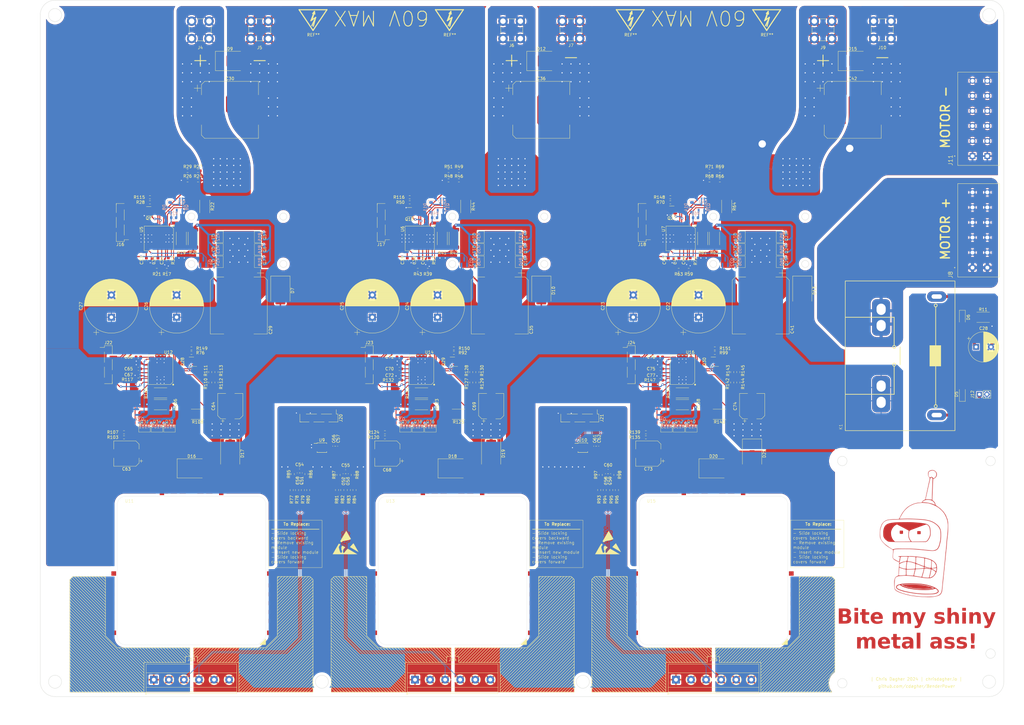
<source format=kicad_pcb>
(kicad_pcb (version 20221018) (generator pcbnew)
  (title_block (comment 4 "AISLER Project ID: RNUDVMQZ"))
  (layers (0 "F.Cu" mixed) (31 "B.Cu" mixed) (34 "B.Paste" user) (35 "F.Paste" user) (36 "B.SilkS" user "B.Silkscreen") (37 "F.SilkS" user "F.Silkscreen") (38 "B.Mask" user) (39 "F.Mask" user) (44 "Edge.Cuts" user))
  (net 0 "")
  (net 1 "GND")
  (net 2 "Net-(Q2-G)")
  (net 3 "V_SYS")
  (net 4 "Net-(D6-K)")
  (net 5 "GND2")
  (net 6 "VIN_B1")
  (net 7 "Net-(C31-+)")
  (net 8 "Net-(C33-+)")
  (net 9 "Net-(C34-+)")
  (net 10 "VIN_B2")
  (net 11 "VIN_B3")
  (net 12 "/Battery Switching/Battery 1/UVLO{slash}EN")
  (net 13 "/Battery Switching/Battery 1/VD")
  (net 14 "/Battery Switching/Battery 1/VDD")
  (net 15 "/Battery Switching/Battery 1/GATE_OUT")
  (net 16 "+5.5V")
  (net 17 "Net-(U9-AIN3)")
  (net 18 "Net-(U9-AIN2)")
  (net 19 "Net-(U9-AIN1)")
  (net 20 "Net-(U9-AIN0)")
  (net 21 "Net-(U10-AIN3)")
  (net 22 "Net-(U10-AIN2)")
  (net 23 "/Aux Outputs/Aux 1/REG_VIN")
  (net 24 "/Aux Outputs/Aux 1/VDD")
  (net 25 "Net-(C66-+)")
  (net 26 "Net-(C67-+)")
  (net 27 "Net-(C71-+)")
  (net 28 "Net-(C72-+)")
  (net 29 "Net-(C76-+)")
  (net 30 "Net-(C77-+)")
  (net 31 "RELAY_EN")
  (net 32 "Net-(D5-A+)")
  (net 33 "/Battery Switching/Battery 1/DIODE")
  (net 34 "/Battery Switching/Battery 1/GATE")
  (net 35 "/Battery Switching/Battery 1/ADDR0")
  (net 36 "V_MOT")
  (net 37 "/Aux Outputs/Aux 2/REG_VIN")
  (net 38 "/Aux Outputs/Aux 2/VDD")
  (net 39 "Net-(Q1-G)")
  (net 40 "/Battery Switching/Battery 1/ADDR1")
  (net 41 "Net-(Q3-G)")
  (net 42 "Net-(Q6-G)")
  (net 43 "/Battery Switching/Battery 1/ADDR2")
  (net 44 "Net-(Q5-G)")
  (net 45 "Net-(Q7-G)")
  (net 46 "Net-(C37-+)")
  (net 47 "Net-(Q8-B)")
  (net 48 "/Battery Switching/Battery 2/VDD")
  (net 49 "Net-(Q9-G)")
  (net 50 "Net-(C39-+)")
  (net 51 "Net-(C40-+)")
  (net 52 "Net-(C43-+)")
  (net 53 "/Battery Switching/Battery 3/VDD")
  (net 54 "Net-(C45-+)")
  (net 55 "Net-(C46-+)")
  (net 56 "/Battery Switching/Battery 2/GATE_OUT")
  (net 57 "/Battery Switching/Battery 3/GATE_OUT")
  (net 58 "Net-(Q10-G)")
  (net 59 "/Battery Switching/Battery 2/VD")
  (net 60 "Net-(Q11-G)")
  (net 61 "Net-(Q12-G)")
  (net 62 "/Battery Switching/Battery 2/DIODE")
  (net 63 "Net-(Q14-G)")
  (net 64 "Net-(Q15-G)")
  (net 65 "Net-(Q16-G)")
  (net 66 "Net-(Q17-B)")
  (net 67 "/Battery Switching/Battery 2/UVLO{slash}EN")
  (net 68 "Net-(Q31-G)")
  (net 69 "Net-(Q18-G)")
  (net 70 "Net-(Q19-G)")
  (net 71 "/Battery Switching/Battery 3/VD")
  (net 72 "/Aux Outputs/Aux 3/REG_VIN")
  (net 73 "Net-(Q28-G)")
  (net 74 "Net-(Q29-G)")
  (net 75 "Net-(Q30-G)")
  (net 76 "/Aux Outputs/Aux 3/VDD")
  (net 77 "/Aux Outputs/VOUT_AUX1_-")
  (net 78 "Net-(Q34-G)")
  (net 79 "Net-(Q36-G)")
  (net 80 "Net-(Q39-G)")
  (net 81 "Net-(Q20-G)")
  (net 82 "Net-(U5-FB)")
  (net 83 "PGD_B1")
  (net 84 "Net-(U5-OVLO)")
  (net 85 "EN_B1")
  (net 86 "ALRT_B1")
  (net 87 "Net-(U5-PWR)")
  (net 88 "Net-(Q21-G)")
  (net 89 "/Battery Switching/Battery 3/DIODE")
  (net 90 "PGD_B2")
  (net 91 "Net-(Q23-G)")
  (net 92 "EN_B2")
  (net 93 "Net-(Q24-G)")
  (net 94 "Net-(Q25-G)")
  (net 95 "Net-(Q26-B)")
  (net 96 "/Battery Switching/Battery 3/UVLO{slash}EN")
  (net 97 "Net-(Q27-G)")
  (net 98 "/Battery Switching/Battery 2/GATE")
  (net 99 "EN_B3")
  (net 100 "Net-(U6-FB)")
  (net 101 "Net-(U6-OVLO)")
  (net 102 "EN_AUX_1")
  (net 103 "Net-(R77-Pad2)")
  (net 104 "Net-(R79-Pad2)")
  (net 105 "Net-(R81-Pad2)")
  (net 106 "Net-(R83-Pad2)")
  (net 107 "EN_AUX_2")
  (net 108 "I2C1_SDA")
  (net 109 "I2C1_SCL")
  (net 110 "EN_AUX_3")
  (net 111 "ADC1_RDY")
  (net 112 "ADC2_RDY")
  (net 113 "/Aux Outputs/VOUT_AUX1_+")
  (net 114 "Net-(U12-FB)")
  (net 115 "PGD_AUX1")
  (net 116 "Net-(U12-OVLO)")
  (net 117 "ALRT_AUX1")
  (net 118 "Net-(U12-PWR)")
  (net 119 "Net-(U14-FB)")
  (net 120 "PGD_AUX3")
  (net 121 "Net-(U14-OVLO)")
  (net 122 "ALRT_AUX2")
  (net 123 "Net-(U14-PWR)")
  (net 124 "Net-(U16-FB)")
  (net 125 "Net-(U16-OVLO)")
  (net 126 "ALRT_AUX3")
  (net 127 "Net-(U16-PWR)")
  (net 128 "PGD_AUX2")
  (net 131 "ALRT_B2")
  (net 132 "Net-(U6-PWR)")
  (net 133 "/Battery Switching/Battery 3/GATE")
  (net 134 "Net-(U7-FB)")
  (net 136 "Net-(U7-OVLO)")
  (net 137 "Net-(U7-PWR)")
  (net 140 "/Battery Switching/Battery 2/ADDR2")
  (net 141 "/Battery Switching/Battery 2/ADDR1")
  (net 145 "/Battery Switching/Battery 3/ADDR2")
  (net 146 "/Battery Switching/Battery 3/ADDR1")
  (net 152 "/Aux Outputs/VOUT_AUX2_-")
  (net 153 "/Aux Outputs/VOUT_AUX2_+")
  (net 154 "/Aux Outputs/VOUT_AUX3_-")
  (net 162 "PGD_B3")
  (net 163 "ALRT_B3")
  (net 164 "/Aux Outputs/VOUT_AUX3_+")
  (net 165 "/Aux Outputs/Aux 1/UVLO{slash}EN")
  (net 166 "/Aux Outputs/Aux 2/UVLO{slash}EN")
  (net 167 "/Aux Outputs/Aux 3/UVLO{slash}EN")
  (net 168 "/Aux Outputs/Aux 1/VD")
  (net 169 "/Aux Outputs/Aux 1/DIODE")
  (net 170 "/Aux Outputs/Aux 2/VD")
  (net 171 "/Aux Outputs/Aux 2/DIODE")
  (net 172 "/Aux Outputs/Aux 3/VD")
  (net 173 "/Aux Outputs/Aux 3/DIODE")
  (net 174 "/Aux Outputs/Aux 2/GATE")
  (net 175 "/Aux Outputs/Aux 1/GATE")
  (net 176 "/Aux Outputs/Aux 3/GATE")
  (net 177 "/Aux Outputs/Aux 1/ADDR2")
  (net 178 "/Aux Outputs/Aux 1/ADDR0")
  (net 179 "/Aux Outputs/Aux 2/ADDR2")
  (net 180 "/Aux Outputs/Aux 3/ADDR2")
  (net 181 "/Aux Outputs/Aux 1/GATE_OUT")
  (net 182 "/Aux Outputs/Aux 2/GATE_OUT")
  (net 183 "/Aux Outputs/Aux 3/GATE_OUT")
  (net 184 "Net-(Q40-G)")
  (net 185 "Net-(Q42-G)")
  (net 186 "Net-(Q32-G)")
  (net 187 "Net-(Q35-G)")
  (net 188 "Net-(Q38-G)")
  (net 189 "Net-(R93-Pad2)")
  (net 190 "Net-(R95-Pad2)")
  (net 191 "/Battery Switching/Battery 1/I2C_SDA")
  (net 192 "/Battery Switching/Battery 1/I2C_SCL")
  (net 193 "/Battery Switching/Battery 2/I2C_SDA")
  (net 194 "/Battery Switching/Battery 2/I2C_SCL")
  (net 195 "/Battery Switching/Battery 3/I2C_SDA")
  (net 196 "/Battery Switching/Battery 3/I2C_SCL")
  (net 197 "/Aux Outputs/Aux 1/I2C_SDA")
  (net 198 "/Aux Outputs/Aux 1/I2C_SCL")
  (net 199 "/Aux Outputs/Aux 2/I2C_SDA")
  (net 200 "/Aux Outputs/Aux 2/I2C_SCL")
  (net 201 "/Aux Outputs/Aux 3/I2C_SCL")
  (net 202 "/Aux Outputs/Aux 3/I2C_SDA")
  (footprint "Capacitor_SMD:C_0402_1005Metric" (layer "F.Cu") (at 242.5 254.8 90)
    (fp_text reference "C52")
    (fp_text value "50n")
  )
  (footprint "Resistor_SMD:R_2512_6332Metric" (layer "F.Cu") (at 367.4 175.4 -90)
    (fp_text reference "R62")
    (fp_text value "30")
  )
  (footprint "Resistor_SMD:R_0603_1608Metric" (layer "F.Cu") (at 277.7 152.6)
    (fp_text reference "R51")
    (fp_text value "3.9k")
  )
  (footprint "Capacitor_SMD:C_0402_1005Metric" (layer "F.Cu") (at 243.5 254.8 90)
    (fp_text reference "C53")
    (fp_text value "50n")
  )
  (footprint "Resistor_SMD:R_0603_1608Metric" (layer "F.Cu") (at 168.25 240.8 180)
    (fp_text reference "R107")
    (fp_text value "21.3k")
  )
  (footprint "Resistor_SMD:R_2512_6332Metric" (layer "F.Cu") (at 268.575001 227.5 180)
    (fp_text reference "R122")
    (fp_text value "56")
  )
  (footprint "TerminalBlock_Wuerth:Wuerth_REDCUBE-THR_WP-THRSH_74651174_THR" (layer "F.Cu") (at 299 105 180)
    (fp_text reference "J6")
    (fp_text value "Screw_Terminal_01x01")
  )
  (footprint "Resistor_SMD:R_0603_1608Metric" (layer "F.Cu") (at 344.250001 240.8 180)
    (fp_text reference "R139")
    (fp_text value "21.3k")
  )
  (footprint "Resistor_SMD:R_0603_1608Metric" (layer "F.Cu") (at 352.5 163.2)
    (fp_text reference "R70")
    (fp_text value "1k")
  )
  (footprint "Resistor_SMD:R_0603_1608Metric" (layer "F.Cu") (at 197.35 224 90)
    (fp_text reference "R110")
    (fp_text value "100k")
  )
  (footprint "Capacitor_SMD:CP_Elec_8x10" (layer "F.Cu") (at 204.1 232 90)
    (fp_text reference "C64")
    (fp_text value "22u")
  )
  (footprint "Nexperia:WLCSP-8" (layer "F.Cu") (at 175.175 239.5 90)
    (fp_text reference "Q31")
    (fp_text value "~")
  )
  (footprint "Resistor_SMD:R_0603_1608Metric" (layer "F.Cu") (at 225.2 254.92 -90)
    (fp_text reference "R85")
    (fp_text value "10k")
  )
  (footprint "Symbol:Symbol_HighVoltage_Type2_CopperTop_VerySmall" (layer "F.Cu") (at 232 101 180)
    (fp_text reference "REF**")
    (fp_text value "Symbol_HighVoltage_Type2_CopperTop_VerySmall")
  )
  (footprint "Resistor_SMD:R_0603_1608Metric" (layer "F.Cu") (at 240.1 260.3 90)
    (fp_text reference "R81")
    (fp_text value "100k")
  )
  (footprint "Resistor_SMD:R_0603_1608Metric" (layer "F.Cu") (at 244.1 260.3 -90)
    (fp_text reference "R83")
    (fp_text value "10k")
  )
  (footprint "Resistor_SMD:R_2512_6332Metric" (layer "F.Cu") (at 268.575001 231.5 180)
    (fp_text reference "R123")
    (fp_text value "30")
  )
  (footprint "Connector_PinHeader_2.54mm:PinHeader_1x05_P2.54mm_Vertical_SMD_Pin1Left" (layer "F.Cu") (at 343 170 180)
    (fp_text reference "J18")
    (fp_text value "Conn_01x05_Pin")
  )
  (footprint "Nexperia:WLCSP-8" (layer "F.Cu") (at 267.375001 239.512 90)
    (fp_text reference "Q38")
    (fp_text value "~")
  )
  (footprint "Capacitor_SMD:CP_Elec_8x10" (layer "F.Cu") (at 169.075 248 180)
    (fp_text reference "C63")
    (fp_text value "22u")
  )
  (footprint "Resistor_SMD:R_0603_1608Metric" (layer "F.Cu") (at 199.45 224 -90)
    (fp_text reference "R112")
    (fp_text value "95k")
  )
  (footprint "Resistor_SMD:R_2512_6332Metric" (layer "F.Cu") (at 193.075 234.725 180)
    (fp_text reference "R108")
    (fp_text value "1.5m")
  )
  (footprint "CUI:CUI_TBL007A-508-06GY" (layer "F.Cu") (at 454.4125 185.24 90)
    (fp_text reference "J8")
    (fp_text value "TBL007A-508-06GY")
  )
  (footprint "Resistor_SMD:R_0603_1608Metric" (layer "F.Cu") (at 328.5 260.3 90)
    (fp_text reference "R93")
    (fp_text value "100k")
  )
  (footprint "Diode_SMD:D_SMC" (layer "F.Cu") (at 221 193 -90)
    (fp_text reference "D7")
    (fp_text value "80V")
  )
  (footprint "Capacitor_SMD:C_0402_1005Metric" (layer "F.Cu") (at 327 245.5 90)
    (fp_text reference "C61")
    (fp_text value "0.1u")
  )
  (footprint "TI:HTSSOP-28" (layer "F.Cu") (at 268 175.4 -90)
    (fp_text reference "U6")
    (fp_text value "LM5066")
  )
  (footprint "Capacitor_SMD:C_0402_1005Metric" (layer "F.Cu") (at 240 245.5 90)
    (fp_text reference "C57")
    (fp_text value "1.0u")
  )
  (footprint "Resistor_SMD:R_0603_1608Metric" (layer "F.Cu") (at 179.325 186 180)
    (fp_text reference "R21")
    (fp_text value "21.3k")
  )
  (footprint "Resistor_SMD:R_0603_1608Metric" (layer "F.Cu") (at 352.5 161.5 180)
    (fp_text reference "R148")
    (fp_text value "10k")
  )
  (footprint "Capacitor_SMD:C_0603_1608Metric" (layer "F.Cu") (at 261.1 219.400001 180)
    (fp_text reference "C70")
    (fp_text value "1u")
  )
  (footprint "Capacitor_SMD:C_0603_1608Metric" (layer "F.Cu") (at 349.1 215.400001 180)
    (fp_text reference "C76")
    (fp_text value "1u")
  )
  (footprint "Capacitor_THT:CP_Radial_D18.0mm_P7.50mm" (layer "F.Cu") (at 252 201.97778 90)
    (fp_text reference "C25")
    (fp_text value "330u")
  )
  (footprint "Resistor_SMD:R_0603_1608Metric" (layer "F.Cu") (at 191 214)
    (fp_text reference "R76")
    (fp_text value "1k")
  )
  (footprint "TI:HTSSOP-28" (layer "F.Cu") (at 356 175.4 -90)
    (fp_text reference "U7")
    (fp_text value "LM5066")
  )
  (footprint "Resistor_SMD:R_0603_1608Metric" (layer "F.Cu") (at 228.6 260.32 -90)
    (fp_text reference "R79")
    (fp_text value "10k")
  )
  (footprint "Omron:Relay_SPST_Omron_G9KB" (layer "F.Cu") (at 430 215 90)
    (fp_text reference "K1")
    (fp_text value "G9KB-1A-E DC12")
  )
  (footprint "Nexperia:WLCSP-8" (layer "F.Cu") (at 200.5 183.3 180)
    (fp_text reference "Q3")
    (fp_text value "~")
  )
  (footprint "Nexperia:WLCSP-8" (layer "F.Cu") (at 355.375001 239.512 90)
    (fp_text reference "Q42")
    (fp_text value "~")
  )
  (footprint "Resistor_SMD:R_0603_1608Metric" (layer "F.Cu") (at 373.35 220.499999 -90)
    (fp_text reference "R143")
    (fp_text value "33k")
  )
  (footprint "Nexperia:WLCSP-8" (layer "F.Cu") (at 351.175001 239.5 90)
    (fp_text reference "Q39")
    (fp_text value "~")
  )
  (footprint "Resistor_SMD:R_0603_1608Metric" (layer "F.Cu") (at 358.7 186 180)
    (fp_text reference "R59")
    (fp_text value "100k")
  )
  (footprint "Resistor_SMD:R_0603_1608Metric" (layer "F.Cu") (at 367.5 212.5 180)
    (fp_text reference "R151")
    (fp_text value "10k")
  )
  (footprint "Capacitor_SMD:C_0603_1608Metric" (layer "F.Cu") (at 261.1 215.400001 180)
    (fp_text reference "C71")
    (fp_text value "1u")
  )
  (footprint "Capacitor_SMD:CP_Elec_8x10" (layer "F.Cu") (at 292.1 231.999999 90)
    (fp_text reference "C69")
    (fp_text value "22u")
  )
  (footprint "Resistor_SMD:R_2512_6332Metric" (layer "F.Cu") (at 180.575 227.5 180)
    (fp_text reference "R105")
    (fp_text value "56")
  )
  (footprint "Diode_SMD:D_SOD-123" (layer "F.Cu") (at 451 228 90)
    (fp_text reference "D5")
    (fp_text value "120V")
  )
  (footprint "Resistor_SMD:R_2512_6332Metric" (layer "F.Cu") (at 191.6 175.4 -90)
    (fp_text reference "R20")
    (fp_text value "30")
  )
  (footprint "Nexperia:WLCSP-8" (layer "F.Cu") (at 271.575 239.512 90)
    (fp_text reference "Q36")
    (fp_text value "~")
  )
  (footprint "Resistor_SMD:R_0603_1608Metric" (layer "F.Cu") (at 256.250001 240.8 180)
    (fp_text reference "R124")
    (fp_text value "21.3k")
  )
  (footprint "Resistor_SMD:R_0603_1608Metric" (layer "F.Cu") (at 173.1 223)
    (fp_text reference "R117")
    (fp_text value "28.2k")
  )
  (footprint "Connector_PinHeader_2.54mm:PinHeader_1x02_P2.54mm_Vertical" (layer "F.Cu") (at 456.725 228 90)
    (fp_text reference "J12")
    (fp_text value "Conn_01x02")
  )
  (footprint "Capacitor_SMD:CP_Elec_18x17.5" (layer "F.Cu") (at 383 198 -90)
    (fp_text reference "C41")
    (fp_text value "220u")
  )
  (footprint "Resistor_SMD:R_0603_1608Metric" (layer "F.Cu") (at 261.1 223.225)
    (fp_text reference "R132")
    (fp_text value "28.2k")
  )
  (footprint "Capacitor_SMD:C_0603_1608Metric" (layer "F.Cu") (at 179.7 182.8 -90)
    (fp_text reference "C32")
    (fp_text value "1u")
  )
  (footprint "Diode_SMD:D_SMC" (layer "F.Cu") (at 292.075 247.999999 -90)
    (fp_text reference "D19")
    (fp_text value "60V")
  )
  (footprint "Resistor_SMD:R_0603_1608Metric" (layer "F.Cu") (at 240.6 255.2 -90)
    (fp_text reference "R87")
    (fp_text value "10k")
  )
  (footprint "Resistor_SMD:R_0603_1608Metric" (layer "F.Cu") (at 193.2 155.8 180)
    (fp_text reference "R24")
    (fp_text value "100k")
  )
  (footprint "Package_SO:TSSOP-10_3x3mm_P0.5mm" (layer "F.Cu") (at 323 246)
    (fp_text reference "U10")
    (fp_text value "ADS1015IDGS")
  )
  (footprint "Capacitor_SMD:CP_Elec_18x17.5" (layer "F.Cu") (at 414 132)
    (fp_text reference "C42")
    (fp_text value "220u")
  )
  (footprint "Resistor_SMD:R_0603_1608Metric" (layer "F.Cu") (at 279.5 214)
    (fp_text reference "R92")
    (fp_text value "1k")
  )
  (footprint "Diode_SMD:D_SMC" (layer "F.Cu") (at 309 193 -90)
    (fp_text reference "D10")
    (fp_text value "80V")
  )
  (footprint "Capacitor_SMD:CP_Elec_18x17.5" (layer "F.Cu") (at 309 132)
    (fp_text reference "C36")
    (fp_text value "220u")
  )
  (footprint "Resistor_SMD:R_0603_1608Metric" (layer "F.Cu") (at 285.35 220.499999 -90)
    (fp_text reference "R128")
    (fp_text value "33k")
  )
  (footprint "Resistor_SMD:R_0603_1608Metric" (layer "F.Cu") (at 369.2 155.8 180)
    (fp_text reference "R66")
    (fp_text value "100k")
  )
  (footprint "TI:HTSSOP-28" (layer "F.Cu") (at 180.6 219.725 180)
    (fp_text reference "U12")
    (fp_text value "LM5066")
  )
  (footprint "Package_TO_SOT_SMD:SOT-23-3" (layer "F.Cu") (at 264.5 166.5 180)
    (fp_text reference "Q18")
    (fp_text value "NMOS")
  )
  (footprint "Graphics:Bender_Head_44x26" (layer "F.Cu") (at 435.5 275 -90)
    (fp_text reference "G***" hide)
    (fp_text value "LOGO" hide)
  )
  (footprint "Resistor_SMD:R_0603_1608Metric" (layer "F.Cu") (at 349.1 223.225)
    (fp_text reference "R147")
    (fp_text value "28.2k")
  )
  (footprint "TerminalBlock_Wuerth:Wuerth_REDCUBE-THR_WP-THRSH_74651174_THR" (layer "F.Cu") (at 214 105 180)
    (fp_text reference "J5")
    (fp_text value "Screw_Terminal_01x01")
  )
  (footprint "Resistor_SMD:R_0603_1608Metric" (layer "F.Cu") (at 230.4 260.32 -90)
    (fp_text reference "R80")
    (fp_text value "100k")
  )
  (footprint "Diode_SMD:D_SMC" (layer "F.Cu") (at 204 115.5)
    (fp_text reference "D9")
    (fp_text value "60V")
  )
  (footprint "Resistor_SMD:R_0603_1608Metric" (layer "F.Cu") (at 177 163.2)
    (fp_text reference "R28")
    (fp_text value "1k")
  )
  (footprint "Resistor_SMD:R_0603_1608Metric" (layer "F.Cu") (at 365.7 155.8)
    (fp_text reference "R68")
    (fp_text value "33k")
  )
  (footprint "Capacitor_SMD:C_0402_1005Metric" (layer "F.Cu") (at 261.6 221.725 180)
    (fp_text reference "C72")
    (fp_text value "75n")
  )
  (footprint "Capacitor_THT:CP_Radial_D18.0mm_P7.50mm" (layer "F.Cu") (at 164 201.97778 90)
    (fp_text reference "C27")
    (fp_text value "330u")
  )
  (footprint "Package_TO_SOT_SMD:SOT-23-3" (layer "F.Cu") (at 191 217 180)
    (fp_text reference "Q28")
    (fp_text value "NMOS")
  )
  (footprint "Resistor_SMD:R_0603_1608Metric" (layer "F.Cu") (at 355.325 186 180)
    (fp_text reference "R63")
    (fp_text value "21.3k")
  )
  (footprint "Capacitor_SMD:C_0402_1005Metric" (layer "F.Cu") (at 227.47 252.85)
    (fp_text reference "C54")
    (fp_text value "5p")
  )
  (footprint "Resistor_SMD:R_0603_1608Metric" (layer "F.Cu") (at 365.7 152.6)
    (fp_text reference "R71")
    (fp_text value "3.9k")
  )
  (footprint "Resistor_SMD:R_2512_6332Metric" (layer "F.Cu") (at 195.5 164.6 -90)
    (fp_text reference "R22")
    (fp_text value "500u")
  )
  (footprint "Resistor_SMD:R_0603_1608Metric" (layer "F.Cu") (at 287.45 220.499999 -90)
    (fp_text reference "R130")
    (fp_text value "3.9k")
  )
  (footprint "Capacitor_SMD:CP_Elec_18x17.5" (layer "F.Cu") (at 295 198 -90)
    (fp_text reference "C35")
    (fp_text value "220u")
  )
  (footprint "Capacitor_SMD:C_0402_1005Metric" (layer "F.Cu") (at 243 253.1)
    (fp_text reference "C55")
    (fp_text value "5p")
  )
  (footprint "Capacitor_SMD:C_0402_1005Metric" (layer "F.Cu") (at 328 245.5 90)
    (fp_text reference "C62")
    (fp_text value "1.0u")
  )
  (footprint "Resistor_SMD:R_0603_1608Metric" (layer "F.Cu") (at 332.6 260.3 -90)
    (fp_text reference "R95")
    (fp_text value "10k")
  )
  (footprint "Capacitor_SMD:CP_Elec_8x10" (layer "F.Cu") (at 345.075001 248 180)
    (fp_text reference "C73")
    (fp_text value "22u")
  )
  (footprint "Capacitor_SMD:CP_Elec_18x17.5" (layer "F.Cu") (at 204 132)
    (fp_text reference "C30")
    (fp_text value "220u")
  )
  (footprint "Connector_PinHeader_2.54mm:PinHeader_1x05_P2.54mm_Vertical_SMD_Pin1Left" (layer "F.Cu") (at 322 236 -90)
    (fp_text reference "J21")
    (fp_text value "Conn_01x05_Pin")
  )
  (footprint "Connector_PinHeader_2.54mm:PinHeader_1x05_P2.54mm_Vertical_SMD_Pin1Left" (layer "F.Cu") (at 251 218)
    (fp_text reference "J23")
    (fp_text value "Conn_01x05_Pin")
  )
  (footprint "Resistor_SMD:R_0603_1608Metric" (layer "F.Cu") (at 264.6 161.5 180)
    (fp_text reference "R116")
    (fp_text value "10k")
  )
  (footprint "Capacitor_SMD:C_0603_1608Metric" (layer "F.Cu") (at 349.1 219.400001 180)
    (fp_text reference "C75")
    (fp_text value "1u")
  )
  (footprint "Capacitor_SMD:C_0402_1005Metric" (layer "F.Cu") (at 182 182.8 -90)
    (fp_text reference "C34")
    (fp_text value "10n")
  )
  (footprint "Resistor_SMD:R_2512_6332Metric" (layer "F.Cu") (at 283.5 164.6 -90)
    (fp_text reference "R44")
    (fp_text value "500u")
  )
  (footprint "Nexperia:WLCSP-8" (layer "F.Cu") (at 389.5 174.9)
    (fp_text reference "Q23")
    (fp_text value "~")
  )
  (footprint "TerminalBlock_Phoenix:TerminalBlock_Phoenix_MKDS-1,5-6-5.08_1x06_P5.08mm_Horizontal" (layer "F.Cu") (at 354.4 324.305)
    (fp_text reference "J15")
    (fp_text value "Screw_Terminal_01x06")
  )
  (footprint "Capacitor_SMD:CP_Elec_8x10" (layer "F.Cu") (at 257.075001 248 180)
    (fp_text reference "C68")
    (fp_text value "22u")
  )
  (footprint "Diode_SMD:D_SMC" (layer "F.Cu") (at 309 115.5)
    (fp_text reference "D12")
    (fp_text value "60V")
  )
  (footprint "Resistor_SMD:R_0603_1608Metric" (layer "F.Cu") (at 334.5 260.3 -90)
    (fp_text reference "R96")
    (fp_text value "100k")
  )
  (footprint "Resistor_SMD:R_0603_1608Metric" (layer "F.Cu") (at 245.4 255.2 -90)
    (fp_text reference "R88")
    (fp_text value "10k")
  )
  (footprint "Package_TO_SOT_SMD:SOT-23-3" (layer "F.Cu") (at 176.6 166.2 180)
    (fp_text reference "Q9")
    (fp_text value "NMOS")
  )
  (footprint "Nexperia:WLCSP-8" (layer "F.Cu") (at 288.5 179.1 180)
    (fp_text reference "Q11")
    (fp_text value "~")
  )
  (footprint "Capacitor_SMD:C_0402_1005Metric" (layer "F.Cu") (at 331 254.8 90)
    (fp_text reference "C58")
    (fp_text value "50n")
  )
  (footprint "Connector_PinHeader_2.54mm:PinHeader_1x05_P2.54mm_Vertical_SMD_Pin1Left" (layer "F.Cu") (at 255 170 180)
    (fp_text reference "J17")
    (fp_text value "Conn_01x05_Pin")
  )
  (footprint "Resistor_SMD:R_2512_6332Metric" (layer "F.Cu") (at 356.575001 227.5 180)
    (fp_text reference "R137")
    (fp_text value "56")
  )
  (footprint "Diode_SMD:D_SMC" (layer "F.Cu") (at 367.075 253)
    (fp_text reference "D20")
    (fp_text value "80V")
  )
  (footprint "Capacitor_SMD:C_0603_1608Metric" (layer "F.Cu") (at 173.1 219.4 180)
    (fp_text reference "C65")
    (fp_text value "1u")
  )
  (footprint "Diode_SMD:D_SMC" (layer "F.Cu") (at 191.075 253)
    (fp_text reference "D16")
    (fp_text value "80V")
  )
  (footprint "Nexperia:WLCSP-8" (layer "F.Cu") (at 389.5 183.3)
    (fp_text reference "Q25")
    (fp_text value "~")
  )
  (footprint "Resistor_SMD:R_0603_1608Metric" (layer "F.Cu") (at 189.7 155.8)
    (fp_text reference "R26")
    (fp_text value "33k")
  )
  (footprint "Capacitor_SMD:C_0402_1005Metric" (layer "F.Cu") (at 239 245.5 90)
    (fp_text reference "C56")
    (fp_text value "0.1u")
  )
  (footprint "Capacitor_SMD:C_0402_1005Metric" (layer "F.Cu") (at 332 254.8 90)
    (fp_text reference "C59")
    (fp_text value "50n")
  )
  (footprint "Diode_SMD:D_SMC" (layer "F.Cu") (at 380.075 247.999999 -90)
    (fp_text reference "D21")
    (fp_text value "60V")
  )
  (footprint "Nexperia:WLCSP-8" (layer "F.Cu") (at 359.575 239.512 90)
    (fp_text reference "Q40")
    (fp_text value "~")
  )
  (footprint "Resistor_SMD:R_0603_1608Metric" (layer "F.Cu") (at 285.35 223.999999 90)
    (fp_text reference "R127")
    (fp_text value "100k")
  )
  (footprint "Connector_PinHeader_2.54mm:PinHeader_1x05_P2.54mm_Vertical_SMD_Pin1Left" (layer "F.Cu") (at 167 170 180)
    (fp_text reference "J16")
    (fp_text value "Conn_01x05_Pin")
  )
  (footprint "Capacitor_THT:CP_Radial_D18.0mm_P7.50mm" (layer "F.Cu") (at 340 201.97778 90)
    (fp_text reference "C23")
    (fp_text value "330u")
  )
  (footprint "Resistor_SMD:R_2512_6332Metric" (layer "F.Cu") (at 275.6 175.4 -90)
    (fp_text reference "R41")
    (fp_text value "56")
  )
  (footprint "Capacitor_SMD:C_0402_1005Metric" (layer "F.Cu") (at 227 254.52 90)
    (fp_text reference "C50")
    (fp_text value "50n")
  )
  (footprint "Nexperia:WLCSP-8" (layer "F.Cu") (at 301.5 183.3)
    (fp_text reference "Q16")
    (fp_text value "~")
  )
  (footprint "Nexperia:WLCSP-8" (layer "F.Cu") (at 183.575 239.512 90)
    (fp_text reference "Q32")
    (fp_text value "~")
  )
  (footprint "Resistor_SMD:R_0603_1608Metric" (layer "F.Cu") (at 224.8 260.32 90)
    (fp_text reference "R77")
    (fp_text value "100k")
  )
  (footprint "Capacitor_SMD:C_0603_1608Metric" (layer "F.Cu") (at 351.8 182.8 -90)
    (fp_text reference "C45")
    (fp_text value "1u")
  )
  (footprint "Symbol:ESD-Logo_8.9x8mm_SilkScreen" (layer "F.Cu") (at 243 278)
    (fp_text reference "REF**" hide)
    (fp_text value "ESD-Logo_8.9x8mm_SilkScreen" hide)
  )
  (footprint "Capacitor_SMD:C_0402_1005Metric" (layer "F.Cu") (at 331.52 253)
    (fp_text reference "C60")
    (fp_text value "5p")
  )
  (footprint "Resistor_SMD:R_0603_1608Metric" (layer "F.Cu") (at 197.35 220.5 -90)
    (fp_text reference "R111")
    (fp_text value "33k")
  )
  (footprint "Resistor_SMD:R_0603_1608Metric" (layer "F.Cu") (at 271.2 182.8 90)
    (fp_text reference "R53")
    (fp_text value "45.3k")
  )
  (footprint "Resistor_SMD:R_0603_1608Metric" (layer "F.Cu") (at 199.45 220.5 -90)
    (fp_text reference "R113")
    (fp_text value "3.9k")
  )
  (footprint "Nexperia:WLCSP-8" (layer "F.Cu") (at 263.175001 239.5 90)
    (fp_text reference "Q35")
    (fp_text value "~")
  )
  (footprint "Diode_SMD:D_SMC" (layer "F.Cu") (at 279.075 253)
    (fp_text reference "D18")
    (fp_text value "80V")
  )
  (footprint "Symbol:Symbol_HighVoltage_Type2_CopperTop_VerySmall" (layer "F.Cu") (at 278 101 180)
    (fp_text reference "REF**")
    (fp_text value "Symbol_HighVoltage_Type2_CopperTop_VerySmall")
  )
  (footprint "Capacitor_SMD:CP_Elec_18x17.5" (layer "F.Cu") (at 207 198 -90)
    (fp_text reference "C29")
    (fp_text value "220u")
  )
  (footprint "TI:HTSSOP-28" (layer "F.Cu") (at 356.6 219.725 180)
    (fp_text reference "U16")
    (fp_text value "LM5066")
  )
  (footprint "Nexperia:WLCSP-8" (layer "F.Cu") (at 200.5 179.1 180)
    (fp_text reference "Q2")
    (fp_text value "~")
  )
  (footprint "Resistor_SMD:R_0603_1608Metric" (layer "F.Cu") (at 375.45 220.499999 -90)
    (fp_text reference "R145")
    (fp_text value "3.9k")
  )
  (footprint "Resistor_SMD:R_0603_1608Metric" (layer "F.Cu") (at 191 212.5 180)
    (fp_text reference "R149")
    (fp_text value "10k")
  )
  (footprint "Resistor_SMD:R_0603_1608Metric" (layer "F.Cu") (at 168.25 242.5)
    (fp_text reference "R103")
    (fp_text value "100k")
  )
  (footprint "Resistor_SMD:R_2512_6332Metric" (layer "F.Cu") (at 187.6 175.4 -90)
    (fp_text reference "R19")
    (fp_text value "56")
  )
  (footprint "Nexperia:WLCSP-8" (layer "F.Cu") (at 213.5 183.3)
    (fp_text reference "Q7")
    (fp_text value "~")
  )
  (footprint "Symbol:ESD-Logo_8.9x8mm_SilkScreen" (layer "F.Cu") (at 331.5 278)
    (fp_text reference "REF**" hide)
    (fp_text value "ESD-Logo_8.9x8mm_SilkScreen" hide)
  )
  (footprint "Resistor_SMD:R_0603_1608Metric" (layer "F.Cu") (at 334 255.2 -90)
    (fp_text reference "R98")
    (fp_text value "10k")
  )
  (footprint "Package_SO:TSSOP-10_3x3mm_P0.5mm" (layer "F.Cu") (at 235 246)
    (fp_text reference "U9")
    (fp_text value "ADS1015IDGS")
  )
  (footprint "Resistor_SMD:R_0603_1608Metric" (layer "F.Cu") (at 329 255.2 -90)
    (fp_text reference "R97")
    (fp_text value "10k")
  )
  (footprint "Resistor_SMD:R_0603_1608Metric" (layer "F.Cu") (at 241.9 260.3 90)
    (fp_text reference "R82")
    (fp_text value "10k")
  )
  (footprint "Resistor_SMD:R_0603_1608Metric" (layer "F.Cu") (at 373.35 223.999999 90)
    (fp_text reference "R142")
    (fp_text value "100k")
  )
  (footprint "Regulator_Slot:50x50_slot" (layer "F.Cu") (at 342.050001 262.475)
    (fp_text reference "U15")
    (fp_text value "~")
    (fp_line (start 0 47.5) (end 0 2.5) (stroke (width 0.05)) (layer "Edge.Cuts"))
    (fp_line (start 2.5 0) (end 47.5 0) (stroke (width 0.05)) (layer "Edge.Cuts"))
    (fp_line (start 47.085786 50) (end 2.5 50) (stroke (width 0.05)) (layer "Edge.Cuts"))
    (fp_line (start 49.707107 47.792893) (end 47.792893 49.707107) (stroke (width 0.05)) (layer "Edge.Cuts"))
    (fp_line (start 50 2.5) (end 50 47.085786) (stroke (width 0.05)) (layer "Edge.Cuts"))
    (fp_arc (start 0 2.5) (mid 0.732233 0.732233) (end 2.5 0) (stroke (width 0.05)) (layer "Edge.Cuts"))
    (fp_arc (start 2.5 50) (mid 0.732233 49.267767) (end 0 47.5) (stroke (width 0.05)) (layer "Edge.Cuts"))
    (fp_arc (start 47.5 0) (mid 49.267796 0.732204) (end 50 2.5) (stroke (width 0.05)) (layer "Edge.Cuts"))
    (fp_arc (start 47.792893 49.707107) (mid 47.468459 49.923855) (end 47.085786 50) (stroke (width 0.05)) (layer "Edge.Cuts"))
    (fp_arc (start 50 47.085786) (mid 49.923877 47.468469) (end 49.707107 47.792893) (stroke (width 0.05)) (layer "Edge.Cuts"))
  )
  (footprint "Nexperia:WLCSP-8" (layer "F.Cu") (at 213.5 179.1)
    (fp_text reference "Q6")
    (fp_text value "~")
  )
  (footprint "Nexperia:WLCSP-8" (layer "F.Cu") (at 288.5 174.9 180)
    (fp_text reference "Q10")
    (fp_text value "~")
  )
  (footprint "Resistor_SMD:R_2512_6332Metric" (layer "F.Cu") (at 363.4 175.4 -90)
    (fp_text reference "R61")
    (fp_text value "56")
  )
  (footprint "Package_TO_SOT_SMD:SOT-23-3" (layer "F.Cu") (at 353 166 180)
    (fp_text reference "Q27")
    (fp_text value "NMOS")
  )
  (footprint "Nexperia:WLCSP-8" (layer "F.Cu") (at 179.375 239.512 90)
    (fp_text reference "Q34")
    (fp_text value "~")
  )
  (footprint "Diode_SMD:D_SMC" (layer "F.Cu") (at 397 193 -90)
    (fp_text reference "D13")
    (fp_text value "80V")
  )
  (footprint "Nexperia:WLCSP-8" (layer "F.Cu") (at 213.5 174.9)
    (fp_text reference "Q5")
    (fp_text value "~")
  )
  (footprint "TerminalBlock_Phoenix:TerminalBlock_Phoenix_MKDS-1,5-6-5.08_1x06_P5.08mm_Horizontal" (layer "F.Cu") (at 178.3 324.305)
    (fp_text reference "J13")
    (fp_text value "Screw_Terminal_01x06")
  )
  (footprint "Resistor_SMD:R_0603_1608Metric" (layer "F.Cu") (at 246 260.3 -90)
    (fp_text reference "R84")
    (fp_text value "100k")
  )
  (footprint "Nexperia:WLCSP-8" (layer "F.Cu") (at 301.5 179.1)
    (fp_text reference "Q15")
    (fp_text value "~")
  )
  (footprint "Connector_PinHeader_2.54mm:PinHeader_1x05_P2.54mm_Vertical_SMD_Pin1Left" (layer "F.Cu") (at 234 236 -90)
    (fp_text reference "J20")
    (fp_text value "Conn_01x05_Pin")
  )
  (footprint "Capacitor_SMD:C_0603_1608Metric" (layer "F.Cu") (at 175.8 182.8 -90)
    (fp_text reference "C33")
    (fp_text value "1u")
  )
  (footprint "Resistor_SMD:R_0603_1608Metric" (layer "F.Cu") (at 270.7 186 180)
    (fp_text reference "R39")
    (fp_text value "100k")
  )
  (footprint "Capacitor_THT:CP_Radial_D10.0mm_P5.00mm" (layer "F.Cu") (at 455.632323 212)
    (fp_text reference "C28")
    (fp_text value "22u")
  )
  (footprint "Capacitor_SMD:C_0402_1005Metric" (layer "F.Cu") (at 173.6 221.725 180)
    (fp_text reference "C67")
    (fp_text value "75n")
  )
  (footprint "Resistor_SMD:R_0603_1608Metric" (layer "F.Cu") (at 281.2 155.8 180)
    (fp_text reference "R46")
    (fp_text value "100k")
  )
  (footprint "Connector_PinHeader_2.54mm:PinHeader_1x05_P2.54mm_Vertical_SMD_Pin1Left" (layer "F.Cu") (at 163 218)
    (fp_text reference "J22")
    (fp_text value "Conn_01x05_Pin")
  )
  (footprint "Nexperia:WLCSP-8" (layer "F.Cu") (at 376.5 179.1 180)
    (fp_text reference "Q20")
    (fp_text value "~")
  )
  (footprint "Nexperia:WLCSP-8" (layer "F.Cu") (at 376.5 183.3 180)
    (fp_text reference "Q21")
    (fp_text value "~")
  )
  (footprint "Diode_SMD:D_SMC" (layer "F.Cu") (at 414 115.5)
    (fp_text reference "D15")
    (fp_text value "60V")
  )
  (footprint "Resistor_SMD:R_0603_1608Metric" (layer "F.Cu") (at 183.2 182.8 90)
    (fp_text reference "R33")
    (fp_text value "45.3k")
  )
  (footprint "Nexperia:WLCSP-8" (layer "F.Cu") (at 288.5 183.3 180)
    (fp_text reference "Q12")
    (fp_text value "~")
  )
  (footprint "Nexperia:WLCSP-8" (layer "F.Cu") (at 200.5 174.9 180)
    (fp_text reference "Q1")
    (fp_text value "~")
  )
  (footprint "Resistor_SMD:R_0603_1608Metric" (layer "F.Cu") (at 189.7 152.6)
    (fp_text reference "R29")
    (fp_text value "3.9k")
  )
  (footprint "Capacitor_SMD:C_0402_1005Metric" (layer "F.Cu") (at 358 182.8 -90)
    (fp_text reference "C46")
    (fp_text value "10n")
  )
  (footprint "Resistor_SMD:R_0603_1608Metric" (layer "F.Cu") (at 193.2 152.6)
    (fp_text reference "R27")
    (fp_text value "95k")
  )
  (footprint "Capacitor_SMD:C_0603_1608Metric" (layer "F.Cu") (at 355.4 182.8 -90)
    (fp_text reference "C44")
    (fp_text value "1u")
  )
  (footprint "Capacitor_SMD:C_0603_1608Metric" (layer "F.Cu") (at 267.7 182.8 -90)
    (fp_text reference "C38")
    (fp_text value "1u")
  )
  (footprint "Regulator_Slot:50x50_slot" (layer "F.Cu") (at 254.050001 262.475)
    (fp_text reference "U13")
    (fp_text value "~")
    (fp_line (start 0 47.5) (end 0 2.5) (stroke (width 0.05)) (layer "Edge.Cuts"))
    (fp_line (start 2.5 0) (end 47.5 0) (stroke (width 0.05)) (layer "Edge.Cuts"))
    (fp_line (start 47.085786 50) (end 2.5 50) (stroke (width 0.05)) (layer "Edge.Cuts"))
    (fp_line (start 49.707107 47.792893) (end 47.792893 49.707107) (stroke (width 0.05)) (layer "Edge.Cuts"))
    (fp_line (start 50 2.5) (end 50 47.085786) (stroke (width 0.05)) (layer "Edge.Cuts"))
    (fp_arc (start 0 2.5) (mid 0.732233 0.732233) (end 2.5 0) (stroke (width 0.05)) (layer "Edge.Cuts"))
    (fp_arc (start 2.5 50) (mid 0.732233 49.267767) (end 0 47.5) (stroke (width 0.05)) (layer "Edge.Cuts"))
    (fp_arc (start 47.5 0) (mid 49.267796 0.732204) (end 50 2.5) (stroke (width 0.05)) (layer "Edge.Cuts"))
    (fp_arc (start 47.792893 49.707107) (mid 47.468459 49.923855) (end 47.085786 50) (stroke (width 0.05)) (layer "Edge.Cuts"))
    (fp_arc (start 50 47.085786) (mid 49.923877 47.468469) (end 49.707107 47.792893) (stroke (width 0.05)) (layer "Edge.Cuts"))
  )
  (footprint "Capacitor_SMD:C_0402_1005Metric" (layer "F.Cu") (at 349.6 221.725 180)
    (fp_text reference "C77")
    (fp_text value "75n")
  )
  (footprint "Capacitor_SMD:C_0402_1005Metric" (layer "F.Cu") (at 270 182.8 -90)
    (fp_text reference "C40")
    (fp_text value "10n")
  )
  (footprint "Resistor_SMD:R_0603_1608Metric" (layer "F.Cu") (at 279.5 212.5 180)
    (fp_text reference "R150")
    (fp_text value "10k")
  )
  (footprint "Nexperia:WLCSP-8" (layer "F.Cu") (at 301.5 174.9)
    (fp_text reference "Q14")
    (fp_text value "~")
  )
  (footprint "Nexperia:WLCSP-8" (layer "F.Cu") (at 389.5 179.1)
    (fp_text reference "Q24")
    (fp_text value "~")
  )
  (footprint "Capacitor_THT:CP_Radial_D18.0mm_P7.50mm" (layer "F.Cu") (at 186 201.97778 90)
    (fp_text reference "C26")
    (fp_text value "330u")
  )
  (footprint "Regulator_Slot:50x50_slot" (layer "F.Cu") (at 166.05 262.475)
    (fp_text reference "U11")
    (fp_text value "~")
    (fp_line (start 0 47.5) (end 0 2.5) (stroke (width 0.05)) (layer "Edge.Cuts"))
    (fp_line (start 2.5 0) (end 47.5 0) (stroke (width 0.05)) (layer "Edge.Cuts"))
    (fp_line (start 47.085786 50) (end 2.5 50) (stroke (width 0.05)) (layer "Edge.Cuts"))
    (fp_line (start 49.707107 47.792893) (end 47.792893 49.707107) (stroke (width 0.05)) (layer "Edge.Cuts"))
    (fp_line (start 50 2.5) (end 50 47.085786) (stroke (width 0.05)) (layer "Edge.Cuts"))
    (fp_arc (start 0 2.5) (mid 0.732233 0.732233) (end 2.5 0) (stroke (width 0.05)) (layer "Edge.Cuts"))
    (fp_arc (start 2.5 50) (mid 0.732233 49.267767) (end 0 47.5) (stroke (width 0.05)) (layer "Edge.Cuts"))
    (fp_arc (start 47.5 0) (mid 49.267796 0.732204) (end 50 2.5) (stroke (width 0.05)) (layer "Edge.Cuts"))
    (fp_arc (start 47.792893 49.707107) (mid 47.468459 49.923855) (end 47.085786 50) (stroke (width 0.05)) (layer "Edge.Cuts"))
    (fp_arc (start 50 47.085786) (mid 49.923877 47.468469) (end 49.707107 47.792893) (stroke (width 0.05)) (layer "Edge.Cuts"))
  )
  (footprint "Resistor_SMD:R_2512_6332Metric" (layer "F.Cu") (at 180.575 231.5 180)
    (fp_text reference "R106")
    (fp_text value "30")
  )
  (footprint "Capacitor_THT:CP_Radial_D18.0mm_P7.50mm" (layer "F.Cu") (at 274 201.97778 90)
    (fp_text reference "C24")
    (fp_text value "330u")
  )
  (footprint "TerminalBlock_Wuerth:Wuerth_REDCUBE-THR_WP-THRSH_74651174_THR" (layer "F.Cu") (at 424 105 180)
    (fp_text reference "J10")
    (fp_text value "Screw_Terminal_01x01")
  )
  (footprint "Nexperia:WLCSP-8" (layer "F.Cu") (at 376.5 174.9 180)
    (fp_text reference "Q19")
    (fp_text value "~")
  )
  (footprint "Resistor_SMD:R_2512_6332Metric" (layer "F.Cu") (at 369.075 234.724999 180)
    (fp_text reference "R140")
    (fp_text value "1.5m")
  )
  (footprint "TerminalBlock_Wuerth:Wuerth_REDCUBE-THR_WP-THRSH_74651174_THR" (layer "F.Cu") (at 194 105 180)
    (fp_text reference "J4")
    (fp_text value "Screw_Terminal_01x01")
  )
  (footprint "Capacitor_SMD:C_0603_1608Metric" (layer "F.Cu") (at 263.8 182.8 -90)
    (fp_text reference "C39")
    (fp_text value "1u")
  )
  (footprint "Diode_SMD:D_SMC" (layer "F.Cu") (at 204.075 248 -90)
    (fp_text reference "D17")
    (fp_text value "60V")
  )
  (footprint "TerminalBlock_Wuerth:Wuerth_REDCUBE-THR_WP-THRSH_74651174_THR" (layer "F.Cu") (at 404 105 180)
    (fp_text reference "J9")
    (fp_text value "Screw_Terminal_01x01")
  )
  (footprint "Package_TO_SOT_SMD:SOT-23-3" (layer "F.Cu") (at 367 217 180)
    (fp_text reference "Q30")
    (fp_text value "NMOS")
  )
  (footprint "Symbol:Symbol_HighVoltage_Type2_CopperTop_VerySmall" (layer "F.Cu") (at 385 101 180)
    (fp_text reference "REF**")
    (fp_text value "Symbol_HighVoltage_Type2_CopperTop_VerySmall")
  )
  (footprint "Resistor_SMD:R_0603_1608Metric" (layer "F.Cu") (at 369.2 152.6)
    (fp_text reference "R69")
    (fp_text value "95k")
  )
  (footprint "Resistor_SMD:R_2512_6332Metric" (layer "F.Cu") (at 371.5 164.6 -90)
    (fp_text reference "R64")
    (fp_text value "500u")
  )
  (footprint "Resistor_SMD:R_2512_6332Metric" (layer "F.Cu") (at 279.6 175.4 -90)
    (fp_text reference "R42")
    (fp_text value "30")
  )
  (footprint "Resistor_SMD:R_0603_1608Metric" (layer "F.Cu") (at 182.7 186 180)
    (fp_text reference "R17")
    (fp_text value "100k")
  )
  (footprint "CUI:CUI_TBL007A-508-06GY" (layer "F.Cu") (at 454.4125 147.59 90)
    (fp_text reference "J11")
    (fp_text value "TBL007A-508-06GY")
  )
  (footprint "Resistor_SMD:R_0603_1608Metric" (layer "F.Cu") (at 256.250001 242.5)
    (fp_text reference "R120")
    (fp_text value "100k")
  )
  (footprint "Resistor_SMD:R_0603_1608Metric" (layer "F.Cu") (at 229.8 254.92 -90)
    (fp_text reference "R86")
    (fp_text value "10k")
  )
  (footprint "Resistor_SMD:R_0603_1608Metric" (layer "F.Cu") (at 281.2 152.6)
    (fp_text reference "R49")
    (fp_text value "95k")
  )
  (footprint "TerminalBlock_Phoenix:TerminalBlock_Phoenix_MKDS-1,5-6-5.08_1x06_P5.08mm_Horizontal" (layer "F.Cu") (at 266.4 324.305)
    (fp_text reference "J14")
    (fp_text value "Screw_Terminal_01x06")
  )
  (footprint "TI:HTSSOP-28" (layer "F.Cu") (at 268.6 219.725 180)
    (fp_text reference "U14")
    (fp_text value "LM5066")
  )
  (footprint "Resistor_SMD:R_0603_1608Metric" (layer "F.Cu") (at 287.45 223.999999 -90)
    (fp_text reference "R129")
    (fp_text value "95k")
  )
  (footprint "Resistor_SMD:R_2512_6332Metric" (layer "F.Cu") (at 458 202)
    (fp_text reference "R11")
    (fp_text value "68")
  )
  (footprint "Resistor_SMD:R_0603_1608Metric" (layer "F.Cu") (at 330.4 260.3 90)
    (fp_text reference "R94")
    (fp_text value "10k")
  )
  (footprint "Resistor_SMD:R_0603_1608Metric" (layer "F.Cu") (at 359.2 182.8 90)
    (fp_text reference "R73")
    (fp_text value "45.3k")
  )
  (footprint "Resistor_SMD:R_2512_6332Metric" (layer "F.Cu") (at 281.075 234.724999 180)
    (fp_text reference "R125")
    (fp_text value "1.5m")
  )
  (footprint "Resistor_SMD:R_2512_6332Metric" (layer "F.Cu") (at 356.575001 231.5 180)
    (fp_text reference "R138")
    (fp_text value "30")
  )
  (footprint "TerminalBlock_Wuerth:Wuerth_REDCUBE-THR_WP-THRSH_74651174_THR" (layer "F.Cu") (at 319 105 180)
    (fp_text reference "J7")
    (fp_text value "Screw_Terminal_01x01")
  )
  (footprint "Resistor_SMD:R_0603_1608Metric" (layer "F.Cu") (at 267.325 186 180)
    (fp_text reference "R43")
    (fp_text value "21.3k")
  )
  (footprint "Resistor_SMD:R_0603_1608Metric" (layer "F.Cu") (at 226.6 260.32 90)
    (fp_text reference "R78")
    (fp_text value "10k")
  )
  (footprint "Capacitor_SMD:CP_Elec_8x10" (layer "F.Cu") (at 380.1 231.999999 90)
    (fp_text reference "C74")
    (fp_text value "22u")
  )
  (footprint "Symbol:Symbol_HighVoltage_Type2_CopperTop_VerySmall" (layer "F.Cu") (at 339 101 180)
    (fp_text reference "REF**")
    (fp_text value "Symbol_HighVoltage_Type2_CopperTop_VerySmall")
  )
  (footprint "Capacitor_THT:CP_Radial_D18.0mm_P7.50mm" (layer "F.Cu") (at 362 201.97778 90)
    (fp_text reference "C22")
    (fp_text value "330u")
  )
  (footprint "Connector_PinHeader_2.54mm:PinHeader_1x05_P2.54mm_Vertical_SMD_Pin1Left" (layer "F.Cu") (at 339.345 218)
    (fp_text reference "J24")
    (fp_text value "Conn_01x05_Pin")
  )
  (footprint "TI:HTSSOP-28" (layer "F.Cu") (at 180 175.4 -90)
    (fp_text reference "U5")
    (fp_text value "LM5066")
  )
  (footprint "Resistor_SMD:R_0603_1608Metric" (layer "F.Cu") (at 264.6 163.2)
    (fp_text reference "R50")
    (fp_text value "1k")
  )
  (footprint "Resistor_SMD:R_0603_1608Metric" (layer "F.Cu") (at 277.7 155.8)
    (fp_text reference "R48")
    (fp_text value "33k")
  )
  (footprint "Capacitor_SMD:C_0603_1608Metric" (layer "F.Cu") (at 173.1 215.4 180)
    (fp_text reference "C66")
    (fp_text value "1u")
  )
  (footprint "Package_TO_SOT_SMD:SOT-23-3" (layer "F.Cu") (at 279 217 180)
    (fp_text reference "Q29")
    (fp_text value "NMOS")
  )
  (footprint "Diode_SMD:D_SOD-123" (layer "F.Cu") (at 451 202 -90)
    (fp_text reference "D6")
    (fp_text value "36V")
  )
  (footprint "Resistor_SMD:R_0603_1608Metric" (layer "F.Cu") (at 375.45 223.999999 -90)
    (fp_text reference "R144")
    (fp_text value "95k")
  )
  (footprint "Resistor_SMD:R_0603_1608Metric" (layer "F.Cu") (at 367.5 214)
    (fp_text reference "R99")
    (fp_text value "1k")
  )
  (footprint "Capacitor_SMD:C_0402_1005Metric" (layer "F.Cu") (at 228 254.52 90)
    (fp_text reference "C51")
    (fp_text value "50n")
  )
  (footprint "Resistor_SMD:R_0603_1608Metric" (layer "F.Cu") (at 344.250001 242.5)
    (fp_text reference "R135")
    (fp_text value "100k")
  )
  (footprint "Resistor_SMD:R_0603_1608Metric" (layer "F.Cu") (at 177 161.5 180)
    (fp_text reference "R115")
    (fp_text value "10k")
  )
  (footprint "Resistor_SMD:R_0603_1608Metric" (layer "B.Cu") (at 185 168.4 180)
    (fp_text reference "R23")
    (fp_text value "1k")
  )
  (footprint "Resistor_SMD:R_0603_1608Metric" (layer "B.Cu") (at 271.575 237.5)
    (fp_text reference "R119")
    (fp_text value "82.5")
  )
  (footprint "Resistor_SMD:R_0603_1608Metric" (layer "B.Cu") (at 391.5 179.1 -90)
    (fp_text reference "R58")
    (fp_text value "180")
  )
  (footprint "Resistor_SMD:R_0603_1608Metric" (layer "B.Cu") (at 374.5 183.3 90)
    (fp_text reference "R56")
    (fp_text value "180")
  )
  (footprint "Package_TO_SOT_SMD:SOT-23-3" (layer "B.Cu") (at 363 164.9 90)
    (fp_text reference "Q26")
    (fp_text value "PNP")
  )
  (footprint "Resistor_SMD:R_0603_1608Metric" (layer "B.Cu") (at 303.5 179.1 -90)
    (fp_text reference "R38")
    (fp_text value "180")
  )
  (footprint "Resistor_SMD:R_0603_1608Metric" (layer "B.Cu") (at 215.5 183.3 -90)
    (fp_text reference "R18")
    (fp_text value "180")
  )
  (footprint "Package_TO_SOT_SMD:SOT-23" (layer "B.Cu") (at 173.575 234)
    (fp_text reference "Q33")
    (fp_text value "~")
  )
  (footprint "Package_TO_SOT_SMD:SOT-23" (layer "B.Cu") (at 349.575001 234)
    (fp_text reference "Q41")
    (fp_text value "~")
  )
  (footprint "Resistor_SMD:R_0603_1608Metric" (layer "B.Cu") (at 175.175 237.5)
    (fp_text reference "R101")
    (fp_text value "82.5")
  )
  (footprint "Resistor_SMD:R_0603_1608Metric" (layer "B.Cu") (at 361 168.4 180)
    (fp_text reference "R65")
    (fp_text value "1k")
  )
  (footprint "Resistor_SMD:R_0603_1608Metric" (layer "B.Cu") (at 303.5 183.3 -90)
    (fp_text reference "R40")
    (fp_text value "180")
  )
  (footprint "Resistor_SMD:R_0603_1608Metric" (layer "B.Cu") (at 273 168.4 180)
    (fp_text reference "R45")
    (fp_text value "1k")
  )
  (footprint "Capacitor_SMD:C_0402_1005Metric" (layer "B.Cu") (at 187.52 161.9)
    (fp_text reference "C31")
    (fp_text value "30n")
  )
  (footprint "Resistor_SMD:R_0603_1608Metric" (layer "B.Cu") (at 351.175001 237.5)
    (fp_text reference "R133")
    (fp_text value "82.5")
  )
  (footprint "Package_TO_SOT_SMD:SOT-23" (layer "B.Cu") (at 371 183.4 90)
    (fp_text reference "Q22")
    (fp_text value "~")
  )
  (footprint "Resistor_SMD:R_0603_1608Metric" (layer "B.Cu") (at 286.5 174.9 90)
    (fp_text reference "R34")
    (fp_text value "180")
  )
  (footprint "Resistor_SMD:R_0603_1608Metric" (layer "B.Cu") (at 179.375 237.5)
    (fp_text reference "R104")
    (fp_text value "82.5")
  )
  (footprint "Capacitor_SMD:C_0402_1005Metric" (layer "B.Cu") (at 363.52 161.9)
    (fp_text reference "C43")
    (fp_text value "30n")
  )
  (footprint "Resistor_SMD:R_0603_1608Metric" (layer "B.Cu") (at 286.5 179.1 90)
    (fp_text reference "R35")
    (fp_text value "180")
  )
  (footprint "Resistor_SMD:R_0603_1608Metric" (layer "B.Cu") (at 198.5 179.1 90)
    (fp_text reference "R13")
    (fp_text value "180")
  )
  (footprint "Resistor_SMD:R_0603_1608Metric" (layer "B.Cu") (at 391.5 183.3 -90)
    (fp_text reference "R60")
    (fp_text value "180")
  )
  (footprint "Diode_SMD:D_SOD-123" (layer "B.Cu") (at 183.8 164.9 -90)
    (fp_text reference "D8")
    (fp_text value "100V")
  )
  (footprint "Resistor_SMD:R_0603_1608Metric" (layer "B.Cu") (at 215.5 179.1 -90)
    (fp_text reference "R16")
    (fp_text value "180")
  )
  (footprint "Package_TO_SOT_SMD:SOT-23" (layer "B.Cu") (at 195 183.4 90)
    (fp_text reference "Q4")
    (fp_text value "~")
  )
  (footprint "Package_TO_SOT_SMD:SOT-23" (layer "B.Cu") (at 283 183.4 90)
    (fp_text reference "Q13")
    (fp_text value "~")
  )
  (footprint "Resistor_SMD:R_0603_1608Metric" (layer "B.Cu") (at 374.5 179.1 90)
    (fp_text reference "R55")
    (fp_text value "180")
  )
  (footprint "Resistor_SMD:R_0603_1608Metric" (layer "B.Cu") (at 267.375001 237.5)
    (fp_text reference "R121")
    (fp_text value "82.5")
  )
  (footprint "Resistor_SMD:R_0603_1608Metric" (layer "B.Cu") (at 183.575 237.5)
    (fp_text reference "R102")
    (fp_text value "82.5")
  )
  (footprint "Resistor_SMD:R_0603_1608Metric" (layer "B.Cu") (at 303.5 174.9 -90)
    (fp_text reference "R37")
    (fp_text value "180")
  )
  (footprint "Resistor_SMD:R_0603_1608Metric" (layer "B.Cu") (at 286.5 183.3 90)
    (fp_text reference "R36")
    (fp_text value "180")
  )
  (footprint "Capacitor_SMD:C_0402_1005Metric" (layer "B.Cu") (at 275.52 161.9)
    (fp_text reference "C37")
    (fp_text value "30n")
  )
  (footprint "Diode_SMD:D_SOD-123" (layer "B.Cu") (at 271.8 164.9 -90)
    (fp_text reference "D11")
    (fp_text value "100V")
  )
  (footprint "Resistor_SMD:R_0603_1608Metric" (layer "B.Cu") (at 374.5 174.9 90)
    (fp_text reference "R54")
    (fp_text value "180")
  )
  (footprint "Resistor_SMD:R_0603_1608Metric" (layer "B.Cu") (at 359.575 237.5)
    (fp_text reference "R134")
    (fp_text value "82.5")
  )
  (footprint "Resistor_SMD:R_0603_1608Metric" (layer "B.Cu") (at 355.375001 237.5)
    (fp_text reference "R136")
    (fp_text value "82.5")
  )
  (footprint "Resistor_SMD:R_0603_1608Metric" (layer "B.Cu") (at 198.5 174.9 90)
    (fp_text reference "R12")
    (fp_text value "180")
  )
  (footprint "Diode_SMD:D_SOD-123" (layer "B.Cu") (at 359.8 164.9 -90)
    (fp_text reference "D14")
    (fp_text value "100V")
  )
  (footprint "Package_TO_SOT_SMD:SOT-23-3" (layer "B.Cu") (at 275 164.9 90)
    (fp_text reference "Q17")
    (fp_text value "PNP")
  )
  (footprint "Resistor_SMD:R_0603_1608Metric" (layer "B.Cu") (at 215.5 174.9 -90)
    (fp_text reference "R15")
    (fp_text value "180")
  )
  (footprint "Resistor_SMD:R_0603_1608Metric" (layer "B.Cu") (at 391.5 174.9 -90)
    (fp_text reference "R57")
    (fp_text value "180")
  )
  (footprint "Resistor_SMD:R_0603_1608Metric" (layer "B.Cu") (at 198.5 183.3 90)
    (fp_text reference "R14")
    (fp_text value "180")
  )
  (footprint "Package_TO_SOT_SMD:SOT-23-3" (layer "B.Cu") (at 187 164.9 90)
    (fp_text reference "Q8")
    (fp_text value "PNP")
  )
  (footprint "Resistor_SMD:R_0603_1608Metric" (layer "B.Cu") (at 263.175001 237.5)
    (fp_text reference "R118")
    (fp_text value "82.5")
  )
  (footprint "Package_TO_SOT_SMD:SOT-23" (layer "B.Cu") (at 261.575001 234)
    (fp_text reference "Q37")
    (fp_text value "~")
  )
  (gr_line (start 396 296) (end 402.5 289.5) (stroke (width 0.15)) (layer "F.SilkS"))
  (gr_line (start 217.5 328.5) (end 232 314) (stroke (width 0.15)) (layer "F.SilkS"))
  (gr_line (start 232 297) (end 220 309) (stroke (width 0.15)) (layer "F.SilkS"))
  (gr_line (start 306.6 328.5) (end 320.1 315) (stroke (width 0.15)) (layer "F.SilkS"))
  (gr_line (start 396.5 328.5) (end 408 317) (stroke (width 0.15)) (layer "F.SilkS"))
  (gr_line (start 263.1 324) (end 238.1 299) (stroke (width 0.15)) (layer "F.SilkS"))
  (gr_line (start 220 298) (end 228.5 289.5) (stroke (width 0.15)) (layer "F.SilkS"))
  (gr_line (start 369 317) (end 372.5 313.5) (stroke (width 0.15)) (layer "F.SilkS"))
  (gr_line (start 309.6 289.5) (end 308.1 291) (stroke (width 0.15)) (layer "F.SilkS"))
  (gr_line (start 264.6 318.5) (end 259.6 313.5) (stroke (width 0.15)) (layer "F.SilkS"))
  (gr_line (start 362.5 318.5) (end 357.5 313.5) (stroke (width 0.15)) (layer "F.SilkS"))
  (gr_line (start 178.5 318.5) (end 173.5 313.5) (stroke (width 0.15)) (layer "F.SilkS"))
  (gr_line (start 201.5 318.5) (end 206.5 313.5) (stroke (width 0.15)) (layer "F.SilkS"))
  (gr_line (start 250.1 292) (end 247.6 289.5) (stroke (width 0.15)) (layer "F.SilkS"))
  (gr_line (start 175 323) (end 150 298) (stroke (width 0.15)) (layer "F.SilkS"))
  (gr_line (start 335.5 328.5) (end 326 319) (stroke (width 0.15)) (layer "F.SilkS"))
  (gr_line (start 162 298) (end 153.5 289.5) (stroke (width 0.15)) (layer "F.SilkS"))
  (gr_line (start 207.5 313.5) (end 202.5 318.5) (stroke (width 0.15)) (layer "F.SilkS"))
  (gr_line (start 262.6 313.5) (end 267.6 318.5) (stroke (width 0.15)) (layer "F.SilkS"))
  (gr_line (start 367.702385 316.297615) (end 370.5 313.5) (stroke (width 0.15)) (layer "F.SilkS"))
  (gr_line (start 216.5 328.5) (end 232 313) (stroke (width 0.15)) (layer "F.SilkS"))
  (gr_line (start 358.5 318.5) (end 353.5 313.5) (stroke (width 0.15)) (layer "F.SilkS"))
  (gr_arc (start 406.97 328.5) (mid 405.930889 324.81801) (end 408 321.6) (stroke (width 0.15)) (layer "F.SilkS"))
  (gr_line (start 188.5 313.5) (end 190.5 315.5) (stroke (width 0.15)) (layer "F.SilkS"))
  (gr_line (start 385.5 328.5) (end 408 306) (stroke (width 0.15)) (layer "F.SilkS"))
  (gr_line (start 308.1 300) (end 318.6 289.5) (stroke (width 0.15)) (layer "F.SilkS"))
  (gr_line (start 150 291) (end 162 303) (stroke (width 0.15)) (layer "F.SilkS"))
  (gr_line (start 383 323) (end 408 298) (stroke (width 0.15)) (layer "F.SilkS"))
  (gr_line (start 191.70346 316.29654) (end 194.5 313.5) (stroke (width 0.15)) (layer "F.SilkS"))
  (gr_line (start 168.5 328.5) (end 150 310) (stroke (width 0.15)) (layer "F.SilkS"))
  (gr_line (start 268.6 318.5) (end 263.6 313.5) (stroke (width 0.15)) (layer "F.SilkS"))
  (gr_line (start 197.5 313.5) (end 193 318) (stroke (width 0.15)) (layer "F.SilkS"))
  (gr_line (start 191.701989 314.298011) (end 192.5 313.5) (stroke (width 0.15)) (layer "F.SilkS"))
  (gr_line (start 246.6 289.5) (end 250.1 293) (stroke (width 0.15)) (layer "F.SilkS"))
  (gr_line (start 212.5 328.5) (end 232 309) (stroke (width 0.15)) (layer "F.SilkS"))
  (gr_line (start 262.6 328.5) (end 238.1 304) (stroke (width 0.15)) (layer "F.SilkS"))
  (gr_line (start 308.1 304) (end 320.1 292) (stroke (width 0.15)) (layer "F.SilkS"))
  (gr_line (start 174.5 328.5) (end 150 304) (stroke (width 0.15)) (layer "F.SilkS"))
  (gr_line (start 315.6 289.5) (end 308.1 297) (stroke (width 0.15)) (layer "F.SilkS"))
  (gr_line (start 332.5 289.5) (end 338 295) (stroke (width 0.15)) (layer "F.SilkS"))
  (gr_line (start 341.5 328.5) (end 326 313) (stroke (width 0.15)) (layer "F.SilkS"))
  (gr_line (start 295.1 321) (end 302.6 313.5) (stroke (width 0.15)) (layer "F.SilkS"))
  (gr_line (start 400.5 328.5) (end 408 321) (stroke (width 0.15)) (layer "F.SilkS"))
  (gr_line (start 342.5 313.5) (end 351 322) (stroke (width 0.15)) (layer "F.SilkS"))
  (gr_line (start 347.5 328.5) (end 326 307) (stroke (width 0.15)) (layer "F.SilkS"))
  (gr_line (start 186.5 318.5) (end 181.5 313.5) (stroke (width 0.15)) (layer "F.SilkS"))
  (gr_line (start 263.1 326) (end 238.1 301) (stroke (width 0.15)) (layer "F.SilkS"))
  (gr_line (start 307.6 328.5) (end 320.1 316) (stroke (width 0.15)) (layer "F.SilkS"))
  (gr_line (start 397.5 289.5) (end 396 291) (stroke (width 0.15)) (layer "F.SilkS"))
  (gr_poly (pts (xy 278.6 313.5) (xy 278.6 316.5) (xy 277.1 316.5) (xy 277.1 318.5) (xy 263.1 318.5) (xy 263.1 328.5) (xy 238.1 328.5) (xy 238.1 290.5) (xy 239.1 289.5) (xy 250.1 289.5) (xy 250.1 309.5) (xy 254.1 313.5)) (stroke (width 0.15)) (fill none) (layer "F.SilkS"))
  (gr_line (start 253.6 328.5) (end 238.1 313) (stroke (width 0.15)) (layer "F.SilkS"))
  (gr_poly (pts (xy 190.5 313.5) (xy 190.5 316.5) (xy 189 316.5) (xy 189 318.5) (xy 175 318.5) (xy 175 328.5) (xy 150 328.5) (xy 150 290.5) (xy 151 289.5) (xy 162 289.5) (xy 162 309.5) (xy 166 313.5)) (stroke (width 0.15)) (fill none) (layer "F.SilkS"))
  (gr_line (start 207 321) (end 214.5 313.5) (stroke (width 0.15)) (layer "F.SilkS"))
  (gr_line (start 250.1 290) (end 249.6 289.5) (stroke (width 0.15)) (layer "F.SilkS"))
  (gr_line (start 150 320) (end 158.5 328.5) (stroke (width 0.15)) (layer "F.SilkS"))
  (gr_line (start 220.5 328.5) (end 232 317) (stroke (width 0.15)) (layer "F.SilkS"))
  (gr_line (start 320.1 324) (end 315.6 328.5) (stroke (width 0.15)) (layer "F.SilkS"))
  (gr_poly (pts (xy 191.7 313.5) (xy 191.7 316.5) (xy 193 316.5) (xy 193 318.5) (xy 207 318.5) (xy 207 328.5) (xy 232 328.5) (xy 232 290.5) (xy 231 289.5) (xy 220 289.5) (xy 220 309.5) (xy 216 313.5)) (stroke (width 0.15)) (fill none) (layer "F.SilkS"))
  (gr_line (start 405.5 289.5) (end 396 299) (stroke (width 0.15)) (layer "F.SilkS"))
  (gr_line (start 152.5 328.5) (end 150 326) (stroke (width 0.15)) (layer "F.SilkS"))
  (gr_line (start 287.6 313.5) (end 282.6 318.5) (stroke (width 0.15)) (layer "F.SilkS"))
  (gr_line (start 209.5 313.5) (end 204.5 318.5) (stroke (width 0.15)) (layer "F.SilkS"))
  (gr_line (start 340.5 328.5) (end 326 314) (stroke (width 0.15)) (layer "F.SilkS"))
  (gr_line (start 232 327) (end 230.5 328.5) (stroke (width 0.15)) (layer "F.SilkS"))
  (gr_line (start 268.6 313.5) (end 273.6 318.5) (stroke (width 0.15)) (layer "F.SilkS"))
  (gr_line (start 389.5 313.5) (end 383 320) (stroke (width 0.15)) (layer "F.SilkS"))
  (gr_line (start 263.1 323) (end 238.1 298) (stroke (width 0.15)) (layer "F.SilkS"))
  (gr_line (start 304.6 328.5) (end 320.1 313) (stroke (width 0.15)) (layer "F.SilkS"))
  (gr_poly (pts (xy 279.8 313.5) (xy 279.8 316.5) (xy 281.1 316.5) (xy 281.1 318.5) (xy 295.1 318.5) (xy 295.1 328.5) (xy 320.1 328.5) (xy 320.1 290.5) (xy 319.1 289.5) (xy 308.1 289.5) (xy 308.1 309.5) (xy 304.1 313.5)) (stroke (width 0.15)) (fill none) (layer "F.SilkS"))
  (gr_line (start 207 325) (end 232 300) (stroke (width 0.15)) (layer "F.SilkS"))
  (gr_line (start 255.6 328.5) (end 238.1 311) (stroke (width 0.15)) (layer "F.SilkS"))
  (gr_line (start 336.5 328.5) (end 326 318) (stroke (width 0.15)) (layer "F.SilkS"))
  (gr_line (start 344.5 328.5) (end 326 310) (stroke (width 0.15)) (layer "F.SilkS"))
  (gr_line (start 366.5 316.5) (end 363.5 313.5) (stroke (width 0.15)) (layer "F.SilkS"))
  (gr_line (start 408 320) (end 399.5 328.5) (stroke (width 0.15)) (layer "F.SilkS"))
  (gr_line (start 220 301) (end 231.249535 289.750465) (stroke (width 0.15)) (layer "F.SilkS"))
  (gr_line (start 320.1 320) (end 311.6 328.5) (stroke (width 0.15)) (layer "F.SilkS"))
  (gr_line (start 252.6 328.5) (end 238.1 314) (stroke (width 0.15)) (layer "F.SilkS"))
  (gr_line (start 195.5 318.5) (end 200.5 313.5) (stroke (width 0.15)) (layer "F.SilkS"))
  (gr_line (start 154.5 289.5) (end 162 297) (stroke (width 0.15)) (layer "F.SilkS"))
  (gr_line (start 349.5 328.5) (end 326 305) (stroke (width 0.15)) (layer "F.SilkS"))
  (gr_line (start 250.1 301) (end 238.850465 289.750465) (stroke (width 0.15)) (layer "F.SilkS"))
  (gr_line (start 338 308) (end 326 296) (stroke (width 0.15)) (layer "F.SilkS"))
  (gr_line (start 162 304) (end 150 292) (stroke (width 0.15)) (layer "F.SilkS"))
  (gr_line (start 182.5 318.5) (end 177.5 313.5) (stroke (width 0.15)) (layer "F.SilkS"))
  (gr_line (start 401.5 289.5) (end 396 295) (stroke (width 0.15)) (layer "F.SilkS"))
  (gr_line (start 333.5 328.5) (end 326 321) (stroke (width 0.15)) (layer "F.SilkS"))
  (gr_line (start 367.701309 314.298691) (end 368.5 313.5) (stroke (width 0.15)) (layer "F.SilkS"))
  (gr_line (start 180.5 313.5) (end 185.5 318.5) (stroke (width 0.15)) (layer "F.SilkS"))
  (gr_line (start 383 319) (end 388.5 313.5) (stroke (width 0.15)) (layer "F.SilkS"))
  (gr_line (start 394.5 328.5) (end 408 315) (stroke (width 0.15)) (layer "F.SilkS"))
  (gr_line (start 250.1 300) (end 239.6 289.5) (stroke (width 0.15)) (layer "F.SilkS"))
  (gr_line (start 209.5 328.5) (end 232 306) (stroke (width 0.15)) (layer "F.SilkS"))
  (gr_line (start 365 317) (end 361.5 313.5) (stroke (width 0.15)) (layer "F.SilkS"))
  (gr_line (start 250.1 308) (end 238.1 296) (stroke (width 0.15)) (layer "F.SilkS"))
  (gr_line (start 264.6 313.5) (end 269.6 318.5) (stroke (width 0.15)) (layer "F.SilkS"))
  (gr_line (start 303.6 328.5) (end 320.1 312) (stroke (width 0.15)) (layer "F.SilkS"))
  (gr_line (start 150 322) (end 156.5 328.5) (stroke (width 0.15)) (layer "F.SilkS"))
  (gr_line (start 309.6 328.5) (end 320.1 318) (stroke (width 0.15)) (layer "F.SilkS"))
  (gr_line (start 352.5 313.5) (end 357.5 318.5) (stroke (width 0.15)) (layer "F.SilkS"))
  (gr_line (start 175 321) (end 167.5 313.5) (stroke (width 0.15)) (layer "F.SilkS"))
  (gr_line (start 375.5 318.5) (end 380.5 313.5) (stroke (width 0.15)) (layer "F.SilkS"))
  (gr_line (start 396 309.5) (end 396 289.5) (stroke (width 0.15)) (layer "F.SilkS"))
  (gr_line (start 396 298) (end 404.5 289.5) (stroke (width 0.15)) (layer "F.SilkS"))
  (gr_line (start 295.1 328) (end 320.1 303) (stroke (width 0.15)) (layer "F.SilkS"))
  (gr_line (start 367.7 316.5) (end 367.7 313.5) (stroke (width 0.15)) (layer "F.SilkS"))
  (gr_line (start 308.1 298) (end 316.6 289.5) (stroke (width 0.15)) (layer "F.SilkS"))
  (gr_line (start 219.5 328.5) (end 232 316) (stroke (width 0.15)) (layer "F.SilkS"))
  (gr_line (start 396 290) (end 396.5 289.5) (stroke (width 0.15)) (layer "F.SilkS"))
  (gr_line (start 337.5 328.5) (end 326 317) (stroke (width 0.15)) (layer "F.SilkS"))
  (gr_line (start 256.6 328.5) (end 238.1 310) (stroke (width 0.15)) (layer "F.SilkS"))
  (gr_line (start 326 327) (end 327.5 328.5) (stroke (width 0.15)) (layer "F.SilkS"))
  (gr_line (start 369.5 313.5) (end 367.70182 315.29818) (stroke (width 0.15)) (layer "F.SilkS"))
  (gr_line (start 150 327) (end 151.5 328.5) (stroke (width 0.15)) (layer "F.SilkS"))
  (gr_line (start 287.6 318.5) (end 292.6 313.5) (stroke (width 0.15)) (layer "F.SilkS"))
  (gr_line (start 153.5 328.5) (end 150 325) (stroke (width 0.15)) (layer "F.SilkS"))
  (gr_line (start 295.1 326) (end 320.1 301) (stroke (width 0.15)) (layer "F.SilkS"))
  (gr_line (start 172.5 328.5) (end 150 306) (stroke (width 0.15)) (layer "F.SilkS"))
  (gr_line (start 221.5 289.5) (end 220 291) (stroke (width 0.15)) (layer "F.SilkS"))
  (gr_line (start 195.5 313.5) (end 192.5 316.5) (stroke (width 0.15)) (layer "F.SilkS"))
  (gr_line (start 393.5 328.5) (end 408 314) (stroke (width 0.15)) (layer "F.SilkS"))
  (gr_line (start 331.5 328.5) (end 326 323) (stroke (width 0.15)) (layer "F.SilkS"))
  (gr_line (start 220 308) (end 232 296) (stroke (width 0.15)) (layer "F.SilkS"))
  (gr_line (start 249.6 328.5) (end 238.1 317) (stroke (width 0.15)) (layer "F.SilkS"))
  (gr_line (start 167.5 328.5) (end 150 311) (stroke (width 0.15)) (layer "F.SilkS"))
  (gr_line (start 220 292) (end 222.5 289.5) (stroke (width 0.15)) (layer "F.SilkS"))
  (gr_line (start 388.5 328.5) (end 408 309) (stroke (width 0.15)) (layer "F.SilkS"))
  (gr_line (start 305.6 328.5) (end 320.1 314) (stroke (width 0.15)) (layer "F.SilkS"))
  (gr_line (start 189 317) (end 185.5 313.5) (stroke (width 0.15)) (layer "F.SilkS"))
  (gr_line (start 228.5 328.5) (end 232 325) (stroke (width 0.15)) (layer "F.SilkS"))
  (gr_line (start 396 292) (end 398.5 289.5) (stroke (width 0.15)) (layer "F.SilkS"))
  (gr_line (start 232 293) (end 220 305) (stroke (width 0.15)) (layer "F.SilkS"))
  (gr_line (start 173.5 328.5) (end 150 305) (stroke (width 0.15)) (layer "F.SilkS"))
  (gr_line (start 351 319) (end 345.5 313.5) (stroke (width 0.15)) (layer "F.SilkS"))
  (gr_line (start 281.6 313.5) (end 279.802761 315.297239) (stroke (width 0.15)) (layer "F.SilkS"))
  (gr_line (start 207 319) (end 212.5 313.5) (stroke (width 0.15)) (layer "F.SilkS"))
  (gr_line (start 175 328) (end 150 303) (stroke (width 0.15)) (layer "F.SilkS"))
  (gr_line (start 358.5 313.5) (end 363.5 318.5) (stroke (width 0.15)) (layer "F.SilkS"))
  (gr_line (start 211.5 328.5) (end 232 308) (stroke (width 0.15)) (layer "F.SilkS"))
  (gr_line (start 238.1 322) (end 244.6 328.5) (stroke (width 0.15)) (layer "F.SilkS"))
  (gr_line (start 266.6 313.5) (end 271.6 318.5) (stroke (width 0.15)) (layer "F.SilkS"))
  (gr_line (start 244.6 289.5) (end 250.1 295) (stroke (width 0.15)) (layer "F.SilkS"))
  (gr_line (start 407 289.5) (end 408 290.5) (stroke (width 0.15)) (layer "F.SilkS"))
  (gr_line (start 227.5 289.5) (end 220 297) (stroke (width 0.15)) (layer "F.SilkS"))
  (gr_line (start 172.5 313.5) (end 177.5 318.5) (stroke (width 0.15)) (layer "F.SilkS"))
  (gr_line (start 397.5 328.5) (end 408 318) (stroke (width 0.15)) (layer "F.SilkS"))
  (gr_line (start 384.5 328.5) (end 408 305) (stroke (width 0.15)) (layer "F.SilkS"))
  (gr_line (start 383 321) (end 390.5 313.5) (stroke (width 0.15)) (layer "F.SilkS"))
  (gr_line (start 162 302) (end 150.250778 290.250778) (stroke (width 0.15)) (layer "F.SilkS"))
  (gr_line (start 406.76333 328.23667) (end 406.5 328.5) (stroke (width 0.15)) (layer "F.SilkS"))
  (gr_line (start 383.5 328.5) (end 408 304) (stroke (width 0.15)) (layer "F.SilkS"))
  (gr_line (start 398.5 328.5) (end 408 319) (stroke (width 0.15)) (layer "F.SilkS"))
  (gr_line (start 379.5 318.5) (end 384.5 313.5) (stroke (width 0.15)) (layer "F.SilkS"))
  (gr_line (start 404.5 328.5) (end 406.090191 326.909809) (stroke (width 0.15)) (layer "F.SilkS"))
  (gr_line (start 182.5 313.5) (end 187.5 318.5) (stroke (width 0.15)) (layer "F.SilkS"))
  (gr_line (start 289.6 318.5) (end 294.6 313.5) (stroke (width 0.15)) (layer "F.SilkS"))
  (gr_line (start 377.5 313.5) (end 372.5 318.5) (stroke (width 0.15)) (layer "F.SilkS"))
  (gr_line (start 270.6 313.5) (end 275.6 318.5) (stroke (width 0.15)) (layer "F.SilkS"))
  (gr_line (start 385.5 313.5) (end 380.5 318.5) (stroke (width 0.15)) (layer "F.SilkS"))
  (gr_line (start 348.5 313.5) (end 353.5 318.5) (stroke (width 0.15)) (layer "F.SilkS"))
  (gr_line (start 295.1 323) (end 320.1 298) (stroke (width 0.15)) (layer "F.SilkS"))
  (gr_line (start 317.6 289.5) (end 308.1 299) (stroke (width 0.15)) (layer "F.SilkS"))
  (gr_line (start 205.5 318.5) (end 210.5 313.5) (stroke (width 0.15)) (layer "F.SilkS"))
  (gr_line (start 301.6 328.5) (end 320.1 310) (stroke (width 0.15)) (layer "F.SilkS"))
  (gr_line (start 176.5 313.5) (end 181.5 318.5) (stroke (width 0.15)) (layer "F.SilkS"))
  (gr_line (start 320.1 291) (end 308.1 303) (stroke (width 0.15)) (layer "F.SilkS"))
  (gr_line (start 369 318.5) (end 383 318.5) (stroke (width 0.15)) (layer "F.SilkS"))
  (gr_line (start 351 325) (end 326 300) (stroke (width 0.15)) (layer "F.SilkS"))
  (gr_line (start 263.1 325) (end 238.1 300) (stroke (width 0.15)) (layer "F.SilkS"))
  (gr_line (start 199.5 313.5) (end 194.5 318.5) (stroke (width 0.15)) (layer "F.SilkS"))
  (gr_line (start 190.5 314.5) (end 189.5 313.5) (stroke (width 0.15)) (layer "F.SilkS"))
  (gr_line (start 162 300) (end 151.5 289.5) (stroke (width 0.15)) (layer "F.SilkS"))
  (gr_line (start 308.6 328.5) (end 320.1 317) (stroke (width 0.15)) (layer "F.SilkS"))
  (gr_line (start 222.5 328.5) (end 232 319) (stroke (width 0.15)) (layer "F.SilkS"))
  (gr_line (start 213.5 328.5) (end 232 310) (stroke (width 0.15)) (layer "F.SilkS"))
  (gr_line (start 312.6 328.5) (end 320.1 321) (stroke (width 0.15)) (layer "F.SilkS"))
  (gr_line (start 330.5 289.5) (end 338 297) (stroke (width 0.15)) (layer "F.SilkS"))
  (gr_line (start 391.5 328.5) (end 408 312) (stroke (width 0.15)) (layer "F.SilkS"))
  (gr_line (start 350.5 313.5) (end 355.5 318.5) (stroke (width 0.15)) (layer "F.SilkS"))
  (gr_line (start 351 328) (end 326 303) (stroke (width 0.15)) (layer "F.SilkS"))
  (gr_line (start 316.6 328.5) (end 320.1 325) (stroke (width 0.15)) (layer "F.SilkS"))
  (gr_line (start 302.6 328.5) (end 320.1 311) (stroke (width 0.15)) (layer "F.SilkS"))
  (gr_line (start 250.1 306) (end 238.1 294) (stroke (width 0.15)) (layer "F.SilkS"))
  (gr_line (start 150 295) (end 162 307) (stroke (width 0.15)) (layer "F.SilkS"))
  (gr_line (start 308.1 290) (end 308.6 289.5) (stroke (width 0.15)) (layer "F.SilkS"))
  (gr_line (start 338.5 328.5) (end 326 316) (stroke (width 0.15)) (layer "F.SilkS"))
  (gr_line (start 186.5 313.5) (end 189.5 316.5) (stroke (width 0.15)) (layer "F.SilkS"))
  (gr_line (start 207 324) (end 232 299) (stroke (width 0.15)) (layer "F.SilkS"))
  (gr_line (start 170.5 328.5) (end 150 308) (stroke (width 0.15)) (layer "F.SilkS"))
  (gr_line (start 285.6 318.5) (end 290.6 313.5) (stroke (width 0.15)) (layer "F.SilkS"))
  (gr_line (start 190.5 316.5) (end 187.5 313.5) (stroke (width 0.15)) (layer "F.SilkS"))
  (gr_line (start 208.5 328.5) (end 232 305) (stroke (width 0.15)) (layer "F.SilkS"))
  (gr_line (start 386.5 328.5) (end 408 307) (stroke (width 0.15)) (layer "F.SilkS"))
  (gr_line (start 166.5 313.5) (end 175 322) (stroke (width 0.15)) (layer "F.SilkS"))
  (gr_line (start 232 291) (end 220 303) (stroke (width 0.15)) (layer "F.SilkS"))
  (gr_line (start 263.1 328) (end 238.1 303) (stroke (width 0.15)) (layer "F.SilkS"))
  (gr_line (start 158.5 289.5) (end 162 293) (stroke (width 0.15)) (layer "F.SilkS"))
  (gr_line (start 295.1 319) (end 300.6 313.5) (stroke (width 0.15)) (layer "F.SilkS"))
  (gr_line (start 295.6 313.5) (end 290.6 318.5) (stroke (width 0.15)) (layer "F.SilkS"))
  (gr_line (start 326 291) (end 338 303) (stroke (width 0.15)) (layer "F.SilkS"))
  (gr_line (start 238.1 291) (end 250.1 303) (stroke (width 0.15)) (layer "F.SilkS"))
  (gr_line (start 299.6 328.5) (end 320.1 308) (stroke (width 0.15)) (layer "F.SilkS"))
  (gr_line (start 254.6 313.5) (end 263.1 322) (stroke (width 0.15)) (layer "F.SilkS"))
  (gr_line (start 175 327) (end 150 302) (stroke (width 0.15)) (layer "F.SilkS"))
  (gr_line (start 162 290) (end 161.5 289.5) (stroke (width 0.15)) (layer "F.SilkS"))
  (gr_line (start 232 324) (end 227.5 328.5) (stroke (width 0.15)) (layer "F.SilkS"))
  (gr_line (start 377.5 318.5) (end 382.5 313.5) (stroke (width 0.15)) (layer "F.SilkS"))
  (gr_line (start 201.5 313.5) (end 196.5 318.5) (stroke (width 0.15)) (layer "F.SilkS"))
  (gr_line (start 283.6 313.5) (end 280.6 316.5) (stroke (width 0.15)) (layer "F.SilkS"))
  (gr_line (start 308.1 308) (end 320.1 296) (stroke (width 0.15)) (layer "F.SilkS"))
  (gr_line (start 351 321) (end 343.5 313.5) (stroke (width 0.15)) (layer "F.SilkS"))
  (gr_line (start 150 297) (end 162 309) (stroke (width 0.15)) (layer "F.SilkS"))
  (gr_line (start 224.5 328.5) (end 232 321) (stroke (width 0.15)) (layer "F.SilkS"))
  (gr_line (start 257.6 328.5) (end 238.1 309) (stroke (width 0.15)) (layer "F.SilkS"))
  (gr_line (start 193.5 313.5) (end 191.702685 315.297315) (stroke (width 0.15)) (layer "F.SilkS"))
  (gr_line (start 338 300) (end 327.5 289.5) (stroke (width 0.15)) (layer "F.SilkS"))
  (gr_line (start 229.5 328.5) (end 232 326) (stroke (width 0.15)) (layer "F.SilkS"))
  (gr_line (start 184.5 313.5) (end 189 318) (stroke (width 0.15)) (layer "F.SilkS"))
  (gr_line (start 408 297) (end 396 309) (stroke (width 0.15)) (layer "F.SilkS"))
  (gr_line (start 207.5 328.5) (end 232 304) (stroke (width 0.15)) (layer "F.SilkS"))
  (gr_line (start 162 296) (end 155.5 289.5) (stroke (width 0.15)) (layer "F.SilkS"))
  (gr_line (start 320.1 295) (end 308.1 307) (stroke (width 0.15)) (layer "F.SilkS"))
  (gr_line (start 371.5 318.5) (end 376.5 313.5) (stroke (width 0.15)) (layer "F.SilkS"))
  (gr_line (start 402.5 328.5) (end 405.882986 325.117014) (stroke (width 0.15)) (layer "F.SilkS"))
  (gr_line (start 232 320) (end 223.5 328.5) (stroke (width 0.15)) (layer "F.SilkS"))
  (gr_line (start 396 304) (end 408 292) (stroke (width 0.15)) (layer "F.SilkS"))
  (gr_line (start 175 325) (end 150 300) (stroke (width 0.15)) (layer "F.SilkS"))
  (gr_line (start 367.7 313.5) (end 392 313.5) (stroke (width 0.15)) (layer "F.SilkS"))
  (gr_line (start 308.1 302) (end 319.849222 290.250778) (stroke (width 0.15)) (layer "F.SilkS"))
  (gr_line (start 203.5 313.5) (end 198.5 318.5) (stroke (width 0.15)) (layer "F.SilkS"))
  (gr_line (start 396 294) (end 400.5 289.5) (stroke (width 0.15)) (layer "F.SilkS"))
  (gr_line (start 226.5 328.5) (end 232 323) (stroke (width 0.15)) (layer "F.SilkS"))
  (gr_line (start 277.1 317) (end 273.6 313.5) (stroke (width 0.15)) (layer "F.SilkS"))
  (gr_line (start 362.5 313.5) (end 365.5 316.5) (stroke (width 0.15)) (layer "F.SilkS"))
  (gr_line (start 221.5 328.5) (end 232 318) (stroke (width 0.15)) (layer "F.SilkS"))
  (gr_line (start 396 289.5) (end 407 289.5) (stroke (width 0.15)) (layer "F.SilkS"))
  (gr_line (start 383 324) (end 408 299) (stroke (width 0.15)) (layer "F.SilkS"))
  (gr_line (start 364.5 313.5) (end 366.5 315.5) (stroke (width 0.15)) (layer "F.SilkS"))
  (gr_line (start 405.907867 326.092133) (end 403.5 328.5) (stroke (width 0.15)) (layer "F.SilkS"))
  (gr_line (start 389.5 328.5) (end 408 310) (stroke (width 0.15)) (layer "F.SilkS"))
  (gr_line (start 164.5 328.5) (end 150 314) (stroke (width 0.15)) (layer "F.SilkS"))
  (gr_line (start 351 327) (end 326 302) (stroke (width 0.15)) (layer "F.SilkS"))
  (gr_line (start 297.6 328.5) (end 320.1 306) (stroke (width 0.15)) (layer "F.SilkS"))
  (gr_line (start 405.5 328.5) (end 406.38137 327.61863) (stroke (width 0.15)) (layer "F.SilkS"))
  (gr_line (start 293.6 313.5) (end 288.6 318.5) (stroke (width 0.15)) (layer "F.SilkS"))
  (gr_line (start 399.5 289.5) (end 396 293) (stroke (width 0.15)) (layer "F.SilkS"))
  (gr_line (start 326 320) (end 334.5 328.5) (stroke (width 0.15)) (layer "F.SilkS"))
  (gr_line (start 238.1 327) (end 239.6 328.5) (stroke (width 0.15)) (layer "F.SilkS"))
  (gr_line (start 193.5 318.5) (end 198.5 313.5) (stroke (width 0.15)) (layer "F.SilkS"))
  (gr_line (start 373.5 318.5) (end 378.5 313.5) (stroke (width 0.15)) (layer "F.SilkS"))
  (gr_line (start 391.5 313.5) (end 383 322) (stroke (width 0.15)) (layer "F.SilkS"))
  (gr_line (start 250.6 328.5) (end 238.1 316) (stroke (width 0.15)) (layer "F.SilkS"))
  (gr_line (start 354.5 318.5) (end 349.5 313.5) (stroke (width 0.15)) (layer "F.SilkS"))
  (gr_line (start 207 328) (end 232 303) (stroke (width 0.15)) (layer "F.SilkS"))
  (gr_line (start 346.5 328.5) (end 326 308) (stroke (width 0.15)) (layer "F.SilkS"))
  (gr_line (start 295.1 325) (end 320.1 300) (stroke (width 0.15)) (layer "F.SilkS"))
  (gr_line (start 178.5 313.5) (end 183.5 318.5) (stroke (width 0.15)) (layer "F.SilkS"))
  (gr_line (start 263.1 321) (end 255.6 313.5) (stroke (width 0.15)) (layer "F.SilkS"))
  (gr_line (start 406.97 328.5) (end 383 328.5) (stroke (width 0.15)) (layer "F.SilkS"))
  (gr_line (start 260.6 328.5) (end 238.1 306) (stroke (width 0.15)) (layer "F.SilkS"))
  (gr_line (start 160.5 328.5) (end 150 318) (stroke (width 0.15)) (layer "F.SilkS"))
  (gr_line (start 278.6 314.5) (end 277.6 313.5) (stroke (width 0.15)) (layer "F.SilkS"))
  (gr_line (start 383 328) (end 408 303) (stroke (width 0.15)) (layer "F.SilkS"))
  (gr_line (start 406.188671 323.811329) (end 401.5 328.5) (stroke (width 0.15)) (layer "F.SilkS"))
  (gr_line (start 310.6 328.5) (end 320.1 319) (stroke (width 0.15)) (layer "F.SilkS"))
  (gr_line (start 387.5 313.5) (end 382.5 318.5) (stroke (width 0.15)) (layer "F.SilkS"))
  (gr_line (start 396 302) (end 407.749222 290.250778) (stroke (width 0.15)) (layer "F.SilkS"))
  (gr_line (start 161.5 328.5) (end 150 317) (stroke (width 0.15)) (layer "F.SilkS"))
  (gr_line (start 383 325) (end 408 300) (stroke (width 0.15)) (layer "F.SilkS"))
  (gr_line (start 251.6 328.5) (end 238.1 315) (stroke (width 0.15)) (layer "F.SilkS"))
  (gr_line (start 218.5 328.5) (end 232 315) (stroke (width 0.15)) (layer "F.SilkS"))
  (gr_line (start 396 306) (end 408 294) (stroke (width 0.15)) (layer "F.SilkS"))
  (gr_line (start 193 317) (end 196.5 313.5) (stroke (width 0.15)) (layer "F.SilkS"))
  (gr_line (start 240.6 289.5) (end 250.1 299) (stroke (width 0.15)) (layer "F.SilkS"))
  (gr_line (start 150 324) (end 154.5 328.5) (stroke (width 0.15)) (layer "F.SilkS"))
  (gr_line (start 175 319) (end 169.5 313.5) (stroke (width 0.15)) (layer "F.SilkS"))
  (gr_line (start 220 304) (end 232 292) (stroke (width 0.15)) (layer "F.SilkS"))
  (gr_line (start 392 313.5) (end 396 309.5) (stroke (width 0.15)) (layer "F.SilkS"))
  (gr_line (start 283.6 318.5) (end 288.6 313.5) (stroke (width 0.15)) (layer "F.SilkS"))
  (gr_line (start 160.5 289.5) (end 162 291) (stroke (width 0.15)) (layer "F.SilkS"))
  (gr_line (start 360.5 313.5) (end 365 318) (stroke (width 0.15)) (layer "F.SilkS"))
  (gr_line (start 329.5 328.5) (end 326 325) (stroke (width 0.15)) (layer "F.SilkS"))
  (gr_line (start 317.6 328.5) (end 320.1 326) (stroke (width 0.15)) (layer "F.SilkS"))
  (gr_line (start 369.5 318.5) (end 374.5 313.5) (stroke (width 0.15)) (layer "F.SilkS"))
  (gr_line (start 281.6 318.5) (end 286.6 313.5) (stroke (width 0.15)) (layer "F.SilkS"))
  (gr_line (start 229.5 289.5) (end 220 299) (stroke (width 0.15)) (layer "F.SilkS"))
  (gr_line (start 250.1 296) (end 243.6 289.5) (stroke (width 0.15)) (layer "F.SilkS"))
  (gr_line (start 276.6 318.5) (end 271.6 313.5) (stroke (width 0.15)) (layer "F.SilkS"))
  (gr_line (start 220 300) (end 230.5 289.5) (stroke (width 0.15)) (layer "F.SilkS"))
  (gr_line (start 326 293) (end 338 305) (stroke (width 0.15)) (layer "F.SilkS"))
  (gr_line (start 263.1 327) (end 238.1 302) (stroke (width 0.15)) (layer "F.SilkS"))
  (gr_line (start 395.5 328.5) (end 408 316) (stroke (width 0.15)) (layer "F.SilkS"))
  (gr_line (start 279.802973 314.297027) (end 280.6 313.5) (stroke (width 0.15)) (layer "F.SilkS"))
  (gr_line (start 299.6 313.5) (end 294.6 318.5) (stroke (width 0.15)) (layer "F.SilkS"))
  (gr_line (start 308.1 292) (end 310.6 289.5) (stroke (width 0.15)) (layer "F.SilkS"))
  (gr_line (start 241.6 328.5) (end 238.1 325) (stroke (width 0.15)) (layer "F.SilkS"))
  (gr_line (start 328.5 289.5) (end 338 299) (stroke (width 0.15)) (layer "F.SilkS"))
  (gr_line (start 245.6 328.5) (end 238.1 321) (stroke (width 0.15)) (layer "F.SilkS"))
  (gr_line (start 311.6 289.5) (end 308.1 293) (stroke (width 0.15)) (layer "F.SilkS"))
  (gr_line (start 278.6 316.5) (end 275.6 313.5) (stroke (width 0.15)) (layer "F.SilkS"))
  (gr_line (start 263.1 319) (end 257.6 313.5) (stroke (width 0.15)) (layer "F.SilkS"))
  (gr_line (start 338 306) (end 326 294) (stroke (width 0.15)) (layer "F.SilkS"))
  (gr_line (start 338 292) (end 335.5 289.5) (stroke (width 0.15)) (layer "F.SilkS"))
  (gr_line (start 308.1 301) (end 319.349535 289.750465) (stroke (width 0.15)) (layer "F.SilkS"))
  (gr_line (start 175 324) (end 150 299) (stroke (width 0.15)) (layer "F.SilkS"))
  (gr_line (start 220 294) (end 224.5 289.5) (stroke (width 0.15)) (layer "F.SilkS"))
  (gr_line (start 238.1 295) (end 250.1 307) (stroke (width 0.15)) (layer "F.SilkS"))
  (gr_line (start 343.5 328.5) (end 326 311) (stroke (width 0.15)) (layer "F.SilkS"))
  (gr_line (start 220 302) (end 231.749222 290.250778) (stroke (width 0.15)) (layer "F.SilkS"))
  (gr_line (start 313.6 289.5) (end 308.1 295) (stroke (width 0.15)) (layer "F.SilkS"))
  (gr_line (start 223.5 289.5) (end 220 293) (stroke (width 0.15)) (layer "F.SilkS"))
  (gr_line (start 403.5 289.5) (end 396 297) (stroke (width 0.15)) (layer "F.SilkS"))
  (gr_line (start 250.1 302) (end 238.350778 290.250778) (stroke (width 0.15)) (layer "F.SilkS"))
  (gr_line (start 207 327) (end 232 302) (stroke (width 0.15)) (layer "F.SilkS"))
  (gr_line (start 166.5 328.5) (end 150 312) (stroke (width 0.15)) (layer "F.SilkS"))
  (gr_line (start 295.1 324) (end 320.1 299) (stroke (width 0.15)) (layer "F.SilkS"))
  (gr_line (start 159.5 328.5) (end 150 319) (stroke (width 0.15)) (layer "F.SilkS"))
  (gr_line (start 396 301) (end 407.249535 289.750465) (stroke (width 0.15)) (layer "F.SilkS"))
  (gr_line (start 210.5 328.5) (end 232 307) (stroke (width 0.15)) (layer "F.SilkS"))
  (gr_line (start 373.5 313.5) (end 369 318) (stroke (width 0.15)) (layer "F.SilkS"))
  (gr_line (start 279.806007 316.293993) (end 282.6 313.5) (stroke (width 0.15)) (layer "F.SilkS"))
  (gr_line (start 364.5 318.5) (end 359.5 313.5) (stroke (width 0.15)) (layer "F.SilkS"))
  (gr_line (start 215.5 313.5) (end 207 322) (stroke (width 0.15)) (layer "F.SilkS"))
  (gr_line (start 176.5 318.5) (end 171.5 313.5) (stroke (width 0.15)) (layer "F.SilkS"))
  (gr_line (start 339.5 328.5) (end 326 315) (stroke (width 0.15)) (layer "F.SilkS"))
  (gr_line (start 320.1 322) (end 313.6 328.5) (stroke (width 0.15)) (layer "F.SilkS"))
  (gr_line (start 250.1 298) (end 241.6 289.5) (stroke (width 0.15)) (layer "F.SilkS"))
  (gr_line (start 162 294) (end 157.5 289.5) (stroke (width 0.15)) (layer "F.SilkS"))
  (gr_line (start 243.6 328.5) (end 238.1 323) (stroke (width 0.15)) (layer "F.SilkS"))
  (gr_line (start 274.6 318.5) (end 269.6 313.5) (stroke (width 0.15)) (layer "F.SilkS"))
  (gr_line (start 379.5 313.5) (end 374.5 318.5) (stroke (width 0.15)) (layer "F.SilkS"))
  (gr_line (start 298.6 328.5) (end 320.1 307) (stroke (width 0.15)) (layer "F.SilkS"))
  (gr_line (start 351 323) (end 326 298) (stroke (width 0.15)) (layer "F.SilkS"))
  (gr_line (start 356.5 313.5) (end 361.5 318.5) (stroke (width 0.15)) (layer "F.SilkS"))
  (gr_line (start 381.5 318.5) (end 386.5 313.5) (stroke (width 0.15)) (layer "F.SilkS"))
  (gr_line (start 383 328.5) (end 383 318.5) (stroke (width 0.15)) (layer "F.SilkS"))
  (gr_line (start 408 295) (end 396 307) (stroke (width 0.15)) (layer "F.SilkS"))
  (gr_line (start 180.5 318.5) (end 175.5 313.5) (stroke (width 0.15)) (layer "F.SilkS"))
  (gr_line (start 169.5 328.5) (end 150 309) (stroke (width 0.15)) (layer "F.SilkS"))
  (gr_line (start 238.1 293) (end 250.1 305) (stroke (width 0.15)) (layer "F.SilkS"))
  (gr_line (start 260.6 313.5) (end 265.6 318.5) (stroke (width 0.15)) (layer "F.SilkS"))
  (gr_line (start 346.5 313.5) (end 351.5 318.5) (stroke (width 0.15)) (layer "F.SilkS"))
  (gr_line (start 387.5 328.5) (end 408 308) (stroke (width 0.15)) (layer "F.SilkS"))
  (gr_line (start 390.5 328.5) (end 408 311) (stroke (width 0.15)) (layer "F.SilkS"))
  (gr_line (start 197.5 318.5) (end 202.5 313.5) (stroke (width 0.15)) (layer "F.SilkS"))
  (gr_line (start 274.6 313.5) (end 277.6 316.5) (stroke (width 0.15)) (layer "F.SilkS"))
  (gr_line (start 334.5 289.5) (end 338 293) (stroke (width 0.15)) (layer "F.SilkS"))
  (gr_line (start 207 323) (end 232 298) (stroke (width 0.15)) (layer "F.SilkS"))
  (gr_line (start 150 293) (end 162 305) (stroke (width 0.15)) (layer "F.SilkS"))
  (gr_line (start 211.5 313.5) (end 206.5 318.5) (stroke (width 0.15)) (layer "F.SilkS"))
  (gr_line (start 168.5 313.5) (end 175 320) (stroke (width 0.15)) (layer "F.SilkS"))
  (gr_line (start 207 326) (end 232 301) (stroke (width 0.15)) (layer "F.SilkS"))
  (gr_line (start 162 292) (end 159.5 289.5) (stroke (width 0.15)) (layer "F.SilkS"))
  (gr_line (start 291.6 318.5) (end 296.6 313.5) (stroke (width 0.15)) (layer "F.SilkS"))
  (gr_line (start 408 293) (end 396 305) (stroke (width 0.15)) (layer "F.SilkS"))
  (gr_line (start 220 296) (end 226.5 289.5) (stroke (width 0.15)) (layer "F.SilkS"))
  (gr_line (start 338 304) (end 326 292) (stroke (width 0.15)) (layer "F.SilkS"))
  (gr_line (start 366.5 314.5) (end 365.5 313.5) (stroke (width 0.15)) (layer "F.SilkS"))
  (gr_line (start 356.5 318.5) (end 351.5 313.5) (stroke (width 0.15)) (layer "F.SilkS"))
  (gr_line (start 156.5 289.5) (end 162 295) (stroke (width 0.15)) (layer "F.SilkS"))
  (gr_line (start 297.6 313.5) (end 292.6 318.5) (stroke (width 0.15)) (layer "F.SilkS"))
  (gr_line (start 215.5 328.5) (end 232 312) (stroke (width 0.15)) (layer "F.SilkS"))
  (gr_line (start 344.5 313.5) (end 351 320) (stroke (width 0.15)) (layer "F.SilkS"))
  (gr_line (start 174.5 313.5) (end 179.5 318.5) (stroke (width 0.15)) (layer "F.SilkS"))
  (gr_line (start 303.6 313.5) (end 295.1 322) (stroke (width 0.15)) (layer "F.SilkS"))
  (gr_line (start 352.5 318.5) (end 347.5 313.5) (stroke (width 0.15)) (layer "F.SilkS"))
  (gr_line (start 175 326) (end 150 301) (stroke (width 0.15)) (layer "F.SilkS"))
  (gr_line (start 272.6 318.5) (end 267.6 313.5) (stroke (width 0.15)) (layer "F.SilkS"))
  (gr_line (start 258.6 328.5) (end 238.1 308) (stroke (width 0.15)) (layer "F.SilkS"))
  (gr_line (start 351 326) (end 326 301) (stroke (width 0.15)) (layer "F.SilkS"))
  (gr_line (start 155.5 328.5) (end 150 323) (stroke (width 0.15)) (layer "F.SilkS"))
  (gr_line (start 250.1 304) (end 238.1 292) (stroke (width 0.15)) (layer "F.SilkS"))
  (gr_line (start 336.5 289.5) (end 338 291) (stroke (width 0.15)) (layer "F.SilkS"))
  (gr_line (start 256.6 313.5) (end 263.1 320) (stroke (width 0.15)) (layer "F.SilkS"))
  (gr_line (start 326 322) (end 332.5 328.5) (stroke (width 0.15)) (layer "F.SilkS"))
  (gr_line (start 392.5 328.5) (end 408 313) (stroke (width 0.15)) (layer "F.SilkS"))
  (gr_line (start 240.6 328.5) (end 238.1 326) (stroke (width 0.15)) (layer "F.SilkS"))
  (gr_line (start 293.6 318.5) (end 298.6 313.5) (stroke (width 0.15)) (layer "F.SilkS"))
  (gr_line (start 360.5 318.5) (end 355.5 313.5) (stroke (width 0.15)) (layer "F.SilkS"))
  (gr_line (start 247.6 328.5) (end 238.1 319) (stroke (width 0.15)) (layer "F.SilkS"))
  (gr_line (start 248.6 328.5) (end 238.1 318) (stroke (width 0.15)) (layer "F.SilkS"))
  (gr_line (start 157.5 328.5) (end 150 321) (stroke (width 0.15)) (layer "F.SilkS"))
  (gr_line (start 285.6 313.5) (end 281.1 318) (stroke (width 0.15)) (layer "F.SilkS"))
  (gr_line (start 162.5 328.5) (end 150 316) (stroke (width 0.15)) (layer "F.SilkS"))
  (gr_line (start 308.1 294) (end 312.6 289.5) (stroke (width 0.15)) (layer "F.SilkS"))
  (gr_line (start 259.6 328.5) (end 238.1 307) (stroke (width 0.15)) (layer "F.SilkS"))
  (gr_line (start 300.6 328.5) (end 320.1 309) (stroke (width 0.15)) (layer "F.SilkS"))
  (gr_line (start 381.5 313.5) (end 376.5 318.5) (stroke (width 0.15)) (layer "F.SilkS"))
  (gr_line (start 188.5 318.5) (end 183.5 313.5) (stroke (width 0.15)) (layer "F.SilkS"))
  (gr_line (start 375.5 313.5) (end 370.5 318.5) (stroke (width 0.15)) (layer "F.SilkS"))
  (gr_line (start 225.5 289.5) (end 220 295) (stroke (width 0.15)) (layer "F.SilkS"))
  (gr_line (start 348.5 328.5) (end 326 306) (stroke (width 0.15)) (layer "F.SilkS"))
  (gr_line (start 350.5 328.5) (end 326 304) (stroke (width 0.15)) (layer "F.SilkS"))
  (gr_line (start 205.5 313.5) (end 200.5 318.5) (stroke (width 0.15)) (layer "F.SilkS"))
  (gr_line (start 326 324) (end 330.5 328.5) (stroke (width 0.15)) (layer "F.SilkS"))
  (gr_line (start 367.7 316.5) (end 369 316.5) (stroke (width 0.15)) (layer "F.SilkS"))
  (gr_line (start 351 324) (end 326 299) (stroke (width 0.15)) (layer "F.SilkS"))
  (gr_line (start 301.6 313.5) (end 295.1 320) (stroke (width 0.15)) (layer "F.SilkS"))
  (gr_line (start 163.5 328.5) (end 150 315) (stroke (width 0.15)) (layer "F.SilkS"))
  (gr_line (start 165.5 328.5) (end 150 313) (stroke (width 0.15)) (layer "F.SilkS"))
  (gr_line (start 296.6 328.5) (end 320.1 305) (stroke (width 0.15)) (layer "F.SilkS"))
  (gr_line (start 383 326) (end 408 301) (stroke (width 0.15)) (layer "F.SilkS"))
  (gr_line (start 220 306) (end 232 294) (stroke (width 0.15)) (layer "F.SilkS"))
  (gr_line (start 396 308) (end 408 296) (stroke (width 0.15)) (layer "F.SilkS"))
  (gr_line (start 326 297) (end 338 309) (stroke (width 0.15)) (layer "F.SilkS"))
  (gr_poly (pts (xy 366.5 313.5) (xy 366.5 316.5) (xy 365 316.5) (xy 365 318.5) (xy 351 318.5) (xy 351 328.5) (xy 326 328.5) (xy 326 290.5) (xy 327 289.5) (xy 338 289.5) (xy 338 309.5) (xy 342 313.5)) (stroke (width 0.15)) (fill none) (layer "F.SilkS"))
  (gr_line (start 289.6 313.5) (end 284.6 318.5) (stroke (width 0.15)) (layer "F.SilkS"))
  (gr_line (start 320.1 293) (end 308.1 305) (stroke (width 0.15)) (layer "F.SilkS"))
  (gr_line (start 371.5 313.5) (end 368.5 316.5) (stroke (width 0.15)) (layer "F.SilkS"))
  (gr_line (start 328.5 328.5) (end 326 326) (stroke (width 0.15)) (layer "F.SilkS"))
  (gr_line (start 338 302) (end 326.250778 290.250778) (stroke (width 0.15)) (layer "F.SilkS"))
  (gr_line (start 338 301) (end 326.750465 289.750465) (stroke (width 0.15)) (layer "F.SilkS"))
  (gr_line (start 254.6 328.5) (end 238.1 312) (stroke (width 0.15)) (layer "F.SilkS"))
  (gr_line (start 214.5 328.5) (end 232 311) (stroke (width 0.15)) (layer "F.SilkS"))
  (gr_line (start 396 300) (end 406.5 289.5) (stroke (width 0.15)) (layer "F.SilkS"))
  (gr_line (start 250.1 294) (end 245.6 289.5) (stroke (width 0.15)) (layer "F.SilkS"))
  (gr_line (start 238.1 297) (end 250.1 309) (stroke (width 0.15)) (layer "F.SilkS"))
  (gr_line (start 354.5 313.5) (end 359.5 318.5) (stroke (width 0.15)) (layer "F.SilkS"))
  (gr_line (start 326 295) (end 338 307) (stroke (width 0.15)) (layer "F.SilkS"))
  (gr_line (start 232 295) (end 220 307) (stroke (width 0.15)) (layer "F.SilkS"))
  (gr_line (start 232 322) (end 225.5 328.5) (stroke (width 0.15)) (layer "F.SilkS"))
  (gr_line (start 238.1 324) (end 242.6 328.5) (stroke (width 0.15)) (layer "F.SilkS"))
  (gr_line (start 314.6 328.5) (end 320.1 323) (stroke (width 0.15)) (layer "F.SilkS"))
  (gr_line (start 152.5 289.5) (end 162 299) (stroke (width 0.15)) (layer "F.SilkS"))
  (gr_line (start 345.5 328.5) (end 326 309) (stroke (width 0.15)) (layer "F.SilkS"))
  (gr_line (start 320.1 327) (end 318.6 328.5) (stroke (width 0.15)) (layer "F.SilkS"))
  (gr_line (start 213.5 313.5) (end 207 320) (stroke (width 0.15)) (layer "F.SilkS"))
  (gr_line (start 338 298) (end 329.5 289.5) (stroke (width 0.15)) (layer "F.SilkS"))
  (gr_line (start 162 301) (end 150.750465 289.750465) (stroke (width 0.15)) (layer "F.SilkS"))
  (gr_line (start 242.6 289.5) (end 250.1 297) (stroke (width 0.15)) (layer "F.SilkS"))
  (gr_line (start 220 290) (end 220.5 289.5) (stroke (width 0.15)) (layer "F.SilkS"))
  (gr_line (start 308.1 296) (end 314.6 289.5) (stroke (width 0.15)) (layer "F.SilkS"))
  (gr_line (start 270.6 318.5) (end 265.6 313.5) (stroke (width 0.15)) (layer "F.SilkS"))
  (gr_line (start 342.5 328.5) (end 326 312) (stroke (width 0.15)) (layer "F.SilkS"))
  (gr_line (start 295.6 328.5) (end 320.1 304) (stroke (width 0.15)) (layer "F.SilkS"))
  (gr_line (start 272.6 313.5) (end 277.1 318) (stroke (width 0.15)) (layer "F.SilkS"))
  (gr_line (start 170.5 313.5) (end 175.5 318.5) (stroke (width 0.15)) (layer "F.SilkS"))
  (gr_line (start 162 308) (end 150 296) (stroke (width 0.15)) (layer "F.SilkS"))
  (gr_line (start 308.1 306) (end 320.1 294) (stroke (width 0.15)) (layer "F.SilkS"))
  (gr_line (start 184.5 318.5) (end 179.5 313.5) (stroke (width 0.15)) (layer "F.SilkS"))
  (gr_line (start 295.1 327) (end 320.1 302) (stroke (width 0.15)) (layer "F.SilkS"))
  (gr_line (start 261.6 328.5) (end 238.1 305) (stroke (width 0.15)) (layer "F.SilkS"))
  (gr_line (start 281.1 317) (end 284.6 313.5) (stroke (width 0.15)) (layer "F.SilkS"))
  (gr_line (start 171.5 328.5) (end 150 307) (stroke (width 0.15)) (layer "F.SilkS"))
  (gr_line (start 258.6 313.5) (end 263.6 318.5) (stroke (width 0.15)) (layer "F.SilkS"))
  (gr_line (start 238.1 320) (end 246.6 328.5) (stroke (width 0.15)) (layer "F.SilkS"))
  (gr_line (start 383.5 313.5) (end 378.5 318.5) (stroke (width 0.15)) (layer "F.SilkS"))
  (gr_line (start 383 327) (end 408 302) (stroke (width 0.15)) (layer "F.SilkS"))
  (gr_line (start 291.6 313.5) (end 286.6 318.5) (stroke (width 0.15)) (layer "F.SilkS"))
  (gr_line (start 320.1 297) (end 308.1 309) (stroke (width 0.15)) (layer "F.SilkS"))
  (gr_line (start 199.5 318.5) (end 204.5 313.5) (stroke (width 0.15)) (layer "F.SilkS"))
  (gr_line (start 248.6 289.5) (end 250.1 291) (stroke (width 0.15)) (layer "F.SilkS"))
  (gr_line (start 203.5 318.5) (end 208.5 313.5) (stroke (width 0.15)) (layer "F.SilkS"))
  (gr_line (start 338 290) (end 337.5 289.5) (stroke (width 0.15)) (layer "F.SilkS"))
  (gr_line (start 408 321.6) (end 408 290.5) (stroke (width 0.15)) (layer "F.SilkS"))
  (gr_line (start 266.6 318.5) (end 261.6 313.5) (stroke (width 0.15)) (layer "F.SilkS"))
  (gr_line (start 338 294) (end 333.5 289.5) (stroke (width 0.15)) (layer "F.SilkS"))
  (gr_line (start 369 316.5) (end 369 318.5) (stroke (width 0.15)) (layer "F.SilkS"))
  (gr_line (start 276.6 313.5) (end 278.6 315.5) (stroke (width 0.15)) (layer "F.SilkS"))
  (gr_line (start 162 306) (end 150 294) (stroke (width 0.15)) (layer "F.SilkS"))
  (gr_line (start 408 291) (end 396 303) (stroke (width 0.15)) (layer "F.SilkS"))
  (gr_line (start 338 296) (end 331.5 289.5) (stroke (width 0.15)) (layer "F.SilkS"))
  (gr_circle (center 310 168) (end 310 169.2) (stroke (width 0.1)) (fill none) (layer "Edge.Cuts"))
  (gr_circle (center 460 325) (end 460 327.2) (stroke (width 0.1)) (fill none) (layer "Edge.Cuts"))
  (gr_arc (start 140 100) (mid 141.464466 96.464466) (end 145 95) (stroke (width 0.1)) (layer "Edge.Cuts"))
  (gr_circle (center 398 184) (end 398 185.2) (stroke (width 0.1)) (fill none) (layer "Edge.Cuts"))
  (gr_arc (start 465 325) (mid 463.535534 328.535534) (end 460 330) (stroke (width 0.1)) (layer "Edge.Cuts"))
  (gr_circle (center 222 184) (end 222 185.2) (stroke (width 0.1)) (fill none) (layer "Edge.Cuts"))
  (gr_circle (center 367 168) (end 367 169.2) (stroke (width 0.1)) (fill none) (layer "Edge.Cuts"))
  (gr_circle (center 235 325) (end 235 322.8) (stroke (width 0.1)) (fill none) (layer "Edge.Cuts"))
  (gr_circle (center 323 325) (end 323 322.8) (stroke (width 0.1)) (fill none) (layer "Edge.Cuts"))
  (gr_circle (center 367 184) (end 367 185.2) (stroke (width 0.1)) (fill none) (layer "Edge.Cuts"))
  (gr_circle (center 279 168) (end 279 169.2) (stroke (width 0.1)) (fill none) (layer "Edge.Cuts"))
  (gr_circle (center 460.5 250.5) (end 462.1 250.5) (stroke (width 0.1)) (fill none) (layer "Edge.Cuts"))
  (gr_circle (center 410.5 325.5) (end 412.1 325.5) (stroke (width 0.1)) (fill none) (layer "Edge.Cuts"))
  (gr_circle (center 191 184) (end 191 185.2) (stroke (width 0.1)) (fill none) (layer "Edge.Cuts"))
  (gr_circle (center 145 100) (end 145 97.8) (stroke (width 0.1)) (fill none) (layer "Edge.Cuts"))
  (gr_line (start 465 325) (end 465 100) (stroke (width 0.1)) (layer "Edge.Cuts"))
  (gr_arc (start 145 330) (mid 141.464466 328.535534) (end 140 325) (stroke (width 0.1)) (layer "Edge.Cuts"))
  (gr_line (start 460 95) (end 145 95) (stroke (width 0.1)) (layer "Edge.Cuts"))
  (gr_line (start 140 100) (end 140 325) (stroke (width 0.1)) (layer "Edge.Cuts"))
  (gr_circle (center 310 184) (end 310 185.2) (stroke (width 0.1)) (fill none) (layer "Edge.Cuts"))
  (gr_circle (center 460 100) (end 460 97.8) (stroke (width 0.1)) (fill none) (layer "Edge.Cuts"))
  (gr_circle (center 191 168) (end 191 169.2) (stroke (width 0.1)) (fill none) (layer "Edge.Cuts"))
  (gr_circle (center 398 168) (end 398 169.2) (stroke (width 0.1)) (fill none) (layer "Edge.Cuts"))
  (gr_arc (start 460 95) (mid 463.535534 96.464466) (end 465 100) (stroke (width 0.1)) (layer "Edge.Cuts"))
  (gr_line (start 460 330) (end 145 330) (stroke (width 0.1)) (layer "Edge.Cuts"))
  (gr_circle (center 460.5 315.5) (end 462.1 315.5) (stroke (width 0.1)) (fill none) (layer "Edge.Cuts"))
  (gr_circle (center 222 168) (end 222 169.2) (stroke (width 0.1)) (fill none) (layer "Edge.Cuts"))
  (gr_circle (center 145 325) (end 145 327.2) (stroke (width 0.1)) (fill none) (layer "Edge.Cuts"))
  (gr_circle (center 279 184) (end 279 185.2) (stroke (width 0.1)) (fill none) (layer "Edge.Cuts"))
  (gr_circle (center 410.5 250.5) (end 412.1 250.5) (stroke (width 0.1)) (fill none) (layer "Edge.Cuts"))
  (gr_text locked "Bite my shiny\nmetal ass!" (at 435.5 307.5) (layer "F.Cu") (effects (font (size 5 5) (thickness 0.2) bold)))
  (gr_text "60V MAX" (at 255 101 180) (layer "F.SilkS") (effects (font (size 5 5) (thickness 0.3) bold)))
  (gr_text "-" (at 319 114) (layer "F.SilkS") (effects (font (size 5 5) (thickness 0.3) bold) (justify mirror)))
  (gr_text "+" (at 299 115) (layer "F.SilkS") (effects (font (size 5 5) (thickness 0.3) bold) (justify mirror)))
  (gr_text "-" (at 424 114) (layer "F.SilkS") (effects (font (size 5 5) (thickness 0.3) bold) (justify mirror)))
  (gr_text "60V MAX" (at 362 101 180) (layer "F.SilkS") (effects (font (size 5 5) (thickness 0.3) bold)))
  (gr_text "+" (at 194 115) (layer "F.SilkS") (effects (font (size 5 5) (thickness 0.3) bold) (justify mirror)))
  (gr_text "MOTOR -" (at 447 134.5 90) (layer "F.SilkS") (effects (font (size 3 3) (thickness 0.5) bold) (justify bottom)))
  (gr_text "+" (at 404 115) (layer "F.SilkS") (effects (font (size 5 5) (thickness 0.3) bold) (justify mirror)))
  (gr_text "MOTOR +" (at 447 172.15 90) (layer "F.SilkS") (effects (font (size 3 3) (thickness 0.5) bold) (justify bottom)))
  (gr_text locked "| Chris Dagher 2024 | chrisdagher.io |" (at 435.5 324.1) (layer "F.SilkS") (effects (font (size 1 1))))
  (gr_text locked "github.com/cdagher/BenderPower" (at 435.5 326.5) (layer "F.SilkS") (effects (font (size 1 1) (thickness 0.15) italic)))
  (gr_text "-" (at 214 115) (layer "F.SilkS") (effects (font (size 5 5) (thickness 0.3) bold) (justify mirror)))
  (segment (start 357.625 177.025) (end 356 175.4) (width 0.35) (layer "F.Cu") (net 1))
  (segment (start 354.975 221.35) (end 356.6 219.725) (width 0.3) (layer "F.Cu") (net 1))
  (segment (start 354.375 172.5) (end 354.375 173.775) (width 0.4) (layer "F.Cu") (net 1))
  (segment (start 358 183.28) (end 358 184.2) (width 0.35) (layer "F.Cu") (net 1))
  (segment (start 265.075 183.575) (end 265.1 183.6) (width 0.35) (layer "F.Cu") (net 1))
  (segment (start 327 245.02) (end 328 245.02) (width 0.3) (layer "F.Cu") (net 1))
  (segment (start 263.4 165) (end 263.4 166.4625) (width 0.3) (layer "F.Cu") (net 1))
  (segment (start 359.2 183.625) (end 358.345 183.625) (width 0.35) (layer "F.Cu") (net 1))
  (segment (start 173.12 221.725) (end 173.12 222.155) (width 0.35) (layer "F.Cu") (net 1))
  (segment (start 239 245.02) (end 240 245.02) (width 0.25) (layer "F.Cu") (net 1))
  (segment (start 172.275 223) (end 172.275 224.525) (width 0.35) (layer "F.Cu") (net 1))
  (segment (start 172.275 224.525) (end 172.2 224.6) (width 0.35) (layer "F.Cu") (net 1))
  (segment (start 182.225 218.1) (end 180.6 219.725) (width 0.3) (layer "F.Cu") (net 1))
  (segment (start 232.85 246) (end 231.5 246) (width 0.25) (layer "F.Cu") (net 1))
  (segment (start 353.7 218.1) (end 354.975 218.1) (width 0.3) (layer "F.Cu") (net 1))
  (segment (start 172.125 221.725) (end 172 221.6) (width 0.35) (layer "F.Cu") (net 1))
  (segment (start 178.375 173.775) (end 180 175.4) (width 0.4) (layer "F.Cu") (net 1))
  (segment (start 182.345 183.625) (end 182 183.28) (width 0.35) (layer "F.Cu") (net 1))
  (segment (start 266.1 183.6) (end 267.675 183.6) (width 0.35) (layer "F.Cu") (net 1))
  (segment (start 348.2 223.3) (end 348.275 223.225) (width 0.35) (layer "F.Cu") (net 1))
  (segment (start 271.5 218.75) (end 273.075 218.75) (width 0.3) (layer "F.Cu") (net 1))
  (segment (start 266.375 172.5) (end 266.375 173.775) (width 0.4) (layer "F.Cu") (net 1))
  (segment (start 359.5 218.75) (end 361.25 218.75) (width 0.3) (layer "F.Cu") (net 1))
  (segment (start 266.975 218.1) (end 268.6 219.725) (width 0.3) (layer "F.Cu") (net 1))
  (segment (start 266.375 173.775) (end 268 175.4) (width 0.4) (layer "F.Cu") (net 1))
  (segment (start 269.625 178.3) (end 269.625 177.025) (width 0.35) (layer "F.Cu") (net 1))
  (segment (start 175.8 183.575) (end 177.075 183.575) (width 0.35) (layer "F.Cu") (net 1))
  (segment (start 260.275 223.225) (end 260.275 224.525) (width 0.35) (layer "F.Cu") (net 1))
  (segment (start 266.375 172.5) (end 267.025 172.5) (width 0.3) (layer "F.Cu") (net 1))
  (segment (start 355.025 176.375) (end 356 175.4) (width 0.35) (layer "F.Cu") (net 1))
  (segment (start 179.025 176.375) (end 180 175.4) (width 0.35) (layer "F.Cu") (net 1))
  (segment (start 348.2 224.6) (end 348.2 223.3) (width 0.35) (layer "F.Cu") (net 1))
  (segment (start 360.425 218.1) (end 361.9 218.1) (width 0.3) (layer "F.Cu") (net 1))
  (segment (start 260.4 218) (end 260.4 219.325001) (width 0.35) (layer "F.Cu") (net 1))
  (segment (start 175.4625 166.2) (end 175.4625 167.3375) (width 0.3) (layer "F.Cu") (net 1))
  (segment (start 265.7 218.1) (end 266.975 218.1) (width 0.3) (layer "F.Cu") (net 1))
  (segment (start 240 243.5) (end 240 245.02) (width 0.25) (layer "F.Cu") (net 1))
  (segment (start 353.1 183.6) (end 351.825 183.6) (width 0.35) (layer "F.Cu") (net 1))
  (segment (start 348.4 219.2) (end 348.4 218.2) (width 0.35) (layer "F.Cu") (net 1))
  (segment (start 351.825 183.6) (end 351.8 183.575) (width 0.35) (layer "F.Cu") (net 1))
  (segment (start 177.075 183.575) (end 177.1 183.6) (width 0.35) (layer "F.Cu") (net 1))
  (segment (start 183.5 218.1) (end 182.225 218.1) (width 0.3) (layer "F.Cu") (net 1))
  (segment (start 261.12 221.725) (end 261.12 222.38) (width 0.35) (layer "F.Cu") (net 1))
  (segment (start 348.4 218.2) (end 348.2 218) (width 0.35) (layer "F.Cu") (net 1))
  (segment (start 172.325 219.4) (end 172.325 218.075) (width 0.35) (layer "F.Cu") (net 1))
  (segment (start 267.625 218.75) (end 268.6 219.725) (width 0.3) (layer "F.Cu") (net 1))
  (segment (start 181.625 178.3) (end 181.625 177.025) (width 0.35) (layer "F.Cu") (net 1))
  (segment (start 320.85 246) (end 319.5 246) (width 0.3) (layer "F.Cu") (net 1))
  (segment (start 269.625 177.025) (end 268 175.4) (width 0.35) (layer "F.Cu") (net 1))
  (segment (start 183.5 218.1) (end 183.5 218.75) (width 0.3) (layer "F.Cu") (net 1))
  (segment (start 265.7 221.35) (end 266.975 221.35) (width 0.3) (layer "F.Cu") (net 1))
  (segment (start 349.12 222.38) (end 348.275 223.225) (width 0.35) (layer "F.Cu") (net 1))
  (segment (start 359.5 218.1) (end 358.225 218.1) (width 0.3) (layer "F.Cu") (net 1))
  (segment (start 354.375 173.775) (end 356 175.4) (width 0.4) (layer "F.Cu") (net 1))
  (segment (start 361.25 218.75) (end 361.9 218.1) (width 0.3) (layer "F.Cu") (net 1))
  (segment (start 177.7 221.35) (end 178.975 221.35) (width 0.3) (layer "F.Cu") (net 1))
  (segment (start 359.5 218.1) (end 360.425 218.1) (width 0.3) (layer "F.Cu") (net 1))
  (segment (start 174.8 218) (end 174.4 217.6) (width 0.3) (layer "F.Cu") (net 1))
  (segment (start 271.2 183.625) (end 271.2 184.8) (width 0.35) (layer "F.Cu") (net 1))
  (segment (start 260 221.8) (end 261.045 221.8) (width 0.35) (layer "F.Cu") (net 1))
  (segment (start 355.375 183.6) (end 355.4 183.575) (width 0.35) (layer "F.Cu") (net 1))
  (segment (start 265.7 218.75) (end 267.625 218.75) (width 0.3) (layer "F.Cu") (net 1))
  (segment (start 174.9 218.1) (end 174.8 218) (width 0.3) (layer "F.Cu") (net 1))
  (segment (start 172.4 216.8) (end 172.4 215.475) (width 0.35) (layer "F.Cu") (net 1))
  (segment (start 353.7 221.35) (end 354.975 221.35) (width 0.3) (layer "F.Cu") (net 1))
  (segment (start 354.375 172.5) (end 355.025 172.5) (width 0.3) (layer "F.Cu") (net 1))
  (segment (start 173.12 221.725) (end 172.125 221.725) (width 0.35) (layer "F.Cu") (net 1))
  (segment (start 267.025 176.375) (end 268 175.4) (width 0.35) (layer "F.Cu") (net 1))
  (segment (start 349.12 221.725) (end 349.12 222.38) (width 0.35) (layer "F.Cu") (net 1))
  (segment (start 359.2 184.6) (end 359.2 183.625) (width 0.35) (layer "F.Cu") (net 1))
  (segment (start 358.345 183.625) (end 358 183.28) (width 0.35) (layer "F.Cu") (net 1))
  (segment (start 260.325 215.400001) (end 260.325 216.725) (width 0.35) (layer "F.Cu") (net 1))
  (segment (start 260.4 219.325001) (end 260.325 219.400001) (width 0.35) (layer "F.Cu") (net 1))
  (segment (start 178.975 221.35) (end 180.6 219.725) (width 0.3) (layer "F.Cu") (net 1))
  (segment (start 271.5 218.1) (end 271.5 218.75) (width 0.3) (layer "F.Cu") (net 1))
  (segment (start 175.4625 167.3375) (end 175.1 167.7) (width 0.3) (layer "F.Cu") (net 1))
  (segment (start 348.2 215.8) (end 348.2 216.8) (width 0.35) (layer "F.Cu") (net 1))
  (segment (start 271.2 183.625) (end 270.345 183.625) (width 0.35) (layer "F.Cu") (net 1))
  (segment (start 351.8625 166) (end 351.8625 167.1375) (width 0.3) (layer "F.Cu") (net 1))
  (segment (start 275.6 155.8) (end 276.875 155.8) (width 0.35) (layer "F.Cu") (net 1))
  (segment (start 174.4 217.6) (end 172.4 218) (width 0.3) (layer "F.Cu") (net 1))
  (segment (start 173.12 222.155) (end 172.275 223) (width 0.35) (layer "F.Cu") (net 1))
  (segment (start 263.8 183.575) (end 265.075 183.575) (width 0.35) (layer "F.Cu") (net 1))
  (segment (start 273.075 218.75) (end 273.325 218.75) (width 0.3) (layer "F.Cu") (net 1))
  (segment (start 177.7 218.1) (end 178.975 218.1) (width 0.3) (layer "F.Cu") (net 1))
  (segment (start 351.8625 167.1375) (end 351.5 167.5) (width 0.3) (layer "F.Cu") (net 1))
  (segment (start 363.7 155.8) (end 364.875 155.8) (width 0.35) (layer "F.Cu") (net 1))
  (segment (start 178.375 172.5) (end 178.375 173.775) (width 0.4) (layer "F.Cu") (net 1))
  (segment (start 357.625 178.3) (end 357.625 177.025) (width 0.35) (layer "F.Cu") (net 1))
  (segment (start 183.5 218.75) (end 185.075 218.75) (width 0.3) (layer "F.Cu") (net 1))
  (segment (start 361.9 218.1) (end 362 218) (width 0.3) (layer "F.Cu") (net 1))
  (segment (start 354 183.6) (end 355.375 183.6) (width 0.35) (layer "F.Cu") (net 1))
  (segment (start 178.375 172.5) (end 179.025 172.5) (width 0.3) (layer "F.Cu") (net 1))
  (segment (start 266.975 221.35) (end 268.6 219.725) (width 0.3) (layer "F.Cu") (net 1))
  (segment (start 270 184.2) (end 270 183.28) (width 0.35) (layer "F.Cu") (net 1))
  (segment (start 178.325 183.575) (end 178.3 183.6) (width 0.35) (layer "F.Cu") (net 1))
  (segment (start 270.345 183.625) (end 270 183.28) (width 0.35) (layer "F.Cu") (net 1))
  (segment (start 328 243.5) (end 328 245.02) (width 0.3) (layer "F.Cu") (net 1))
  (segment (start 271.5 218.1) (end 270.225 218.1) (width 0.3) (layer "F.Cu") (net 1))
  (segment (start 359.5 218.75) (end 359.5 218.1) (width 0.3) (layer "F.Cu") (net 1))
  (segment (start 270.225 218.1) (end 268.6 219.725) (width 0.3) (layer "F.Cu") (net 1))
  (segment (start 172.4 215.475) (end 172.325 215.4) (width 0.35) (layer "F.Cu") (net 1))
  (segment (start 260.325 216.725) (end 260.4 216.8) (width 0.35) (layer "F.Cu") (net 1))
  (segment (start 183.2 184.7) (end 183.2 183.625) (width 0.35) (layer "F.Cu") (net 1))
  (segment (start 267.675 183.6) (end 267.7 183.575) (width 0.35) (layer "F.Cu") (net 1))
  (segment (start 172.325 218.075) (end 172.4 218) (width 0.35) (layer "F.Cu") (net 1))
  (segment (start 272.425 218.1) (end 273.075 218.75) (width 0.3) (layer "F.Cu") (net 1))
  (segment (start 354.975 218.1) (end 356.6 219.725) (width 0.3) (layer "F.Cu") (net 1))
  (segment (start 183.5 218.1) (end 184.425 218.1) (width 0.3) (layer "F.Cu") (net 1))
  (segment (start 179.7 183.575) (end 178.325 183.575) (width 0.35) (layer "F.Cu") (net 1))
  (segment (start 177.7 218.1) (end 174.9 218.1) (width 0.3) (layer "F.Cu") (net 1))
  (segment (start 185.075 218.75) (end 185.325 218.75) (width 0.3) (layer "F.Cu") (net 1))
  (segment (start 261.12 222.38) (end 260.275 223.225) (width 0.35) (layer "F.Cu") (net 1))
  (segment (start 182 183.28) (end 182 184.3) (width 0.35) (layer "F.Cu") (net 1))
  (segment (start 261.045 221.8) (end 261.12 221.725) (width 0.35) (layer "F.Cu") (net 1))
  (segment (start 187.6 155.8) (end 188.875 155.8) (width 0.35) (layer "F.Cu") (net 1))
  (segment (start 271.5 218.1) (end 272.425 218.1) (width 0.3) (layer "F.Cu") (net 1))
  (segment (start 349 221.8) (end 348 221.8) (width 0.35) (layer "F.Cu") (net 1))
  (segment (start 260.275 224.525) (end 260.2 224.6) (width 0.35) (layer "F.Cu") (net 1))
  (segment (start 184.425 218.1) (end 185.075 218.75) (width 0.3) (layer "F.Cu") (net 1))
  (segment (start 172.4 218) (end 172.4 217.6) (width 0.3) (layer "F.Cu") (net 1))
  (segment (start 267.025 178.3) (end 267.025 176.375) (width 0.35) (layer "F.Cu") (net 1))
  (segment (start 183.2 183.625) (end 182.345 183.625) (width 0.35) (layer "F.Cu") (net 1))
  (segment (start 263.4 166.4625) (end 263.3625 166.5) (width 0.3) (layer "F.Cu") (net 1))
  (segment (start 178.975 218.1) (end 180.6 219.725) (width 0.3) (layer "F.Cu") (net 1))
  (segment (start 358.225 218.1) (end 356.6 219.725) (width 0.3) (layer "F.Cu") (net 1))
  (segment (start 181.625 177.025) (end 180 175.4) (width 0.35) (layer "F.Cu") (net 1))
  (segment (start 232.85 245) (end 231.5 245) (width 0.25) (layer "F.Cu") (net 1))
  (via (at 235 252.5) (size 0.8) (drill 0.4) (layers "F.Cu" "B.Cu") (net 1))
  (via (at 357.8 223.1) (size 0.6) (drill 0.3) (layers "F.Cu" "B.Cu") (net 1))
  (via (at 319.5 246) (size 0.6) (drill 0.35) (layers "F.Cu" "B.Cu") (net 1))
  (via (at 325 122.5) (size 0.8) (drill 0.4) (layers "F.Cu" "B.Cu") (net 1))
  (via (at 271.4 174.2) (size 0.6) (drill 0.3) (layers "F.Cu" "B.Cu") (net 1))
  (via (at 309.5 252.5) (size 0.8) (drill 0.4) (layers "F.Cu" "B.Cu") (net 1))
  (via (at 325 119.5) (size 0.8) (drill 0.4) (layers "F.Cu" "B.Cu") (net 1))
  (via (at 354 183.6) (size 0.6) (drill 0.35) (layers "F.Cu" "B.Cu") (net 1))
  (via (at 211 116.5) (size 0.8) (drill 0.4) (layers "F.Cu" "B.Cu") (net 1))
  (via (at 264.4 176.6) (size 0.6) (drill 0.3) (layers "F.Cu" "B.Cu") (net 1))
  (via (at 228.3 258) (size 0.6) (drill 0.3) (layers "F.Cu" "B.Cu") (net 1))
  (via (at 269.8 223.1) (size 0.6) (drill 0.3) (layers "F.Cu" "B.Cu") (net 1))
  (via (at 356.6 216.1) (size 0.6) (drill 0.3) (layers "F.Cu" "B.Cu") (net 1))
  (via (at 325 134) (size 0.8) (drill 0.4) (layers "F.Cu" "B.Cu") (net 1))
  (via (at 264.4 175.4) (size 0.6) (drill 0.3) (layers "F.Cu" "B.Cu") (net 1))
  (via (at 322 116.5) (size 0.8) (drill 0.4) (layers "F.Cu" "B.Cu") (net 1))
  (via (at 243.8 256.6) (size 0.6) (drill 0.3) (layers "F.Cu" "B.Cu") (net 1))
  (via (at 187.6 155.8) (size 0.6) (drill 0.35) (layers "F.Cu" "B.Cu") (net 1))
  (via (at 352.4 175.4) (size 0.6) (drill 0.3) (layers "F.Cu" "B.Cu") (net 1))
  (via (at 357.8 214.9) (size 0.6) (drill 0.3) (layers "F.Cu" "B.Cu") (net 1))
  (via (at 269.8 217.3) (size 0.6) (drill 0.3) (layers "F.Cu" "B.Cu") (net 1))
  (via (at 239 243.5) (size 0.6) (drill 0.35) (layers "F.Cu" "B.Cu") (net 1))
  (via (at 188.6 182) (size 0.8) (drill 0.4) (layers "F.Cu" "B.Cu") (net 1))
  (via (at 180.6 223.1) (size 0.6) (drill 0.3) (layers "F.Cu" "B.Cu") (net 1))
  (via (at 363.7 155.8) (size 0.6) (drill 0.35) (layers "F.Cu" "B.Cu") (net 1))
  (via (at 352.4 174.2) (size 0.6) (drill 0.3) (layers "F.Cu" "B.Cu") (net 1))
  (via (at 211 119.5) (size 0.8) (drill 0.4) (layers "F.Cu" "B.Cu") (net 1))
  (via (at 316 122.5) (size 0.8) (drill 0.4) (layers "F.Cu" "B.Cu") (net 1))
  (via (at 263.2 175.4) (size 0.6) (drill 0.3) (layers "F.Cu" "B.Cu") (net 1))
  (via (at 359.4 174.2) (size 0.6) (drill 0.3) (layers "F.Cu" "B.Cu") (net 1))
  (via (at 220 134) (size 0.8) (drill 0.4) (layers "F.Cu" "B.Cu") (net 1))
  (via (at 353.1 183.6) (size 0.6) (drill 0.35) (layers "F.Cu" "B.Cu") (net 1))
  (via (at 323.5 252.5) (size 0.8) (drill 0.4) (layers "F.Cu" "B.Cu") (net 1))
  (via (at 267.4 222.1) (size 0.6) (drill 0.3) (layers "F.Cu" "B.Cu") (net 1))
  (via (at 231.1 234.3) (size 0.6) (drill 0.35) (layers "F.Cu" "B.Cu") (net 1))
  (via (at 263.4 165) (size 0.8) (drill 0.4) (layers "F.Cu" "B.Cu") (net 1))
  (via (at 317.5 252.5) (size 0.8) (drill 0.4) (layers "F.Cu" "B.Cu") (net 1))
  (via (at 174 174.2) (size 0.6) (drill 0.3) (layers "F.Cu" "B.Cu") (net 1))
  (via (at 182.4 176.6) (size 0.6) (drill 0.3) (layers "F.Cu" "B.Cu") (net 1))
  (via (at 357.8 216.1) (size 0.6) (drill 0.3) (layers "F.Cu" "B.Cu") (net 1))
  (via (at 268.6 216.1) (size 0.6) (drill 0.3) (layers "F.Cu" "B.Cu") (net 1))
  (via (at 179.4 223.1) (size 0.6) (drill 0.3) (layers "F.Cu" "B.Cu") (net 1))
  (via (at 413 145) (size 4) (drill 2.5) (layers "F.Cu" "B.Cu") (net 1))
  (via (at 183.2 184.7) (size 0.6) (drill 0.35) (layers "F.Cu" "B.Cu") (net 1))
  (via (at 217 128) (size 0.8) (drill 0.4) (layers "F.Cu" "B.Cu") (net 1))
  (via (at 316 116.5) (size 0.8) (drill 0.4) (layers "F.Cu" "B.Cu") (net 1))
  (via (at 424 116.5) (size 0.8) (drill 0.4) (layers "F.Cu" "B.Cu") (net 1))
  (via (at 183.4 174.2) (size 0.6) (drill 0.3) (layers "F.Cu" "B.Cu") (net 1))
  (via (at 176.4 174.2) (size 0.6) (drill 0.3) (layers "F.Cu" "B.Cu") (net 1))
  (via (at 262 175.4) (size 0.6) (drill 0.3) (layers "F.Cu" "B.Cu") (net 1))
  (via (at 270.4 176.6) (size 0.6) (drill 0.3) (layers "F.Cu" "B.Cu") (net 1))
  (via (at 249 252.5) (size 0.8) (drill 0.4) (layers "F.Cu" "B.Cu") (net 1))
  (via (at 183.4 175.4) (size 0.6) (drill 0.3) (layers "F.Cu" "B.Cu") (net 1))
  (via (at 243.8 258) (size 0.6) (drill 0.3) (layers "F.Cu" "B.Cu") (net 1))
  (via (at 181.8 217.3) (size 0.6) (drill 0.3) (layers "F.Cu" "B.Cu") (net 1))
  (via (at 180.6 216.1) (size 0.6) (drill 0.3) (layers "F.Cu" "B.Cu") (net 1))
  (via (at 325 131) (size 0.8) (drill 0.4) (layers "F.Cu" "B.Cu") (net 1))
  (via (at 264 231.4) (size 0.8) (drill 0.4) (layers "F.Cu" "B.Cu") (net 1))
  (via (at 263.2 176.6) (size 0.6) (drill 0.3) (layers "F.Cu" "B.Cu") (net 1))
  (via (at 360.6 174.2) (size 0.6) (drill 0.3) (layers "F.Cu" "B.Cu") (net 1))
  (via (at 177.6 174.2) (size 0.6) (drill 0.3) (layers "F.Cu" "B.Cu") (net 1))
  (via (at 352.4 176.6) (size 0.6) (drill 0.3) (layers "F.Cu" "B.Cu") (net 1))
  (via (at 226.7 258) (size 0.6) (drill 0.3) (layers "F.Cu" "B.Cu") (net 1))
  (via (at 355.4 224.3) (size 0.6) (drill 0.3) (layers "F.Cu" "B.Cu") (net 1))
  (via (at 178.3 183.6) (size 0.6) (drill 0.35) (layers "F.Cu" "B.Cu") (net 1))
  (via (at 274.8 182) (size 0.8) (drill 0.4) (layers "F.Cu" "B.Cu") (net 1))
  (via (at 172.2 224.6) (size 0.6) (drill 0.35) (layers "F.Cu" "B.Cu") (net 1))
  (via (at 348 221.8) (size 0.6) (drill 0.35) (layers "F.Cu" "B.Cu") (net 1))
  (via (at 270.4 174.2) (size 0.6) (drill 0.3) (layers "F.Cu" "B.Cu") (net 1))
  (via (at 269.8 224.3) (size 0.6) (drill 0.3) (layers "F.Cu" "B.Cu") (net 1))
  (via (at 330.7 258) (size 0.6) (drill 0.3) (layers "F.Cu" "B.Cu") (net 1))
  (via (at 179.4 214.9) (size 0.6) (drill 0.3) (layers "F.Cu" "B.Cu") (net 1))
  (via (at 220 128) (size 0.8) (drill 0.4) (layers "F.Cu" "B.Cu") (net 1))
  (via (at 319 122.5) (size 0.8) (drill 0.4) (layers "F.Cu" "B.Cu") (net 1))
  (via (at 180.6 214.9) (size 0.6) (drill 0.3) (layers "F.Cu" "B.Cu") (net 1))
  (via (at 220 116.5) (size 0.8) (drill 0.4) (layers "F.Cu" "B.Cu") (net 1))
  (via (at 260.2 224.6) (size 0.6) (drill 0.35) (layers "F.Cu" "B.Cu") (net 1))
  (via (at 355.4 214.9) (size 0.6) (drill 0.3) (layers "F.Cu" "B.Cu") (net 1))
  (via (at 319 116.5) (size 0.8) (drill 0.4) (layers "F.Cu" "B.Cu") (net 1))
  (via (at 267.4 224.3) (size 0.6) (drill 0.3) (layers "F.Cu" "B.Cu") (net 1))
  (via (at 322 128) (size 0.8) (drill 0.4) (layers "F.Cu" "B.Cu") (net 1))
  (via (at 322 122.5) (size 0.8) (drill 0.4) (layers "F.Cu" "B.Cu") (net 1))
  (via (at 232 252.5) (size 0.8) (drill 0.4) (layers "F.Cu" "B.Cu") (net 1))
  (via (at 359.4 176.6) (size 0.6) (drill 0.3) (layers "F.Cu" "B.Cu") (net 1))
  (via (at 327 243.5) (size 0.6) (drill 0.35) (layers "F.Cu" "B.Cu") (net 1))
  (via (at 231.5 246) (size 0.6) (drill 0.35) (layers "F.Cu" "B.Cu") (net 1))
  (via (at 247 252.5) (size 0.8) (drill 0.4) (layers "F.Cu" "B.Cu") (net 1))
  (via (at 242.2 258) (size 0.6) (drill 0.3) (layers "F.Cu" "B.Cu") (net 1))
  (via (at 355.4 217.3) (size 0.6) (drill 0.3) (layers "F.Cu" "B.Cu") (net 1))
  (via (at 261.6 231.4) (size 0.8) (drill 0.4) (layers "F.Cu" "B.Cu") (net 1))
  (via (at 269.8 214.9) (size 0.6) (drill 0.3) (layers "F.Cu" "B.Cu") (net 1))
  (via (at 357.8 224.3) (size 0.6) (drill 0.3) (layers "F.Cu" "B.Cu") (net 1))
  (via (at 267.4 217.3) (size 0.6) (drill 0.3) (layers "F.Cu" "B.Cu") (net 1))
  (via (at 231.5 245) (size 0.6) (drill 0.35) (layers "F.Cu" "B.Cu") (net 1))
  (via (at 176.4 176.6) (size 0.6) (drill 0.3) (layers "F.Cu" "B.Cu") (net 1))
  (via (at 319.1 234.4) (size 0.6) (drill 0.35) (layers "F.Cu" "B.Cu") (net 1))
  (via (at 186.8 182) (size 0.8) (drill 0.4) (layers "F.Cu" "B.Cu") (net 1))
  (via (at 269.8 216.1) (size 0.6) (drill 0.3) (layers "F.Cu" "B.Cu") (net 1))
  (via (at 173.6 231.4) (size 0.8) (drill 0.4) (layers "F.Cu" "B.Cu") (net 1))
  (via (at 184.6 175.4) (size 0.6) (drill 0.3) (layers "F.Cu" "B.Cu") (net 1))
  (via (at 268.6 214.9) (size 0.6) (drill 0.3) (layers "F.Cu" "B.Cu") (net 1))
  (via (at 430 134) (size 0.8) (drill 0.4) (layers "F.Cu" "B.Cu") (net 1))
  (via (at 430 131) (size 0.8) (drill 0.4) (layers "F.Cu" "B.Cu") (net 1))
  (via (at 181.8 224.3) (size 0.6) (drill 0.3) (layers "F.Cu" "B.Cu") (net 1))
  (via (at 364.6 182) (size 0.8) (drill 0.4) (layers "F.Cu" "B.Cu") (net 1))
  (via (at 319.5 252.5) (size 0.8) (drill 0.4) (layers "F.Cu" "B.Cu") (net 1))
  (via (at 319 119.5) (size 0.8) (drill 0.4) (layers "F.Cu" "B.Cu") (net 1))
  (via (at 217 119.5) (size 0.8) (drill 0.4) (layers "F.Cu" "B.Cu") (net 1))
  (via (at 424 119.5) (size 0.8) (drill 0.4) (layers "F.Cu" "B.Cu") (net 1))
  (via (at 217 122.5) (size 0.8) (drill 0.4) (layers "F.Cu" "B.Cu") (net 1))
  (via (at 175.2 175.4) (size 0.6) (drill 0.3) (layers "F.Cu" "B.Cu") (net 1))
  (via (at 181.8 214.9) (size 0.6) (drill 0.3) (layers "F.Cu" "B.Cu") (net 1))
  (via (at 182.4 174.2) (size 0.6) (drill 0.3) (layers "F.Cu" "B.Cu") (net 1))
  (via (at 314.7 234.4) (size 0.6) (drill 0.35) (layers "F.Cu" "B.Cu") (net 1))
  (via (at 265.1 183.6) (size 0.6) (drill 0.35) (layers "F.Cu" "B.Cu") (net 1))
  (via (at 174 175.4) (size 0.6) (drill 0.3) (layers "F.Cu" "B.Cu") (net 1))
  (via (at 272.6 175.4) (size 0.6) (drill 0.3) (layers "F.Cu" "B.Cu") (net 1))
  (via (at 353.6 174.2) (size 0.6) (drill 0.3) (layers "F.Cu" "B.Cu") (net 1))
  (via (at 262 176.6) (size 0.6) (drill 0.3) (layers "F.Cu" "B.Cu") (net 1))
  (via (at 267.4 214.9) (size 0.6) (drill 0.3) (layers "F.Cu" "B.Cu") (net 1))
  (via (at 383.5 143.5) (size 4) (drill 2.5) (layers "F.Cu" "B.Cu") (net 1))
  (via (at 172.4 216.8) (size 0.6) (drill 0.35) (layers "F.Cu" "B.Cu") (net 1))
  (via (at 357.8 222.1) (size 0.6) (drill 0.3) (layers "F.Cu" "B.Cu") (net 1))
  (via (at 183.4 176.6) (size 0.6) (drill 0.3) (layers "F.Cu" "B.Cu") (net 1))
  (via (at 360.6 175.4) (size 0.6) (drill 0.3) (layers "F.Cu" "B.Cu") (net 1))
  (via (at 328 243.5) (size 0.6) (drill 0.35) (layers "F.Cu" "B.Cu") (net 1))
  (via (at 430 119.5) (size 0.8) (drill 0.4) (layers "F.Cu" "B.Cu") (net 1))
  (via (at 353.6 176.6) (size 0.6) (drill 0.3) (layers "F.Cu" "B.Cu") (net 1))
  (via (at 430 116.5) (size 0.8) (drill 0.4) (layers "F.Cu" "B.Cu") (net 1))
  (via (at 211 122.5) (size 0.8) (drill 0.4) (layers "F.Cu" "B.Cu") (net 1))
  (via (at 271.2 184.8) (size 0.6) (drill 0.35) (layers "F.Cu" "B.Cu") (net 1))
  (via (at 269.8 222.1) (size 0.6) (drill 0.3) (layers "F.Cu" "B.Cu") (net 1))
  (via (at 181.8 216.1) (size 0.6) (drill 0.3) (layers "F.Cu" "B.Cu") (net 1))
  (via (at 242.2 256.6) (size 0.6) (drill 0.3) (layers "F.Cu" "B.Cu") (net 1))
  (via (at 179.4 224.3) (size 0.6) (drill 0.3) (layers "F.Cu" "B.Cu") (net 1))
  (via (at 358.4 174.2) (size 0.6) (drill 0.3) (layers "F.Cu" "B.Cu") (net 1))
  (via (at 421 119.5) (size 0.8) (drill 0.4) (layers "F.Cu" "B.Cu") (net 1))
  (via (at 175.2 174.2) (size 0.6) (drill 0.3) (layers "F.Cu" "B.Cu") (net 1))
  (via (at 175.2 176.6) (size 0.6) (drill 0.3) (layers "F.Cu" "B.Cu") (net 1))
  (via (at 238 252.5) (size 0.8) (drill 0.4) (layers "F.Cu" "B.Cu") (net 1))
  (via (at 430 122.5) (size 0.8) (drill 0.4) (layers "F.Cu" "B.Cu") (net 1))
  (via (at 352 231.4) (size 0.8) (drill 0.4) (layers "F.Cu" "B.Cu") (net 1))
  (via (at 322 131) (size 0.8) (drill 0.4) (layers "F.Cu" "B.Cu") (net 1))
  (via (at 264.4 174.2) (size 0.6) (drill 0.3) (layers "F.Cu" "B.Cu") (net 1))
  (via (at 271.4 175.4) (size 0.6) (drill 0.3) (layers "F.Cu" "B.Cu") (net 1))
  (via (at 179.4 222.1) (size 0.6) (drill 0.3) (layers "F.Cu" "B.Cu") (net 1))
  (via (at 430 128) (size 0.8) (drill 0.4) (layers "F.Cu" "B.Cu") (net 1))
  (via (at 421 122.5) (size 0.8) (drill 0.4) (layers "F.Cu" "B.Cu") (net 1))
  (via (at 350 175.4) (size 0.6) (drill 0.3) (layers "F.Cu" "B.Cu") (net 1))
  (via (at 177.6 176.6) (size 0.6) (drill 0.3) (layers "F.Cu" "B.Cu") (net 1))
  (via (at 351.2 174.2) (size 0.6) (drill 0.3) (layers "F.Cu" "B.Cu") (net 1))
  (via (at 276.6 182) (size 0.8) (drill 0.4) (layers "F.Cu" "B.Cu") (net 1))
  (via (at 359.4 175.4) (size 0.6) (drill 0.3) (layers "F.Cu" "B.Cu") (net 1))
  (via (at 351.2 176.6) (size 0.6) (drill 0.3) (layers "F.Cu" "B.Cu") (net 1))
  (via (at 362.8 182) (size 0.8) (drill 0.4) (layers "F.Cu" "B.Cu") (net 1))
  (via (at 351.2 175.4) (size 0.6) (drill 0.3) (layers "F.Cu" "B.Cu") (net 1))
  (via (at 172.4 218) (size 0.6) (drill 0.35) (layers "F.Cu" "B.Cu") (net 1))
  (via (at 427 131) (size 0.8) (drill 0.4) (layers "F.Cu" "B.Cu") (net 1))
  (via (at 427 119.5) (size 0.8) (drill 0.4) (layers "F.Cu" "B.Cu") (net 1))
  (via (at 263.2 174.2) (size 0.6) (drill 0.3) (layers "F.Cu" "B.Cu") (net 1))
  (via (at 226.4 234.3) (size 0.6) (drill 0.35) (layers "F.Cu" "B.Cu") (net 1))
  (via (at 358 184.2) (size 0.6) (drill 0.35) (layers "F.Cu" "B.Cu") (net 1))
  (via (at 350 174.2) (size 0.6) (drill 0.3) (layers "F.Cu" "B.Cu") (net 1))
  (via (at 325 128) (size 0.8) (drill 0.4) (layers "F.Cu" "B.Cu") (net 1))
  (via (at 267.4 216.1) (size 0.6) (drill 0.3) (layers "F.Cu" "B.Cu") (net 1))
  (via (at 268.6 223.1) (size 0.6) (drill 0.3) (layers "F.Cu" "B.Cu") (net 1))
  (via (at 332.3 256.6) (size 0.6) (drill 0.3) (layers "F.Cu" "B.Cu") (net 1))
  (via (at 181.8 222.1) (size 0.6) (drill 0.3) (layers "F.Cu" "B.Cu") (net 1))
  (via (at 179.4 217.3) (size 0.6) (drill 0.3) (layers "F.Cu" "B.Cu") (net 1))
  (via (at 272.6 174.2) (size 0.6) (drill 0.3) (layers "F.Cu" "B.Cu") (net 1))
  (via (at 315.5 252.5) (size 0.8) (drill 0.4) (layers "F.Cu" "B.Cu") (net 1))
  (via (at 270 184.2) (size 0.6) (drill 0.35) (layers "F.Cu" "B.Cu") (net 1))
  (via (at 271.4 176.6) (size 0.6) (drill 0.3) (layers "F.Cu" "B.Cu") (net 1))
  (via (at 260.4 216.8) (size 0.6) (drill 0.35) (layers "F.Cu" "B.Cu") (net 1))
  (via (at 184.6 174.2) (size 0.6) (drill 0.3) (layers "F.Cu" "B.Cu") (net 1))
  (via (at 240 243.5) (size 0.6) (drill 0.35) (layers "F.Cu" "B.Cu") (net 1))
  (via (at 182 184.3) (size 0.6) (drill 0.35) (layers "F.Cu" "B.Cu") (net 1))
  (via (at 217 134) (size 0.8) (drill 0.4) (layers "F.Cu" "B.Cu") (net 1))
  (via (at 267.4 223.1) (size 0.6) (drill 0.3) (layers "F.Cu" "B.Cu") (net 1))
  (via (at 355.4 216.1) (size 0.6) (drill 0.3) (layers "F.Cu" "B.Cu") (net 1))
  (via (at 427 116.5) (size 0.8) (drill 0.4) (layers "F.Cu" "B.Cu") (net 1))
  (via (at 220 119.5) (size 0.8) (drill 0.4) (layers "F.Cu" "B.Cu") (net 1))
  (via (at 172 221.6) (size 0.6) (drill 0.35) (layers "F.Cu" "B.Cu") (net 1))
  (via (at 424 122.5) (size 0.8) (drill 0.4) (layers "F.Cu" "B.Cu") (net 1))
  (via (at 220 131) (size 0.8) (drill 0.4) (layers "F.Cu" "B.Cu") (net 1))
  (via (at 181.8 223.1) (size 0.6) (drill 0.3) (layers "F.Cu" "B.Cu") (net 1))
  (via (at 217 131) (size 0.8) (drill 0.4) (layers "F.Cu" "B.Cu") (net 1))
  (via (at 265.6 176.6) (size 0.6) (drill 0.3) (layers "F.Cu" "B.Cu") (net 1))
  (via (at 214 116.5) (size 0.8) (drill 0.4) (layers "F.Cu" "B.Cu") (net 1))
  (via (at 350 176.6) (size 0.6) (drill 0.3) (layers "F.Cu" "B.Cu") (net 1))
  (via (at 221.5 252.5) (size 0.8) (drill 0.4) (layers "F.Cu" "B.Cu") (net 1))
  (via (at 180.6 224.3) (size 0.6) (drill 0.3) (layers "F.Cu" "B.Cu") (net 1))
  (via (at 348.2 216.8) (size 0.6) (drill 0.35) (layers "F.Cu" "B.Cu") (net 1))
  (via (at 421 116.5) (size 0.8) (drill 0.4) (layers "F.Cu" "B.Cu") (net 1))
  (via (at 316 119.5) (size 0.8) (drill 0.4) (layers "F.Cu" "B.Cu") (net 1))
  (via (at 348.2 218) (size 0.6) (drill 0.35) (layers "F.Cu" "B.Cu") (net 1))
  (via (at 260.4 218) (size 0.6) (drill 0.35) (layers "F.Cu" "B.Cu") (net 1))
  (via (at 272.6 176.6) (size 0.6) (drill 0.3) (layers "F.Cu" "B.Cu") (net 1))
  (via (at 176 231.4) (size 0.8) (drill 0.4) (layers "F.Cu" "B.Cu") (net 1))
  (via (at 332.3 258) (size 0.6) (drill 0.3) (layers "F.Cu" "B.Cu") (net 1))
  (via (at 356.6 224.3) (size 0.6) (drill 0.3) (layers "F.Cu" "B.Cu") (net 1))
  (via (at 184.6 176.6) (size 0.6) (drill 0.3) (layers "F.Cu" "B.Cu") (net 1))
  (via (at 268.6 224.3) (size 0.6) (drill 0.3) (layers "F.Cu" "B.Cu") (net 1))
  (via (at 217 116.5) (size 0.8) (drill 0.4) (layers "F.Cu" "B.Cu") (net 1))
  (via (at 266.1 183.6) (size 0.6) (drill 0.35) (layers "F.Cu" "B.Cu") (net 1))
  (via (at 357.8 217.3) (size 0.6) (drill 0.3) (layers "F.Cu" "B.Cu") (net 1))
  (via (at 360.6 176.6) (size 0.6) (drill 0.3) (layers "F.Cu" "B.Cu") (net 1))
  (via (at 179.4 216.1) (size 0.6) (drill 0.3) (layers "F.Cu" "B.Cu") (net 1))
  (via (at 214 122.5) (size 0.8) (drill 0.4) (layers "F.Cu" "B.Cu") (net 1))
  (via (at 356.6 214.9) (size 0.6) (drill 0.3) (layers "F.Cu" "B.Cu") (net 1))
  (via (at 351.5 167.5) (size 0.8) (drill 0.4) (layers "F.Cu" "B.Cu") (net 1))
  (via (at 226.7 256.2) (size 0.6) (drill 0.3) (layers "F.Cu" "B.Cu") (net 1))
  (via (at 358.4 176.6) (size 0.6) (drill 0.3) (layers "F.Cu" "B.Cu") (net 1))
  (via (at 175.1 167.7) (size 0.8) (drill 0.4) (layers "F.Cu" "B.Cu") (net 1))
  (via (at 275.6 155.8) (size 0.6) (drill 0.35) (layers "F.Cu" "B.Cu") (net 1))
  (via (at 355.4 222.1) (size 0.6) (drill 0.3) (layers "F.Cu" "B.Cu") (net 1))
  (via (at 427 134) (size 0.8) (drill 0.4) (layers "F.Cu" "B.Cu") (net 1))
  (via (at 313.5 252.5) (size 0.8) (drill 0.4) (layers "F.Cu" "B.Cu") (net 1))
  (via (at 223.5 252.5) (size 0.8) (drill 0.4) (layers "F.Cu" "B.Cu") (net 1))
  (via (at 348.2 224.6) (size 0.6) (drill 0.35) (layers "F.Cu" "B.Cu") (net 1))
  (via (at 427 128) (size 0.8) (drill 0.4) (layers "F.Cu" "B.Cu") (net 1))
  (via (at 355.4 223.1) (size 0.6) (drill 0.3) (layers "F.Cu" "B.Cu") (net 1))
  (via (at 265.6 174.2) (size 0.6) (drill 0.3) (layers "F.Cu" "B.Cu") (net 1))
  (via (at 311.5 252.5) (size 0.8) (drill 0.4) (layers "F.Cu" "B.Cu") (net 1))
  (via (at 220 122.5) (size 0.8) (drill 0.4) (layers "F.Cu" "B.Cu") (net 1))
  (via (at 174 176.6) (size 0.6) (drill 0.3) (layers "F.Cu" "B.Cu") (net 1))
  (via (at 262 174.2) (size 0.6) (drill 0.3) (layers "F.Cu" "B.Cu") (net 1))
  (via (at 349.6 231.4) (size 0.8) (drill 0.4) (layers "F.Cu" "B.Cu") (net 1))
  (via (at 321.5 252.5) (size 0.8) (drill 0.4) (layers "F.Cu" "B.Cu") (net 1))
  (via (at 359.2 184.6) (size 0.6) (drill 0.35) (layers "F.Cu" "B.Cu") (net 1))
  (via (at 214 119.5) (size 0.8) (drill 0.4) (layers "F.Cu" "B.Cu") (net 1))
  (via (at 176.4 175.4) (size 0.6) (drill 0.3) (layers "F.Cu" "B.Cu") (net 1))
  (via (at 228.3 256.2) (size 0.6) (drill 0.3) (layers "F.Cu" "B.Cu") (net 1))
  (via (at 325 116.5) (size 0.8) (drill 0.4) (layers "F.Cu" "B.Cu") (net 1))
  (via (at 322 134) (size 0.8) (drill 0.4) (layers "F.Cu" "B.Cu") (net 1))
  (via (at 260 221.8) (size 0.6) (drill 0.35) (layers "F.Cu" "B.Cu") (net 1))
  (via (at 356.6 223.1) (size 0.6) (drill 0.3) (layers "F.Cu" "B.Cu") (net 1))
  (via (at 330.7 256.6) (size 0.6) (drill 0.3) (layers "F.Cu" "B.Cu") (net 1))
  (via (at 427 122.5) (size 0.8) (drill 0.4) (layers "F.Cu" "B.Cu") (net 1))
  (via (at 177.1 183.6) (size 0.6) (drill 0.35) (layers "F.Cu" "B.Cu") (net 1))
  (via (at 322 119.5) (size 0.8) (drill 0.4) (layers "F.Cu" "B.Cu") (net 1))
  (segment (start 188 161.9) (end 188 165.9875) (width 0.3) (layer "B.Cu") (net 1))
  (segment (start 276 165.9875) (end 275.95 166.0375) (width 0.3) (layer "B.Cu") (net 1))
  (segment (start 364 161.9) (end 364 165.9875) (width 0.3) (layer "B.Cu") (net 1))
  (segment (start 188 165.9875) (end 187.95 166.0375) (width 0.3) (layer "B.Cu") (net 1))
  (segment (start 364 165.9875) (end 363.95 166.0375) (width 0.3) (layer "B.Cu") (net 1))
  (segment (start 276 161.9) (end 276 165.9875) (width 0.3) (layer "B.Cu") (net 1))
  (segment (start 198.6 181) (end 199 180.6) (width 0.25) (layer "F.Cu") (net 2))
  (segment (start 199 180.6) (end 199.988 180.6) (width 0.25) (layer "F.Cu") (net 2))
  (via (at 198.6 181) (size 0.6) (drill 0.3) (layers "F.Cu" "B.Cu") (net 2))
  (segment (start 198.5 180.9) (end 198.6 181) (width 0.35) (layer "B.Cu") (net 2))
  (segment (start 198.5 179.925) (end 198.5 180.9) (width 0.35) (layer "B.Cu") (net 2))
  (segment (start 213.5 180.6) (end 211.5 180.6) (width 0.3) (layer "F.Cu") (net 3))
  (segment (start 377.012 184.8) (end 378.3 184.8) (width 0.3) (layer "F.Cu") (net 3))
  (segment (start 389.5 180.6) (end 387.5 180.6) (width 0.3) (layer "F.Cu") (net 3))
  (segment (start 184.225 172.55) (end 184.5 172.55) (width 0.25) (layer "F.Cu") (net 3))
  (segment (start 202.3 174.4) (end 202.5 174.6) (width 0.3) (layer "F.Cu") (net 3))
  (segment (start 288.5 179.6) (end 290.5 179.6) (width 0.3) (layer "F.Cu") (net 3))
  (segment (start 376.5 182.8) (end 378.3 182.8) (width 0.3) (layer "F.Cu") (net 3))
  (segment (start 202.3 175.4) (end 202.5 175.6) (width 0.3) (layer "F.Cu") (net 3))
  (segment (start 376.5 178.6) (end 378.5 178.6) (width 0.3) (layer "F.Cu") (net 3))
  (segment (start 375.45 226.3) (end 374.95 226.8) (width 0.3) (layer "F.Cu") (net 3))
  (segment (start 271.5 221.35) (end 279.475 221.35) (width 0.3) (layer "F.Cu") (net 3))
  (segment (start 185 178.05) (end 185 185.55) (width 0.25) (layer "F.Cu") (net 3))
  (segment (start 201.012 184.8) (end 202.3 184.8) (width 0.3) (layer "F.Cu") (net 3))
  (segment (start 372.8 187) (end 362 187) (width 0.5) (layer "F.Cu") (net 3))
  (segment (start 271.5 222) (end 277.075 222) (width 0.3) (layer "F.Cu") (net 3))
  (segment (start 211.7 183.8) (end 211.5 183.6) (width 0.3) (layer "F.Cu") (net 3))
  (segment (start 389.5 174.4) (end 387.7 174.4) (width 0.3) (layer "F.Cu") (net 3))
  (segment (start 285.95 227.8) (end 285.95 234.6) (width 0.3) (layer "F.Cu") (net 3))
  (segment (start 213.5 178.6) (end 211.5 178.6) (width 0.3) (layer "F.Cu") (net 3))
  (segment (start 301.5 184.8) (end 299.7 184.8) (width 0.3) (layer "F.Cu") (net 3))
  (segment (start 367.475 221.35) (end 373.925 227.8) (width 0.3) (layer "F.Cu") (net 3))
  (segment (start 202.3 181.8) (end 202.5 181.6) (width 0.3) (layer "F.Cu") (net 3))
  (segment (start 301.5 183.8) (end 299.7 183.8) (width 0.3) (layer "F.Cu") (net 3))
  (segment (start 211.5 174.6) (end 211.7 174.4) (width 0.3) (layer "F.Cu") (net 3))
  (segment (start 387.7 175.4) (end 387.5 175.6) (width 0.3) (layer "F.Cu") (net 3))
  (segment (start 213.5 183.8) (end 211.7 183.8) (width 0.3) (layer "F.Cu") (net 3))
  (segment (start 301.5 178.6) (end 299.5 178.6) (width 0.3) (layer "F.Cu") (net 3))
  (segment (start 388.988 177.6) (end 387.5 177.6) (width 0.3) (layer "F.Cu") (net 3))
  (segment (start 287.45 224.825) (end 287.45 226.3) (width 0.3) (layer "F.Cu") (net 3))
  (segment (start 273.5 173.55) (end 273.5 177.55) (width 0.25) (layer "F.Cu") (net 3))
  (segment (start 288.5 177.6) (end 290.5 177.6) (width 0.3) (layer "F.Cu") (net 3))
  (segment (start 213.5 176.4) (end 211.7 176.4) (width 0.3) (layer "F.Cu") (net 3))
  (segment (start 199.45 226.3) (end 198.95 226.8) (width 0.3) (layer "F.Cu") (net 3))
  (segment (start 362 187) (end 360.75 185.75) (width 0.5) (layer "F.Cu") (net 3))
  (segment (start 201.012 176.4) (end 202.3 176.4) (width 0.3) (layer "F.Cu") (net 3))
  (segment (start 284.8 187.15) (end 274 187.15) (width 0.5) (layer "F.Cu") (net 3))
  (segment (start 375.45 224.825) (end 375.45 226.3) (width 0.3) (layer "F.Cu") (net 3))
  (segment (start 198.95 226.8) (end 198.95 234.6) (width 0.3) (layer "F.Cu") (net 3))
  (segment (start 376.5 173.4) (end 378.3 173.4) (width 0.3) (layer "F.Cu") (net 3))
  (segment (start 277.075 222) (end 281.475 226.4) (width 0.3) (layer "F.Cu") (net 3))
  (segment (start 299.5 176.6) (end 299.7 176.4) (width 0.3) (layer "F.Cu") (net 3))
  (segment (start 378.3 184.8) (end 378.5 184.6) (width 0.3) (layer "F.Cu") (net 3))
  (segment (start 378.3 181.8) (end 378.5 181.6) (width 0.3) (layer "F.Cu") (net 3))
  (segment (start 372.0375 232.7125) (end 372.0375 234.725) (width 0.5) (layer "F.Cu") (net 3))
  (segment (start 290.5 173.6) (end 290.3 173.4) (width 0.3) (layer "F.Cu") (net 3))
  (segment (start 360.5 186) (end 359.525 186) (width 0.25) (layer "F.Cu") (net 3))
  (segment (start 286.95 226.8) (end 286.95 234.6) (width 0.3) (layer "F.Cu") (net 3))
  (segment (start 197.35 225.2) (end 198.95 226.8) (width 0.3) (layer "F.Cu") (net 3))
  (segment (start 202.5 173.6) (end 202.3 173.4) (width 0.3) (layer "F.Cu") (net 3))
  (segment (start 202.3 176.4) (end 202.5 176.6) (width 0.3) (layer "F.Cu") (net 3))
  (segment (start 212.988 173.4) (end 211.7 173.4) (width 0.3) (layer "F.Cu") (net 3))
  (segment (start 290.3 182.8) (end 290.5 182.6) (width 0.3) (layer "F.Cu") (net 3))
  (segment (start 301.5 174.4) (end 299.7 174.4) (width 0.3) (layer "F.Cu") (net 3))
  (segment (start 299.7 184.8) (end 299.5 184.6) (width 0.3) (layer "F.Cu") (net 3))
  (segment (start 295 191.4) (end 289.05 191.4) (width 0.5) (layer "F.Cu") (net 3))
  (segment (start 211.7 173.4) (end 211.5 173.6) (width 0.3) (layer "F.Cu") (net 3))
  (segment (start 211.7 181.8) (end 211.5 181.6) (width 0.3) (layer "F.Cu") (net 3))
  (segment (start 285.35 225.2) (end 286.95 226.8) (width 0.3) (layer "F.Cu") (net 3))
  (segment (start 373.95 227.8) (end 373.95 234.6) (width 0.3) (layer "F.Cu") (net 3))
  (segment (start 387.7 182.8) (end 387.5 182.6) (width 0.3) (layer "F.Cu") (net 3))
  (segment (start 213.5 174.4) (end 211.7 174.4) (width 0.3) (layer "F.Cu") (net 3))
  (segment (start 388.988 173.4) (end 387.7 173.4) (width 0.3) (layer "F.Cu") (net 3))
  (segment (start 376.5 183.8) (end 378.3 183.8) (width 0.3) (layer "F.Cu") (net 3))
  (segment (start 377.012 180.6) (end 378.5 180.6) (width 0.3) (layer "F.Cu") (net 3))
  (segment (start 373.35 224.825) (end 373.35 225.2) (width 0.3) (layer "F.Cu") (net 3))
  (segment (start 359.5 222) (end 365.075 222) (width 0.3) (layer "F.Cu") (net 3))
  (segment (start 389.5 179.6) (end 387.5 179.6) (width 0.3) (layer "F.Cu") (net 3))
  (segment (start 193.475 226.4) (end 193.475 230.15) (width 0.3) (layer "F.Cu") (net 3))
  (segment (start 200.5 173.4) (end 202.3 173.4) (width 0.3) (layer "F.Cu") (net 3))
  (segment (start 376.5 177.6) (end 378.5 177.6) (width 0.3) (layer "F.Cu") (net 3))
  (segment (start 287.45 226.3) (end 286.95 226.8) (width 0.3) (layer "F.Cu") (net 3))
  (segment (start 288.5 175.4) (end 290.3 175.4) (width 0.3) (layer "F.Cu") (net 3))
  (segment (start 299.5 174.6) (end 299.7 174.4) (width 0.3) (layer "F.Cu") (net 3))
  (segment (start 185.5 177.55) (end 185 178.05) (width 0.25) (layer "F.Cu") (net 3))
  (segment (start 300.988 181.8) (end 299.7 181.8) (width 0.3) (layer "F.Cu") (net 3))
  (segment (start 290.3 175.4) (end 290.5 175.6) (width 0.3) (layer "F.Cu") (net 3))
  (segment (start 361.5 177.5) (end 361 178) (width 0.25) (layer "F.Cu") (net 3))
  (segment (start 213.5 179.6) (end 211.5 179.6) (width 0.3) (layer "F.Cu") (net 3))
  (segment (start 289.012 184.8) (end 290.3 184.8) (width 0.3) (layer "F.Cu") (net 3))
  (segment (start 202.3 184.8) (end 202.5 184.6) (width 0.3) (layer "F.Cu") (net 3))
  (segment (start 211.7 184.8) (end 211.5 184.6) (width 0.3) (layer "F.Cu") (net 3))
  (segment (start 288.5 183.8) (end 290.3 183.8) (width 0.3) (layer "F.Cu") (net 3))
  (segment (start 199.45 224.825) (end 199.45 226.3) (width 0.3) (layer "F.Cu") (net 3))
  (segment (start 281.475 230.15) (end 284.0375 232.7125) (width 0.3) (layer "F.Cu") (net 3))
  (segment (start 213.5 182.8) (end 211.7 182.8) (width 0.3) (layer "F.Cu") (net 3))
  (segment (start 299.7 175.4) (end 299.5 175.6) (width 0.3) (layer "F.Cu") (net 3))
  (segment (start 273 185.55) (end 272.5 186.05) (width 0.25) (layer "F.Cu") (net 3))
  (segment (start 383 191.25) (end 377.05 191.25) (width 0.5) (layer "F.Cu") (net 3))
  (segment (start 376.5 175.4) (end 378.3 175.4) (width 0.3) (layer "F.Cu") (net 3))
  (segment (start 389.5 176.4) (end 387.7 176.4) (width 0.3) (layer "F.Cu") (net 3))
  (segment (start 211.7 175.4) (end 211.5 175.6) (width 0.3) (layer "F.Cu") (net 3))
  (segment (start 289.012 180.6) (end 290.5 180.6) (width 0.3) (layer "F.Cu") (net 3))
  (segment (start 288.5 174.4) (end 290.3 174.4) (width 0.3) (layer "F.Cu") (net 3))
  (segment (start 361 185.5) (end 360.75 185.75) (width 0.25) (layer "F.Cu") (net 3))
  (segment (start 202.3 183.8) (end 202.5 183.6) (width 0.3) (layer "F.Cu") (net 3))
  (segment (start 378.3 182.8) (end 378.5 182.6) (width 0.3) (layer "F.Cu") (net 3))
  (segment (start 196.8 187.15) (end 186 187.15) (width 0.5) (layer "F.Cu") (net 3))
  (segment (start 290.3 181.8) (end 290.5 181.6) (width 0.3) (layer "F.Cu") (net 3))
  (segment (start 272.225 172.55) (end 272.5 172.55) (width 0.25) (layer "F.Cu") (net 3))
  (segment (start 290.3 176.4) (end 290.5 176.6) (width 0.3) (layer "F.Cu") (net 3))
  (segment (start 389.5 183.8) (end 387.7 183.8) (width 0.3) (layer "F.Cu") (net 3))
  (segment (start 279.475 221.35) (end 285.925 227.8) (width 0.3) (layer "F.Cu") (net 3))
  (segment (start 301.5 176.4) (end 299.7 176.4) (width 0.3) (layer "F.Cu") (net 3))
  (segment (start 300.988 177.6) (end 299.5 177.6) (width 0.3) (layer "F.Cu") (net 3))
  (segment (start 378.3 175.4) (end 378.5 175.6) (width 0.3) (layer "F.Cu") (net 3))
  (segment (start 378.5 173.6) (end 378.3 173.4) (width 0.3) (layer "F.Cu") (net 3))
  (segment (start 183.5 222) (end 189.075 222) (width 0.3) (layer "F.Cu") (net 3))
  (segment (start 213.5 184.8) (end 211.7 184.8) (width 0.3) (layer "F.Cu") (net 3))
  (segment (start 273.5 177.55) (end 273 178.05) (width 0.25) (layer "F.Cu") (net 3))
  (segment (start 183.5 221.35) (end 191.475 221.35) (width 0.3) (layer "F.Cu") (net 3))
  (segment (start 197.95 227.8) (end 197.95 234.6) (width 0.3) (layer "F.Cu") (net 3))
  (segment (start 361.5 173.5) (end 361.5 177.5) (width 0.25) (layer "F.Cu") (net 3))
  (segment (start 285.35 224.825) (end 285.35 225.2) (width 0.3) (layer "F.Cu") (net 3))
  (segment (start 288.5 181.8) (end 290.3 181.8) (width 0.3) (layer "F.Cu") (net 3))
  (segment (start 387.7 183.8) (end 387.5 183.6) (width 0.3) (layer "F.Cu") (net 3))
  (segment (start 301.5 179.6) (end 299.5 179.6) (width 0.3) (layer "F.Cu") (net 3))
  (segment (start 191.475 221.35) (end 197.925 227.8) (width 0.3) (layer "F.Cu") (net 3))
  (segment (start 200.5 179.6) (end 202.5 179.6) (width 0.3) (layer "F.Cu") (net 3))
  (segment (start 202.3 182.8) (end 202.5 182.6) (width 0.3) (layer "F.Cu") (net 3))
  (segment (start 274 187.15) (end 272.75 185.9) (width 0.5) (layer "F.Cu") (net 3))
  (segment (start 201.05 191.4) (end 196.8 187.15) (width 0.5) (layer "F.Cu") (net 3))
  (segment (start 284.0375 232.7125) (end 284.0375 234.725) (width 0.5) (layer "F.Cu") (net 3))
  (segment (start 389.5 178.6) (end 387.5 178.6) (width 0.3) (layer "F.Cu") (net 3))
  (segment (start 211.5 176.6) (end 211.7 176.4) (width 0.3) (layer "F.Cu") (net 3))
  (segment (start 359.5 221.35) (end 367.475 221.35) (width 0.3) (layer "F.Cu") (net 3))
  (segment (start 196.0375 232.7125) (end 196.0375 234.725) (width 0.5) (layer "F.Cu") (net 3))
  (segment (start 376.5 179.6) (end 378.5 179.6) (width 0.3) (layer "F.Cu") (net 3))
  (segment (start 299.7 183.8) (end 299.5 183.6) (width 0.3) (layer "F.Cu") (net 3))
  (segment (start 197.35 224.825) (end 197.35 225.2) (width 0.3) (layer "F.Cu") (net 3))
  (segment (start 387.5 174.6) (end 387.7 174.4) (width 0.3) (layer "F.Cu") (net 3))
  (segment (start 290.3 184.8) (end 290.5 184.6) (width 0.3) (layer "F.Cu") (net 3))
  (segment (start 365.075 222) (end 369.475 226.4) (width 0.3) (layer "F.Cu") (net 3))
  (segment (start 200.5 183.8) (end 202.3 183.8) (width 0.3) (layer "F.Cu") (net 3))
  (segment (start 289.05 191.4) (end 284.8 187.15) (width 0.5) (layer "F.Cu") (net 3))
  (segment (start 301.5 182.8) (end 299.7 182.8) (width 0.3) (layer "F.Cu") (net 3))
  (segment (start 290.3 183.8) (end 290.5 183.6) (width 0.3) (layer "F.Cu") (net 3))
  (segment (start 200.5 181.8) (end 202.3 181.8) (width 0.3) (layer "F.Cu") (net 3))
  (segment (start 186 187.15) (end 184.75 185.9) (width 0.5) (layer "F.Cu") (net 3))
  (segment (start 389.5 175.4) (end 387.7 175.4) (width 0.3) (layer "F.Cu") (net 3))
  (segment (start 200.5 182.8) (end 202.3 182.8) (width 0.3) (layer "F.Cu") (net 3))
  (segment (start 185.5 173.55) (end 185.5 177.55) (width 0.25) (layer "F.Cu") (net 3))
  (segment (start 360.225 172.5) (end 360.5 172.5) (width 0.25) (layer "F.Cu") (net 3))
  (segment (start 288.5 173.4) (end 290.3 173.4) (width 0.3) (layer "F.Cu") (net 3))
  (segment (start 387.7 173.4) (end 387.5 173.6) (width 0.3) (layer "F.Cu") (net 3))
  (segment (start 376.5 174.4) (end 378.3 174.4) (width 0.3) (layer "F.Cu") (net 3))
  (segment (start 301.5 180.6) (end 299.5 180.6) (width 0.3) (layer "F.Cu") (net 3))
  (segment (start 387.7 184.8) (end 387.5 184.6) (width 0.3) (layer "F.Cu") (net 3))
  (segment (start 272.5 172.55) (end 273.5 173.55) (width 0.25) (layer "F.Cu") (net 3))
  (segment (start 281.475 226.4) (end 281.475 230.15) (width 0.3) (layer "F.Cu") (net 3))
  (segment (start 361 178) (end 361 185.5) (width 0.25) (layer "F.Cu") (net 3))
  (segment (start 378.3 176.4) (end 378.5 176.6) (width 0.3) (layer "F.Cu") (net 3))
  (segment (start 374.95 226.8) (end 374.95 234.6) (width 0.3) (layer "F.Cu") (net 3))
  (segment (start 212.988 177.6) (end 211.5 177.6) (width 0.3) (layer "F.Cu") (net 3))
  (segment (start 200.5 178.6) (end 202.5 178.6) (width 0.3) (layer "F.Cu") (net 3))
  (segment (start 377.05 191.25) (end 372.8 187) (width 0.5) (layer "F.Cu") (net 3))
  (segment (start 213.5 175.4) (end 211.7 175.4) (width 0.3) (layer "F.Cu") (net 3))
  (segment (start 200.5 174.4) (end 202.3 174.4) (width 0.3) (layer "F.Cu") (net 3))
  (segment (start 299.7 182.8) (end 299.5 182.6) (width 0.3) (layer "F.Cu") (net 3))
  (segment (start 212.988 181.8) (end 211.7 181.8) (width 0.3) (layer "F.Cu") (net 3))
  (segment (start 193.475 230.15) (end 196.0375 232.7125) (width 0.3) (layer "F.Cu") (net 3))
  (segment (start 288.5 178.6) (end 290.5 178.6) (width 0.3) (layer "F.Cu") (net 3))
  (segment (start 389.5 184.8) (end 387.7 184.8) (width 0.3) (layer "F.Cu") (net 3))
  (segment (start 389.5 182.8) (end 387.7 182.8) (width 0.3) (layer "F.Cu") (net 3))
  (segment (start 387.5 176.6) (end 387.7 176.4) (width 0.3) (layer "F.Cu") (net 3))
  (segment (start 299.7 181.8) (end 299.5 181.6) (width 0.3) (layer "F.Cu") (net 3))
  (segment (start 388.988 181.8) (end 387.7 181.8) (width 0.3) (layer "F.Cu") (net 3))
  (segment (start 369.475 226.4) (end 369.475 230.15) (width 0.3) (layer "F.Cu") (net 3))
  (segment (start 290.3 174.4) (end 290.5 174.6) (width 0.3) (layer "F.Cu") (net 3))
  (segment (start 200.5 175.4) (end 202.3 175.4) (width 0.3) (layer "F.Cu") (net 3))
  (segment (start 378.3 174.4) (end 378.5 174.6) (width 0.3) (layer "F.Cu") (net 3))
  (segment (start 360.75 185.75) (end 360.5 186) (width 0.25) (layer "F.Cu") (net 3))
  (segment (start 189.075 222) (end 193.475 226.4) (width 0.3) (layer "F.Cu") (net 3))
  (segment (start 360.5 172.5) (end 361.5 173.5) (width 0.25) (layer "F.Cu") (net 3))
  (segment (start 300.988 173.4) (end 299.7 173.4) (width 0.3) (layer "F.Cu") (net 3))
  (segment (start 369.475 230.15) (end 372.0375 232.7125) (width 0.3) (layer "F.Cu") (net 3))
  (segment (start 272.5 186.05) (end 271.525 186.05) (width 0.25) (layer "F.Cu") (net 3))
  (segment (start 378.3 183.8) (end 378.5 183.6) (width 0.3) (layer "F.Cu") (net 3))
  (segment (start 289.012 176.4) (end 290.3 176.4) (width 0.3) (layer "F.Cu") (net 3))
  (segment (start 211.7 182.8) (end 211.5 182.6) (width 0.3) (layer "F.Cu") (net 3))
  (segment (start 299.7 173.4) (end 299.5 173.6) (width 0.3) (layer "F.Cu") (net 3))
  (segment (start 373.35 225.2) (end 374.95 226.8) (width 0.3) (layer "F.Cu") (net 3))
  (segment (start 200.5 177.6) (end 202.5 177.6) (width 0.3) (layer "F.Cu") (net 3))
  (segment (start 376.5 181.8) (end 378.3 181.8) (width 0.3) (layer "F.Cu") (net 3))
  (segment (start 184.5 172.55) (end 185.5 173.55) (width 0.25) (layer "F.Cu") (net 3))
  (segment (start 185 185.55) (end 184.5 186.05) (width 0.25) (layer "F.Cu") (net 3))
  (segment (start 207 191.4) (end 201.05 191.4) (width 0.5) (layer "F.Cu") (net 3))
  (segment (start 377.012 176.4) (end 378.3 176.4) (width 0.3) (layer "F.Cu") (net 3))
  (segment (start 301.5 175.4) (end 299.7 175.4) (width 0.3) (layer "F.Cu") (net 3))
  (segment (start 273 178.05) (end 273 185.55) (width 0.25) (layer "F.Cu") (net 3))
  (segment (start 288.5 182.8) (end 290.3 182.8) (width 0.3) (layer "F.Cu") (net 3))
  (segment (start 387.7 181.8) (end 387.5 181.6) (width 0.3) (layer "F.Cu") (net 3))
  (segment (start 201.012 180.6) (end 202.5 180.6) (width 0.3) (layer "F.Cu") (net 3))
  (segment (start 184.5 186.05) (end 183.525 186.05) (width 0.25) (layer "F.Cu") (net 3))
  (via (at 289 238) (size 0.8) (drill 0.4) (layers "F.Cu" "B.Cu") (net 3))
  (via (at 204 183.4) (size 0.8) (drill 0.4) (layers "F.Cu" "B.Cu") (net 3))
  (via (at 295 183.4) (size 0.8) (drill 0.4) (layers "F.Cu" "B.Cu") (net 3))
  (via (at 210 179.4) (size 0.8) (drill 0.4) (layers "F.Cu" "B.Cu") (net 3))
  (via (at 292 183.4) (size 0.8) (drill 0.4) (layers "F.Cu" "B.Cu") (net 3))
  (via (at 380 179.4) (size 0.8) (drill 0.4) (layers "F.Cu" "B.Cu") (net 3))
  (via (at 292 175.4) (size 0.8) (drill 0.4) (layers "F.Cu" "B.Cu") (net 3))
  (via (at 383 242) (size 0.8) (drill 0.4) (layers "F.Cu" "B.Cu") (net 3))
  (via (at 204 240) (size 0.8) (drill 0.4) (layers "F.Cu" "B.Cu") (net 3))
  (via (at 380 183.4) (size 0.8) (drill 0.4) (layers "F.Cu" "B.Cu") (net 3))
  (via (at 207 238) (size 0.8) (drill 0.4) (layers "F.Cu" "B.Cu") (net 3))
  (via (at 383 238) (size 0.8) (drill 0.4) (layers "F.Cu" "B.Cu") (net 3))
  (via (at 383 240) (size 0.8) (drill 0.4) (layers "F.Cu" "B.Cu") (net 3))
  (via (at 198 242) (size 0.8) (drill 0.4) (layers "F.Cu" "B.Cu") (net 3))
  (via (at 201 238) (size 0.8) (drill 0.4) (layers "F.Cu" "B.Cu") (net 3))
  (via (at 210 183.4) (size 0.8) (drill 0.4) (layers "F.Cu" "B.Cu") (net 3))
  (via (at 204 242) (size 0.8) (drill 0.4) (layers "F.Cu" "B.Cu") (net 3))
  (via (at 295 242) (size 0.8) (drill 0.4) (layers "F.Cu" "B.Cu") (net 3))
  (via (at 207 179.4) (size 0.8) (drill 0.4) (layers "F.Cu" "B.Cu") (net 3))
  (via (at 298 175.4) (size 0.8) (drill 0.4) (layers "F.Cu" "B.Cu") (net 3))
  (via (at 386 175.4) (size 0.8) (drill 0.4) (layers "F.Cu" "B.Cu") (net 3))
  (via (at 297 181.4) (size 0.8) (drill 0.4) (layers "F.Cu" "B.Cu") (net 3))
  (via (at 386 183.4) (size 0.8) (drill 0.4) (layers "F.Cu" "B.Cu") (net 3))
  (via (at 289 240) (size 0.8) (drill 0.4) (layers "F.Cu" "B.Cu") (net 3))
  (via (at 383 183.4) (size 0.8) (drill 0.4) (layers "F.Cu" "B.Cu") (net 3))
  (via (at 289 242) (size 0.8) (drill 0.4) (layers "F.Cu" "B.Cu") (net 3))
  (via (at 385 177.4) (size 0.8) (drill 0.4) (layers "F.Cu" "B.Cu") (net 3))
  (via (at 383 179.4) (size 0.8) (drill 0.4) (layers "F.Cu" "B.Cu") (net 3))
  (via (at 297 177.4) (size 0.8) (drill 0.4) (layers "F.Cu" "B.Cu") (net 3))
  (via (at 293 177.4) (size 0.8) (drill 0.4) (layers "F.Cu" "B.Cu") (net 3))
  (via (at 207 175.4) (size 0.8) (drill 0.4) (layers "F.Cu" "B.Cu") (net 3))
  (via (at 204 238) (size 0.8) (drill 0.4) (layers "F.Cu" "B.Cu") (net 3))
  (via (at 377 240) (size 0.8) (drill 0.4) (layers "F.Cu" "B.Cu") (net 3))
  (via (at 380 238) (size 0.8) (drill 0.4) (layers "F.Cu" "B.Cu") (net 3))
  (via (at 198 238) (size 0.8) (drill 0.4) (layers "F.Cu" "B.Cu") (net 3))
  (via (at 292 240) (size 0.8) (drill 0.4) (layers "F.Cu" "B.Cu") (net 3))
  (via (at 374 242) (size 0.8) (drill 0.4) (layers "F.Cu" "B.Cu") (net 3))
  (via (at 205 181.4) (size 0.8) (drill 0.4) (layers "F.Cu" "B.Cu") (net 3))
  (via (at 286 242) (size 0.8) (drill 0.4) (layers "F.Cu" "B.Cu") (net 3))
  (via (at 201 242) (size 0.8) (drill 0.4) (layers "F.Cu" "B.Cu") (net 3))
  (via (at 298 183.4) (size 0.8) (drill 0.4) (layers "F.Cu" "B.Cu") (net 3))
  (via (at 377 242) (size 0.8) (drill 0.4) (layers "F.Cu" "B.Cu") (net 3))
  (via (at 374 240) (size 0.8) (drill 0.4) (layers "F.Cu" "B.Cu") (net 3))
  (via (at 380 242) (size 0.8) (drill 0.4) (layers "F.Cu" "B.Cu") (net 3))
  (via (at 380 240) (size 0.8) (drill 0.4) (layers "F.Cu" "B.Cu") (net 3))
  (via (at 380 175.4) (size 0.8) (drill 0.4) (layers "F.Cu" "B.Cu") (net 3))
  (via (at 286 238) (size 0.8) (drill 0.4) (layers "F.Cu" "B.Cu") (net 3))
  (via (at 385 181.4) (size 0.8) (drill 0.4) (layers "F.Cu" "B.Cu") (net 3))
  (via (at 204 179.4) (size 0.8) (drill 0.4) (layers "F.Cu" "B.Cu") (net 3))
  (via (at 204 175.4) (size 0.8) (drill 0.4) (layers "F.Cu" "B.Cu") (net 3))
  (via (at 205 177.4) (size 0.8) (drill 0.4) (layers "F.Cu" "B.Cu") (net 3))
  (via (at 381 181.4) (size 0.8) (drill 0.4) (layers "F.Cu" "B.Cu") (net 3))
  (via (at 209 177.4) (size 0.8) (drill 0.4) (layers "F.Cu" "B.Cu") (net 3))
  (via (at 201 240) (size 0.8) (drill 0.4) (layers "F.Cu" "B.Cu") (net 3))
  (via (at 292 242) (size 0.8) (drill 0.4) (layers "F.Cu" "B.Cu") (net 3))
  (via (at 286 240) (size 0.8) (drill 0.4) (layers "F.Cu" "B.Cu") (net 3))
  (via (at 198 240) (size 0.8) (drill 0.4) (layers "F.Cu" "B.Cu") (net 3))
  (via (at 386 179.4) (size 0.8) (drill 0.4) (layers "F.Cu" "B.Cu") (net 3))
  (via (at 207 183.4) (size 0.8) (drill 0.4) (layers "F.Cu" "B.Cu") (net 3))
  (via (at 210 175.4) (size 0.8) (drill 0.4) (layers "F.Cu" "B.Cu") (net 3))
  (via (at 374 238) (size 0.8) (drill 0.4) (layers "F.Cu" "B.Cu") (net 3))
  (via (at 293 181.4) (size 0.8) (drill 0.4) (layers "F.Cu" "B.Cu") (net 3))
  (via (at 295 179.4) (size 0.8) (drill 0.4) (layers "F.Cu" "B.Cu") (net 3))
  (via (at 298 179.4) (size 0.8) (drill 0.4) (layers "F.Cu" "B.Cu") (net 3))
  (via (at 381 177.4) (size 0.8) (drill 0.4) (layers "F.Cu" "B.Cu") (net 3))
  (via (at 383 175.4) (size 0.8) (drill 0.4) (layers "F.Cu" "B.Cu") (net 3))
  (via (at 295 238) (size 0.8) (drill 0.4) (layers "F.Cu" "B.Cu") (net 3))
  (via (at 377 238) (size 0.8) (drill 0.4) (layers "F.Cu" "B.Cu") (net 3))
  (via (at 207 240) (size 0.8) (drill 0.4) (layers "F.Cu" "B.Cu") (net 3))
  (via (at 207 242) (size 0.8) (drill 0.4) (layers "F.Cu" "B.Cu") (net 3))
  (via (at 292 238) (size 0.8) (drill 0.4) (layers "F.Cu" "B.Cu") (net 3))
  (via (at 295 240) (size 0.8) (drill 0.4) (layers "F.Cu" "B.Cu") (net 3))
  (via (at 295 175.4) (size 0.8) (drill 0.4) (layers "F.Cu" "B.Cu") (net 3))
  (via (at 209 181.4) (size 0.8) (drill 0.4) (layers "F.Cu" "B.Cu") (net 3))
  (via (at 292 179.4) (size 0.8) (drill 0.4) (layers "F.Cu" "B.Cu") (net 3))
  (segment (start 442.0375 194.6875) (end 442.35 195) (width 1) (layer "F.Cu") (net 4))
  (segment (start 451 200.35) (end 451 199) (width 0.5) (layer "F.Cu") (net 4))
  (segment (start 455.0375 211.405177) (end 455.632323 212) (width 1) (layer "F.Cu") (net 4))
  (segment (start 455.0375 202) (end 455.0375 211.405177) (width 1) (layer "F.Cu") (net 4))
  (segment (start 451 199) (end 447 195) (width 1) (layer "F.Cu") (net 4))
  (segment (start 452.5 195) (end 455.0375 197.5375) (width 1) (layer "F.Cu") (net 4))
  (segment (start 442.35 195) (end 452.5 195) (width 1) (layer "F.Cu") (net 4))
  (segment (start 455.0375 197.5375) (end 455.0375 202) (width 1) (layer "F.Cu") (net 4))
  (segment (start 461 205) (end 460.9625 205.0375) (width 1) (layer "F.Cu") (net 5))
  (segment (start 460.9625 211.669823) (end 460.632323 212) (width 1) (layer "F.Cu") (net 5))
  (segment (start 460.9625 202) (end 460.9625 204.9625) (width 1) (layer "F.Cu") (net 5))
  (segment (start 460.9625 204.9625) (end 461 205) (width 1) (layer "F.Cu") (net 5))
  (segment (start 460.9625 205.0375) (end 460.9625 211.669823) (width 1) (layer "F.Cu") (net 5))
  (via (at 461 205) (size 0.8) (drill 0.4) (layers "F.Cu" "B.Cu") (net 5))
  (segment (start 186 162) (end 189 159) (width 0.35) (layer "F.Cu") (net 6))
  (segment (start 185 164.2) (end 191.6 164.2) (width 0.3) (layer "F.Cu") (net 6))
  (segment (start 181.625 172.5) (end 181.625 166.375) (width 0.35) (layer "F.Cu") (net 6))
  (segment (start 182.275 166.925) (end 185 164.2) (width 0.3) (layer "F.Cu") (net 6))
  (segment (start 181.625 166.375) (end 186 162) (width 0.35) (layer "F.Cu") (net 6))
  (segment (start 195.5 161.6375) (end 194.1625 161.6375) (width 0.3) (layer "F.Cu") (net 6))
  (segment (start 182.275 172.5) (end 182.275 166.925) (width 0.3) (layer "F.Cu") (net 6))
  (segment (start 189 159) (end 195.5 159) (width 0.35) (layer "F.Cu") (net 6))
  (segment (start 191.6 164.2) (end 194.1625 161.6375) (width 0.3) (layer "F.Cu") (net 6))
  (via (at 203 150.75) (size 0.8) (drill 0.4) (layers "F.Cu" "B.Cu") (net 6))
  (via (at 200.75 148.5) (size 0.8) (drill 0.4) (layers "F.Cu" "B.Cu") (net 6))
  (via (at 188 131) (size 0.8) (drill 0.4) (layers "F.Cu" "B.Cu") (net 6))
  (via (at 207.5 150.75) (size 0.8) (drill 0.4) (layers "F.Cu" "B.Cu") (net 6))
  (via (at 203 153) (size 0.8) (drill 0.4) (layers "F.Cu" "B.Cu") (net 6))
  (via (at 194 119.5) (size 0.8) (drill 0.4) (layers "F.Cu" "B.Cu") (net 6))
  (via (at 205.25 157.5) (size 0.8) (drill 0.4) (layers "F.Cu" "B.Cu") (net 6))
  (via (at 205.25 150.75) (size 0.8) (drill 0.4) (layers "F.Cu" "B.Cu") (net 6))
  (via (at 188 128) (size 0.8) (drill 0.4) (layers "F.Cu" "B.Cu") (net 6))
  (via (at 198.5 155.25) (size 0.8) (drill 0.4) (layers "F.Cu" "B.Cu") (net 6))
  (via (at 191 122.5) (size 0.8) (drill 0.4) (layers "F.Cu" "B.Cu") (net 6))
  (via (at 198.5 150.75) (size 0.8) (drill 0.4) (layers "F.Cu" "B.Cu") (net 6))
  (via (at 188 134) (size 0.8) (drill 0.4) (layers "F.Cu" "B.Cu") (net 6))
  (via (at 207.5 157.5) (size 0.8) (drill 0.4) (layers "F.Cu" "B.Cu") (net 6))
  (via (at 198.5 157.5) (size 0.8) (drill 0.4) (layers "F.Cu" "B.Cu") (net 6))
  (via (at 188 119.5) (size 0.8) (drill 0.4) (layers "F.Cu" "B.Cu") (net 6))
  (via (at 207.5 155.25) (size 0.8) (drill 0.4) (layers "F.Cu" "B.Cu") (net 6))
  (via (at 191 131) (size 0.8) (drill 0.4) (layers "F.Cu" "B.Cu") (net 6))
  (via (at 200.75 155.25) (size 0.8) (drill 0.4) (layers "F.Cu" "B.Cu") (net 6))
  (via (at 200.75 153) (size 0.8) (drill 0.4) (layers "F.Cu" "B.Cu") (net 6))
  (via (at 200.75 150.75) (size 0.8) (drill 0.4) (layers "F.Cu" "B.Cu") (net 6))
  (via (at 194 116.5) (size 0.8) (drill 0.4) (layers "F.Cu" "B.Cu") (net 6))
  (via (at 191 116.5) (size 0.8) (drill 0.4) (layers "F.Cu" "B.Cu") (net 6))
  (via (at 194 122.5) (size 0.8) (drill 0.4) (layers "F.Cu" "B.Cu") (net 6))
  (via (at 205.25 155.25) (size 0.8) (drill 0.4) (layers "F.Cu" "B.Cu") (net 6))
  (via (at 207.5 148.5) (size 0.8) (drill 0.4) (layers "F.Cu" "B.Cu") (net 6))
  (via (at 197 119.5) (size 0.8) (drill 0.4) (layers "F.Cu" "B.Cu") (net 6))
  (via (at 188 122.5) (size 0.8) (drill 0.4) (layers "F.Cu" "B.Cu") (net 6))
  (via (at 198.5 148.5) (size 0.8) (drill 0.4) (layers "F.Cu" "B.Cu") (net 6))
  (via (at 203 157.5) (size 0.8) (drill 0.4) (layers "F.Cu" "B.Cu") (net 6))
  (via (at 197 116.5) (size 0.8) (drill 0.4) (layers "F.Cu" "B.Cu") (net 6))
  (via (at 188 116.5) (size 0.8) (drill 0.4) (layers "F.Cu" "B.Cu") (net 6))
  (via (at 203 155.25) (size 0.8) (drill 0.4) (layers "F.Cu" "B.Cu") (net 6))
  (via (at 205.25 148.5) (size 0.8) (drill 0.4) (layers "F.Cu" "B.Cu") (net 6))
  (via (at 191 134) (size 0.8) (drill 0.4) (layers "F.Cu" "B.Cu") (net 6))
  (via (at 203 148.5) (size 0.8) (drill 0.4) (layers "F.Cu" "B.Cu") (net 6))
  (via (at 200.75 157.5) (size 0.8) (drill 0.4) (layers "F.Cu" "B.Cu") (net 6))
  (via (at 207.5 153) (size 0.8) (drill 0.4) (layers "F.Cu" "B.Cu") (net 6))
  (via (at 205.25 153) (size 0.8) (drill 0.4) (layers "F.Cu" "B.Cu") (net 6))
  (via (at 191 119.5) (size 0.8) (drill 0.4) (layers "F.Cu" "B.Cu") (net 6))
  (via (at 197 122.5) (size 0.8) (drill 0.4) (layers "F.Cu" "B.Cu") (net 6))
  (via (at 191 128) (size 0.8) (drill 0.4) (layers "F.Cu" "B.Cu") (net 6))
  (via (at 198.5 153) (size 0.8) (drill 0.4) (layers "F.Cu" "B.Cu") (net 6))
  (segment (start 184 163.25) (end 184.65 163.9) (width 0.35) (layer "B.Cu") (net 7))
  (segment (start 187.04 161.9) (end 187.04 163.7225) (width 0.3) (layer "B.Cu") (net 7))
  (segment (start 184.65 163.9) (end 186.8625 163.9) (width 0.3) (layer "B.Cu") (net 7))
  (segment (start 187.04 163.7225) (end 187 163.7625) (width 0.3) (layer "B.Cu") (net 7))
  (segment (start 183.8 163.25) (end 184 163.25) (width 0.35) (layer "B.Cu") (net 7))
  (segment (start 186.8625 163.9) (end 187 163.7625) (width 0.3) (layer "B.Cu") (net 7))
  (segment (start 175.775 182) (end 175.8 182.025) (width 0.35) (layer "F.Cu") (net 8))
  (segment (start 175.775 178.3) (end 175.775 182) (width 0.35) (layer "F.Cu") (net 8))
  (segment (start 182 182.32) (end 182.275 182.045) (width 0.35) (layer "F.Cu") (net 9))
  (segment (start 182.275 182.045) (end 182.275 178.3) (width 0.35) (layer "F.Cu") (net 9))
  (segment (start 274 162) (end 277 159) (width 0.35) (layer "F.Cu") (net 10))
  (segment (start 270.275 172.5) (end 270.275 166.925) (width 0.3) (layer "F.Cu") (net 10))
  (segment (start 277 159) (end 283.5 159) (width 0.35) (layer "F.Cu") (net 10))
  (segment (start 269.625 166.375) (end 274 162) (width 0.35) (layer "F.Cu") (net 10))
  (segment (start 270.275 166.925) (end 273 164.2) (width 0.3) (layer "F.Cu") (net 10))
  (segment (start 283.5 161.6375) (end 282.1625 161.6375) (width 0.3) (layer "F.Cu") (net 10))
  (segment (start 279.6 164.2) (end 282.1625 161.6375) (width 0.3) (layer "F.Cu") (net 10))
  (segment (start 273 164.2) (end 279.6 164.2) (width 0.3) (layer "F.Cu") (net 10))
  (segment (start 269.625 172.5) (end 269.625 166.375) (width 0.35) (layer "F.Cu") (net 10))
  (via (at 301.25 150.75) (size 0.8) (drill 0.4) (layers "F.Cu" "B.Cu") (net 10))
  (via (at 293 116.5) (size 0.8) (drill 0.4) (layers "F.Cu" "B.Cu") (net 10))
  (via (at 302 116.5) (size 0.8) (drill 0.4) (layers "F.Cu" "B.Cu") (net 10))
  (via (at 299 150.75) (size 0.8) (drill 0.4) (layers "F.Cu" "B.Cu") (net 10))
  (via (at 293 119.5) (size 0.8) (drill 0.4) (layers "F.Cu" "B.Cu") (net 10))
  (via (at 296 128) (size 0.8) (drill 0.4) (layers "F.Cu" "B.Cu") (net 10))
  (via (at 296.75 157.5) (size 0.8) (drill 0.4) (layers "F.Cu" "B.Cu") (net 10))
  (via (at 296 116.5) (size 0.8) (drill 0.4) (layers "F.Cu" "B.Cu") (net 10))
  (via (at 299 119.5) (size 0.8) (drill 0.4) (layers "F.Cu" "B.Cu") (net 10))
  (via (at 293 131) (size 0.8) (drill 0.4) (layers "F.Cu" "B.Cu") (net 10))
  (via (at 299 148.5) (size 0.8) (drill 0.4) (layers "F.Cu" "B.Cu") (net 10))
  (via (at 294.5 157.5) (size 0.8) (drill 0.4) (layers "F.Cu" "B.Cu") (net 10))
  (via (at 296.75 148.5) (size 0.8) (drill 0.4) (layers "F.Cu" "B.Cu") (net 10))
  (via (at 302 122.5) (size 0.8) (drill 0.4) (layers "F.Cu" "B.Cu") (net 10))
  (via (at 293 134) (size 0.8) (drill 0.4) (layers "F.Cu" "B.Cu") (net 10))
  (via (at 294.5 153) (size 0.8) (drill 0.4) (layers "F.Cu" "B.Cu") (net 10))
  (via (at 303.5 148.5) (size 0.8) (drill 0.4) (layers "F.Cu" "B.Cu") (net 10))
  (via (at 299 153) (size 0.8) (drill 0.4) (layers "F.Cu" "B.Cu") (net 10))
  (via (at 296 134) (size 0.8) (drill 0.4) (layers "F.Cu" "B.Cu") (net 10))
  (via (at 294.5 155.25) (size 0.8) (drill 0.4) (layers "F.Cu" "B.Cu") (net 10))
  (via (at 296 122.5) (size 0.8) (drill 0.4) (layers "F.Cu" "B.Cu") (net 10))
  (via (at 303.5 157.5) (size 0.8) (drill 0.4) (layers "F.Cu" "B.Cu") (net 10))
  (via (at 293 122.5) (size 0.8) (drill 0.4) (layers "F.Cu" "B.Cu") (net 10))
  (via (at 301.25 148.5) (size 0.8) (drill 0.4) (layers "F.Cu" "B.Cu") (net 10))
  (via (at 299 116.5) (size 0.8) (drill 0.4) (layers "F.Cu" "B.Cu") (net 10))
  (via (at 296 119.5) (size 0.8) (drill 0.4) (layers "F.Cu" "B.Cu") (net 10))
  (via (at 296.75 150.75) (size 0.8) (drill 0.4) (layers "F.Cu" "B.Cu") (net 10))
  (via (at 301.25 153) (size 0.8) (drill 0.4) (layers "F.Cu" "B.Cu") (net 10))
  (via (at 299 122.5) (size 0.8) (drill 0.4) (layers "F.Cu" "B.Cu") (net 10))
  (via (at 293 128) (size 0.8) (drill 0.4) (layers "F.Cu" "B.Cu") (net 10))
  (via (at 303.5 150.75) (size 0.8) (drill 0.4) (layers "F.Cu" "B.Cu") (net 10))
  (via (at 301.25 155.25) (size 0.8) (drill 0.4) (layers "F.Cu" "B.Cu") (net 10))
  (via (at 296.75 153) (size 0.8) (drill 0.4) (layers "F.Cu" "B.Cu") (net 10))
  (via (at 294.5 148.5) (size 0.8) (drill 0.4) (layers "F.Cu" "B.Cu") (net 10))
  (via (at 296.75 155.25) (size 0.8) (drill 0.4) (layers "F.Cu" "B.Cu") (net 10))
  (via (at 301.25 157.5) (size 0.8) (drill 0.4) (layers "F.Cu" "B.Cu") (net 10))
  (via (at 302 119.5) (size 0.8) (drill 0.4) (layers "F.Cu" "B.Cu") (net 10))
  (via (at 294.5 150.75) (size 0.8) (drill 0.4) (layers "F.Cu" "B.Cu") (net 10))
  (via (at 303.5 153) (size 0.8) (drill 0.4) (layers "F.Cu" "B.Cu") (net 10))
  (via (at 299 155.25) (size 0.8) (drill 0.4) (layers "F.Cu" "B.Cu") (net 10))
  (via (at 296 131) (size 0.8) (drill 0.4) (layers "F.Cu" "B.Cu") (net 10))
  (via (at 299 157.5) (size 0.8) (drill 0.4) (layers "F.Cu" "B.Cu") (net 10))
  (via (at 303.5 155.25) (size 0.8) (drill 0.4) (layers "F.Cu" "B.Cu") (net 10))
  (segment (start 358.275 166.925) (end 361 164.2) (width 0.3) (layer "F.Cu") (net 11))
  (segment (start 361 164.2) (end 367.6 164.2) (width 0.3) (layer "F.Cu") (net 11))
  (segment (start 358.275 172.5) (end 358.275 166.925) (width 0.3) (layer "F.Cu") (net 11))
  (segment (start 357.625 166.375) (end 362 162) (width 0.35) (layer "F.Cu") (net 11))
  (segment (start 367.6 164.2) (end 370.1625 161.6375) (width 0.3) (layer "F.Cu") (net 11))
  (segment (start 365 159) (end 371.5 159) (width 0.35) (layer "F.Cu") (net 11))
  (segment (start 362 162) (end 365 159) (width 0.35) (layer "F.Cu") (net 11))
  (segment (start 371.5 161.6375) (end 370.1625 161.6375) (width 0.3) (layer "F.Cu") (net 11))
  (segment (start 357.625 172.5) (end 357.625 166.375) (width 0.35) (layer "F.Cu") (net 11))
  (via (at 401 119.5) (size 0.8) (drill 0.4) (layers "F.Cu" "B.Cu") (net 11))
  (via (at 397.25 155.25) (size 0.8) (drill 0.4) (layers "F.Cu" "B.Cu") (net 11))
  (via (at 398 119.5) (size 0.8) (drill 0.4) (layers "F.Cu" "B.Cu") (net 11))
  (via (at 399.5 157.5) (size 0.8) (drill 0.4) (layers "F.Cu" "B.Cu") (net 11))
  (via (at 390.5 153) (size 0.8) (drill 0.4) (layers "F.Cu" "B.Cu") (net 11))
  (via (at 392.75 153) (size 0.8) (drill 0.4) (layers "F.Cu" "B.Cu") (net 11))
  (via (at 398 116.5) (size 0.8) (drill 0.4) (layers "F.Cu" "B.Cu") (net 11))
  (via (at 397.25 157.5) (size 0.8) (drill 0.4) (layers "F.Cu" "B.Cu") (net 11))
  (via (at 398 122.5) (size 0.8) (drill 0.4) (layers "F.Cu" "B.Cu") (net 11))
  (via (at 397.25 148.5) (size 0.8) (drill 0.4) (layers "F.Cu" "B.Cu") (net 11))
  (via (at 398 134) (size 0.8) (drill 0.4) (layers "F.Cu" "B.Cu") (net 11))
  (via (at 401 116.5) (size 0.8) (drill 0.4) (layers "F.Cu" "B.Cu") (net 11))
  (via (at 407 119.5) (size 0.8) (drill 0.4) (layers "F.Cu" "B.Cu") (net 11))
  (via (at 392.75 155.25) (size 0.8) (drill 0.4) (layers "F.Cu" "B.Cu") (net 11))
  (via (at 398 128) (size 0.8) (drill 0.4) (layers "F.Cu" "B.Cu") (net 11))
  (via (at 401 122.5) (size 0.8) (drill 0.4) (layers "F.Cu" "B.Cu") (net 11))
  (via (at 401 134) (size 0.8) (drill 0.4) (layers "F.Cu" "B.Cu") (net 11))
  (via (at 397.25 153) (size 0.8) (drill 0.4) (layers "F.Cu" "B.Cu") (net 11))
  (via (at 399.5 148.5) (size 0.8) (drill 0.4) (layers "F.Cu" "B.Cu") (net 11))
  (via (at 392.75 148.5) (size 0.8) (drill 0.4) (layers "F.Cu" "B.Cu") (net 11))
  (via (at 390.5 150.75) (size 0.8) (drill 0.4) (layers "F.Cu" "B.Cu") (net 11))
  (via (at 397.25 150.75) (size 0.8) (drill 0.4) (layers "F.Cu" "B.Cu") (net 11))
  (via (at 395 150.75) (size 0.8) (drill 0.4) (layers "F.Cu" "B.Cu") (net 11))
  (via (at 395 157.5) (size 0.8) (drill 0.4) (layers "F.Cu" "B.Cu") (net 11))
  (via (at 395 148.5) (size 0.8) (drill 0.4) (layers "F.Cu" "B.Cu") (net 11))
  (via (at 395 153) (size 0.8) (drill 0.4) (layers "F.Cu" "B.Cu") (net 11))
  (via (at 401 128) (size 0.8) (drill 0.4) (layers "F.Cu" "B.Cu") (net 11))
  (via (at 392.75 157.5) (size 0.8) (drill 0.4) (layers "F.Cu" "B.Cu") (net 11))
  (via (at 390.5 157.5) (size 0.8) (drill 0.4) (layers "F.Cu" "B.Cu") (net 11))
  (via (at 395 155.25) (size 0.8) (drill 0.4) (layers "F.Cu" "B.Cu") (net 11))
  (via (at 399.5 150.75) (size 0.8) (drill 0.4) (layers "F.Cu" "B.Cu") (net 11))
  (via (at 404 122.5) (size 0.8) (drill 0.4) (layers "F.Cu" "B.Cu") (net 11))
  (via (at 390.5 155.25) (size 0.8) (drill 0.4) (layers "F.Cu" "B.Cu") (net 11))
  (via (at 392.75 150.75) (size 0.8) (drill 0.4) (layers "F.Cu" "B.Cu") (net 11))
  (via (at 390.5 148.5) (size 0.8) (drill 0.4) (layers "F.Cu" "B.Cu") (net 11))
  (via (at 399.5 155.25) (size 0.8) (drill 0.4) (layers "F.Cu" "B.Cu") (net 11))
  (via (at 404 116.5) (size 0.8) (drill 0.4) (layers "F.Cu" "B.Cu") (net 11))
  (via (at 404 119.5) (size 0.8) (drill 0.4) (layers "F.Cu" "B.Cu") (net 11))
  (via (at 398 131) (size 0.8) (drill 0.4) (layers "F.Cu" "B.Cu") (net 11))
  (via (at 407 116.5) (size 0.8) (drill 0.4) (layers "F.Cu" "B.Cu") (net 11))
  (via (at 399.5 153) (size 0.8) (drill 0.4) (layers "F.Cu" "B.Cu") (net 11))
  (via (at 407 122.5) (size 0.8) (drill 0.4) (layers "F.Cu" "B.Cu") (net 11))
  (via (at 401 131) (size 0.8) (drill 0.4) (layers "F.Cu" "B.Cu") (net 11))
  (segment (start 191.5 156.6) (end 191.5 155.8) (width 0.35) (layer "F.Cu") (net 12))
  (segment (start 177.788 167.25) (end 177.788 168.2375) (width 0.35) (layer "F.Cu") (net 12))
  (segment (start 191.1 157) (end 191.5 156.6) (width 0.35) (layer "F.Cu") (net 12))
  (segment (start 192.375 155.8) (end 191.5 155.8) (width 0.35) (layer "F.Cu") (net 12))
  (segment (start 180.325 160.325) (end 183.65 157) (width 0.35) (layer "F.Cu") (net 12))
  (segment (start 177.788 168.2375) (end 178.0505 168.5) (width 0.35) (layer "F.Cu") (net 12))
  (segment (start 178.0505 168.5) (end 178.3505 168.8) (width 0.35) (layer "F.Cu") (net 12))
  (segment (start 180.425 169.3) (end 180.325 169.4) (width 0.35) (layer "F.Cu") (net 12))
  (segment (start 178.3505 168.8) (end 178.6505 168.8) (width 0.35) (layer "F.Cu") (net 12))
  (segment (start 191.5 155.8) (end 190.525 155.8) (width 0.35) (layer "F.Cu") (net 12))
  (segment (start 180.325 172.5) (end 180.325 169.4) (width 0.35) (layer "F.Cu") (net 12))
  (segment (start 180.325 169.4) (end 180.325 160.325) (width 0.35) (layer "F.Cu") (net 12))
  (segment (start 183.65 157) (end 191.1 157) (width 0.35) (layer "F.Cu") (net 12))
  (segment (start 180.6 169.3) (end 180.425 169.3) (width 0.35) (layer "F.Cu") (net 12))
  (via (at 180.6 169.3) (size 0.8) (drill 0.4) (layers "F.Cu" "B.Cu") (net 12))
  (via (at 178.6505 168.8) (size 0.8) (drill 0.4) (layers "F.Cu" "B.Cu") (net 12))
  (segment (start 178.6505 168.8) (end 180.1 168.8) (width 0.35) (layer "B.Cu") (net 12))
  (segment (start 180.1 168.8) (end 180.6 169.3) (width 0.35) (layer "B.Cu") (net 12))
  (segment (start 213.5 175.9) (end 215.9 175.9) (width 0.35) (layer "F.Cu") (net 13))
  (segment (start 215.7 183.3) (end 216 183) (width 0.35) (layer "F.Cu") (net 13))
  (segment (start 213.5 184.3) (end 215.7 184.3) (width 0.35) (layer "F.Cu") (net 13))
  (segment (start 198.3 183.3) (end 198 183) (width 0.35) (layer "F.Cu") (net 13))
  (segment (start 198 179) (end 198.1 179.1) (width 0.35) (layer "F.Cu") (net 13))
  (segment (start 215.9 173.9) (end 216 174) (width 0.35) (layer "F.Cu") (net 13))
  (segment (start 198.3 184.3) (end 198 184) (width 0.35) (layer "F.Cu") (net 13))
  (segment (start 191.6 165) (end 194.1625 167.5625) (width 0.3) (layer "F.Cu") (net 13))
  (segment (start 200.5 179.1) (end 198.1 179.1) (width 0.35) (layer "F.Cu") (net 13))
  (segment (start 200.5 184.3) (end 198.3 184.3) (width 0.35) (layer "F.Cu") (net 13))
  (segment (start 198 178) (end 198.1 178.1) (width 0.35) (layer "F.Cu") (net 13))
  (segment (start 200.5 180.1) (end 198.1 180.1) (width 0.35) (layer "F.Cu") (net 13))
  (segment (start 213.5 173.9) (end 215.9 173.9) (width 0.35) (layer "F.Cu") (net 13))
  (segment (start 213.5 174.9) (end 215.9 174.9) (width 0.35) (layer "F.Cu") (net 13))
  (segment (start 213.5 182.3) (end 215.7 182.3) (width 0.35) (layer "F.Cu") (net 13))
  (segment (start 182.925 172.5) (end 182.925 167.275) (width 0.3) (layer "F.Cu") (net 13))
  (segment (start 200.5 175.9) (end 198.1 175.9) (width 0.35) (layer "F.Cu") (net 13))
  (segment (start 200.5 178.1) (end 198.1 178.1) (width 0.35) (layer "F.Cu") (net 13))
  (segment (start 200.5 183.3) (end 198.3 183.3) (width 0.35) (layer "F.Cu") (net 13))
  (segment (start 185.2 165) (end 191.6 165) (width 0.3) (layer "F.Cu") (net 13))
  (segment (start 216 178) (end 215.9 178.1) (width 0.35) (layer "F.Cu") (net 13))
  (segment (start 215.7 182.3) (end 216 182) (width 0.35) (layer "F.Cu") (net 13))
  (segment (start 200.5 174.9) (end 198.1 174.9) (width 0.35) (layer "F.Cu") (net 13))
  (segment (start 182.925 167.275) (end 185.2 165) (width 0.3) (layer "F.Cu") (net 13))
  (segment (start 213.5 179.1) (end 215.9 179.1) (width 0.35) (layer "F.Cu") (net 13))
  (segment (start 215.9 174.9) (end 216 175) (width 0.35) (layer "F.Cu") (net 13))
  (segment (start 213.5 180.1) (end 215.9 180.1) (width 0.35) (layer "F.Cu") (net 13))
  (segment (start 213.5 183.3) (end 215.7 183.3) (width 0.35) (layer "F.Cu") (net 13))
  (segment (start 198.3 182.3) (end 198 182) (width 0.35) (layer "F.Cu") (net 13))
  (segment (start 198.1 173.9) (end 198 174) (width 0.35) (layer "F.Cu") (net 13))
  (segment (start 198.1 175.9) (end 198 176) (width 0.35) (layer "F.Cu") (net 13))
  (segment (start 198.1 174.9) (end 198 175) (width 0.35) (layer "F.Cu") (net 13))
  (segment (start 213.5 178.1) (end 215.9 178.1) (width 0.35) (layer "F.Cu") (net 13))
  (segment (start 215.7 184.3) (end 216 184) (width 0.35) (layer "F.Cu") (net 13))
  (segment (start 216 176) (end 215.9 175.9) (width 0.35) (layer "F.Cu") (net 13))
  (segment (start 215.9 179.1) (end 216 179) (width 0.35) (layer "F.Cu") (net 13))
  (segment (start 215.9 180.1) (end 216 180) (width 0.35) (layer "F.Cu") (net 13))
  (segment (start 198 180) (end 198.1 180.1) (width 0.35) (layer "F.Cu") (net 13))
  (segment (start 194.1625 167.5625) (end 195.5 167.5625) (width 0.3) (layer "F.Cu") (net 13))
  (segment (start 200.5 182.3) (end 198.3 182.3) (width 0.35) (layer "F.Cu") (net 13))
  (segment (start 200.5 173.9) (end 198.1 173.9) (width 0.35) (layer "F.Cu") (net 13))
  (segment (start 179.675 182) (end 179.7 182.025) (width 0.35) (layer "F.Cu") (net 14))
  (segment (start 180.325 178.3) (end 179.675 178.3) (width 0.3) (layer "F.Cu") (net 14))
  (segment (start 179.675 178.3) (end 179.675 182) (width 0.35) (layer "F.Cu") (net 14))
  (segment (start 186.2 170.2) (end 187.6 171.6) (width 1) (layer "F.Cu") (net 15))
  (segment (start 184 170.2) (end 184.2 170.2) (width 0.5) (layer "F.Cu") (net 15))
  (segment (start 183.575 171.4) (end 183.575 170.625) (width 0.5) (layer "F.Cu") (net 15))
  (segment (start 184.2 170.2) (end 186.2 170.2) (width 1) (layer "F.Cu") (net 15))
  (segment (start 183.575 172.5) (end 183.575 171.4) (width 0.35) (layer "F.Cu") (net 15))
  (segment (start 187.6 171.6) (end 187.6 172.4375) (width 1) (layer "F.Cu") (net 15))
  (segment (start 183.575 170.625) (end 184 170.2) (width 0.5) (layer "F.Cu") (net 15))
  (via (at 184.2 170.2) (size 0.6) (drill 0.3) (layers "F.Cu" "B.Cu") (net 15))
  (segment (start 184.175 168.4) (end 184.175 170.175) (width 0.3) (layer "B.Cu") (net 15))
  (segment (start 184 166.55) (end 184.175 166.725) (width 0.35) (layer "B.Cu") (net 15))
  (segment (start 184.175 168.4) (end 184.175 166.725) (width 0.3) (layer "B.Cu") (net 15))
  (segment (start 183.8 166.55) (end 184 166.55) (width 0.35) (layer "B.Cu") (net 15))
  (segment (start 184.175 170.175) (end 184.2 170.2) (width 0.3) (layer "B.Cu") (net 15))
  (segment (start 240 245.98) (end 241.02 245.98) (width 0.3) (layer "F.Cu") (net 16))
  (segment (start 329.0005 241) (end 329.0005 236.0005) (width 0.3) (layer "F.Cu") (net 16))
  (segment (start 329.0005 236.0005) (end 327.345 234.345) (width 0.3) (layer "F.Cu") (net 16))
  (segment (start 238.98 246) (end 239 245.98) (width 0.25) (layer "F.Cu") (net 16))
  (segment (start 320.85 245) (end 320.85 243.65) (width 0.2) (layer "F.Cu") (net 16))
  (segment (start 328 245.98) (end 328.42 245.98) (width 0.3) (layer "F.Cu") (net 16))
  (segment (start 241.5 236.5) (end 239.345 234.345) (width 0.3) (layer "F.Cu") (net 16))
  (segment (start 239.345 234.345) (end 239.08 234.345) (width 0.3) (layer "F.Cu") (net 16))
  (segment (start 328 245.98) (end 327 245.98) (width 0.3) (layer "F.Cu") (net 16))
  (segment (start 329.0005 245.3995) (end 329.0005 241) (width 0.3) (layer "F.Cu") (net 16))
  (segment (start 326.98 246) (end 327 245.98) (width 0.3) (layer "F.Cu") (net 16))
  (segment (start 241.5 245.5) (end 241.5 236.5) (width 0.3) (layer "F.Cu") (net 16))
  (segment (start 328.42 245.98) (end 329.0005 245.3995) (width 0.3) (layer "F.Cu") (net 16))
  (segment (start 325.15 246) (end 326.98 246) (width 0.25) (layer "F.Cu") (net 16))
  (segment (start 237.15 246) (end 238.98 246) (width 0.25) (layer "F.Cu") (net 16))
  (segment (start 320.85 243.65) (end 321 243.5) (width 0.2) (layer "F.Cu") (net 16))
  (segment (start 241.02 245.98) (end 241.5 245.5) (width 0.3) (layer "F.Cu") (net 16))
  (segment (start 240 245.98) (end 239 245.98) (width 0.25) (layer "F.Cu") (net 16))
  (segment (start 327.345 234.345) (end 327.08 234.345) (width 0.3) (layer "F.Cu") (net 16))
  (via (at 329.0005 241) (size 0.6) (drill 0.3) (layers "F.Cu" "B.Cu") (net 16))
  (via (at 321 243.5) (size 0.6) (drill 0.3) (layers "F.Cu" "B.Cu") (net 16))
  (segment (start 321 243.5) (end 323.5 241) (width 0.2) (layer "B.Cu") (net 16))
  (segment (start 323.5 241) (end 329.0005 241) (width 0.2) (layer "B.Cu") (net 16))
  (segment (start 239.545448 249.606022) (end 239.545446 249.60602) (width 0.25) (layer "F.Cu") (net 17))
  (segment (start 238.863602 249.863602) (end 238.606036 250.121165) (width 0.25) (layer "F.Cu") (net 17))
  (segment (start 236.348 246.652) (end 236.5 246.5) (width 0.25) (layer "F.Cu") (net 17))
  (segment (start 236.5 246.5) (end 237.15 246.5) (width 0.25) (layer "F.Cu") (net 17))
  (segment (start 236.348 247.348) (end 236.348 246.652) (width 0.25) (layer "F.Cu") (net 17))
  (segment (start 242.445 254.375) (end 242.5 254.32) (width 0.25) (layer "F.Cu") (net 17))
  (segment (start 242.52 254.3) (end 242.5 254.32) (width 0.25) (layer "F.Cu") (net 17))
  (segment (start 240.6 254.375) (end 242.445 254.375) (width 0.25) (layer "F.Cu") (net 17))
  (segment (start 239.499999 250.075735) (end 239.5 250.075735) (width 0.25) (layer "F.Cu") (net 17))
  (segment (start 239.121182 249.60602) (end 239.075733 249.651468) (width 0.25) (layer "F.Cu") (net 17))
  (segment (start 242.1 253.1) (end 239.5 250.5) (width 0.25) (layer "F.Cu") (net 17))
  (segment (start 238.227204 249.227204) (end 238.227205 249.227205) (width 0.25) (layer "F.Cu") (net 17))
  (segment (start 242.52 253.1) (end 242.1 253.1) (width 0.25) (layer "F.Cu") (net 17))
  (segment (start 239.075733 249.651468) (end 238.863601 249.8636) (width 0.25) (layer "F.Cu") (net 17))
  (segment (start 238.181772 250.121165) (end 238.181771 250.121164) (width 0.25) (layer "F.Cu") (net 17))
  (segment (start 238.181771 249.6969) (end 238.227204 249.651468) (width 0.25) (layer "F.Cu") (net 17))
  (segment (start 242.52 253.1) (end 242.52 254.3) (width 0.25) (layer "F.Cu") (net 17))
  (segment (start 238.863601 249.8636) (end 238.863602 249.863602) (width 0.25) (layer "F.Cu") (net 17))
  (segment (start 238.227205 249.227205) (end 236.348 247.348) (width 0.25) (layer "F.Cu") (net 17))
  (segment (start 239.5 250.075735) (end 239.545448 250.030286) (width 0.25) (layer "F.Cu") (net 17))
  (arc (start 239.5 250.5) (mid 239.412131 250.287868) (end 239.499999 250.075735) (width 0.25) (layer "F.Cu") (net 17))
  (arc (start 239.545448 250.030286) (mid 239.633316 249.818154) (end 239.545448 249.606022) (width 0.25) (layer "F.Cu") (net 17))
  (arc (start 238.606036 250.121165) (mid 238.393904 250.209033) (end 238.181772 250.121165) (width 0.25) (layer "F.Cu") (net 17))
  (arc (start 239.545446 249.60602) (mid 239.333314 249.518152) (end 239.121182 249.60602) (width 0.25) (layer "F.Cu") (net 17))
  (arc (start 238.227204 249.651468) (mid 238.315072 249.439336) (end 238.227204 249.227204) (width 0.25) (layer "F.Cu") (net 17))
  (arc (start 238.181771 250.121164) (mid 238.093903 249.909032) (end 238.181771 249.6969) (width 0.25) (layer "F.Cu") (net 17))
  (segment (start 241.62416 248.603042) (end 241.575733 248.651468) (width 0.25) (layer "F.Cu") (net 18))
  (segment (start 245.4 254.375) (end 243.555 254.375) (width 0.25) (layer "F.Cu") (net 18))
  (segment (start 240.678737 249.1242) (end 240.678736 249.124199) (width 0.25) (layer "F.Cu") (net 18))
  (segment (start 243.48 254.3) (end 243.5 254.32) (width 0.25) (layer "F.Cu") (net 18))
  (segment (start 241.363602 248.863602) (end 241.103001 249.1242) (width 0.25) (layer "F.Cu") (net 18))
  (segment (start 239.5 247) (end 237.15 247) (width 0.25) (layer "F.Cu") (net 18))
  (segment (start 243.48 250.98) (end 242 249.5) (width 0.25) (layer "F.Cu") (net 18))
  (segment (start 241.363601 248.8636) (end 241.363602 248.863602) (width 0.25) (layer "F.Cu") (net 18))
  (segment (start 243.48 253.1) (end 243.48 250.98) (width 0.25) (layer "F.Cu") (net 18))
  (segment (start 242 249.075735) (end 242.048426 249.027308) (width 0.25) (layer "F.Cu") (net 18))
  (segment (start 240.727205 248.227205) (end 239.5 247) (width 0.25) (layer "F.Cu") (net 18))
  (segment (start 241.999999 249.075735) (end 242 249.075735) (width 0.25) (layer "F.Cu") (net 18))
  (segment (start 241.575733 248.651468) (end 241.363601 248.8636) (width 0.25) (layer "F.Cu") (net 18))
  (segment (start 240.727204 248.227204) (end 240.727205 248.227205) (width 0.25) (layer "F.Cu") (net 18))
  (segment (start 240.678736 248.699935) (end 240.727204 248.651468) (width 0.25) (layer "F.Cu") (net 18))
  (segment (start 243.48 253.1) (end 243.48 254.3) (width 0.25) (layer "F.Cu") (net 18))
  (segment (start 242.048426 248.603044) (end 242.048424 248.603042) (width 0.25) (layer "F.Cu") (net 18))
  (segment (start 243.555 254.375) (end 243.5 254.32) (width 0.25) (layer "F.Cu") (net 18))
  (arc (start 240.727204 248.651468) (mid 240.815072 248.439336) (end 240.727204 248.227204) (width 0.25) (layer "F.Cu") (net 18))
  (arc (start 241.103001 249.1242) (mid 240.890869 249.212068) (end 240.678737 249.1242) (width 0.25) (layer "F.Cu") (net 18))
  (arc (start 242.048424 248.603042) (mid 241.836292 248.515174) (end 241.62416 248.603042) (width 0.25) (layer "F.Cu") (net 18))
  (arc (start 242 249.5) (mid 241.912131 249.287868) (end 241.999999 249.075735) (width 0.25) (layer "F.Cu") (net 18))
  (arc (start 242.048426 249.027308) (mid 242.136294 248.815176) (end 242.048426 248.603044) (width 0.25) (layer "F.Cu") (net 18))
  (arc (start 240.678736 249.124199) (mid 240.590868 248.912067) (end 240.678736 248.699935) (width 0.25) (layer "F.Cu") (net 18))
  (segment (start 228.674268 248.901471) (end 229.277354 249.504558) (width 0.25) (layer "F.Cu") (net 19))
  (segment (start 231 247) (end 232.85 247) (width 0.25) (layer "F.Cu") (net 19))
  (segment (start 226.99 252.85) (end 226.99 251.01) (width 0.25) (layer "F.Cu") (net 19))
  (segment (start 229.522794 248.477205) (end 231 247) (width 0.25) (layer "F.Cu") (net 19))
  (segment (start 228.25 249.325736) (end 228.071192 249.146928) (width 0.25) (layer "F.Cu") (net 19))
  (segment (start 228.495459 248.722662) (end 228.674268 248.901471) (width 0.25) (layer "F.Cu") (net 19))
  (segment (start 229.701618 249.504558) (end 229.701618 249.504557) (width 0.25) (layer "F.Cu") (net 19))
  (segment (start 226.945 254.095) (end 227 254.04) (width 0.25) (layer "F.Cu") (net 19))
  (segment (start 226.99 254.03) (end 227 254.04) (width 0.25) (layer "F.Cu") (net 19))
  (segment (start 226.99 252.85) (end 226.99 254.03) (width 0.25) (layer "F.Cu") (net 19))
  (segment (start 229.522793 248.477204) (end 229.522794 248.477205) (width 0.25) (layer "F.Cu") (net 19))
  (segment (start 226.99 251.01) (end 228.25 249.75) (width 0.25) (layer "F.Cu") (net 19))
  (segment (start 225.2 254.095) (end 226.945 254.095) (width 0.25) (layer "F.Cu") (net 19))
  (segment (start 229.701618 249.080293) (end 229.522793 248.901468) (width 0.25) (layer "F.Cu") (net 19))
  (segment (start 228.071192 248.722664) (end 228.071195 248.722662) (width 0.25) (layer "F.Cu") (net 19))
  (arc (start 228.25 249.75) (mid 228.337868 249.537868) (end 228.25 249.325736) (width 0.25) (layer "F.Cu") (net 19))
  (arc (start 228.071195 248.722662) (mid 228.283327 248.634794) (end 228.495459 248.722662) (width 0.25) (layer "F.Cu") (net 19))
  (arc (start 228.071192 249.146928) (mid 227.983324 248.934796) (end 228.071192 248.722664) (width 0.25) (layer "F.Cu") (net 19))
  (arc (start 229.522793 248.901468) (mid 229.434925 248.689336) (end 229.522793 248.477204) (width 0.25) (layer "F.Cu") (net 19))
  (arc (start 229.701618 249.504557) (mid 229.789486 249.292425) (end 229.701618 249.080293) (width 0.25) (layer "F.Cu") (net 19))
  (arc (start 229.277354 249.504558) (mid 229.489486 249.592426) (end 229.701618 249.504558) (width 0.25) (layer "F.Cu") (net 19))
  (segment (start 233.652 247.377) (end 233.652 246.623) (width 0.25) (layer "F.Cu") (net 20))
  (segment (start 230.870748 249.02222) (end 230.870751 249.022218) (width 0.25) (layer "F.Cu") (net 20))
  (segment (start 228.055 254.095) (end 228 254.04) (width 0.25) (layer "F.Cu") (net 20))
  (segment (start 232.431066 249.309741) (end 232.287293 249.165968) (width 0.25) (layer "F.Cu") (net 20))
  (segment (start 232.287293 248.741704) (end 232.287294 248.741705) (width 0.25) (layer "F.Cu") (net 20))
  (segment (start 232.431066 249.734006) (end 232.431066 249.734005) (width 0.25) (layer "F.Cu") (net 20))
  (segment (start 231.0145 249.590236) (end 230.870748 249.446484) (width 0.25) (layer "F.Cu") (net 20))
  (segment (start 233.529 246.5) (end 232.85 246.5) (width 0.25) (layer "F.Cu") (net 20))
  (segment (start 233.652 246.623) (end 233.529 246.5) (width 0.25) (layer "F.Cu") (net 20))
  (segment (start 227.95 252.85) (end 227.95 253.99) (width 0.25) (layer "F.Cu") (net 20))
  (segment (start 227.95 252.85) (end 228.179 252.85) (width 0.25) (layer "F.Cu") (net 20))
  (segment (start 232.287294 248.741705) (end 233.652 247.377) (width 0.25) (layer "F.Cu") (net 20))
  (segment (start 231.295015 249.022218) (end 231.438768 249.165971) (width 0.25) (layer "F.Cu") (net 20))
  (segment (start 231.438768 249.165971) (end 232.006802 249.734006) (width 0.25) (layer "F.Cu") (net 20))
  (segment (start 228.179 252.85) (end 231.0145 250.0145) (width 0.25) (layer "F.Cu") (net 20))
  (segment (start 227.95 253.99) (end 228 254.04) (width 0.25) (layer "F.Cu") (net 20))
  (segment (start 229.8 254.095) (end 228.055 254.095) (width 0.25) (layer "F.Cu") (net 20))
  (arc (start 231.0145 250.0145) (mid 231.102368 249.802368) (end 231.0145 249.590236) (width 0.25) (layer "F.Cu") (net 20))
  (arc (start 232.006802 249.734006) (mid 232.218934 249.821874) (end 232.431066 249.734006) (width 0.25) (layer "F.Cu") (net 20))
  (arc (start 230.870748 249.446484) (mid 230.78288 249.234352) (end 230.870748 249.02222) (width 0.25) (layer "F.Cu") (net 20))
  (arc (start 232.287293 249.165968) (mid 232.199425 248.953836) (end 232.287293 248.741704) (width 0.25) (layer "F.Cu") (net 20))
  (arc (start 232.431066 249.734005) (mid 232.518934 249.521873) (end 232.431066 249.309741) (width 0.25) (layer "F.Cu") (net 20))
  (arc (start 230.870751 249.022218) (mid 231.082883 248.93435) (end 231.295015 249.022218) (width 0.25) (layer "F.Cu") (net 20))
  (segment (start 331.04 254.28) (end 331 254.32) (width 0.25) (layer "F.Cu") (net 21))
  (segment (start 327.018352 249.633118) (end 327.018352 249.633117) (width 0.25) (layer "F.Cu") (net 21))
  (segment (start 326.999999 250.075735) (end 327 250.075735) (width 0.25) (layer "F.Cu") (net 21))
  (segment (start 327 250.075735) (end 327.018352 250.057382) (width 0.25) (layer "F.Cu") (net 21))
  (segment (start 326.594087 249.633117) (end 326.575734 249.651469) (width 0.25) (layer "F.Cu") (net 21))
  (segment (start 330.945 254.375) (end 331 254.32) (width 0.25) (layer "F.Cu") (net 21))
  (segment (start 324 246.85) (end 324.35 246.5) (width 0.25) (layer "F.Cu") (net 21))
  (segment (start 331.04 253) (end 331.04 254.28) (width 0.25) (layer "F.Cu") (net 21))
  (segment (start 324 247.5) (end 324 246.85) (width 0.25) (layer "F.Cu") (net 21))
  (segment (start 331.04 253) (end 329.5 253) (width 0.25) (layer "F.Cu") (net 21))
  (segment (start 329 254.375) (end 330.945 254.375) (width 0.25) (layer "F.Cu") (net 21))
  (segment (start 324.35 246.5) (end 325.15 246.5) (width 0.25) (layer "F.Cu") (net 21))
  (segment (start 326.594087 249.633116) (end 326.594087 249.633117) (width 0.25) (layer "F.Cu") (net 21))
  (segment (start 329.5 253) (end 327 250.5) (width 0.25) (layer "F.Cu") (net 21))
  (segment (start 326.15147 249.651469) (end 326.151469 249.651469) (width 0.25) (layer "F.Cu") (net 21))
  (segment (start 326.151469 249.651469) (end 324 247.5) (width 0.25) (layer "F.Cu") (net 21))
  (arc (start 327.018352 249.633117) (mid 326.80622 249.545248) (end 326.594087 249.633116) (width 0.25) (layer "F.Cu") (net 21))
  (arc (start 326.575734 249.651469) (mid 326.363602 249.739337) (end 326.15147 249.651469) (width 0.25) (layer "F.Cu") (net 21))
  (arc (start 327 250.5) (mid 326.912131 250.287868) (end 326.999999 250.075735) (width 0.25) (layer "F.Cu") (net 21))
  (arc (start 327.018352 250.057382) (mid 327.10622 249.84525) (end 327.018352 249.633118) (width 0.25) (layer "F.Cu") (net 21))
  (segment (start 329.363599 248.3636) (end 329.363602 248.363602) (width 0.25) (layer "F.Cu") (net 22))
  (segment (start 329.221542 249) (end 329.168986 248.947444) (width 0.25) (layer "F.Cu") (net 22))
  (segment (start 328.744709 247.744711) (end 328.74471 247.744711) (width 0.25) (layer "F.Cu") (net 22))
  (segment (start 329.133964 247.744711) (end 329.133963 247.744711) (width 0.25) (layer "F.Cu") (net 22))
  (segment (start 329.22154 248.999999) (end 329.221542 249) (width 0.25) (layer "F.Cu") (net 22))
  (segment (start 328.74471 247.744711) (end 328 247) (width 0.25) (layer "F.Cu") (net 22))
  (segment (start 328 247) (end 325.15 247) (width 0.25) (layer "F.Cu") (net 22))
  (segment (start 332 253) (end 332 254.32) (width 0.25) (layer "F.Cu") (net 22))
  (segment (start 329.168986 248.558216) (end 329.363599 248.3636) (width 0.25) (layer "F.Cu") (net 22))
  (segment (start 329.558228 247.779723) (end 329.523216 247.744711) (width 0.25) (layer "F.Cu") (net 22))
  (segment (start 329.610771 248.999999) (end 329.61077 248.999999) (width 0.25) (layer "F.Cu") (net 22))
  (segment (start 332.055 254.375) (end 332 254.32) (width 0.25) (layer "F.Cu") (net 22))
  (segment (start 329.168987 248.558215) (end 329.168986 248.558216) (width 0.25) (layer "F.Cu") (net 22))
  (segment (start 332 253) (end 332 251) (width 0.25) (layer "F.Cu") (net 22))
  (segment (start 329.363602 248.363602) (end 329.558228 248.168975) (width 0.25) (layer "F.Cu") (net 22))
  (segment (start 332 251) (end 330 249) (width 0.25) (layer "F.Cu") (net 22))
  (segment (start 334 254.375) (end 332.055 254.375) (width 0.25) (layer "F.Cu") (net 22))
  (arc (start 329.61077 248.999999) (mid 329.416156 249.080612) (end 329.22154 248.999999) (width 0.25) (layer "F.Cu") (net 22))
  (arc (start 329.168986 248.947444) (mid 329.088375 248.752829) (end 329.168987 248.558215) (width 0.25) (layer "F.Cu") (net 22))
  (arc (start 329.133963 247.744711) (mid 328.939336 247.825328) (end 328.744709 247.744711) (width 0.25) (layer "F.Cu") (net 22))
  (arc (start 329.558228 248.168975) (mid 329.638845 247.974349) (end 329.558228 247.779723) (width 0.25) (layer "F.Cu") (net 22))
  (arc (start 329.523216 247.744711) (mid 329.32859 247.664094) (end 329.133964 247.744711) (width 0.25) (layer "F.Cu") (net 22))
  (arc (start 330 249) (mid 329.805386 248.919388) (end 329.610771 248.999999) (width 0.25) (layer "F.Cu") (net 22))
  (segment (start 177.875 241.324) (end 177.95 241.399) (width 0.3) (layer "F.Cu") (net 23))
  (segment (start 184.075 241.274) (end 183.95 241.399) (width 0.3) (layer "F.Cu") (net 23))
  (segment (start 167.425 242.5) (end 167.425 244.35) (width 0.35) (layer "F.Cu") (net 23))
  (segment (start 173.675 241.25) (end 173.75 241.325) (width 0.3) (layer "F.Cu") (net 23))
  (segment (start 178.875 241.324) (end 178.95 241.399) (width 0.3) (layer "F.Cu") (net 23))
  (segment (start 180.875 239.512) (end 180.875 241.324) (width 0.3) (layer "F.Cu") (net 23))
  (segment (start 185.075 239.512) (end 185.075 241.274) (width 0.3) (layer "F.Cu") (net 23))
  (segment (start 179.875 241.324) (end 179.95 241.399) (width 0.3) (layer "F.Cu") (net 23))
  (segment (start 176.675 241.25) (end 176.75 241.325) (width 0.3) (layer "F.Cu") (net 23))
  (segment (start 176.075 225) (end 172 229.075) (width 0.3) (layer "F.Cu") (net 23))
  (segment (start 174.675 239.438) (end 174.675 241.25) (width 0.3) (layer "F.Cu") (net 23))
  (segment (start 175.675 241.25) (end 175.75 241.325) (width 0.3) (layer "F.Cu") (net 23))
  (segment (start 182.075 241.274) (end 181.95 241.399) (width 0.3) (layer "F.Cu") (net 23))
  (segment (start 175.675 239.438) (end 175.675 241.25) (width 0.3) (layer "F.Cu") (net 23))
  (segment (start 174.675 241.25) (end 174.75 241.325) (width 0.3) (layer "F.Cu") (net 23))
  (segment (start 172 244.5) (end 172.325 244.825) (width 0.3) (layer "F.Cu") (net 23))
  (segment (start 182.075 240.024) (end 182.075 241.274) (width 0.3) (layer "F.Cu") (net 23))
  (segment (start 183.5 224.575) (end 183.075 225) (width 0.3) (layer "F.Cu") (net 23))
  (segment (start 185.075 241.274) (end 184.95 241.399) (width 0.3) (layer "F.Cu") (net 23))
  (segment (start 172.325 244.825) (end 172.325 248) (width 0.3) (layer "F.Cu") (net 23))
  (segment (start 171.075 248) (end 172.325 248) (width 0.35) (layer "F.Cu") (net 23))
  (segment (start 180.875 241.324) (end 180.95 241.399) (width 0.3) (layer "F.Cu") (net 23))
  (segment (start 183.075 241.274) (end 182.95 241.399) (width 0.3) (layer "F.Cu") (net 23))
  (segment (start 184.075 239.512) (end 184.075 241.274) (width 0.3) (layer "F.Cu") (net 23))
  (segment (start 176.675 239.438) (end 176.675 241.25) (width 0.3) (layer "F.Cu") (net 23))
  (segment (start 183.075 239.512) (end 183.075 241.274) (width 0.3) (layer "F.Cu") (net 23))
  (segment (start 178.875 239.512) (end 178.875 241.324) (width 0.3) (layer "F.Cu") (net 23))
  (segment (start 179.875 239.512) (end 179.875 241.324) (width 0.3) (layer "F.Cu") (net 23))
  (segment (start 172 229.075) (end 172 244.5) (width 0.3) (layer "F.Cu") (net 23))
  (segment (start 183.075 225) (end 176.075 225) (width 0.3) (layer "F.Cu") (net 23))
  (segment (start 177.875 240.024) (end 177.875 241.324) (width 0.3) (layer "F.Cu") (net 23))
  (segment (start 167.425 244.35) (end 171.075 248) (width 0.35) (layer "F.Cu") (net 23))
  (segment (start 173.675 239.95) (end 173.675 241.25) (width 0.3) (layer "F.Cu") (net 23))
  (segment (start 183.5 223.95) (end 183.5 224.575) (width 0.3) (layer "F.Cu") (net 23))
  (segment (start 173.875 219.4) (end 177.7 219.4) (width 0.3) (layer "F.Cu") (net 24))
  (segment (start 177.7 219.4) (end 177.7 220.05) (width 0.3) (layer "F.Cu") (net 24))
  (segment (start 173.975 215.5) (end 173.875 215.4) (width 0.3) (layer "F.Cu") (net 25))
  (segment (start 177.7 215.5) (end 173.975 215.5) (width 0.3) (layer "F.Cu") (net 25))
  (segment (start 174.08 221.725) (end 175.075 221.725) (width 0.3) (layer "F.Cu") (net 26))
  (segment (start 175.35 222) (end 175.075 221.725) (width 0.3) (layer "F.Cu") (net 26))
  (segment (start 177.7 222) (end 175.35 222) (width 0.3) (layer "F.Cu") (net 26))
  (segment (start 261.975 215.5) (end 261.875 215.4) (width 0.3) (layer "F.Cu") (net 27))
  (segment (start 265.7 215.5) (end 261.975 215.5) (width 0.3) (layer "F.Cu") (net 27))
  (segment (start 262.08 221.725) (end 263.075 221.725) (width 0.3) (layer "F.Cu") (net 28))
  (segment (start 265.7 222) (end 263.35 222) (width 0.3) (layer "F.Cu") (net 28))
  (segment (start 263.35 222) (end 263.075 221.725) (width 0.3) (layer "F.Cu") (net 28))
  (segment (start 349.975 215.5) (end 349.875 215.4) (width 0.3) (layer "F.Cu") (net 29))
  (segment (start 353.7 215.5) (end 349.975 215.5) (width 0.3) (layer "F.Cu") (net 29))
  (segment (start 353.7 222) (end 351.35 222) (width 0.3) (layer "F.Cu") (net 30))
  (segment (start 351.35 222) (end 351.075 221.725) (width 0.3) (layer "F.Cu") (net 30))
  (segment (start 350.08 221.725) (end 351.075 221.725) (width 0.3) (layer "F.Cu") (net 30))
  (segment (start 451 231) (end 447 235) (width 1) (layer "F.Cu") (net 31))
  (segment (start 451.5 235) (end 447 235) (width 1) (layer "F.Cu") (net 31))
  (segment (start 447 235) (end 442.35 235) (width 1) (layer "F.Cu") (net 31))
  (segment (start 456.725 229.775) (end 451.5 235) (width 1) (layer "F.Cu") (net 31))
  (segment (start 451 229.65) (end 451 231) (width 0.5) (layer "F.Cu") (net 31))
  (segment (start 456.725 228) (end 456.725 229.775) (width 1) (layer "F.Cu") (net 31))
  (segment (start 451 203.65) (end 451 205) (width 0.5) (layer "F.Cu") (net 32))
  (segment (start 451 205) (end 451 225) (width 1) (layer "F.Cu") (net 32))
  (segment (start 451 226.35) (end 451 225) (width 0.5) (layer "F.Cu") (net 32))
  (segment (start 176.425 179.325) (end 176.425 178.3) (width 0.3) (layer "F.Cu") (net 33))
  (segment (start 176.425 179.325) (end 177.5 180.4) (width 0.3) (layer "F.Cu") (net 33))
  (via (at 177.5 180.4) (size 0.6) (drill 0.3) (layers "F.Cu" "B.Cu") (net 33))
  (segment (start 195 180.9) (end 195 182.4625) (width 0.3) (layer "B.Cu") (net 33))
  (segment (start 195.95 181.85) (end 195.95 184.3375) (width 0.3) (layer "B.Cu") (net 33))
  (segment (start 195 180.9) (end 195.95 181.85) (width 0.3) (layer "B.Cu") (net 33))
  (segment (start 177.5 180.4) (end 194.5 180.4) (width 0.3) (layer "B.Cu") (net 33))
  (segment (start 194.5 180.4) (end 195 180.9) (width 0.3) (layer "B.Cu") (net 33))
  (segment (start 191.6 173.4) (end 187.6 177.4) (width 1) (layer "F.Cu") (net 34))
  (segment (start 191.6 172.4375) (end 191.6 173.4) (width 1) (layer "F.Cu") (net 34))
  (segment (start 192.9375 170.9) (end 191.6 172.2375) (width 1) (layer "F.Cu") (net 34))
  (segment (start 187.6 177.4) (end 187.6 178.3625) (width 1) (layer "F.Cu") (net 34))
  (segment (start 191.6 172.2375) (end 191.6 172.4375) (width 1) (layer "F.Cu") (net 34))
  (via (at 192.9375 170.9) (size 0.8) (drill 0.4) (layers "F.Cu" "B.Cu") (net 34))
  (segment (start 217 170.9) (end 217.5 171.4) (width 0.7) (layer "B.Cu") (net 34))
  (segment (start 216.275 184.125) (end 217.5 182.9) (width 0.5) (layer "B.Cu") (net 34))
  (segment (start 215.5 184.125) (end 216.275 184.125) (width 0.5) (layer "B.Cu") (net 34))
  (segment (start 198.5 182.475) (end 196.675 180.65) (width 0.5) (layer "B.Cu") (net 34))
  (segment (start 217.5 171.4) (end 217.5 174.9) (width 0.7) (layer "B.Cu") (net 34))
  (segment (start 198.5 178.275) (end 196.675 176.45) (width 0.5) (layer "B.Cu") (net 34))
  (segment (start 216.675 175.725) (end 217.5 174.9) (width 0.5) (layer "B.Cu") (net 34))
  (segment (start 193.5 170.9) (end 192.9375 170.9) (width 1) (layer "B.Cu") (net 34))
  (segment (start 196.675 180.65) (end 196.675 176.45) (width 0.5) (layer "B.Cu") (net 34))
  (segment (start 192.9375 170.9) (end 217 170.9) (width 0.7) (layer "B.Cu") (net 34))
  (segment (start 215.5 175.725) (end 216.675 175.725) (width 0.5) (layer "B.Cu") (net 34))
  (segment (start 217.5 182.9) (end 217.5 178.9) (width 0.5) (layer "B.Cu") (net 34))
  (segment (start 196.675 174.075) (end 193.5 170.9) (width 0.7) (layer "B.Cu") (net 34))
  (segment (start 215.5 179.925) (end 216.475 179.925) (width 0.5) (layer "B.Cu") (net 34))
  (segment (start 196.675 176.45) (end 196.675 174.075) (width 0.6) (layer "B.Cu") (net 34))
  (segment (start 216.475 179.925) (end 217.5 178.9) (width 0.5) (layer "B.Cu") (net 34))
  (segment (start 217.5 174.9) (end 217.5 178.9) (width 0.6) (layer "B.Cu") (net 34))
  (segment (start 198.5 174.075) (end 196.675 174.075) (width 0.5) (layer "B.Cu") (net 34))
  (segment (start 264.075 225) (end 260 229.075) (width 0.3) (layer "F.Cu") (net 37))
  (segment (start 266.875 239.512) (end 266.875 241.324) (width 0.3) (layer "F.Cu") (net 37))
  (segment (start 271.075 225) (end 264.075 225) (width 0.3) (layer "F.Cu") (net 37))
  (segment (start 273.075 241.274) (end 272.95 241.399) (width 0.3) (layer "F.Cu") (net 37))
  (segment (start 266.875 241.324) (end 266.95 241.399) (width 0.3) (layer "F.Cu") (net 37))
  (segment (start 273.075 239.512) (end 273.075 241.274) (width 0.3) (layer "F.Cu") (net 37))
  (segment (start 271.5 224.575) (end 271.075 225) (width 0.3) (layer "F.Cu") (net 37))
  (segment (start 272.075 239.512) (end 272.075 241.274) (width 0.3) (layer "F.Cu") (net 37))
  (segment (start 270.075 240.024) (end 270.075 241.274) (width 0.3) (layer "F.Cu") (net 37))
  (segment (start 271.5 223.95) (end 271.5 224.575) (width 0.3) (layer "F.Cu") (net 37))
  (segment (start 265.875 241.324) (end 265.95 241.399) (width 0.3) (layer "F.Cu") (net 37))
  (segment (start 262.675 241.25) (end 262.75 241.325) (width 0.3) (layer "F.Cu") (net 37))
  (segment (start 262.675 239.438) (end 262.675 241.25) (width 0.3) (layer "F.Cu") (net 37))
  (segment (start 264.675 241.25) (end 264.75 241.325) (width 0.3) (layer "F.Cu") (net 37))
  (segment (start 261.675 239.95) (end 261.675 241.25) (width 0.3) (layer "F.Cu") (net 37))
  (segment (start 272.075 241.274) (end 271.95 241.399) (width 0.3) (layer "F.Cu") (net 37))
  (segment (start 261.675 241.25) (end 261.75 241.325) (width 0.3) (layer "F.Cu") (net 37))
  (segment (start 271.075 241.274) (end 270.95 241.399) (width 0.3) (layer "F.Cu") (net 37))
  (segment (start 263.675 239.438) (end 263.675 241.25) (width 0.3) (layer "F.Cu") (net 37))
  (segment (start 268.875 239.512) (end 268.875 241.324) (width 0.3) (layer "F.Cu") (net 37))
  (segment (start 255.425 244.35) (end 259.075 248) (width 0.35) (layer "F.Cu") (net 37))
  (segment (start 268.875 241.324) (end 268.95 241.399) (width 0.3) (layer "F.Cu") (net 37))
  (segment (start 267.875 241.324) (end 267.95 241.399) (width 0.3) (layer "F.Cu") (net 37))
  (segment (start 267.875 239.512) (end 267.875 241.324) (width 0.3) (layer "F.Cu") (net 37))
  (segment (start 260.325 244.825) (end 260.325 248) (width 0.3) (layer "F.Cu") (net 37))
  (segment (start 259.075 248) (end 260.325 248) (width 0.35) (layer "F.Cu") (net 37))
  (segment (start 263.675 241.25) (end 263.75 241.325) (width 0.3) (layer "F.Cu") (net 37))
  (segment (start 255.425 242.5) (end 255.425 244.35) (width 0.35) (layer "F.Cu") (net 37))
  (segment (start 265.875 240.024) (end 265.875 241.324) (width 0.3) (layer "F.Cu") (net 37))
  (segment (start 270.075 241.274) (end 269.95 241.399) (width 0.3) (layer "F.Cu") (net 37))
  (segment (start 271.075 239.512) (end 271.075 241.274) (width 0.3) (layer "F.Cu") (net 37))
  (segment (start 260 244.5) (end 260.325 244.825) (width 0.3) (layer "F.Cu") (net 37))
  (segment (start 264.675 239.438) (end 264.675 241.25) (width 0.3) (layer "F.Cu") (net 37))
  (segment (start 260 229.075) (end 260 244.5) (width 0.3) (layer "F.Cu") (net 37))
  (segment (start 265.7 220.05) (end 265.7 219.4) (width 0.3) (layer "F.Cu") (net 38))
  (segment (start 261.875 219.4) (end 265.7 219.4) (width 0.3) (layer "F.Cu") (net 38))
  (segment (start 199.988 176.4) (end 199 176.4) (width 0.25) (layer "F.Cu") (net 39))
  (segment (start 199 176.4) (end 198.6 176.8) (width 0.25) (layer "F.Cu") (net 39))
  (via (at 198.6 176.8) (size 0.6) (drill 0.3) (layers "F.Cu" "B.Cu") (net 39))
  (segment (start 198.5 176.7) (end 198.5 175.725) (width 0.35) (layer "B.Cu") (net 39))
  (segment (start 198.6 176.8) (end 198.5 176.7) (width 0.35) (layer "B.Cu") (net 39))
  (segment (start 199 184.8) (end 199.988 184.8) (width 0.25) (layer "F.Cu") (net 41))
  (segment (start 198.6 185.2) (end 199 184.8) (width 0.25) (layer "F.Cu") (net 41))
  (via (at 198.6 185.2) (size 0.6) (drill 0.3) (layers "F.Cu" "B.Cu") (net 41))
  (segment (start 198.5 184.125) (end 198.5 185.1) (width 0.35) (layer "B.Cu") (net 41))
  (segment (start 198.5 185.1) (end 198.6 185.2) (width 0.35) (layer "B.Cu") (net 41))
  (segment (start 215.4 177.4) (end 215.2 177.6) (width 0.25) (layer "F.Cu") (net 42))
  (segment (start 215.2 177.6) (end 214.012 177.6) (width 0.25) (layer "F.Cu") (net 42))
  (via (at 215.4 177.4) (size 0.6) (drill 0.3) (layers "F.Cu" "B.Cu") (net 42))
  (segment (start 215.5 178.275) (end 215.5 177.5) (width 0.35) (layer "B.Cu") (net 42))
  (segment (start 215.5 177.5) (end 215.4 177.4) (width 0.35) (layer "B.Cu") (net 42))
  (segment (start 215.2 173.4) (end 214.012 173.4) (width 0.25) (layer "F.Cu") (net 44))
  (segment (start 215.4 173.2) (end 215.2 173.4) (width 0.25) (layer "F.Cu") (net 44))
  (via (at 215.4 173.2) (size 0.6) (drill 0.3) (layers "F.Cu" "B.Cu") (net 44))
  (segment (start 215.5 174.075) (end 215.5 173.3) (width 0.35) (layer "B.Cu") (net 44))
  (segment (start 215.5 173.3) (end 215.4 173.2) (width 0.35) (layer "B.Cu") (net 44))
  (segment (start 215.2 181.8) (end 214.012 181.8) (width 0.25) (layer "F.Cu") (net 45))
  (segment (start 215.4 181.6) (end 215.2 181.8) (width 0.25) (layer "F.Cu") (net 45))
  (via (at 215.4 181.6) (size 0.6) (drill 0.3) (layers "F.Cu" "B.Cu") (net 45))
  (segment (start 215.5 181.7) (end 215.4 181.6) (width 0.35) (layer "B.Cu") (net 45))
  (segment (start 215.5 182.475) (end 215.5 181.7) (width 0.35) (layer "B.Cu") (net 45))
  (segment (start 271.8 163.25) (end 272 163.25) (width 0.35) (layer "B.Cu") (net 46))
  (segment (start 274.8625 163.9) (end 275 163.7625) (width 0.3) (layer "B.Cu") (net 46))
  (segment (start 272 163.25) (end 272.65 163.9) (width 0.35) (layer "B.Cu") (net 46))
  (segment (start 275.04 163.7225) (end 275 163.7625) (width 0.3) (layer "B.Cu") (net 46))
  (segment (start 275.04 161.9) (end 275.04 163.7225) (width 0.3) (layer "B.Cu") (net 46))
  (segment (start 272.65 163.9) (end 274.8625 163.9) (width 0.3) (layer "B.Cu") (net 46))
  (segment (start 186.05 168.175) (end 185.825 168.4) (width 0.3) (layer "B.Cu") (net 47))
  (segment (start 186.05 166.0375) (end 186.05 168.175) (width 0.3) (layer "B.Cu") (net 47))
  (segment (start 267.675 178.3) (end 267.675 182) (width 0.35) (layer "F.Cu") (net 48))
  (segment (start 268.325 178.3) (end 267.675 178.3) (width 0.3) (layer "F.Cu") (net 48))
  (segment (start 267.675 182) (end 267.7 182.025) (width 0.35) (layer "F.Cu") (net 48))
  (segment (start 177.825 161.5) (end 177.825 163.2) (width 0.35) (layer "F.Cu") (net 49))
  (segment (start 177.925 163.2) (end 177.925 165.0625) (width 0.3) (layer "F.Cu") (net 49))
  (segment (start 177.925 165.0625) (end 177.7375 165.25) (width 0.3) (layer "F.Cu") (net 49))
  (segment (start 263.775 182) (end 263.8 182.025) (width 0.35) (layer "F.Cu") (net 50))
  (segment (start 263.775 178.3) (end 263.775 182) (width 0.35) (layer "F.Cu") (net 50))
  (segment (start 270.275 182.045) (end 270.275 178.3) (width 0.35) (layer "F.Cu") (net 51))
  (segment (start 270 182.32) (end 270.275 182.045) (width 0.35) (layer "F.Cu") (net 51))
  (segment (start 363.04 163.7225) (end 363 163.7625) (width 0.3) (layer "B.Cu") (net 52))
  (segment (start 359.8 163.25) (end 360 163.25) (width 0.35) (layer "B.Cu") (net 52))
  (segment (start 362.8625 163.9) (end 363 163.7625) (width 0.3) (layer "B.Cu") (net 52))
  (segment (start 360.65 163.9) (end 362.8625 163.9) (width 0.3) (layer "B.Cu") (net 52))
  (segment (start 363.04 161.9) (end 363.04 163.7225) (width 0.3) (layer "B.Cu") (net 52))
  (segment (start 360 163.25) (end 360.65 163.9) (width 0.35) (layer "B.Cu") (net 52))
  (segment (start 356.325 178.3) (end 355.675 178.3) (width 0.3) (layer "F.Cu") (net 53))
  (segment (start 355.675 182) (end 355.7 182.025) (width 0.35) (layer "F.Cu") (net 53))
  (segment (start 355.675 178.3) (end 355.675 181.75) (width 0.3) (layer "F.Cu") (net 53))
  (segment (start 355.675 181.75) (end 355.4 182.025) (width 0.3) (layer "F.Cu") (net 53))
  (segment (start 355.025 178.3) (end 355.675 178.3) (width 0.3) (layer "F.Cu") (net 53))
  (segment (start 351.775 182) (end 351.8 182.025) (width 0.35) (layer "F.Cu") (net 54))
  (segment (start 351.775 178.3) (end 351.775 182) (width 0.35) (layer "F.Cu") (net 54))
  (segment (start 358.275 182.045) (end 358.275 178.3) (width 0.35) (layer "F.Cu") (net 55))
  (segment (start 358 182.32) (end 358.275 182.045) (width 0.35) (layer "F.Cu") (net 55))
  (segment (start 274.2 170.2) (end 275.6 171.6) (width 1) (layer "F.Cu") (net 56))
  (segment (start 271.575 170.625) (end 272 170.2) (width 0.5) (layer "F.Cu") (net 56))
  (segment (start 272 170.2) (end 272.2 170.2) (width 0.5) (layer "F.Cu") (net 56))
  (segment (start 272.2 170.2) (end 274.2 170.2) (width 1) (layer "F.Cu") (net 56))
  (segment (start 271.575 172.5) (end 271.575 171.4) (width 0.35) (layer "F.Cu") (net 56))
  (segment (start 275.6 171.6) (end 275.6 172.4375) (width 1) (layer "F.Cu") (net 56))
  (segment (start 271.575 171.4) (end 271.575 170.625) (width 0.5) (layer "F.Cu") (net 56))
  (via (at 272.2 170.2) (size 0.6) (drill 0.3) (layers "F.Cu" "B.Cu") (net 56))
  (segment (start 272.175 168.4) (end 272.175 170.175) (width 0.3) (layer "B.Cu") (net 56))
  (segment (start 272 166.55) (end 272.175 166.725) (width 0.35) (layer "B.Cu") (net 56))
  (segment (start 272.175 170.175) (end 272.2 170.2) (width 0.3) (layer "B.Cu") (net 56))
  (segment (start 272.175 168.4) (end 272.175 166.725) (width 0.3) (layer "B.Cu") (net 56))
  (segment (start 271.8 166.55) (end 272 166.55) (width 0.35) (layer "B.Cu") (net 56))
  (segment (start 359.575 171.4) (end 359.575 170.625) (width 0.5) (layer "F.Cu") (net 57))
  (segment (start 359.575 170.625) (end 360 170.2) (width 0.5) (layer "F.Cu") (net 57))
  (segment (start 363.4 171.2) (end 363.4 172.4375) (width 1) (layer "F.Cu") (net 57))
  (segment (start 360.2 170.2) (end 362.4 170.2) (width 1) (layer "F.Cu") (net 57))
  (segment (start 360 170.2) (end 360.2 170.2) (width 0.5) (layer "F.Cu") (net 57))
  (segment (start 362.4 170.2) (end 363.4 171.2) (width 1) (layer "F.Cu") (net 57))
  (segment (start 359.575 172.5) (end 359.575 171.4) (width 0.35) (layer "F.Cu") (net 57))
  (via (at 360.2 170.2) (size 0.6) (drill 0.3) (layers "F.Cu" "B.Cu") (net 57))
  (segment (start 360 166.55) (end 360.175 166.725) (width 0.35) (layer "B.Cu") (net 57))
  (segment (start 359.8 166.55) (end 360 166.55) (width 0.35) (layer "B.Cu") (net 57))
  (segment (start 360.175 170.175) (end 360.2 170.2) (width 0.3) (layer "B.Cu") (net 57))
  (segment (start 360.175 168.4) (end 360.175 166.725) (width 0.3) (layer "B.Cu") (net 57))
  (segment (start 360.175 168.4) (end 360.175 170.175) (width 0.3) (layer "B.Cu") (net 57))
  (segment (start 287 176.4) (end 286.6 176.8) (width 0.25) (layer "F.Cu") (net 58))
  (segment (start 287.988 176.4) (end 287 176.4) (width 0.25) (layer "F.Cu") (net 58))
  (via (at 286.6 176.8) (size 0.6) (drill 0.3) (layers "F.Cu" "B.Cu") (net 58))
  (segment (start 286.6 176.8) (end 286.5 176.7) (width 0.35) (layer "B.Cu") (net 58))
  (segment (start 286.5 176.7) (end 286.5 175.725) (width 0.35) (layer "B.Cu") (net 58))
  (segment (start 301.5 182.3) (end 303.7 182.3) (width 0.35) (layer "F.Cu") (net 59))
  (segment (start 286.1 174.9) (end 286 175) (width 0.35) (layer "F.Cu") (net 59))
  (segment (start 288.5 179.1) (end 286.1 179.1) (width 0.35) (layer "F.Cu") (net 59))
  (segment (start 288.5 183.3) (end 286.3 183.3) (width 0.35) (layer "F.Cu") (net 59))
  (segment (start 282.1625 167.5625) (end 283.5 167.5625) (width 0.3) (layer "F.Cu") (net 59))
  (segment (start 286.3 183.3) (end 286 183) (width 0.35) (layer "F.Cu") (net 59))
  (segment (start 301.5 178.1) (end 303.9 178.1) (width 0.35) (layer "F.Cu") (net 59))
  (segment (start 301.5 173.9) (end 303.9 173.9) (width 0.35) (layer "F.Cu") (net 59))
  (segment (start 301.5 183.3) (end 303.7 183.3) (width 0.35) (layer "F.Cu") (net 59))
  (segment (start 286 180) (end 286.1 180.1) (width 0.35) (layer "F.Cu") (net 59))
  (segment (start 273.2 165) (end 279.6 165) (width 0.3) (layer "F.Cu") (net 59))
  (segment (start 304 176) (end 303.9 175.9) (width 0.35) (layer "F.Cu") (net 59))
  (segment (start 304 178) (end 303.9 178.1) (width 0.35) (layer "F.Cu") (net 59))
  (segment (start 288.5 184.3) (end 286.3 184.3) (width 0.35) (layer "F.Cu") (net 59))
  (segment (start 286.1 173.9) (end 286 174) (width 0.35) (layer "F.Cu") (net 59))
  (segment (start 303.7 184.3) (end 304 184) (width 0.35) (layer "F.Cu") (net 59))
  (segment (start 270.925 172.5) (end 270.925 167.275) (width 0.3) (layer "F.Cu") (net 59))
  (segment (start 288.5 174.9) (end 286.1 174.9) (width 0.35) (layer "F.Cu") (net 59))
  (segment (start 279.6 165) (end 282.1625 167.5625) (width 0.3) (layer "F.Cu") (net 59))
  (segment (start 303.7 183.3) (end 304 183) (width 0.35) (layer "F.Cu") (net 59))
  (segment (start 288.5 180.1) (end 286.1 180.1) (width 0.35) (layer "F.Cu") (net 59))
  (segment (start 301.5 174.9) (end 303.9 174.9) (width 0.35) (layer "F.Cu") (net 59))
  (segment (start 303.9 173.9) (end 304 174) (width 0.35) (layer "F.Cu") (net 59))
  (segment (start 288.5 173.9) (end 286.1 173.9) (width 0.35) (layer "F.Cu") (net 59))
  (segment (start 288.5 182.3) (end 286.3 182.3) (width 0.35) (layer "F.Cu") (net 59))
  (segment (start 286 179) (end 286.1 179.1) (width 0.35) (layer "F.Cu") (net 59))
  (segment (start 301.5 184.3) (end 303.7 184.3) (width 0.35) (layer "F.Cu") (net 59))
  (segment (start 303.7 182.3) (end 304 182) (width 0.35) (layer "F.Cu") (net 59))
  (segment (start 303.9 179.1) (end 304 179) (width 0.35) (layer "F.Cu") (net 59))
  (segment (start 303.9 174.9) (end 304 175) (width 0.35) (layer "F.Cu") (net 59))
  (segment (start 286 178) (end 286.1 178.1) (width 0.35) (layer "F.Cu") (net 59))
  (segment (start 288.5 175.9) (end 286.1 175.9) (width 0.35) (layer "F.Cu") (net 59))
  (segment (start 286.3 184.3) (end 286 184) (width 0.35) (layer "F.Cu") (net 59))
  (segment (start 288.5 178.1) (end 286.1 178.1) (width 0.35) (layer "F.Cu") (net 59))
  (segment (start 270.925 167.275) (end 273.2 165) (width 0.3) (layer "F.Cu") (net 59))
  (segment (start 301.5 175.9) (end 303.9 175.9) (width 0.35) (layer "F.Cu") (net 59))
  (segment (start 286.1 175.9) (end 286 176) (width 0.35) (layer "F.Cu") (net 59))
  (segment (start 301.5 180.1) (end 303.9 180.1) (width 0.35) (layer "F.Cu") (net 59))
  (segment (start 301.5 179.1) (end 303.9 179.1) (width 0.35) (layer "F.Cu") (net 59))
  (segment (start 286.3 182.3) (end 286 182) (width 0.35) (layer "F.Cu") (net 59))
  (segment (start 303.9 180.1) (end 304 180) (width 0.35) (layer "F.Cu") (net 59))
  (segment (start 286.6 181) (end 287 180.6) (width 0.25) (layer "F.Cu") (net 60))
  (segment (start 287 180.6) (end 287.988 180.6) (width 0.25) (layer "F.Cu") (net 60))
  (via (at 286.6 181) (size 0.6) (drill 0.3) (layers "F.Cu" "B.Cu") (net 60))
  (segment (start 286.5 179.925) (end 286.5 180.9) (width 0.35) (layer "B.Cu") (net 60))
  (segment (start 286.5 180.9) (end 286.6 181) (width 0.35) (layer "B.Cu") (net 60))
  (segment (start 287 184.8) (end 287.988 184.8) (width 0.25) (layer "F.Cu") (net 61))
  (segment (start 286.6 185.2) (end 287 184.8) (width 0.25) (layer "F.Cu") (net 61))
  (via (at 286.6 185.2) (size 0.6) (drill 0.3) (layers "F.Cu" "B.Cu") (net 61))
  (segment (start 286.5 185.1) (end 286.6 185.2) (width 0.35) (layer "B.Cu") (net 61))
  (segment (start 286.5 184.125) (end 286.5 185.1) (width 0.35) (layer "B.Cu") (net 61))
  (segment (start 264.425 179.325) (end 265.5 180.4) (width 0.3) (layer "F.Cu") (net 62))
  (segment (start 264.425 179.325) (end 264.425 178.3) (width 0.3) (layer "F.Cu") (net 62))
  (via (at 265.5 180.4) (size 0.6) (drill 0.3) (layers "F.Cu" "B.Cu") (net 62))
  (segment (start 283.95 181.85) (end 283.95 184.3375) (width 0.3) (layer "B.Cu") (net 62))
  (segment (start 283 180.9) (end 283 182.4625) (width 0.3) (layer "B.Cu") (net 62))
  (segment (start 265.5 180.4) (end 282.5 180.4) (width 0.3) (layer "B.Cu") (net 62))
  (segment (start 282.5 180.4) (end 283 180.9) (width 0.3) (layer "B.Cu") (net 62))
  (segment (start 283 180.9) (end 283.95 181.85) (width 0.3) (layer "B.Cu") (net 62))
  (segment (start 303.4 173.2) (end 303.2 173.4) (width 0.25) (layer "F.Cu") (net 63))
  (segment (start 303.2 173.4) (end 302.012 173.4) (width 0.25) (layer "F.Cu") (net 63))
  (via (at 303.4 173.2) (size 0.6) (drill 0.3) (layers "F.Cu" "B.Cu") (net 63))
  (segment (start 303.5 174.075) (end 303.5 173.3) (width 0.35) (layer "B.Cu") (net 63))
  (segment (start 303.5 173.3) (end 303.4 173.2) (width 0.35) (layer "B.Cu") (net 63))
  (segment (start 303.2 177.6) (end 302.012 177.6) (width 0.25) (layer "F.Cu") (net 64))
  (segment (start 303.4 177.4) (end 303.2 177.6) (width 0.25) (layer "F.Cu") (net 64))
  (via (at 303.4 177.4) (size 0.6) (drill 0.3) (layers "F.Cu" "B.Cu") (net 64))
  (segment (start 303.5 178.275) (end 303.5 177.5) (width 0.35) (layer "B.Cu") (net 64))
  (segment (start 303.5 177.5) (end 303.4 177.4) (width 0.35) (layer "B.Cu") (net 64))
  (segment (start 303.4 181.6) (end 303.2 181.8) (width 0.25) (layer "F.Cu") (net 65))
  (segment (start 303.2 181.8) (end 302.012 181.8) (width 0.25) (layer "F.Cu") (net 65))
  (via (at 303.4 181.6) (size 0.6) (drill 0.3) (layers "F.Cu" "B.Cu") (net 65))
  (segment (start 303.5 181.7) (end 303.4 181.6) (width 0.35) (layer "B.Cu") (net 65))
  (segment (start 303.5 182.475) (end 303.5 181.7) (width 0.35) (layer "B.Cu") (net 65))
  (segment (start 274.05 166.0375) (end 274.05 168.175) (width 0.3) (layer "B.Cu") (net 66))
  (segment (start 274.05 168.175) (end 273.825 168.4) (width 0.3) (layer "B.Cu") (net 66))
  (segment (start 265.6375 168.4375) (end 265.9 168.7) (width 0.35) (layer "F.Cu") (net 67))
  (segment (start 268.325 160.875) (end 272.2 157) (width 0.35) (layer "F.Cu") (net 67))
  (segment (start 265.9 168.7) (end 266.2 169) (width 0.35) (layer "F.Cu") (net 67))
  (segment (start 279.5 156.6) (end 279.5 155.8) (width 0.35) (layer "F.Cu") (net 67))
  (segment (start 280.375 155.8) (end 279.5 155.8) (width 0.35) (layer "F.Cu") (net 67))
  (segment (start 279.5 155.8) (end 278.525 155.8) (width 0.35) (layer "F.Cu") (net 67))
  (segment (start 266.2 169) (end 266.5 169) (width 0.35) (layer "F.Cu") (net 67))
  (segment (start 268.325 172.5) (end 268.325 160.875) (width 0.35) (layer "F.Cu") (net 67))
  (segment (start 272.2 157) (end 279.1 157) (width 0.35) (layer "F.Cu") (net 67))
  (segment (start 265.6375 167.45) (end 265.6375 168.4375) (width 0.35) (layer "F.Cu") (net 67))
  (segment (start 279.1 157) (end 279.5 156.6) (width 0.35) (layer "F.Cu") (net 67))
  (via (at 266.5 169) (size 0.8) (drill 0.4) (layers "F.Cu" "B.Cu") (net 67))
  (via (at 268.4495 169.5) (size 0.8) (drill 0.4) (layers "F.Cu" "B.Cu") (net 67))
  (segment (start 267.9495 169) (end 268.4495 169.5) (width 0.35) (layer "B.Cu") (net 67))
  (segment (start 266.5 169) (end 267.9495 169) (width 0.35) (layer "B.Cu") (net 67))
  (segment (start 173.675 238) (end 173.275 237.6) (width 0.25) (layer "F.Cu") (net 68))
  (segment (start 173.675 238.988) (end 173.675 238) (width 0.25) (layer "F.Cu") (net 68))
  (via (at 173.275 237.6) (size 0.6) (drill 0.3) (layers "F.Cu" "B.Cu") (net 68))
  (segment (start 173.375 237.5) (end 173.275 237.6) (width 0.3) (layer "B.Cu") (net 68))
  (segment (start 174.35 237.5) (end 173.375 237.5) (width 0.3) (layer "B.Cu") (net 68))
  (segment (start 265.425 161.5) (end 265.425 163.2) (width 0.35) (layer "F.Cu") (net 69))
  (segment (start 265.475 163.2) (end 265.475 165.3875) (width 0.35) (layer "F.Cu") (net 69))
  (segment (start 265.475 165.3875) (end 265.6375 165.55) (width 0.35) (layer "F.Cu") (net 69))
  (segment (start 375.988 176.4) (end 375 176.4) (width 0.25) (layer "F.Cu") (net 70))
  (segment (start 375 176.4) (end 374.6 176.8) (width 0.25) (layer "F.Cu") (net 70))
  (via (at 374.6 176.8) (size 0.6) (drill 0.3) (layers "F.Cu" "B.Cu") (net 70))
  (segment (start 374.6 176.8) (end 374.5 176.7) (width 0.35) (layer "B.Cu") (net 70))
  (segment (start 374.5 176.7) (end 374.5 175.725) (width 0.35) (layer "B.Cu") (net 70))
  (segment (start 391.9 173.9) (end 392 174) (width 0.35) (layer "F.Cu") (net 71))
  (segment (start 374 178) (end 374.1 178.1) (width 0.35) (layer "F.Cu") (net 71))
  (segment (start 376.5 183.3) (end 374.3 183.3) (width 0.35) (layer "F.Cu") (net 71))
  (segment (start 374.1 173.9) (end 374 174) (width 0.35) (layer "F.Cu") (net 71))
  (segment (start 391.9 179.1) (end 392 179) (width 0.35) (layer "F.Cu") (net 71))
  (segment (start 376.5 180.1) (end 374.1 180.1) (width 0.35) (layer "F.Cu") (net 71))
  (segment (start 358.925 167.275) (end 361.2 165) (width 0.3) (layer "F.Cu") (net 71))
  (segment (start 374.1 175.9) (end 374 176) (width 0.35) (layer "F.Cu") (net 71))
  (segment (start 391.9 180.1) (end 392 180) (width 0.35) (layer "F.Cu") (net 71))
  (segment (start 358.925 172.5) (end 358.925 167.275) (width 0.3) (layer "F.Cu") (net 71))
  (segment (start 370.1625 167.5625) (end 371.5 167.5625) (width 0.3) (layer "F.Cu") (net 71))
  (segment (start 389.5 184.3) (end 391.7 184.3) (width 0.35) (layer "F.Cu") (net 71))
  (segment (start 376.5 182.3) (end 374.3 182.3) (width 0.35) (layer "F.Cu") (net 71))
  (segment (start 389.5 175.9) (end 391.9 175.9) (width 0.35) (layer "F.Cu") (net 71))
  (segment (start 389.5 183.3) (end 391.7 183.3) (width 0.35) (layer "F.Cu") (net 71))
  (segment (start 391.7 183.3) (end 392 183) (width 0.35) (layer "F.Cu") (net 71))
  (segment (start 391.9 174.9) (end 392 175) (width 0.35) (layer "F.Cu") (net 71))
  (segment (start 389.5 182.3) (end 391.7 182.3) (width 0.35) (layer "F.Cu") (net 71))
  (segment (start 392 178) (end 391.9 178.1) (width 0.35) (layer "F.Cu") (net 71))
  (segment (start 374 179) (end 374.1 179.1) (width 0.35) (layer "F.Cu") (net 71))
  (segment (start 376.5 173.9) (end 374.1 173.9) (width 0.35) (layer "F.Cu") (net 71))
  (segment (start 376.5 178.1) (end 374.1 178.1) (width 0.35) (layer "F.Cu") (net 71))
  (segment (start 376.5 175.9) (end 374.1 175.9) (width 0.35) (layer "F.Cu") (net 71))
  (segment (start 389.5 180.1) (end 391.9 180.1) (width 0.35) (layer "F.Cu") (net 71))
  (segment (start 374.1 174.9) (end 374 175) (width 0.35) (layer "F.Cu") (net 71))
  (segment (start 361.2 165) (end 367.6 165) (width 0.3) (layer "F.Cu") (net 71))
  (segment (start 374.3 183.3) (end 374 183) (width 0.35) (layer "F.Cu") (net 71))
  (segment (start 389.5 179.1) (end 391.9 179.1) (width 0.35) (layer "F.Cu") (net 71))
  (segment (start 376.5 184.3) (end 374.3 184.3) (width 0.35) (layer "F.Cu") (net 71))
  (segment (start 367.6 165) (end 370.1625 167.5625) (width 0.3) (layer "F.Cu") (net 71))
  (segment (start 374.3 184.3) (end 374 184) (width 0.35) (layer "F.Cu") (net 71))
  (segment (start 392 176) (end 391.9 175.9) (width 0.35) (layer "F.Cu") (net 71))
  (segment (start 374 180) (end 374.1 180.1) (width 0.35) (layer "F.Cu") (net 71))
  (segment (start 391.7 182.3) (end 392 182) (width 0.35) (layer "F.Cu") (net 71))
  (segment (start 374.3 182.3) (end 374 182) (width 0.35) (layer "F.Cu") (net 71))
  (segment (start 376.5 179.1) (end 374.1 179.1) (width 0.35) (layer "F.Cu") (net 71))
  (segment (start 389.5 174.9) (end 391.9 174.9) (width 0.35) (layer "F.Cu") (net 71))
  (segment (start 391.7 184.3) (end 392 184) (width 0.35) (layer "F.Cu") (net 71))
  (segment (start 389.5 173.9) (end 391.9 173.9) (width 0.35) (layer "F.Cu") (net 71))
  (segment (start 376.5 174.9) (end 374.1 174.9) (width 0.35) (layer "F.Cu") (net 71))
  (segment (start 389.5 178.1) (end 391.9 178.1) (width 0.35) (layer "F.Cu") (net 71))
  (segment (start 358.075 241.274) (end 357.95 241.399) (width 0.3) (layer "F.Cu") (net 72))
  (segment (start 355.875 239.512) (end 355.875 241.324) (width 0.3) (layer "F.Cu") (net 72))
  (segment (start 351.675 239.438) (end 351.675 241.25) (width 0.3) (layer "F.Cu") (net 72))
  (segment (start 356.875 239.512) (end 356.875 241.324) (width 0.3) (layer "F.Cu") (net 72))
  (segment (start 360.075 241.274) (end 359.95 241.399) (width 0.3) (layer "F.Cu") (net 72))
  (segment (start 355.875 241.324) (end 355.95 241.399) (width 0.3) (layer "F.Cu") (net 72))
  (segment (start 352.675 239.438) (end 352.675 241.25) (width 0.3) (layer "F.Cu") (net 72))
  (segment (start 348 229.075) (end 348 244.5) (width 0.3) (layer "F.Cu") (net 72))
  (segment (start 350.675 239.438) (end 350.675 241.25) (width 0.3) (layer "F.Cu") (net 72))
  (segment (start 349.675 239.95) (end 349.675 241.25) (width 0.3) (layer "F.Cu") (net 72))
  (segment (start 358.075 240.024) (end 358.075 241.274) (width 0.3) (layer "F.Cu") (net 72))
  (segment (start 343.425 244.35) (end 347.075 248) (width 0.35) (layer "F.Cu") (net 72))
  (segment (start 349.675 241.25) (end 349.75 241.325) (width 0.3) (layer "F.Cu") (net 72))
  (segment (start 351.675 241.25) (end 351.75 241.325) (width 0.3) (layer "F.Cu") (net 72))
  (segment (start 359.075 239.512) (end 359.075 241.274) (width 0.3) (layer "F.Cu") (net 72))
  (segment (start 361.075 239.512) (end 361.075 241.274) (width 0.3) (layer "F.Cu") (net 72))
  (segment (start 353.875 240.024) (end 353.875 241.324) (width 0.3) (layer "F.Cu") (net 72))
  (segment (start 343.425 242.5) (end 343.425 244.35) (width 0.35) (layer "F.Cu") (net 72))
  (segment (start 348.325 244.825) (end 348.325 248) (width 0.3) (layer "F.Cu") (net 72))
  (segment (start 356.875 241.324) (end 356.95 241.399) (width 0.3) (layer "F.Cu") (net 72))
  (segment (start 352.075 225) (end 348 229.075) (width 0.3) (layer "F.Cu") (net 72))
  (segment (start 361.075 241.274) (end 360.95 241.399) (width 0.3) (layer "F.Cu") (net 72))
  (segment (start 359.075 225) (end 352.075 225) (width 0.3) (layer "F.Cu") (net 72))
  (segment (start 354.875 241.324) (end 354.95 241.399) (width 0.3) (layer "F.Cu") (net 72))
  (segment (start 353.875 241.324) (end 353.95 241.399) (width 0.3) (layer "F.Cu") (net 72))
  (segment (start 359.075 241.274) (end 358.95 241.399) (width 0.3) (layer "F.Cu") (net 72))
  (segment (start 359.5 224.575) (end 359.075 225) (width 0.3) (layer "F.Cu") (net 72))
  (segment (start 352.675 241.25) (end 352.75 241.325) (width 0.3) (layer "F.Cu") (net 72))
  (segment (start 360.075 239.512) (end 360.075 241.274) (width 0.3) (layer "F.Cu") (net 72))
  (segment (start 348 244.5) (end 348.325 244.825) (width 0.3) (layer "F.Cu") (net 72))
  (segment (start 354.875 239.512) (end 354.875 241.324) (width 0.3) (layer "F.Cu") (net 72))
  (segment (start 347.075 248) (end 348.325 248) (width 0.35) (layer "F.Cu") (net 72))
  (segment (start 359.5 223.95) (end 359.5 224.575) (width 0.3) (layer "F.Cu") (net 72))
  (segment (start 350.675 241.25) (end 350.75 241.325) (width 0.3) (layer "F.Cu") (net 72))
  (segment (start 191.825 212.5) (end 191.825 214) (width 0.35) (layer "F.Cu") (net 73))
  (segment (start 191.825 215.7375) (end 192.1375 216.05) (width 0.35) (layer "F.Cu") (net 73))
  (segment (start 191.825 214) (end 191.825 215.7375) (width 0.35) (layer "F.Cu") (net 73))
  (segment (start 280.325 212.5) (end 280.325 214) (width 0.35) (layer "F.Cu") (net 74))
  (segment (start 280.1375 214.1875) (end 280.325 214) (width 0.3) (layer "F.Cu") (net 74))
  (segment (start 280.1375 216.05) (end 280.1375 214.1875) (width 0.3) (layer "F.Cu") (net 74))
  (segment (start 368.325 212.5) (end 368.325 214) (width 0.35) (layer "F.Cu") (net 75))
  (segment (start 368.325 215.8625) (end 368.1375 216.05) (width 0.25) (layer "F.Cu") (net 75))
  (segment (start 368.325 214) (end 368.325 215.8625) (width 0.25) (layer "F.Cu") (net 75))
  (segment (start 353.7 220.05) (end 353.7 219.4) (width 0.3) (layer "F.Cu") (net 76))
  (segment (start 349.875 219.4) (end 353.7 219.4) (width 0.3) (layer "F.Cu") (net 76))
  (segment (start 353.7 218.75) (end 353.7 219.4) (width 0.3) (layer "F.Cu") (net 76))
  (segment (start 230.4 261.145) (end 227.825001 263.719999) (width 0.2) (layer "F.Cu") (net 77))
  (segment (start 227.825001 263.719999) (end 227.825001 267.700001) (width 0.2) (layer "F.Cu") (net 77))
  (segment (start 227.825001 267.700001) (end 228.125 268) (width 0.2) (layer "F.Cu") (net 77))
  (via (at 228.125 268) (size 0.8) (drill 0.4) (layers "F.Cu" "B.Cu") (net 77))
  (segment (start 228.125001 278.7) (end 228.430352 278.7) (width 0.2) (layer "B.Cu") (net 77))
  (segment (start 193.54 319.861397) (end 198.176397 315.225) (width 0.2) (layer "B.Cu") (net 77))
  (segment (start 228.125001 275.1) (end 228.430352 275.1) (width 0.2) (layer "B.Cu") (net 77))
  (segment (start 228.430352 278.1) (end 228.125001 278.1) (width 0.2) (layer "B.Cu") (net 77))
  (segment (start 198.176397 315.225) (end 223.0932 315.225) (width 0.2) (layer "B.Cu") (net 77))
  (segment (start 227.825001 273.55) (end 227.825001 268.299999) (width 0.2) (layer "B.Cu") (net 77))
  (segment (start 228.430351 276.9) (end 228.125001 276.9) (width 0.2) (layer "B.Cu") (net 77))
  (segment (start 228.125001 276.3) (end 228.430349 276.3) (width 0.2) (layer "B.Cu") (net 77))
  (segment (start 228.125001 277.5) (end 228.430351 277.5) (width 0.2) (layer "B.Cu") (net 77))
  (segment (start 193.54 324.305) (end 193.54 319.861397) (width 0.2) (layer "B.Cu") (net 77))
  (segment (start 227.825001 268.299999) (end 228.125 268) (width 0.2) (layer "B.Cu") (net 77))
  (segment (start 228.430352 274.5) (end 228.125001 274.5) (width 0.2) (layer "B.Cu") (net 77))
  (segment (start 223.0932 315.225) (end 227.825001 310.493199) (width 0.2) (layer "B.Cu") (net 77))
  (segment (start 227.825001 310.493199) (end 227.825001 279) (width 0.2) (layer "B.Cu") (net 77))
  (segment (start 228.430349 275.7) (end 228.125001 275.7) (width 0.2) (layer "B.Cu") (net 77))
  (segment (start 227.825001 274.2) (end 227.825001 273.55) (width 0.2) (layer "B.Cu") (net 77))
  (arc (start 228.730352 278.4) (mid 228.642484 278.187868) (end 228.430352 278.1) (width 0.2) (layer "B.Cu") (net 77))
  (arc (start 228.730349 276) (mid 228.642481 275.787868) (end 228.430349 275.7) (width 0.2) (layer "B.Cu") (net 77))
  (arc (start 228.125001 275.7) (mid 227.912869 275.612132) (end 227.825001 275.4) (width 0.2) (layer "B.Cu") (net 77))
  (arc (start 228.730352 274.8) (mid 228.642484 274.587868) (end 228.430352 274.5) (width 0.2) (layer "B.Cu") (net 77))
  (arc (start 228.125001 278.1) (mid 227.912869 278.012132) (end 227.825001 277.8) (width 0.2) (layer "B.Cu") (net 77))
  (arc (start 227.825001 276.6) (mid 227.912869 276.387868) (end 228.125001 276.3) (width 0.2) (layer "B.Cu") (net 77))
  (arc (start 228.430352 275.1) (mid 228.642484 275.012132) (end 228.730352 274.8) (width 0.2) (layer "B.Cu") (net 77))
  (arc (start 227.825001 277.8) (mid 227.912869 277.587868) (end 228.125001 277.5) (width 0.2) (layer "B.Cu") (net 77))
  (arc (start 228.430352 278.7) (mid 228.642484 278.612132) (end 228.730352 278.4) (width 0.2) (layer "B.Cu") (net 77))
  (arc (start 228.125001 276.9) (mid 227.912869 276.812132) (end 227.825001 276.6) (width 0.2) (layer "B.Cu") (net 77))
  (arc (start 228.430351 277.5) (mid 228.642483 277.412132) (end 228.730351 277.2) (width 0.2) (layer "B.Cu") (net 77))
  (arc (start 228.730351 277.2) (mid 228.642483 276.987868) (end 228.430351 276.9) (width 0.2) (layer "B.Cu") (net 77))
  (arc (start 228.430349 276.3) (mid 228.642481 276.212132) (end 228.730349 276) (width 0.2) (layer "B.Cu") (net 77))
  (arc (start 227.825001 279) (mid 227.912869 278.787868) (end 228.125001 278.7) (width 0.2) (layer "B.Cu") (net 77))
  (arc (start 227.825001 275.4) (mid 227.912869 275.187868) (end 228.125001 275.1) (width 0.2) (layer "B.Cu") (net 77))
  (arc (start 228.125001 274.5) (mid 227.912869 274.412132) (end 227.825001 274.2) (width 0.2) (layer "B.Cu") (net 77))
  (segment (start 177.875 238.1) (end 177.475 237.7) (width 0.25) (layer "F.Cu") (net 78))
  (segment (start 177.875 239) (end 177.875 238.1) (width 0.25) (layer "F.Cu") (net 78))
  (via (at 177.475 237.7) (size 0.6) (drill 0.3) (layers "F.Cu" "B.Cu") (net 78))
  (segment (start 178.55 237.5) (end 177.675 237.5) (width 0.3) (layer "B.Cu") (net 78))
  (segment (start 177.675 237.5) (end 177.475 237.7) (width 0.3) (layer "B.Cu") (net 78))
  (segment (start 270.075 239) (end 270.075 238.1) (width 0.25) (layer "F.Cu") (net 79))
  (segment (start 270.075 238.1) (end 269.675 237.7) (width 0.25) (layer "F.Cu") (net 79))
  (via (at 269.675 237.7) (size 0.6) (drill 0.3) (layers "F.Cu" "B.Cu") (net 79))
  (segment (start 270.75 237.5) (end 269.875 237.5) (width 0.3) (layer "B.Cu") (net 79))
  (segment (start 269.875 237.5) (end 269.675 237.7) (width 0.3) (layer "B.Cu") (net 79))
  (segment (start 349.675 238) (end 349.275 237.6) (width 0.25) (layer "F.Cu") (net 80))
  (segment (start 349.675 238.988) (end 349.675 238) (width 0.25) (layer "F.Cu") (net 80))
  (via (at 349.275 237.6) (size 0.6) (drill 0.3) (layers "F.Cu" "B.Cu") (net 80))
  (segment (start 349.375 237.5) (end 349.275 237.6) (width 0.3) (layer "B.Cu") (net 80))
  (segment (start 350.35 237.5) (end 349.375 237.5) (width 0.3) (layer "B.Cu") (net 80))
  (segment (start 375 180.6) (end 375.988 180.6) (width 0.25) (layer "F.Cu") (net 81))
  (segment (start 374.6 181) (end 375 180.6) (width 0.25) (layer "F.Cu") (net 81))
  (via (at 374.6 181) (size 0.6) (drill 0.3) (layers "F.Cu" "B.Cu") (net 81))
  (segment (start 374.5 179.925) (end 374.5 180.9) (width 0.35) (layer "B.Cu") (net 81))
  (segment (start 374.5 180.9) (end 374.6 181) (width 0.35) (layer "B.Cu") (net 81))
  (segment (start 180.15 186) (end 181 186) (width 0.35) (layer "F.Cu") (net 82))
  (segment (start 181.875 186) (end 181 186) (width 0.35) (layer "F.Cu") (net 82))
  (segment (start 180.975 178.3) (end 180.975 185.975) (width 0.35) (layer "F.Cu") (net 82))
  (segment (start 184.225 181.440339) (end 184.225 178.3) (width 0.3) (layer "F.Cu") (net 83))
  (segment (start 168.688592 178.655) (end 168.688592 175.08) (width 0.35) (layer "F.Cu") (net 83))
  (segment (start 174.033592 181.5) (end 171.533592 181.5) (width 0.35) (layer "F.Cu") (net 83))
  (segment (start 171.533592 181.5) (end 168.688592 178.655) (width 0.35) (layer "F.Cu") (net 83))
  (via (at 174 181.5) (size 0.6) (drill 0.3) (layers "F.Cu" "B.Cu") (net 83))
  (via (at 184.21142 181.453919) (size 0.6) (drill 0.3) (layers "F.Cu" "B.Cu") (net 83))
  (segment (start 179 181.5) (end 184.165339 181.5) (width 0.3) (layer "B.Cu") (net 83))
  (segment (start 174 181.5) (end 179 181.5) (width 0.3) (layer "B.Cu") (net 83))
  (segment (start 190.3 153.8) (end 191.5 152.6) (width 0.35) (layer "F.Cu") (net 84))
  (segment (start 192.375 152.6) (end 191.5 152.6) (width 0.35) (layer "F.Cu") (net 84))
  (segment (start 179.675 172.5) (end 179.675 159.961091) (width 0.35) (layer "F.Cu") (net 84))
  (segment (start 191.5 152.6) (end 190.525 152.6) (width 0.35) (layer "F.Cu") (net 84))
  (segment (start 185.836091 153.8) (end 190.3 153.8) (width 0.35) (layer "F.Cu") (net 84))
  (segment (start 179.675 159.961091) (end 185.836091 153.8) (width 0.35) (layer "F.Cu") (net 84))
  (segment (start 176.175 163.2) (end 169.833592 163.2) (width 0.35) (layer "F.Cu") (net 85))
  (segment (start 169.833592 163.2) (end 168.688592 164.345) (width 0.35) (layer "F.Cu") (net 85))
  (segment (start 168.688592 164.345) (end 168.688592 164.92) (width 0.35) (layer "F.Cu") (net 85))
  (segment (start 165.378592 172.54) (end 175.768592 172.54) (width 0.35) (layer "F.Cu") (net 86))
  (segment (start 182.925 181.7) (end 182.925 178.3) (width 0.35) (layer "F.Cu") (net 87))
  (segment (start 183.2 181.975) (end 182.925 181.7) (width 0.35) (layer "F.Cu") (net 87))
  (segment (start 374.6 185.2) (end 375 184.8) (width 0.25) (layer "F.Cu") (net 88))
  (segment (start 375 184.8) (end 375.988 184.8) (width 0.25) (layer "F.Cu") (net 88))
  (via (at 374.6 185.2) (size 0.6) (drill 0.3) (layers "F.Cu" "B.Cu") (net 88))
  (segment (start 374.5 184.125) (end 374.5 185.1) (width 0.35) (layer "B.Cu") (net 88))
  (segment (start 374.5 185.1) (end 374.6 185.2) (width 0.35) (layer "B.Cu") (net 88))
  (segment (start 352.425 179.325) (end 352.425 178.3) (width 0.3) (layer "F.Cu") (net 89))
  (segment (start 352.425 179.325) (end 353.5 180.4) (width 0.3) (layer "F.Cu") (net 89))
  (via (at 353.5 180.4) (size 0.6) (drill 0.3) (layers "F.Cu" "B.Cu") (net 89))
  (segment (start 371 180.9) (end 371 182.4625) (width 0.3) (layer "B.Cu") (net 89))
  (segment (start 353.5 180.4) (end 370.5 180.4) (width 0.3) (layer "B.Cu") (net 89))
  (segment (start 371 180.9) (end 371.95 181.85) (width 0.3) (layer "B.Cu") (net 89))
  (segment (start 370.5 180.4) (end 371 180.9) (width 0.3) (layer "B.Cu") (net 89))
  (segment (start 371.95 181.85) (end 371.95 184.3375) (width 0.3) (layer "B.Cu") (net 89))
  (segment (start 262.033592 181.5) (end 259.533592 181.5) (width 0.35) (layer "F.Cu") (net 90))
  (segment (start 259.533592 181.5) (end 256.688592 178.655) (width 0.35) (layer "F.Cu") (net 90))
  (segment (start 272.225 181.440339) (end 272.225 178.3) (width 0.3) (layer "F.Cu") (net 90))
  (segment (start 256.688592 178.655) (end 256.688592 175.08) (width 0.35) (layer "F.Cu") (net 90))
  (via (at 262 181.5) (size 0.6) (drill 0.3) (layers "F.Cu" "B.Cu") (net 90))
  (via (at 272.21142 181.453919) (size 0.6) (drill 0.3) (layers "F.Cu" "B.Cu") (net 90))
  (segment (start 262 181.5) (end 267 181.5) (width 0.3) (layer "B.Cu") (net 90))
  (segment (start 267 181.5) (end 272.165339 181.5) (width 0.3) (layer "B.Cu") (net 90))
  (segment (start 391.2 173.4) (end 390.012 173.4) (width 0.25) (layer "F.Cu") (net 91))
  (segment (start 391.4 173.2) (end 391.2 173.4) (width 0.25) (layer "F.Cu") (net 91))
  (via (at 391.4 173.2) (size 0.6) (drill 0.3) (layers "F.Cu" "B.Cu") (net 91))
  (segment (start 391.5 174.075) (end 391.5 173.3) (width 0.35) (layer "B.Cu") (net 91))
  (segment (start 391.5 173.3) (end 391.4 173.2) (width 0.35) (layer "B.Cu") (net 91))
  (segment (start 257.833592 163.2) (end 263.708592 163.2) (width 0.35) (layer "F.Cu") (net 92))
  (segment (start 256.688592 164.345) (end 257.833592 163.2) (width 0.35) (layer "F.Cu") (net 92))
  (segment (start 256.688592 164.92) (end 256.688592 164.345) (width 0.35) (layer "F.Cu") (net 92))
  (segment (start 391.2 177.6) (end 390.012 177.6) (width 0.25) (layer "F.Cu") (net 93))
  (segment (start 391.4 177.4) (end 391.2 177.6) (width 0.25) (layer "F.Cu") (net 93))
  (via (at 391.4 177.4) (size 0.6) (drill 0.3) (layers "F.Cu" "B.Cu") (net 93))
  (segment (start 391.5 177.5) (end 391.4 177.4) (width 0.35) (layer "B.Cu") (net 93))
  (segment (start 391.5 178.275) (end 391.5 177.5) (width 0.35) (layer "B.Cu") (net 93))
  (segment (start 391.2 181.8) (end 390.012 181.8) (width 0.25) (layer "F.Cu") (net 94))
  (segment (start 391.4 181.6) (end 391.2 181.8) (width 0.25) (layer "F.Cu") (net 94))
  (via (at 391.4 181.6) (size 0.6) (drill 0.3) (layers "F.Cu" "B.Cu") (net 94))
  (segment (start 391.5 181.7) (end 391.4 181.6) (width 0.35) (layer "B.Cu") (net 94))
  (segment (start 391.5 182.475) (end 391.5 181.7) (width 0.35) (layer "B.Cu") (net 94))
  (segment (start 362.05 168.175) (end 361.825 168.4) (width 0.3) (layer "B.Cu") (net 95))
  (segment (start 362.05 166.0375) (end 362.05 168.175) (width 0.3) (layer "B.Cu") (net 95))
  (segment (start 367.5 155.8) (end 366.525 155.8) (width 0.35) (layer "F.Cu") (net 96))
  (segment (start 356.325 162.225) (end 361.55 157) (width 0.35) (layer "F.Cu") (net 96))
  (segment (start 361.55 157) (end 367.1 157) (width 0.35) (layer "F.Cu") (net 96))
  (segment (start 354.1375 166.95) (end 354.1375 167.7375) (width 0.35) (layer "F.Cu") (net 96))
  (segment (start 368.375 155.8) (end 367.5 155.8) (width 0.35) (layer "F.Cu") (net 96))
  (segment (start 367.5 156.6) (end 367.1 157) (width 0.35) (layer "F.Cu") (net 96))
  (segment (start 356.325 162.225) (end 356.325 172.5) (width 0.35) (layer "F.Cu") (net 96))
  (segment (start 354.1375 167.7375) (end 354.4 168) (width 0.35) (layer "F.Cu") (net 96))
  (segment (start 367.5 155.8) (end 367.5 156.6) (width 0.35) (layer "F.Cu") (net 96))
  (via (at 354.4 168) (size 0.8) (drill 0.4) (layers "F.Cu" "B.Cu") (net 96))
  (via (at 356.4495 168.6) (size 0.8) (drill 0.4) (layers "F.Cu" "B.Cu") (net 96))
  (segment (start 355.8495 168) (end 356.4495 168.6) (width 0.35) (layer "B.Cu") (net 96))
  (segment (start 354.4 168) (end 355.8495 168) (width 0.35) (layer "B.Cu") (net 96))
  (segment (start 354.175 165.0125) (end 354.1375 165.05) (width 0.35) (layer "F.Cu") (net 97))
  (segment (start 353.325 161.5) (end 353.325 163.2) (width 0.35) (layer "F.Cu") (net 97))
  (segment (start 353.325 163.2) (end 353.325 163.325) (width 0.35) (layer "F.Cu") (net 97))
  (segment (start 353.325 163.325) (end 354.1375 164.1375) (width 0.35) (layer "F.Cu") (net 97))
  (segment (start 354.1375 164.1375) (end 354.1375 165.05) (width 0.35) (layer "F.Cu") (net 97))
  (segment (start 275.6 177.4) (end 275.6 178.3625) (width 1) (layer "F.Cu") (net 98))
  (segment (start 279.6 172.4375) (end 279.6 173.4) (width 1) (layer "F.Cu") (net 98))
  (segment (start 279.6 173.4) (end 275.6 177.4) (width 1) (layer "F.Cu") (net 98))
  (segment (start 279.6 171.7) (end 279.6 171.5) (width 1) (layer "F.Cu") (net 98))
  (segment (start 279.6 172.4375) (end 279.6 171.7) (width 1) (layer "F.Cu") (net 98))
  (segment (start 279.6 171.5) (end 280.2 170.9) (width 1) (layer "F.Cu") (net 98))
  (via (at 280.2 170.9) (size 0.8) (drill 0.4) (layers "F.Cu" "B.Cu") (net 98))
  (segment (start 304.475 179.925) (end 305.5 178.9) (width 0.5) (layer "B.Cu") (net 98))
  (segment (start 305.5 174.9) (end 305.5 178.9) (width 0.6) (layer "B.Cu") (net 98))
  (segment (start 305.5 182.9) (end 305.5 178.9) (width 0.5) (layer "B.Cu") (net 98))
  (segment (start 305.5 171.4) (end 305 170.9) (width 0.7) (layer "B.Cu") (net 98))
  (segment (start 305 170.9) (end 281.5 170.9) (width 0.7) (layer "B.Cu") (net 98))
  (segment (start 304.275 184.125) (end 305.5 182.9) (width 0.5) (layer "B.Cu") (net 98))
  (segment (start 286.5 178.275) (end 284.675 176.45) (width 0.5) (layer "B.Cu") (net 98))
  (segment (start 284.675 176.45) (end 284.675 174.075) (width 0.6) (layer "B.Cu") (net 98))
  (segment (start 304.675 175.725) (end 305.5 174.9) (width 0.5) (layer "B.Cu") (net 98))
  (segment (start 303.5 175.725) (end 304.675 175.725) (width 0.5) (layer "B.Cu") (net 98))
  (segment (start 305.5 174.9) (end 305.5 171.4) (width 0.7) (layer "B.Cu") (net 98))
  (segment (start 286.5 174.075) (end 284.675 174.075) (width 0.5) (layer "B.Cu") (net 98))
  (segment (start 284.675 174.075) (end 281.5 170.9) (width 0.7) (layer "B.Cu") (net 98))
  (segment (start 303.5 179.925) (end 304.475 179.925) (width 0.5) (layer "B.Cu") (net 98))
  (segment (start 286.5 182.475) (end 284.675 180.65) (width 0.5) (layer "B.Cu") (net 98))
  (segment (start 280.2 170.9) (end 281.5 170.9) (width 1) (layer "B.Cu") (net 98))
  (segment (start 303.5 184.125) (end 304.275 184.125) (width 0.5) (layer "B.Cu") (net 98))
  (segment (start 284.675 180.65) (end 284.675 176.45) (width 0.5) (layer "B.Cu") (net 98))
  (segment (start 345.8 163.2) (end 351.675 163.2) (width 0.35) (layer "F.Cu") (net 99))
  (segment (start 351.6 163.2) (end 351.675 163.2) (width 0.25) (layer "F.Cu") (net 99))
  (segment (start 344.655 164.92) (end 344.655 164.345) (width 0.35) (layer "F.Cu") (net 99))
  (segment (start 344.655 164.345) (end 345.8 163.2) (width 0.35) (layer "F.Cu") (net 99))
  (segment (start 268.975 178.3) (end 268.975 185.975) (width 0.35) (layer "F.Cu") (net 100))
  (segment (start 268.15 186) (end 269 186) (width 0.35) (layer "F.Cu") (net 100))
  (segment (start 269.875 186) (end 269 186) (width 0.35) (layer "F.Cu") (net 100))
  (segment (start 279.5 152.6) (end 278.525 152.6) (width 0.35) (layer "F.Cu") (net 101))
  (segment (start 267.675 160.625) (end 274.5 153.8) (width 0.35) (layer "F.Cu") (net 101))
  (segment (start 274.5 153.8) (end 278.3 153.8) (width 0.35) (layer "F.Cu") (net 101))
  (segment (start 267.675 172.5) (end 267.675 160.625) (width 0.35) (layer "F.Cu") (net 101))
  (segment (start 278.3 153.8) (end 279.5 152.6) (width 0.35) (layer "F.Cu") (net 101))
  (segment (start 280.375 152.6) (end 279.5 152.6) (width 0.35) (layer "F.Cu") (net 101))
  (segment (start 185.6 211.6) (end 188 214) (width 0.35) (layer "F.Cu") (net 102))
  (segment (start 167.6 211.6) (end 185.6 211.6) (width 0.35) (layer "F.Cu") (net 102))
  (segment (start 188 214) (end 190.175 214) (width 0.35) (layer "F.Cu") (net 102))
  (segment (start 161.345 212.92) (end 166.28 212.92) (width 0.35) (layer "F.Cu") (net 102))
  (segment (start 166.28 212.92) (end 167.6 211.6) (width 0.35) (layer "F.Cu") (net 102))
  (segment (start 224.8 259.495) (end 224.8 256.145) (width 0.25) (layer "F.Cu") (net 103))
  (segment (start 224.8 256.145) (end 225.2 255.745) (width 0.25) (layer "F.Cu") (net 103))
  (segment (start 226.45 261.145) (end 224.8 259.495) (width 0.25) (layer "F.Cu") (net 103))
  (segment (start 226.6 261.145) (end 226.45 261.145) (width 0.25) (layer "F.Cu") (net 103))
  (segment (start 228.6 261.145) (end 228.75 261.145) (width 0.25) (layer "F.Cu") (net 104))
  (segment (start 230.4 259.495) (end 230.4 256.345) (width 0.25) (layer "F.Cu") (net 104))
  (segment (start 230.4 256.345) (end 229.8 255.745) (width 0.25) (layer "F.Cu") (net 104))
  (segment (start 228.75 261.145) (end 230.4 259.495) (width 0.25) (layer "F.Cu") (net 104))
  (segment (start 241.75 261.125) (end 240.1 259.475) (width 0.25) (layer "F.Cu") (net 105))
  (segment (start 241.9 261.125) (end 241.75 261.125) (width 0.25) (layer "F.Cu") (net 105))
  (segment (start 240.1 259.475) (end 240.1 256.525) (width 0.25) (layer "F.Cu") (net 105))
  (segment (start 240.1 256.525) (end 240.6 256.025) (width 0.25) (layer "F.Cu") (net 105))
  (segment (start 246 256.625) (end 245.4 256.025) (width 0.25) (layer "F.Cu") (net 106))
  (segment (start 244.35 261.125) (end 246 259.475) (width 0.25) (layer "F.Cu") (net 106))
  (segment (start 246 259.475) (end 246 256.625) (width 0.25) (layer "F.Cu") (net 106))
  (segment (start 244.1 261.125) (end 244.35 261.125) (width 0.25) (layer "F.Cu") (net 106))
  (segment (start 249.345 212.908909) (end 254.28 212.908909) (width 0.35) (layer "F.Cu") (net 107))
  (segment (start 255.6 211.588909) (end 273.6 211.588909) (width 0.35) (layer "F.Cu") (net 107))
  (segment (start 276.011091 214) (end 278.675 214) (width 0.35) (layer "F.Cu") (net 107))
  (segment (start 254.28 212.908909) (end 255.6 211.588909) (width 0.35) (layer "F.Cu") (net 107))
  (segment (start 273.6 211.588909) (end 276.011091 214) (width 0.35) (layer "F.Cu") (net 107))
  (segment (start 324.4535 245.505) (end 323.9825 245.034) (width 0.25) (layer "F.Cu") (net 108))
  (segment (start 237.15 245.5) (end 236.471 245.5) (width 0.25) (layer "F.Cu") (net 108))
  (segment (start 323.9825 245.034) (end 323.9825 238.2) (width 0.25) (layer "F.Cu") (net 108))
  (segment (start 236 238.195) (end 236.54 237.655) (width 0.25) (layer "F.Cu") (net 108))
  (segment (start 236.471 245.5) (end 236 245.029) (width 0.25) (layer "F.Cu") (net 108))
  (segment (start 325.1325 245.505) (end 324.4535 245.505) (width 0.25) (layer "F.Cu") (net 108))
  (segment (start 236 245.029) (end 236 238.195) (width 0.25) (layer "F.Cu") (net 108))
  (segment (start 323.9825 238.2) (end 324.5225 237.66) (width 0.25) (layer "F.Cu") (net 108))
  (segment (start 238 236.71) (end 235.635 234.345) (width 0.25) (layer "F.Cu") (net 109))
  (segment (start 325.9825 244.155) (end 325.9825 236.715) (width 0.25) (layer "F.Cu") (net 109))
  (segment (start 238 244.15) (end 238 236.71) (width 0.25) (layer "F.Cu") (net 109))
  (segment (start 323.6175 234.35) (end 321.9825 234.35) (width 0.25) (layer "F.Cu") (net 109))
  (segment (start 325.1325 245.005) (end 325.9825 244.155) (width 0.25) (layer "F.Cu") (net 109))
  (segment (start 325.9825 236.715) (end 323.6175 234.35) (width 0.25) (layer "F.Cu") (net 109))
  (segment (start 235.635 234.345) (end 234 234.345) (width 0.25) (layer "F.Cu") (net 109))
  (segment (start 237.15 245) (end 238 244.15) (width 0.25) (layer "F.Cu") (net 109))
  (segment (start 364.011091 214) (end 366.675 214) (width 0.35) (layer "F.Cu") (net 110))
  (segment (start 342.28 212.908909) (end 343.6 211.588909) (width 0.35) (layer "F.Cu") (net 110))
  (segment (start 366.675 213.875) (end 366.675 214) (width 0.25) (layer "F.Cu") (net 110))
  (segment (start 343.6 211.588909) (end 361.6 211.588909) (width 0.35) (layer "F.Cu") (net 110))
  (segment (start 361.6 211.588909) (end 364.011091 214) (width 0.35) (layer "F.Cu") (net 110))
  (segment (start 337.345 212.908909) (end 342.28 212.908909) (width 0.35) (layer "F.Cu") (net 110))
  (segment (start 234 240.195) (end 231.46 237.655) (width 0.25) (layer "F.Cu") (net 111))
  (segment (start 233.5 245.5) (end 234 245) (width 0.25) (layer "F.Cu") (net 111))
  (segment (start 234 245) (end 234 240.195) (width 0.25) (layer "F.Cu") (net 111))
  (segment (start 232.85 245.5) (end 233.5 245.5) (width 0.25) (layer "F.Cu") (net 111))
  (segment (start 321.4825 245.505) (end 321.9825 245.005) (width 0.25) (layer "F.Cu") (net 112))
  (segment (start 321.9825 240.2) (end 319.4425 237.66) (width 0.25) (layer "F.Cu") (net 112))
  (segment (start 320.8325 245.505) (end 321.4825 245.505) (width 0.25) (layer "F.Cu") (net 112))
  (segment (start 321.9825 245.005) (end 321.9825 240.2) (width 0.25) (layer "F.Cu") (net 112))
  (segment (start 227.374999 267.700001) (end 227.075 268) (width 0.2) (layer "F.Cu") (net 113))
  (segment (start 227.374999 263.719999) (end 227.374999 267.700001) (width 0.2) (layer "F.Cu") (net 113))
  (segment (start 224.8 261.145) (end 227.374999 263.719999) (width 0.2) (layer "F.Cu") (net 113))
  (via (at 227.075 268) (size 0.8) (drill 0.4) (layers "F.Cu" "B.Cu") (net 113))
  (segment (start 222.9068 314.775) (end 227.374999 310.306801) (width 0.2) (layer "B.Cu") (net 113))
  (segment (start 227.374999 274.4) (end 227.374999 273.75) (width 0.2) (layer "B.Cu") (net 113))
  (segment (start 226.87334 277.1) (end 227.074999 277.1) (width 0.2) (layer "B.Cu") (net 113))
  (segment (start 197.99 314.775) (end 222.9068 314.775) (width 0.2) (layer "B.Cu") (net 113))
  (segment (start 227.374999 273.75) (end 227.374999 268.299999) (width 0.2) (layer "B.Cu") (net 113))
  (segment (start 227.074999 275.3) (end 226.873349 275.3) (width 0.2) (layer "B.Cu") (net 113))
  (segment (start 227.374999 268.299999) (end 227.075 268) (width 0.2) (layer "B.Cu") (net 113))
  (segment (start 188.46 324.305) (end 197.99 314.775) (width 0.2) (layer "B.Cu") (net 113))
  (segment (start 226.87334 275.9) (end 227.074999 275.9) (width 0.2) (layer "B.Cu") (net 113))
  (segment (start 227.074999 276.5) (end 226.87334 276.5) (width 0.2) (layer "B.Cu") (net 113))
  (segment (start 226.873349 274.7) (end 227.074999 274.7) (width 0.2) (layer "B.Cu") (net 113))
  (segment (start 227.074999 277.7) (end 226.87334 277.7) (width 0.2) (layer "B.Cu") (net 113))
  (segment (start 227.374999 310.306801) (end 227.374999 278) (width 0.2) (layer "B.Cu") (net 113))
  (arc (start 226.873349 275.3) (mid 226.661217 275.212132) (end 226.573349 275) (width 0.2) (layer "B.Cu") (net 113))
  (arc (start 226.57334 276.2) (mid 226.661208 275.987868) (end 226.87334 275.9) (width 0.2) (layer "B.Cu") (net 113))
  (arc (start 226.57334 277.4) (mid 226.661208 277.187868) (end 226.87334 277.1) (width 0.2) (layer "B.Cu") (net 113))
  (arc (start 226.573349 275) (mid 226.661217 274.787868) (end 226.873349 274.7) (width 0.2) (layer "B.Cu") (net 113))
  (arc (start 227.374999 276.8) (mid 227.287131 276.587868) (end 227.074999 276.5) (width 0.2) (layer "B.Cu") (net 113))
  (arc (start 227.374999 275.6) (mid 227.287131 275.387868) (end 227.074999 275.3) (width 0.2) (layer "B.Cu") (net 113))
  (arc (start 227.074999 274.7) (mid 227.287131 274.612132) (end 227.374999 274.4) (width 0.2) (layer "B.Cu") (net 113))
  (arc (start 227.374999 278) (mid 227.287131 277.787868) (end 227.074999 277.7) (width 0.2) (layer "B.Cu") (net 113))
  (arc (start 227.074999 277.1) (mid 227.287131 277.012132) (end 227.374999 276.8) (width 0.2) (layer "B.Cu") (net 113))
  (arc (start 227.074999 275.9) (mid 227.287131 275.812132) (end 227.374999 275.6) (width 0.2) (layer "B.Cu") (net 113))
  (arc (start 226.87334 276.5) (mid 226.661208 276.412132) (end 226.57334 276.2) (width 0.2) (layer "B.Cu") (net 113))
  (arc (start 226.87334 277.7) (mid 226.661208 277.612132) (end 226.57334 277.4) (width 0.2) (layer "B.Cu") (net 113))
  (segment (start 169.075 222) (end 170.375 220.7) (width 0.35) (layer "F.Cu") (net 114))
  (segment (start 169.075 240.8) (end 169.075 222) (width 0.35) (layer "F.Cu") (net 114))
  (segment (start 169.075 242.5) (end 169.075 240.8) (width 0.35) (layer "F.Cu") (net 114))
  (segment (start 170.375 220.7) (end 177.7 220.7) (width 0.35) (layer "F.Cu") (net 114))
  (segment (start 164.48 223.08) (end 161.345 223.08) (width 0.35) (layer "F.Cu") (net 115))
  (segment (start 166.8 225.4) (end 164.48 223.08) (width 0.35) (layer "F.Cu") (net 115))
  (segment (start 167.2 225.4) (end 166.8 225.4) (width 0.35) (layer "F.Cu") (net 115))
  (segment (start 174.7 223.95) (end 177.7 223.95) (width 0.3) (layer "F.Cu") (net 115))
  (segment (start 173.925 224.725) (end 174.7 223.95) (width 0.3) (layer "F.Cu") (net 115))
  (via (at 173.8 224.8) (size 0.8) (drill 0.4) (layers "F.Cu" "B.Cu") (net 115))
  (via (at 167.2 225.4) (size 0.8) (drill 0.4) (layers "F.Cu" "B.Cu") (net 115))
  (segment (start 173.2 225.4) (end 173.8 224.8) (width 0.35) (layer "B.Cu") (net 115))
  (segment (start 167.2 225.4) (end 173.2 225.4) (width 0.35) (layer "B.Cu") (net 115))
  (segment (start 198.4 220.95) (end 197.95 220.5) (width 0.3) (layer "F.Cu") (net 116))
  (segment (start 199.45 222.2) (end 199.45 221.325) (width 0.3) (layer "F.Cu") (net 116))
  (segment (start 197.95 220.5) (end 194.575 220.5) (width 0.3) (layer "F.Cu") (net 116))
  (segment (start 198.75 222.2) (end 198.4 221.85) (width 0.3) (layer "F.Cu") (net 116))
  (segment (start 199.45 222.2) (end 198.75 222.2) (width 0.3) (layer "F.Cu") (net 116))
  (segment (start 193.475 219.4) (end 183.5 219.4) (width 0.3) (layer "F.Cu") (net 116))
  (segment (start 198.4 221.85) (end 198.4 220.95) (width 0.3) (layer "F.Cu") (net 116))
  (segment (start 199.45 223.175) (end 199.45 222.2) (width 0.3) (layer "F.Cu") (net 116))
  (segment (start 194.575 220.5) (end 193.475 219.4) (width 0.3) (layer "F.Cu") (net 116))
  (segment (start 183.5 214.7) (end 182.4 213.6) (width 0.35) (layer "F.Cu") (net 117))
  (segment (start 171.595 213.6) (end 164.655 220.54) (width 0.35) (layer "F.Cu") (net 117))
  (segment (start 182.4 213.6) (end 171.595 213.6) (width 0.35) (layer "F.Cu") (net 117))
  (segment (start 183.5 215.5) (end 183.5 214.7) (width 0.35) (layer "F.Cu") (net 117))
  (segment (start 174.275 222.65) (end 177.7 222.65) (width 0.3) (layer "F.Cu") (net 118))
  (segment (start 173.925 223) (end 174.275 222.65) (width 0.3) (layer "F.Cu") (net 118))
  (segment (start 257.075 240.8) (end 257.075 222) (width 0.35) (layer "F.Cu") (net 119))
  (segment (start 257.075 242.5) (end 257.075 240.8) (width 0.35) (layer "F.Cu") (net 119))
  (segment (start 258.375 220.7) (end 265.7 220.7) (width 0.35) (layer "F.Cu") (net 119))
  (segment (start 257.075 222) (end 258.375 220.7) (width 0.35) (layer "F.Cu") (net 119))
  (segment (start 343.2 225.4) (end 342.811091 225.4) (width 0.35) (layer "F.Cu") (net 120))
  (segment (start 349.925 224.725) (end 350.85 224.725) (width 0.3) (layer "F.Cu") (net 120))
  (segment (start 351.625 223.95) (end 353.7 223.95) (width 0.3) (layer "F.Cu") (net 120))
  (segment (start 340.48 223.068909) (end 337.345 223.068909) (width 0.35) (layer "F.Cu") (net 120))
  (segment (start 342.811091 225.4) (end 340.48 223.068909) (width 0.35) (layer "F.Cu") (net 120))
  (segment (start 350.85 224.725) (end 351.625 223.95) (width 0.3) (layer "F.Cu") (net 120))
  (via (at 349.925 224.725) (size 0.8) (drill 0.4) (layers "F.Cu" "B.Cu") (net 120))
  (via (at 343.2 225.4) (size 0.8) (drill 0.4) (layers "F.Cu" "B.Cu") (net 120))
  (segment (start 349.25 225.4) (end 349.925 224.725) (width 0.35) (layer "B.Cu") (net 120))
  (segment (start 343.2 225.4) (end 349.25 225.4) (width 0.35) (layer "B.Cu") (net 120))
  (segment (start 281.475 219.4) (end 271.5 219.4) (width 0.3) (layer "F.Cu") (net 121))
  (segment (start 287.45 222.2) (end 286.75 222.2) (width 0.3) (layer "F.Cu") (net 121))
  (segment (start 285.95 220.5) (end 282.575 220.5) (width 0.3) (layer "F.Cu") (net 121))
  (segment (start 287.45 223.175) (end 287.45 222.2) (width 0.3) (layer "F.Cu") (net 121))
  (segment (start 286.4 221.85) (end 286.4 220.95) (width 0.3) (layer "F.Cu") (net 121))
  (segment (start 282.575 220.5) (end 281.475 219.4) (width 0.3) (layer "F.Cu") (net 121))
  (segment (start 287.45 222.2) (end 287.45 221.325) (width 0.3) (layer "F.Cu") (net 121))
  (segment (start 286.4 220.95) (end 285.95 220.5) (width 0.3) (layer "F.Cu") (net 121))
  (segment (start 286.75 222.2) (end 286.4 221.85) (width 0.3) (layer "F.Cu") (net 121))
  (segment (start 271.5 214.688909) (end 270.4 213.588909) (width 0.35) (layer "F.Cu") (net 122))
  (segment (start 270.4 213.588909) (end 259.595 213.588909) (width 0.35) (layer "F.Cu") (net 122))
  (segment (start 271.5 215.488909) (end 271.5 214.688909) (width 0.35) (layer "F.Cu") (net 122))
  (segment (start 259.595 213.588909) (end 252.655 220.528909) (width 0.35) (layer "F.Cu") (net 122))
  (segment (start 263.425 222.65) (end 265.7 222.65) (width 0.3) (layer "F.Cu") (net 123))
  (segment (start 262.85 223.225) (end 263.425 222.65) (width 0.3) (layer "F.Cu") (net 123))
  (segment (start 261.925 223.225) (end 262.85 223.225) (width 0.3) (layer "F.Cu") (net 123))
  (segment (start 345.075 222) (end 346.375 220.7) (width 0.35) (layer "F.Cu") (net 124))
  (segment (start 346.375 220.7) (end 353.7 220.7) (width 0.35) (layer "F.Cu") (net 124))
  (segment (start 345.075 242.5) (end 345.075 240.8) (width 0.35) (layer "F.Cu") (net 124))
  (segment (start 345.075 240.8) (end 345.075 222) (width 0.35) (layer "F.Cu") (net 124))
  (segment (start 375.45 222.2) (end 374.75 222.2) (width 0.3) (layer "F.Cu") (net 125))
  (segment (start 374.4 221.85) (end 374.4 220.95) (width 0.3) (layer "F.Cu") (net 125))
  (segment (start 375.45 223.175) (end 375.45 222.2) (width 0.3) (layer "F.Cu") (net 125))
  (segment (start 373.95 220.5) (end 370.575 220.5) (width 0.3) (layer "F.Cu") (net 125))
  (segment (start 369.475 219.4) (end 359.5 219.4) (width 0.3) (layer "F.Cu") (net 125))
  (segment (start 374.75 222.2) (end 374.4 221.85) (width 0.3) (layer "F.Cu") (net 125))
  (segment (start 374.4 220.95) (end 373.95 220.5) (width 0.3) (layer "F.Cu") (net 125))
  (segment (start 370.575 220.5) (end 369.475 219.4) (width 0.3) (layer "F.Cu") (net 125))
  (segment (start 375.45 222.2) (end 375.45 221.325) (width 0.3) (layer "F.Cu") (net 125))
  (segment (start 359.5 214.688909) (end 358.4 213.588909) (width 0.35) (layer "F.Cu") (net 126))
  (segment (start 347.595 213.588909) (end 340.655 220.528909) (width 0.35) (layer "F.Cu") (net 126))
  (segment (start 358.4 213.588909) (end 347.595 213.588909) (width 0.35) (layer "F.Cu") (net 126))
  (segment (start 359.5 215.488909) (end 359.5 214.688909) (width 0.35) (layer "F.Cu") (net 126))
  (segment (start 349.925 223.225) (end 350.85 223.225) (width 0.3) (layer "F.Cu") (net 127))
  (segment (start 350.85 223.225) (end 351.425 222.65) (width 0.3) (layer "F.Cu") (net 127))
  (segment (start 351.425 222.65) (end 353.7 222.65) (width 0.3) (layer "F.Cu") (net 127))
  (segment (start 261.925 224.725) (end 262.85 224.725) (width 0.3) (layer "F.Cu") (net 128))
  (segment (start 255.2 225.4) (end 254.811091 225.4) (width 0.35) (layer "F.Cu") (net 128))
  (segment (start 252.48 223.068909) (end 249.345 223.068909) (width 0.35) (layer "F.Cu") (net 128))
  (segment (start 262.85 224.725) (end 263.625 223.95) (width 0.3) (layer "F.Cu") (net 128))
  (segment (start 263.625 223.95) (end 265.7 223.95) (width 0.3) (layer "F.Cu") (net 128))
  (segment (start 254.811091 225.4) (end 252.48 223.068909) (width 0.35) (layer "F.Cu") (net 128))
  (via (at 255.2 225.4) (size 0.8) (drill 0.4) (layers "F.Cu" "B.Cu") (net 128))
  (via (at 261.925 224.725) (size 0.8) (drill 0.4) (layers "F.Cu" "B.Cu") (net 128))
  (segment (start 261.25 225.4) (end 261.925 224.725) (width 0.35) (layer "B.Cu") (net 128))
  (segment (start 255.2 225.4) (end 261.25 225.4) (width 0.35) (layer "B.Cu") (net 128))
  (segment (start 253.378592 172.54) (end 263.768592 172.54) (width 0.35) (layer "F.Cu") (net 131))
  (segment (start 271.2 181.975) (end 270.925 181.7) (width 0.35) (layer "F.Cu") (net 132))
  (segment (start 270.925 181.7) (end 270.925 178.3) (width 0.35) (layer "F.Cu") (net 132))
  (segment (start 367.4 172.4375) (end 367.4 171.7) (width 1) (layer "F.Cu") (net 133))
  (segment (start 367.4 172.4375) (end 367.4 173.4) (width 1) (layer "F.Cu") (net 133))
  (segment (start 367.4 171.7) (end 368.2 170.9) (width 1) (layer "F.Cu") (net 133))
  (segment (start 367.4 173.4) (end 363.4 177.4) (width 1) (layer "F.Cu") (net 133))
  (segment (start 363.4 177.4) (end 363.4 178.3625) (width 1) (layer "F.Cu") (net 133))
  (via (at 368.2 170.9) (size 0.8) (drill 0.4) (layers "F.Cu" "B.Cu") (net 133))
  (segment (start 372.675 174.075) (end 369.5 170.9) (width 0.7) (layer "B.Cu") (net 133))
  (segment (start 393.5 174.9) (end 393.5 171.4) (width 0.7) (layer "B.Cu") (net 133))
  (segment (start 372.675 180.65) (end 372.675 176.45) (width 0.5) (layer "B.Cu") (net 133))
  (segment (start 374.5 182.475) (end 372.675 180.65) (width 0.5) (layer "B.Cu") (net 133))
  (segment (start 392.675 175.725) (end 393.5 174.9) (width 0.5) (layer "B.Cu") (net 133))
  (segment (start 393.5 171.4) (end 393 170.9) (width 0.7) (layer "B.Cu") (net 133))
  (segment (start 372.675 176.45) (end 372.675 174.075) (width 0.6) (layer "B.Cu") (net 133))
  (segment (start 393.5 174.9) (end 393.5 178.9) (width 0.6) (layer "B.Cu") (net 133))
  (segment (start 392.275 184.125) (end 393.5 182.9) (width 0.5) (layer "B.Cu") (net 133))
  (segment (start 392.475 179.925) (end 393.5 178.9) (width 0.5) (layer "B.Cu") (net 133))
  (segment (start 391.5 179.925) (end 392.475 179.925) (width 0.5) (layer "B.Cu") (net 133))
  (segment (start 374.5 178.275) (end 372.675 176.45) (width 0.5) (layer "B.Cu") (net 133))
  (segment (start 393.5 182.9) (end 393.5 178.9) (width 0.5) (layer "B.Cu") (net 133))
  (segment (start 391.5 184.125) (end 392.275 184.125) (width 0.5) (layer "B.Cu") (net 133))
  (segment (start 368.2 170.9) (end 369.5 170.9) (width 1) (layer "B.Cu") (net 133))
  (segment (start 393 170.9) (end 369.5 170.9) (width 0.7) (layer "B.Cu") (net 133))
  (segment (start 391.5 175.725) (end 392.675 175.725) (width 0.5) (layer "B.Cu") (net 133))
  (segment (start 374.5 174.075) (end 372.675 174.075) (width 0.5) (layer "B.Cu") (net 133))
  (segment (start 356.975 178.3) (end 356.975 185.975) (width 0.35) (layer "F.Cu") (net 134))
  (segment (start 357.875 186) (end 357 186) (width 0.35) (layer "F.Cu") (net 134))
  (segment (start 356.15 186) (end 357 186) (width 0.35) (layer "F.Cu") (net 134))
  (segment (start 366.3 153.8) (end 367.5 152.6) (width 0.35) (layer "F.Cu") (net 136))
  (segment (start 363.786091 153.8) (end 366.3 153.8) (width 0.35) (layer "F.Cu") (net 136))
  (segment (start 355.675 172.5) (end 355.675 161.911091) (width 0.35) (layer "F.Cu") (net 136))
  (segment (start 355.675 161.911091) (end 363.786091 153.8) (width 0.35) (layer "F.Cu") (net 136))
  (segment (start 367.5 152.6) (end 366.525 152.6) (width 0.35) (layer "F.Cu") (net 136))
  (segment (start 368.375 152.6) (end 367.5 152.6) (width 0.35) (layer "F.Cu") (net 136))
  (segment (start 359.2 181.975) (end 358.925 181.7) (width 0.35) (layer "F.Cu") (net 137))
  (segment (start 358.925 181.7) (end 358.925 178.3) (width 0.35) (layer "F.Cu") (net 137))
  (segment (start 243.275001 267.700001) (end 243.575 268) (width 0.2) (layer "F.Cu") (net 152))
  (segment (start 243.275001 263.849999) (end 243.275001 267.700001) (width 0.2) (layer "F.Cu") (net 152))
  (segment (start 246 261.125) (end 243.275001 263.849999) (width 0.2) (layer "F.Cu") (net 152))
  (via (at 243.575 268) (size 0.8) (drill 0.4) (layers "F.Cu" "B.Cu") (net 152))
  (segment (start 243.575001 277.7) (end 243.888818 277.7) (width 0.2) (layer "B.Cu") (net 152))
  (segment (start 243.888818 274.7) (end 243.575001 274.7) (width 0.2) (layer "B.Cu") (net 152))
  (segment (start 243.275001 268.299999) (end 243.575 268) (width 0.2) (layer "B.Cu") (net 152))
  (segment (start 248.0932 314.775) (end 243.275001 309.956801) (width 0.2) (layer "B.Cu") (net 152))
  (segment (start 243.575001 275.3) (end 243.888818 275.3) (width 0.2) (layer "B.Cu") (net 152))
  (segment (start 243.275001 309.956801) (end 243.275001 278) (width 0.2) (layer "B.Cu") (net 152))
  (segment (start 243.275001 274.4) (end 243.275001 273.177649) (width 0.2) (layer "B.Cu") (net 152))
  (segment (start 272.11 314.775) (end 248.0932 314.775) (width 0.2) (layer "B.Cu") (net 152))
  (segment (start 243.888818 275.9) (end 243.575001 275.9) (width 0.2) (layer "B.Cu") (net 152))
  (segment (start 243.275001 273.177649) (end 243.275001 268.299999) (width 0.2) (layer "B.Cu") (net 152))
  (segment (start 243.575001 276.5) (end 243.888818 276.5) (width 0.2) (layer "B.Cu") (net 152))
  (segment (start 243.888818 277.1) (end 243.575001 277.1) (width 0.2) (layer "B.Cu") (net 152))
  (segment (start 281.64 324.305) (end 272.11 314.775) (width 0.2) (layer "B.Cu") (net 152))
  (arc (start 243.275001 278) (mid 243.362869 277.787868) (end 243.575001 277.7) (width 0.2) (layer "B.Cu") (net 152))
  (arc (start 243.888818 276.5) (mid 244.10095 276.412132) (end 244.188818 276.2) (width 0.2) (layer "B.Cu") (net 152))
  (arc (start 243.575001 274.7) (mid 243.362869 274.612132) (end 243.275001 274.4) (width 0.2) (layer "B.Cu") (net 152))
  (arc (start 244.188818 277.4) (mid 244.10095 277.187868) (end 243.888818 277.1) (width 0.2) (layer "B.Cu") (net 152))
  (arc (start 243.275001 275.6) (mid 243.362869 275.387868) (end 243.575001 275.3) (width 0.2) (layer "B.Cu") (net 152))
  (arc (start 243.575001 275.9) (mid 243.362869 275.812132) (end 243.275001 275.6) (width 0.2) (layer "B.Cu") (net 152))
  (arc (start 244.188818 275) (mid 244.10095 274.787868) (end 243.888818 274.7) (width 0.2) (layer "B.Cu") (net 152))
  (arc (start 243.888818 275.3) (mid 244.10095 275.212132) (end 244.188818 275) (width 0.2) (layer "B.Cu") (net 152))
  (arc (start 243.275001 276.8) (mid 243.362869 276.587868) (end 243.575001 276.5) (width 0.2) (layer "B.Cu") (net 152))
  (arc (start 244.188818 276.2) (mid 244.10095 275.987868) (end 243.888818 275.9) (width 0.2) (layer "B.Cu") (net 152))
  (arc (start 243.888818 277.7) (mid 244.10095 277.612132) (end 244.188818 277.4) (width 0.2) (layer "B.Cu") (net 152))
  (arc (start 243.575001 277.1) (mid 243.362869 277.012132) (end 243.275001 276.8) (width 0.2) (layer "B.Cu") (net 152))
  (segment (start 242.824999 263.849999) (end 242.824999 267.700001) (width 0.2) (layer "F.Cu") (net 153))
  (segment (start 242.824999 267.700001) (end 242.525 268) (width 0.2) (layer "F.Cu") (net 153))
  (segment (start 240.1 261.125) (end 242.824999 263.849999) (width 0.2) (layer "F.Cu") (net 153))
  (via (at 242.525 268) (size 0.8) (drill 0.4) (layers "F.Cu" "B.Cu") (net 153))
  (segment (start 276.56 319.861397) (end 271.923603 315.225) (width 0.2) (layer "B.Cu") (net 153))
  (segment (start 242.135547 276.9) (end 242.524999 276.9) (width 0.2) (layer "B.Cu") (net 153))
  (segment (start 276.56 324.305) (end 276.56 319.861397) (width 0.2) (layer "B.Cu") (net 153))
  (segment (start 242.135523 274.5) (end 242.524999 274.5) (width 0.2) (layer "B.Cu") (net 153))
  (segment (start 271.923603 315.225) (end 247.9068 315.225) (width 0.2) (layer "B.Cu") (net 153))
  (segment (start 242.524999 276.3) (end 242.135547 276.3) (width 0.2) (layer "B.Cu") (net 153))
  (segment (start 242.524999 277.5) (end 242.135547 277.5) (width 0.2) (layer "B.Cu") (net 153))
  (segment (start 242.135547 278.1) (end 242.524999 278.1) (width 0.2) (layer "B.Cu") (net 153))
  (segment (start 242.824999 274.2) (end 242.824999 272.35) (width 0.2) (layer "B.Cu") (net 153))
  (segment (start 242.824999 272.35) (end 242.824999 268.299999) (width 0.2) (layer "B.Cu") (net 153))
  (segment (start 247.9068 315.225) (end 242.824999 310.143199) (width 0.2) (layer "B.Cu") (net 153))
  (segment (start 242.524999 278.7) (end 242.135547 278.7) (width 0.2) (layer "B.Cu") (net 153))
  (segment (start 242.524999 275.1) (end 242.135523 275.1) (width 0.2) (layer "B.Cu") (net 153))
  (segment (start 242.824999 268.299999) (end 242.525 268) (width 0.2) (layer "B.Cu") (net 153))
  (segment (start 242.824999 310.143199) (end 242.824999 279) (width 0.2) (layer "B.Cu") (net 153))
  (segment (start 242.135547 275.7) (end 242.524999 275.7) (width 0.2) (layer "B.Cu") (net 153))
  (arc (start 241.835547 277.2) (mid 241.923415 276.987868) (end 242.135547 276.9) (width 0.2) (layer "B.Cu") (net 153))
  (arc (start 242.135547 277.5) (mid 241.923415 277.412132) (end 241.835547 277.2) (width 0.2) (layer "B.Cu") (net 153))
  (arc (start 242.524999 275.7) (mid 242.737131 275.612132) (end 242.824999 275.4) (width 0.2) (layer "B.Cu") (net 153))
  (arc (start 242.524999 278.1) (mid 242.737131 278.012132) (end 242.824999 277.8) (width 0.2) (layer "B.Cu") (net 153))
  (arc (start 242.824999 276.6) (mid 242.737131 276.387868) (end 242.524999 276.3) (width 0.2) (layer "B.Cu") (net 153))
  (arc (start 241.835547 276) (mid 241.923415 275.787868) (end 242.135547 275.7) (width 0.2) (layer "B.Cu") (net 153))
  (arc (start 242.135523 275.1) (mid 241.923391 275.012132) (end 241.835523 274.8) (width 0.2) (layer "B.Cu") (net 153))
  (arc (start 241.835523 274.8) (mid 241.923391 274.587868) (end 242.135523 274.5) (width 0.2) (layer "B.Cu") (net 153))
  (arc (start 242.135547 278.7) (mid 241.923415 278.612132) (end 241.835547 278.4) (width 0.2) (layer "B.Cu") (net 153))
  (arc (start 242.524999 274.5) (mid 242.737131 274.412132) (end 242.824999 274.2) (width 0.2) (layer "B.Cu") (net 153))
  (arc (start 242.824999 277.8) (mid 242.737131 277.587868) (end 242.524999 277.5) (width 0.2) (layer "B.Cu") (net 153))
  (arc (start 242.524999 276.9) (mid 242.737131 276.812132) (end 242.824999 276.6) (width 0.2) (layer "B.Cu") (net 153))
  (arc (start 242.824999 275.4) (mid 242.737131 275.187868) (end 242.524999 275.1) (width 0.2) (layer "B.Cu") (net 153))
  (arc (start 242.824999 279) (mid 242.737131 278.787868) (end 242.524999 278.7) (width 0.2) (layer "B.Cu") (net 153))
  (arc (start 241.835547 278.4) (mid 241.923415 278.187868) (end 242.135547 278.1) (width 0.2) (layer "B.Cu") (net 153))
  (arc (start 242.135547 276.3) (mid 241.923415 276.212132) (end 241.835547 276) (width 0.2) (layer "B.Cu") (net 153))
  (segment (start 331.725001 263.899999) (end 331.725001 267.700001) (width 0.2) (layer "F.Cu") (net 154))
  (segment (start 334.5 261.125) (end 331.725001 263.899999) (width 0.2) (layer "F.Cu") (net 154))
  (segment (start 331.725001 267.700001) (end 332.025 268) (width 0.2) (layer "F.Cu") (net 154))
  (via (at 332.025 268) (size 0.8) (drill 0.4) (layers "F.Cu" "B.Cu") (net 154))
  (segment (start 331.725001 273.9) (end 331.725001 271.05821) (width 0.2) (layer "B.Cu") (net 154))
  (segment (start 332.415247 275.4) (end 332.025001 275.4) (width 0.2) (layer "B.Cu") (net 154))
  (segment (start 332.025001 277.2) (end 332.415247 277.2) (width 0.2) (layer "B.Cu") (net 154))
  (segment (start 331.725001 309.906801) (end 331.725001 277.5) (width 0.2) (layer "B.Cu") (net 154))
  (segment (start 369.64 324.305) (end 360.11 314.775) (width 0.2) (layer "B.Cu") (net 154))
  (segment (start 336.5932 314.775) (end 331.725001 309.906801) (width 0.2) (layer "B.Cu") (net 154))
  (segment (start 331.725001 271.05821) (end 331.725001 268.299999) (width 0.2) (layer "B.Cu") (net 154))
  (segment (start 332.025001 274.8) (end 332.415251 274.8) (width 0.2) (layer "B.Cu") (net 154))
  (segment (start 332.025001 276) (end 332.415247 276) (width 0.2) (layer "B.Cu") (net 154))
  (segment (start 332.415251 274.2) (end 332.025001 274.2) (width 0.2) (layer "B.Cu") (net 154))
  (segment (start 332.415247 276.6) (end 332.025001 276.6) (width 0.2) (layer "B.Cu") (net 154))
  (segment (start 331.725001 268.299999) (end 332.025 268) (width 0.2) (layer "B.Cu") (net 154))
  (segment (start 360.11 314.775) (end 336.5932 314.775) (width 0.2) (layer "B.Cu") (net 154))
  (arc (start 332.025001 275.4) (mid 331.812869 275.312132) (end 331.725001 275.1) (width 0.2) (layer "B.Cu") (net 154))
  (arc (start 331.725001 277.5) (mid 331.812869 277.287868) (end 332.025001 277.2) (width 0.2) (layer "B.Cu") (net 154))
  (arc (start 332.415247 277.2) (mid 332.627379 277.112132) (end 332.715247 276.9) (width 0.2) (layer "B.Cu") (net 154))
  (arc (start 332.415247 276) (mid 332.627379 275.912132) (end 332.715247 275.7) (width 0.2) (layer "B.Cu") (net 154))
  (arc (start 332.715247 276.9) (mid 332.627379 276.687868) (end 332.415247 276.6) (width 0.2) (layer "B.Cu") (net 154))
  (arc (start 332.025001 276.6) (mid 331.812869 276.512132) (end 331.725001 276.3) (width 0.2) (layer "B.Cu") (net 154))
  (arc (start 331.725001 276.3) (mid 331.812869 276.087868) (end 332.025001 276) (width 0.2) (layer "B.Cu") (net 154))
  (arc (start 332.715251 274.5) (mid 332.627383 274.287868) (end 332.415251 274.2) (width 0.2) (layer "B.Cu") (net 154))
  (arc (start 332.715247 275.7) (mid 332.627379 275.487868) (end 332.415247 275.4) (width 0.2) (layer "B.Cu") (net 154))
  (arc (start 331.725001 275.1) (mid 331.812869 274.887868) (end 332.025001 274.8) (width 0.2) (layer "B.Cu") (net 154))
  (arc (start 332.415251 274.8) (mid 332.627383 274.712132) (end 332.715251 274.5) (width 0.2) (layer "B.Cu") (net 154))
  (arc (start 332.025001 274.2) (mid 331.812869 274.112132) (end 331.725001 273.9) (width 0.2) (layer "B.Cu") (net 154))
  (segment (start 350 181.5) (end 347.5 181.5) (width 0.35) (layer "F.Cu") (net 162))
  (segment (start 360.225 181.440339) (end 360.225 178.3) (width 0.3) (layer "F.Cu") (net 162))
  (segment (start 360.21142 181.453919) (end 360.225 181.440339) (width 0.3) (layer "F.Cu") (net 162))
  (segment (start 344.655 178.655) (end 344.655 175.08) (width 0.35) (layer "F.Cu") (net 162))
  (segment (start 347.5 181.5) (end 344.655 178.655) (width 0.35) (layer "F.Cu") (net 162))
  (via (at 360.21142 181.453919) (size 0.6) (drill 0.3) (layers "F.Cu" "B.Cu") (net 162))
  (via (at 350 181.5) (size 0.6) (drill 0.3) (layers "F.Cu" "B.Cu") (net 162))
  (segment (start 360.165339 181.5) (end 360.21142 181.453919) (width 0.3) (layer "B.Cu") (net 162))
  (segment (start 350 181.5) (end 355 181.5) (width 0.3) (layer "B.Cu") (net 162))
  (segment (start 355 181.5) (end 360.165339 181.5) (width 0.3) (layer "B.Cu") (net 162))
  (segment (start 341.345 172.54) (end 351.735 172.54) (width 0.35) (layer "F.Cu") (net 163))
  (segment (start 351.735 172.54) (end 351.775 172.5) (width 0.35) (layer "F.Cu") (net 163))
  (segment (start 331.274999 267.700001) (end 330.975 268) (width 0.2) (layer "F.Cu") (net 164))
  (segment (start 328.5 261.125) (end 331.274999 263.899999) (width 0.2) (layer "F.Cu") (net 164))
  (segment (start 331.274999 263.899999) (end 331.274999 267.700001) (width 0.2) (layer "F.Cu") (net 164))
  (via (at 330.975 268) (size 0.8) (drill 0.4) (layers "F.Cu" "B.Cu") (net 164))
  (segment (start 331.274999 268.299999) (end 330.975 268) (width 0.2) (layer "B.Cu") (net 164))
  (segment (start 330.974999 275.8) (end 330.68606 275.8) (width 0.2) (layer "B.Cu") (net 164))
  (segment (start 364.56 319.861397) (end 359.923603 315.225) (width 0.2) (layer "B.Cu") (net 164))
  (segment (start 330.974999 273.4) (end 330.686051 273.4) (width 0.2) (layer "B.Cu") (net 164))
  (segment (start 330.68606 276.4) (end 330.974999 276.4) (width 0.2) (layer "B.Cu") (net 164))
  (segment (start 336.4068 315.225) (end 331.274999 310.093199) (width 0.2) (layer "B.Cu") (net 164))
  (segment (start 330.974999 274.6) (end 330.686054 274.6) (width 0.2) (layer "B.Cu") (net 164))
  (segment (start 330.68606 275.2) (end 330.974999 275.2) (width 0.2) (layer "B.Cu") (net 164))
  (segment (start 359.923603 315.225) (end 336.4068 315.225) (width 0.2) (layer "B.Cu") (net 164))
  (segment (start 330.974999 277) (end 330.68606 277) (width 0.2) (layer "B.Cu") (net 164))
  (segment (start 330.686051 272.8) (end 330.974999 272.8) (width 0.2) (layer "B.Cu") (net 164))
  (segment (start 364.56 324.305) (end 364.56 319.861397) (width 0.2) (layer "B.Cu") (net 164))
  (segment (start 330.68606 277.6) (end 330.974999 277.6) (width 0.2) (layer "B.Cu") (net 164))
  (segment (start 331.274999 272.07752) (end 331.274999 268.299999) (width 0.2) (layer "B.Cu") (net 164))
  (segment (start 331.274999 310.093199) (end 331.274999 278.5) (width 0.2) (layer "B.Cu") (net 164))
  (segment (start 330.974999 278.2) (end 330.68606 278.2) (width 0.2) (layer "B.Cu") (net 164))
  (segment (start 331.274999 272.5) (end 331.274999 272.07752) (width 0.2) (layer "B.Cu") (net 164))
  (segment (start 330.686054 274) (end 330.974999 274) (width 0.2) (layer "B.Cu") (net 164))
  (arc (start 330.686054 274.6) (mid 330.473922 274.512132) (end 330.386054 274.3) (width 0.2) (layer "B.Cu") (net 164))
  (arc (start 331.274999 276.1) (mid 331.187131 275.887868) (end 330.974999 275.8) (width 0.2) (layer "B.Cu") (net 164))
  (arc (start 330.38606 277.9) (mid 330.473928 277.687868) (end 330.68606 277.6) (width 0.2) (layer "B.Cu") (net 164))
  (arc (start 331.274999 278.5) (mid 331.187131 278.287868) (end 330.974999 278.2) (width 0.2) (layer "B.Cu") (net 164))
  (arc (start 330.974999 276.4) (mid 331.187131 276.312132) (end 331.274999 276.1) (width 0.2) (layer "B.Cu") (net 164))
  (arc (start 331.274999 273.7) (mid 331.187131 273.487868) (end 330.974999 273.4) (width 0.2) (layer "B.Cu") (net 164))
  (arc (start 330.974999 275.2) (mid 331.187131 275.112132) (end 331.274999 274.9) (width 0.2) (layer "B.Cu") (net 164))
  (arc (start 330.974999 277.6) (mid 331.187131 277.512132) (end 331.274999 277.3) (width 0.2) (layer "B.Cu") (net 164))
  (arc (start 330.974999 274) (mid 331.187131 273.912132) (end 331.274999 273.7) (width 0.2) (layer "B.Cu") (net 164))
  (arc (start 330.38606 275.5) (mid 330.473928 275.287868) (end 330.68606 275.2) (width 0.2) (layer "B.Cu") (net 164))
  (arc (start 331.274999 277.3) (mid 331.187131 277.087868) (end 330.974999 277) (width 0.2) (layer "B.Cu") (net 164))
  (arc (start 330.386054 274.3) (mid 330.473922 274.087868) (end 330.686054 274) (width 0.2) (layer "B.Cu") (net 164))
  (arc (start 330.68606 278.2) (mid 330.473928 278.112132) (end 330.38606 277.9) (width 0.2) (layer "B.Cu") (net 164))
  (arc (start 330.974999 272.8) (mid 331.187131 272.712132) (end 331.274999 272.5) (width 0.2) (layer "B.Cu") (net 164))
  (arc (start 331.274999 274.9) (mid 331.187131 274.687868) (end 330.974999 274.6) (width 0.2) (layer "B.Cu") (net 164))
  (arc (start 330.686051 273.4) (mid 330.473919 273.312132) (end 330.386051 273.1) (width 0.2) (layer "B.Cu") (net 164))
  (arc (start 330.68606 277) (mid 330.473928 276.912132) (end 330.38606 276.7) (width 0.2) (layer "B.Cu") (net 164))
  (arc (start 330.386051 273.1) (mid 330.473919 272.887868) (end 330.686051 272.8) (width 0.2) (layer "B.Cu") (net 164))
  (arc (start 330.38606 276.7) (mid 330.473928 276.487868) (end 330.68606 276.4) (width 0.2) (layer "B.Cu") (net 164))
  (arc (start 330.68606 275.8) (mid 330.473928 275.712132) (end 330.38606 275.5) (width 0.2) (layer "B.Cu") (net 164))
  (segment (start 197.35 223.175) (end 197.35 222.2) (width 0.3) (layer "F.Cu") (net 165))
  (segment (start 192.1375 217.95) (end 191.05 217.95) (width 0.35) (layer "F.Cu") (net 165))
  (segment (start 194.2 222.2) (end 197.35 222.2) (width 0.3) (layer "F.Cu") (net 165))
  (segment (start 191.05 217.95) (end 191 218) (width 0.35) (layer "F.Cu") (net 165))
  (segment (start 197.35 222.2) (end 197.35 221.325) (width 0.3) (layer "F.Cu") (net 165))
  (segment (start 192.05 220.05) (end 194.2 222.2) (width 0.3) (layer "F.Cu") (net 165))
  (segment (start 183.5 220.05) (end 190 220.05) (width 0.3) (layer "F.Cu") (net 165))
  (segment (start 190 220.05) (end 192.05 220.05) (width 0.3) (layer "F.Cu") (net 165))
  (via (at 191 218) (size 0.6) (drill 0.35) (layers "F.Cu" "B.Cu") (net 165))
  (via (at 190 220.05) (size 0.6) (drill 0.35) (layers "F.Cu" "B.Cu") (net 165))
  (segment (start 191 218) (end 190.5 218.5) (width 0.35) (layer "B.Cu") (net 165))
  (segment (start 190.5 218.5) (end 190.5 219.55) (width 0.35) (layer "B.Cu") (net 165))
  (segment (start 190.5 219.55) (end 190 220.05) (width 0.35) (layer "B.Cu") (net 165))
  (segment (start 280.625 220.05) (end 271.5 220.05) (width 0.3) (layer "F.Cu") (net 166))
  (segment (start 285.35 223.175) (end 285.35 222.2) (width 0.3) (layer "F.Cu") (net 166))
  (segment (start 282.775 222.2) (end 280.625 220.05) (width 0.3) (layer "F.Cu") (net 166))
  (segment (start 282.775 222.2) (end 285.35 222.2) (width 0.3) (layer "F.Cu") (net 166))
  (segment (start 285.35 222.2) (end 285.35 221.325) (width 0.3) (layer "F.Cu") (net 166))
  (segment (start 280.1375 217.95) (end 279.05 217.95) (width 0.35) (layer "F.Cu") (net 166))
  (via (at 279 218) (size 0.6) (drill 0.35) (layers "F.Cu" "B.Cu") (net 166))
  (via (at 278 220.05) (size 0.6) (drill 0.35) (layers "F.Cu" "B.Cu") (net 166))
  (segment (start 279 218) (end 278.5 218.5) (width 0.35) (layer "B.Cu") (net 166))
  (segment (start 278.5 219.55) (end 278 220.05) (width 0.35) (layer "B.Cu") (net 166))
  (segment (start 278.5 218.5) (end 278.5 219.55) (width 0.35) (layer "B.Cu") (net 166))
  (segment (start 370.775 222.2) (end 368.625 220.05) (width 0.3) (layer "F.Cu") (net 167))
  (segment (start 370.775 222.2) (end 373.35 222.2) (width 0.3) (layer "F.Cu") (net 167))
  (segment (start 368.625 220.05) (end 359.5 220.05) (width 0.3) (layer "F.Cu") (net 167))
  (segment (start 373.35 223.175) (end 373.35 222.2) (width 0.3) (layer "F.Cu") (net 167))
  (segment (start 373.35 222.2) (end 373.35 221.325) (width 0.3) (layer "F.Cu") (net 167))
  (segment (start 368.1375 217.95) (end 367.05 217.95) (width 0.35) (layer "F.Cu") (net 167))
  (via (at 367 218) (size 0.6) (drill 0.35) (layers "F.Cu" "B.Cu") (net 167))
  (via (at 366 220.05) (size 0.6) (drill 0.35) (layers "F.Cu" "B.Cu") (net 167))
  (segment (start 367 218) (end 366.5 218.5) (width 0.35) (layer "B.Cu") (net 167))
  (segment (start 366.5 218.5) (end 366.5 219.55) (width 0.35) (layer "B.Cu") (net 167))
  (segment (start 366.5 219.55) (end 366 220.05) (width 0.35) (layer "B.Cu") (net 167))
  (segment (start 180.375 239.512) (end 180.375 238.174) (width 0.35) (layer "F.Cu") (net 168))
  (segment (start 188.725 222.65) (end 192.675 226.6) (width 0.3) (layer "F.Cu") (net 168))
  (segment (start 176.175 238.1) (end 176.35 237.925) (width 0.35) (layer "F.Cu") (net 168))
  (segment (start 179.375 239.512) (end 179.375 238.174) (width 0.35) (layer "F.Cu") (net 168))
  (segment (start 175.175 238.1) (end 175.35 237.925) (width 0.35) (layer "F.Cu") (net 168))
  (segment (start 175.175 239.438) (end 175.175 238.1) (width 0.35) (layer "F.Cu") (net 168))
  (segment (start 190.1125 232.7125) (end 190.1125 234.725) (width 0.5) (layer "F.Cu") (net 168))
  (segment (start 179.375 238.174) (end 179.55 237.999) (width 0.35) (layer "F.Cu") (net 168))
  (segment (start 184.575 239.512) (end 184.575 238.174) (width 0.35) (layer "F.Cu") (net 168))
  (segment (start 178.375 239.512) (end 178.375 238.174) (width 0.35) (layer "F.Cu") (net 168))
  (segment (start 182.575 239.512) (end 182.575 238.174) (width 0.35) (layer "F.Cu") (net 168))
  (segment (start 180.375 238.174) (end 180.55 237.999) (width 0.35) (layer "F.Cu") (net 168))
  (segment (start 183.575 238.174) (end 183.75 237.999) (width 0.35) (layer "F.Cu") (net 168))
  (segment (start 192.675 226.6) (end 192.675 230.15) (width 0.3) (layer "F.Cu") (net 168))
  (segment (start 178.375 238.174) (end 178.55 237.999) (width 0.35) (layer "F.Cu") (net 168))
  (segment (start 183.575 239.512) (end 183.575 238.174) (width 0.35) (layer "F.Cu") (net 168))
  (segment (start 174.175 238.1) (end 174.35 237.925) (width 0.35) (layer "F.Cu") (net 168))
  (segment (start 183.5 222.65) (end 188.725 222.65) (width 0.3) (layer "F.Cu") (net 168))
  (segment (start 184.575 238.174) (end 184.75 237.999) (width 0.35) (layer "F.Cu") (net 168))
  (segment (start 192.675 230.15) (end 190.1125 232.7125) (width 0.3) (layer "F.Cu") (net 168))
  (segment (start 176.175 239.438) (end 176.175 238.1) (width 0.35) (layer "F.Cu") (net 168))
  (segment (start 182.575 238.174) (end 182.75 237.999) (width 0.35) (layer "F.Cu") (net 168))
  (segment (start 174.175 239.438) (end 174.175 238.1) (width 0.35) (layer "F.Cu") (net 168))
  (segment (start 177.7 216.15) (end 175.85 216.15) (width 0.3) (layer "F.Cu") (net 169))
  (segment (start 175.85 216.15) (end 175.5 216.5) (width 0.3) (layer "F.Cu") (net 169))
  (via (at 175.5 216.5) (size 0.6) (drill 0.3) (layers "F.Cu" "B.Cu") (net 169))
  (segment (start 172.6375 234.95) (end 173.5625 234.95) (width 0.3) (layer "B.Cu") (net 169))
  (segment (start 173.5625 234.95) (end 174.5125 234) (width 0.3) (layer "B.Cu") (net 169))
  (segment (start 175.05 216.95) (end 175.5 216.5) (width 0.3) (layer "B.Cu") (net 169))
  (segment (start 175.05 233.4625) (end 175.05 216.95) (width 0.3) (layer "B.Cu") (net 169))
  (segment (start 174.5125 234) (end 175.05 233.4625) (width 0.3) (layer "B.Cu") (net 169))
  (segment (start 266.375 239.512) (end 266.375 238.174) (width 0.35) (layer "F.Cu") (net 170))
  (segment (start 272.575 238.174) (end 272.75 237.999) (width 0.35) (layer "F.Cu") (net 170))
  (segment (start 270.575 239.512) (end 270.575 238.174) (width 0.35) (layer "F.Cu") (net 170))
  (segment (start 272.575 239.512) (end 272.575 238.174) (width 0.35) (layer "F.Cu") (net 170))
  (segment (start 268.375 238.174) (end 268.55 237.999) (width 0.35) (layer "F.Cu") (net 170))
  (segment (start 267.375 239.512) (end 267.375 238.174) (width 0.35) (layer "F.Cu") (net 170))
  (segment (start 264.175 238.1) (end 264.35 237.925) (width 0.35) (layer "F.Cu") (net 170))
  (segment (start 271.5 222.65) (end 276.725 222.65) (width 0.3) (layer "F.Cu") (net 170))
  (segment (start 278.1125 232.7125) (end 278.1125 234.725) (width 0.5) (layer "F.Cu") (net 170))
  (segment (start 271.575 238.174) (end 271.75 237.999) (width 0.35) (layer "F.Cu") (net 170))
  (segment (start 271.575 239.512) (end 271.575 238.174) (width 0.35) (layer "F.Cu") (net 170))
  (segment (start 267.375 238.174) (end 267.55 237.999) (width 0.35) (layer "F.Cu") (net 170))
  (segment (start 263.175 238.1) (end 263.35 237.925) (width 0.35) (layer "F.Cu") (net 170))
  (segment (start 266.375 238.174) (end 266.55 237.999) (width 0.35) (layer "F.Cu") (net 170))
  (segment (start 268.375 239.512) (end 268.375 238.174) (width 0.35) (layer "F.Cu") (net 170))
  (segment (start 264.175 239.438) (end 264.175 238.1) (width 0.35) (layer "F.Cu") (net 170))
  (segment (start 270.575 238.174) (end 270.75 237.999) (width 0.35) (layer "F.Cu") (net 170))
  (segment (start 263.175 239.438) (end 263.175 238.1) (width 0.35) (layer "F.Cu") (net 170))
  (segment (start 280.675 230.15) (end 278.1125 232.7125) (width 0.3) (layer "F.Cu") (net 170))
  (segment (start 280.675 226.6) (end 280.675 230.15) (width 0.3) (layer "F.Cu") (net 170))
  (segment (start 262.175 238.1) (end 262.35 237.925) (width 0.35) (layer "F.Cu") (net 170))
  (segment (start 276.725 222.65) (end 280.675 226.6) (width 0.3) (layer "F.Cu") (net 170))
  (segment (start 262.175 239.438) (end 262.175 238.1) (width 0.35) (layer "F.Cu") (net 170))
  (segment (start 263.85 216.15) (end 263.5 216.5) (width 0.3) (layer "F.Cu") (net 171))
  (segment (start 265.7 216.15) (end 263.85 216.15) (width 0.3) (layer "F.Cu") (net 171))
  (via (at 263.5 216.5) (size 0.6) (drill 0.3) (layers "F.Cu" "B.Cu") (net 171))
  (segment (start 263.05 233.4625) (end 263.05 216.95) (width 0.3) (layer "B.Cu") (net 171))
  (segment (start 260.6375 234.95) (end 261.5625 234.95) (width 0.3) (layer "B.Cu") (net 171))
  (segment (start 263.05 216.95) (end 263.5 216.5) (width 0.3) (layer "B.Cu") (net 171))
  (segment (start 262.5125 234) (end 263.05 233.4625) (width 0.3) (layer "B.Cu") (net 171))
  (segment (start 261.5625 234.95) (end 262.5125 234) (width 0.3) (layer "B.Cu") (net 171))
  (segment (start 356.375 239.512) (end 356.375 238.174) (width 0.35) (layer "F.Cu") (net 172))
  (segment (start 354.375 238.174) (end 354.55 237.999) (width 0.35) (layer "F.Cu") (net 172))
  (segment (start 368.675 226.6) (end 368.675 230.15) (width 0.3) (layer "F.Cu") (net 172))
  (segment (start 356.375 238.174) (end 356.55 237.999) (width 0.35) (layer "F.Cu") (net 172))
  (segment (start 354.375 239.512) (end 354.375 238.174) (width 0.35) (layer "F.Cu") (net 172))
  (segment (start 351.175 239.438) (end 351.175 238.1) (width 0.35) (layer "F.Cu") (net 172))
  (segment (start 366.1125 232.7125) (end 366.1125 234.725) (width 0.5) (layer "F.Cu") (net 172))
  (segment (start 358.575 238.174) (end 358.75 237.999) (width 0.35) (layer "F.Cu") (net 172))
  (segment (start 355.375 238.174) (end 355.55 237.999) (width 0.35) (layer "F.Cu") (net 172))
  (segment (start 352.175 238.1) (end 352.35 237.925) (width 0.35) (layer "F.Cu") (net 172))
  (segment (start 350.175 238.1) (end 350.35 237.925) (width 0.35) (layer "F.Cu") (net 172))
  (segment (start 360.575 239.512) (end 360.575 238.174) (width 0.35) (layer "F.Cu") (net 172))
  (segment (start 351.175 238.1) (end 351.35 237.925) (width 0.35) (layer "F.Cu") (net 172))
  (segment (start 364.725 222.65) (end 368.675 226.6) (width 0.3) (layer "F.Cu") (net 172))
  (segment (start 360.575 238.174) (end 360.75 237.999) (width 0.35) (layer "F.Cu") (net 172))
  (segment (start 359.575 238.174) (end 359.75 237.999) (width 0.35) (layer "F.Cu") (net 172))
  (segment (start 352.175 239.438) (end 352.175 238.1) (width 0.35) (layer "F.Cu") (net 172))
  (segment (start 350.175 239.438) (end 350.175 238.1) (width 0.35) (layer "F.Cu") (net 172))
  (segment (start 359.5 222.65) (end 364.725 222.65) (width 0.3) (layer "F.Cu") (net 172))
  (segment (start 359.575 239.512) (end 359.575 238.174) (width 0.35) (layer "F.Cu") (net 172))
  (segment (start 355.375 239.512) (end 355.375 238.174) (width 0.35) (layer "F.Cu") (net 172))
  (segment (start 358.575 239.512) (end 358.575 238.174) (width 0.35) (layer "F.Cu") (net 172))
  (segment (start 368.675 230.15) (end 366.1125 232.7125) (width 0.3) (layer "F.Cu") (net 172))
  (segment (start 353.7 216.15) (end 351.85 216.15) (width 0.3) (layer "F.Cu") (net 173))
  (segment (start 351.85 216.15) (end 351.5 216.5) (width 0.3) (layer "F.Cu") (net 173))
  (via (at 351.5 216.5) (size 0.6) (drill 0.3) (layers "F.Cu" "B.Cu") (net 173))
  (segment (start 351.05 233.4625) (end 351.05 216.95) (width 0.3) (layer "B.Cu") (net 173))
  (segment (start 351.05 216.95) (end 351.5 216.5) (width 0.3) (layer "B.Cu") (net 173))
  (segment (start 350.5125 234) (end 351.05 233.4625) (width 0.3) (layer "B.Cu") (net 173))
  (segment (start 348.6375 234.95) (end 349.5625 234.95) (width 0.3) (layer "B.Cu") (net 173))
  (segment (start 349.5625 234.95) (end 350.5125 234) (width 0.3) (layer "B.Cu") (net 173))
  (segment (start 271.51875 231.5) (end 272.25625 231.5) (width 1) (layer "F.Cu") (net 174))
  (segment (start 271.51875 231.5) (end 270.55625 231.5) (width 1) (layer "F.Cu") (net 174))
  (segment (start 270.55625 231.5) (end 266.55625 227.5) (width 1) (layer "F.Cu") (net 174))
  (segment (start 266.55625 227.5) (end 265.59375 227.5) (width 1) (layer "F.Cu") (net 174))
  (segment (start 272.25625 231.5) (end 273.05625 232.3) (width 1) (layer "F.Cu") (net 174))
  (via (at 273.05625 232.3) (size 0.8) (drill 0.4) (layers "F.Cu" "B.Cu") (net 174))
  (segment (start 269.50625 236.21775) (end 265.28225 236.21775) (width 0.5) (layer "B.Cu") (net 174))
  (segment (start 272.3385 236.21775) (end 273.05625 235.5) (width 1) (layer "B.Cu") (net 174))
  (segment (start 265.28225 236.21775) (end 264 237.5) (width 0.5) (layer "B.Cu") (net 174))
  (segment (start 273.05625 232.3) (end 273.05625 235.5) (width 1) (layer "B.Cu") (net 174))
  (segment (start 268.2 237.524) (end 269.50625 236.21775) (width 0.5) (layer "B.Cu") (net 174))
  (segment (start 272.4 236.15625) (end 272.4 237.524) (width 0.5) (layer "B.Cu") (net 174))
  (segment (start 269.50625 236.21775) (end 272.3385 236.21775) (width 0.7) (layer "B.Cu") (net 174))
  (segment (start 178.55625 227.5) (end 177.59375 227.5) (width 1) (layer "F.Cu") (net 175))
  (segment (start 182.55625 231.5) (end 178.55625 227.5) (width 1) (layer "F.Cu") (net 175))
  (segment (start 183.51875 231.5) (end 182.55625 231.5) (width 1) (layer "F.Cu") (net 175))
  (segment (start 184.25625 231.5) (end 185.05625 232.3) (width 1) (layer "F.Cu") (net 175))
  (segment (start 183.51875 231.5) (end 184.25625 231.5) (width 1) (layer "F.Cu") (net 175))
  (via (at 185.05625 232.3) (size 0.8) (drill 0.4) (layers "F.Cu" "B.Cu") (net 175))
  (segment (start 177.28225 236.21775) (end 176 237.5) (width 0.5) (layer "B.Cu") (net 175))
  (segment (start 184.4 236.15625) (end 184.4 237.524) (width 0.5) (layer "B.Cu") (net 175))
  (segment (start 181.50625 236.21775) (end 177.28225 236.21775) (width 0.5) (layer "B.Cu") (net 175))
  (segment (start 180.2 237.524) (end 181.50625 236.21775) (width 0.5) (layer "B.Cu") (net 175))
  (segment (start 185.05625 232.3) (end 185.05625 235.5) (width 1) (layer "B.Cu") (net 175))
  (segment (start 181.50625 236.21775) (end 184.3385 236.21775) (width 0.7) (layer "B.Cu") (net 175))
  (segment (start 184.3385 236.21775) (end 185.05625 235.5) (width 1) (layer "B.Cu") (net 175))
  (segment (start 359.51875 231.5) (end 358.55625 231.5) (width 1) (layer "F.Cu") (net 176))
  (segment (start 354.55625 227.5) (end 353.59375 227.5) (width 1) (layer "F.Cu") (net 176))
  (segment (start 358.55625 231.5) (end 354.55625 227.5) (width 1) (layer "F.Cu") (net 176))
  (segment (start 359.51875 231.5) (end 360.25625 231.5) (width 1) (layer "F.Cu") (net 176))
  (segment (start 360.25625 231.5) (end 361.05625 232.3) (width 1) (layer "F.Cu") (net 176))
  (via (at 361.05625 232.3) (size 0.8) (drill 0.4) (layers "F.Cu" "B.Cu") (net 176))
  (segment (start 357.50625 236.21775) (end 353.28225 236.21775) (width 0.5) (layer "B.Cu") (net 176))
  (segment (start 357.50625 236.21775) (end 360.3385 236.21775) (width 0.7) (layer "B.Cu") (net 176))
  (segment (start 356.2 237.524) (end 357.50625 236.21775) (width 0.5) (layer "B.Cu") (net 176))
  (segment (start 360.4 236.15625) (end 360.4 237.524) (width 0.5) (layer "B.Cu") (net 176))
  (segment (start 360.3385 236.21775) (end 361.05625 235.5) (width 1) (layer "B.Cu") (net 176))
  (segment (start 361.05625 232.3) (end 361.05625 235.5) (width 1) (layer "B.Cu") (net 176))
  (segment (start 353.28225 236.21775) (end 352 237.5) (width 0.5) (layer "B.Cu") (net 176))
  (segment (start 185.8125 226.475) (end 185.7875 226.5) (width 1) (layer "F.Cu") (net 181))
  (segment (start 184.7875 227.5) (end 183.55 227.5) (width 1) (layer "F.Cu") (net 181))
  (segment (start 185.3875 223.3) (end 185.8125 223.725) (width 0.5) (layer "F.Cu") (net 181))
  (segment (start 183.5 223.3) (end 184.6125 223.3) (width 0.35) (layer "F.Cu") (net 181))
  (segment (start 185.8125 223.925) (end 185.8125 226.475) (width 1) (layer "F.Cu") (net 181))
  (segment (start 183.5625 227.125) (end 183.575 227.125) (width 0.35) (layer "F.Cu") (net 181))
  (segment (start 184.6125 223.3) (end 185.3875 223.3) (width 0.5) (layer "F.Cu") (net 181))
  (segment (start 185.7875 226.5) (end 184.7875 227.5) (width 1) (layer "F.Cu") (net 181))
  (segment (start 273.8125 226.475) (end 273.7875 226.5) (width 1) (layer "F.Cu") (net 182))
  (segment (start 272.7875 227.5) (end 271.55 227.5) (width 1) (layer "F.Cu") (net 182))
  (segment (start 271.5 223.3) (end 272.6125 223.3) (width 0.35) (layer "F.Cu") (net 182))
  (segment (start 272.6125 223.3) (end 273.3875 223.3) (width 0.5) (layer "F.Cu") (net 182))
  (segment (start 273.7875 226.5) (end 272.7875 227.5) (width 1) (layer "F.Cu") (net 182))
  (segment (start 271.5625 227.125) (end 271.575 227.125) (width 0.35) (layer "F.Cu") (net 182))
  (segment (start 273.3875 223.3) (end 273.8125 223.725) (width 0.5) (layer "F.Cu") (net 182))
  (segment (start 273.8125 223.925) (end 273.8125 226.475) (width 1) (layer "F.Cu") (net 182))
  (segment (start 361.3875 223.3) (end 361.8125 223.725) (width 0.5) (layer "F.Cu") (net 183))
  (segment (start 360.7875 227.5) (end 359.55 227.5) (width 1) (layer "F.Cu") (net 183))
  (segment (start 361.8125 223.925) (end 361.8125 226.475) (width 1) (layer "F.Cu") (net 183))
  (segment (start 359.5 223.3) (end 360.6125 223.3) (width 0.35) (layer "F.Cu") (net 183))
  (segment (start 360.6125 223.3) (end 361.3875 223.3) (width 0.5) (layer "F.Cu") (net 183))
  (segment (start 361.7875 226.5) (end 360.7875 227.5) (width 1) (layer "F.Cu") (net 183))
  (segment (start 361.8125 226.475) (end 361.7875 226.5) (width 1) (layer "F.Cu") (net 183))
  (segment (start 359.5625 227.125) (end 359.575 227.125) (width 0.35) (layer "F.Cu") (net 183))
  (segment (start 358.075 238.1) (end 357.675 237.7) (width 0.25) (layer "F.Cu") (net 184))
  (segment (start 358.075 239) (end 358.075 238.1) (width 0.25) (layer "F.Cu") (net 184))
  (via (at 357.675 237.7) (size 0.6) (drill 0.3) (layers "F.Cu" "B.Cu") (net 184))
  (segment (start 357.875 237.5) (end 357.675 237.7) (width 0.3) (layer "B.Cu") (net 184))
  (segment (start 358.75 237.5) (end 357.875 237.5) (width 0.3) (layer "B.Cu") (net 184))
  (segment (start 353.875 239) (end 353.875 238.1) (width 0.25) (layer "F.Cu") (net 185))
  (segment (start 353.875 238.1) (end 353.475 237.7) (width 0.25) (layer "F.Cu") (net 185))
  (via (at 353.475 237.7) (size 0.6) (drill 0.3) (layers "F.Cu" "B.Cu") (net 185))
  (segment (start 353.675 237.5) (end 353.475 237.7) (width 0.3) (layer "B.Cu") (net 185))
  (segment (start 354.55 237.5) (end 353.675 237.5) (width 0.3) (layer "B.Cu") (net 185))
  (segment (start 182.075 238.1) (end 181.675 237.7) (width 0.25) (layer "F.Cu") (net 186))
  (segment (start 182.075 239) (end 182.075 238.1) (width 0.25) (layer "F.Cu") (net 186))
  (via (at 181.675 237.7) (size 0.6) (drill 0.3) (layers "F.Cu" "B.Cu") (net 186))
  (segment (start 181.875 237.5) (end 181.675 237.7) (width 0.3) (layer "B.Cu") (net 186))
  (segment (start 182.75 237.5) (end 181.875 237.5) (width 0.3) (layer "B.Cu") (net 186))
  (segment (start 261.675 238) (end 261.275 237.6) (width 0.25) (layer "F.Cu") (net 187))
  (segment (start 261.675 238.988) (end 261.675 238) (width 0.25) (layer "F.Cu") (net 187))
  (via (at 261.275 237.6) (size 0.6) (drill 0.3) (layers "F.Cu" "B.Cu") (net 187))
  (segment (start 262.35 237.5) (end 261.375 237.5) (width 0.3) (layer "B.Cu") (net 187))
  (segment (start 261.375 237.5) (end 261.275 237.6) (width 0.3) (layer "B.Cu") (net 187))
  (segment (start 265.875 238.1) (end 265.475 237.7) (width 0.25) (layer "F.Cu") (net 188))
  (segment (start 265.875 239) (end 265.875 238.1) (width 0.25) (layer "F.Cu") (net 188))
  (via (at 265.475 237.7) (size 0.6) (drill 0.3) (layers "F.Cu" "B.Cu") (net 188))
  (segment (start 266.55 237.5) (end 265.675 237.5) (width 0.3) (layer "B.Cu") (net 188))
  (segment (start 265.675 237.5) (end 265.475 237.7) (width 0.3) (layer "B.Cu") (net 188))
  (segment (start 330.15 261.125) (end 328.5 259.475) (width 0.25) (layer "F.Cu") (net 189))
  (segment (start 328.5 256.525) (end 329 256.025) (width 0.25) (layer "F.Cu") (net 189))
  (segment (start 330.4 261.125) (end 330.15 261.125) (width 0.25) (layer "F.Cu") (net 189))
  (segment (start 328.5 259.475) (end 328.5 256.525) (width 0.25) (layer "F.Cu") (net 189))
  (segment (start 332.85 261.125) (end 334.5 259.475) (width 0.25) (layer "F.Cu") (net 190))
  (segment (start 334.5 256.525) (end 334 256.025) (width 0.25) (layer "F.Cu") (net 190))
  (segment (start 334.5 259.475) (end 334.5 256.525) (width 0.25) (layer "F.Cu") (net 190))
  (segment (start 332.6 261.125) (end 332.85 261.125) (width 0.25) (layer "F.Cu") (net 190))
  (segment (start 174.539226 168.45) (end 166.368592 168.45) (width 0.35) (layer "F.Cu") (net 191))
  (segment (start 177.08 170.990774) (end 174.539226 168.45) (width 0.35) (layer "F.Cu") (net 191))
  (segment (start 177.08 172.505) (end 177.08 170.990774) (width 0.35) (layer "F.Cu") (net 191))
  (segment (start 177.725 172.5) (end 177.075 172.5) (width 0.25) (layer "F.Cu") (net 191))
  (segment (start 166.368592 168.45) (end 165.378592 167.46) (width 0.35) (layer "F.Cu") (net 191))
  (segment (start 176.43 171.118592) (end 174.311408 169) (width 0.35) (layer "F.Cu") (net 192))
  (segment (start 174.311408 169) (end 169.688592 169) (width 0.35) (layer "F.Cu") (net 192))
  (segment (start 176.43 172.505) (end 176.43 171.118592) (width 0.35) (layer "F.Cu") (net 192))
  (segment (start 169.688592 169) (end 168.688592 170) (width 0.35) (layer "F.Cu") (net 192))
  (segment (start 262.539226 168.45) (end 254.368592 168.45) (width 0.35) (layer "F.Cu") (net 193))
  (segment (start 254.368592 168.45) (end 253.378592 167.46) (width 0.35) (layer "F.Cu") (net 193))
  (segment (start 265.075 172.5) (end 265.725 172.5) (width 0.25) (layer "F.Cu") (net 193))
  (segment (start 265.08 172.505) (end 265.08 170.990774) (width 0.35) (layer "F.Cu") (net 193))
  (segment (start 265.08 170.990774) (end 262.539226 168.45) (width 0.35) (layer "F.Cu") (net 193))
  (segment (start 264.43 171.118592) (end 262.311408 169) (width 0.35) (layer "F.Cu") (net 194))
  (segment (start 257.688592 169) (end 256.688592 170) (width 0.35) (layer "F.Cu") (net 194))
  (segment (start 264.43 172.505) (end 264.43 171.118592) (width 0.35) (layer "F.Cu") (net 194))
  (segment (start 262.311408 169) (end 257.688592 169) (width 0.35) (layer "F.Cu") (net 194))
  (segment (start 342.335 168.45) (end 350.505634 168.45) (width 0.35) (layer "F.Cu") (net 195))
  (segment (start 341.345 167.46) (end 342.335 168.45) (width 0.35) (layer "F.Cu") (net 195))
  (segment (start 350.505634 168.45) (end 353.075 171.019366) (width 0.35) (layer "F.Cu") (net 195))
  (segment (start 353.725 172.5) (end 353.075 172.5) (width 0.25) (layer "F.Cu") (net 195))
  (segment (start 353 172.425) (end 353.075 172.5) (width 0.25) (layer "F.Cu") (net 195))
  (segment (start 353.075 171.019366) (end 353.075 172.5) (width 0.35) (layer "F.Cu") (net 195))
  (segment (start 345.655 169) (end 350.277816 169) (width 0.35) (layer "F.Cu") (net 196))
  (segment (start 350.277816 169) (end 352.425 171.147183) (width 0.35) (layer "F.Cu") (net 196))
  (segment (start 344.655 170) (end 345.655 169) (width 0.35) (layer "F.Cu") (net 196))
  (segment (start 352.425 171.147183) (end 352.425 172.5) (width 0.35) (layer "F.Cu") (net 196))
  (segment (start 183.5 216.8) (end 185.2 216.8) (width 0.35) (layer "F.Cu") (net 197))
  (segment (start 184.677817 212.4) (end 170.1 212.4) (width 0.35) (layer "F.Cu") (net 197))
  (segment (start 170.1 212.4) (end 167.04 215.46) (width 0.35) (layer "F.Cu") (net 197))
  (segment (start 185.55 213.272182) (end 184.677817 212.4) (width 0.35) (layer "F.Cu") (net 197))
  (segment (start 185.2 216.8) (end 185.55 216.45) (width 0.35) (layer "F.Cu") (net 197))
  (segment (start 185.55 216.45) (end 185.55 213.272182) (width 0.35) (layer "F.Cu") (net 197))
  (segment (start 167.04 215.46) (end 164.655 215.46) (width 0.35) (layer "F.Cu") (net 197))
  (segment (start 183.5 216.8) (end 183.5 217.45) (width 0.2) (layer "F.Cu") (net 197))
  (segment (start 170.327818 212.95) (end 165.277818 218) (width 0.35) (layer "F.Cu") (net 198))
  (segment (start 184.85 216.15) (end 185 216) (width 0.35) (layer "F.Cu") (net 198))
  (segment (start 185 216) (end 185 213.5) (width 0.35) (layer "F.Cu") (net 198))
  (segment (start 183.5 216.15) (end 184.85 216.15) (width 0.35) (layer "F.Cu") (net 198))
  (segment (start 185 213.5) (end 184.45 212.95) (width 0.35) (layer "F.Cu") (net 198))
  (segment (start 184.45 212.95) (end 170.327818 212.95) (width 0.35) (layer "F.Cu") (net 198))
  (segment (start 165.277818 218) (end 161.345 218) (width 0.35) (layer "F.Cu") (net 198))
  (segment (start 258.1 212.388909) (end 255.04 215.448909) (width 0.35) (layer "F.Cu") (net 199))
  (segment (start 273.55 213.261091) (end 272.677817 212.388909) (width 0.35) (layer "F.Cu") (net 199))
  (segment (start 255.04 215.448909) (end 252.655 215.448909) (width 0.35) (layer "F.Cu") (net 199))
  (segment (start 271.5 217.45) (end 271.5 216.8) (width 0.2) (layer "F.Cu") (net 199))
  (segment (start 273.2 216.788909) (end 273.55 216.438909) (width 0.35) (layer "F.Cu") (net 199))
  (segment (start 271.5 216.788909) (end 273.2 216.788909) (width 0.35) (layer "F.Cu") (net 199))
  (segment (start 272.677817 212.388909) (end 258.1 212.388909) (width 0.35) (layer "F.Cu") (net 199))
  (segment (start 273.55 216.438909) (end 273.55 213.261091) (width 0.35) (layer "F.Cu") (net 199))
  (segment (start 272.85 216.138909) (end 273 215.988909) (width 0.35) (layer "F.Cu") (net 200))
  (segment (start 273 215.988909) (end 273 213.488909) (width 0.35) (layer "F.Cu") (net 200))
  (segment (start 273 213.488909) (end 272.45 212.938909) (width 0.35) (layer "F.Cu") (net 200))
  (segment (start 258.327818 212.938909) (end 253.277818 217.988909) (width 0.35) (layer "F.Cu") (net 200))
  (segment (start 271.5 216.138909) (end 272.85 216.138909) (width 0.35) (layer "F.Cu") (net 200))
  (segment (start 253.277818 217.988909) (end 249.345 217.988909) (width 0.35) (layer "F.Cu") (net 200))
  (segment (start 272.45 212.938909) (end 258.327818 212.938909) (width 0.35) (layer "F.Cu") (net 200))
  (segment (start 346.327818 212.938909) (end 341.277818 217.988909) (width 0.35) (layer "F.Cu") (net 201))
  (segment (start 359.5 216.138909) (end 360.85 216.138909) (width 0.35) (layer "F.Cu") (net 201))
  (segment (start 360.85 216.138909) (end 361 215.988909) (width 0.35) (layer "F.Cu") (net 201))
  (segment (start 361 213.488909) (end 360.45 212.938909) (width 0.35) (layer "F.Cu") (net 201))
  (segment (start 341.277818 217.988909) (end 337.345 217.988909) (width 0.35) (layer "F.Cu") (net 201))
  (segment (start 361 215.988909) (end 361 213.488909) (width 0.35) (layer "F.Cu") (net 201))
  (segment (start 360.45 212.938909) (end 346.327818 212.938909) (width 0.35) (layer "F.Cu") (net 201))
  (segment (start 359.5 216.8) (end 359.5 217.45) (width 0.2) (layer "F.Cu") (net 202))
  (segment (start 343.04 215.448909) (end 340.655 215.448909) (width 0.35) (layer "F.Cu") (net 202))
  (segment (start 346.1 212.388909) (end 343.04 215.448909) (width 0.35) (layer "F.Cu") (net 202))
  (segment (start 359.5 216.788909) (end 361.2 216.788909) (width 0.35) (layer "F.Cu") (net 202))
  (segment (start 361.55 216.438909) (end 361.55 213.261091) (width 0.35) (layer "F.Cu") (net 202))
  (segment (start 360.677817 212.388909) (end 346.1 212.388909) (width 0.35) (layer "F.Cu") (net 202))
  (segment (start 361.55 213.261091) (end 360.677817 212.388909) (width 0.35) (layer "F.Cu") (net 202))
  (segment (start 361.2 216.788909) (end 361.55 216.438909) (width 0.35) (layer "F.Cu") (net 202))
  (zone (net 23) (net_name "/Aux Outputs/Aux 1/REG_VIN") (layer "F.Cu") (priority 21) (connect_pads (clearance 0.025)) (min_thickness 0.25) (fill yes (thermal_gap 0.5) (thermal_bridge_width 1))
    (polygon (pts (xy 190.275 262) (xy 190.775 261.5) (xy 190.775 245.7) (xy 185.575 240.5) (xy 173.075 240.5) (xy 170.075 243.5) (xy 170.075 249.5) (xy 180.075 259.5) (xy 181.575 259.5) (xy 182.075 260) (xy 182.075 261.5) (xy 182.575 262)))
  )
  (zone (net 13) (net_name "/Battery Switching/Battery 1/VD") (layer "F.Cu") (priority 11) (connect_pads (clearance 0.25)) (min_thickness 0.25) (fill yes (thermal_gap 0.5) (thermal_bridge_width 0.5))
    (polygon (pts (xy 199.2 185.1) (xy 199 185.3) (xy 194 185.3) (xy 193.6 184.9) (xy 193.6 175.8) (xy 193.6 166.7) (xy 219 166.7) (xy 220.4 168.1) (xy 220.4 184.9) (xy 220 185.3) (xy 214.8 185.3) (xy 214.8 172.7) (xy 214.6 172.5) (xy 199.4 172.5) (xy 199.2 172.7)))
  )
  (zone (net 152) (net_name "/Aux Outputs/VOUT_AUX2_-") (layer "F.Cu") (priority 23) (connect_pads (clearance 0.5)) (min_thickness 0.25) (fill yes (thermal_gap 0.5) (thermal_bridge_width 0.5))
    (polygon (pts (xy 279.8 328.5) (xy 279.8 289.5) (xy 319.1 289.5) (xy 320.1 290.5) (xy 320.1 328.5)))
  )
  (zone (net 37) (net_name "/Aux Outputs/Aux 2/REG_VIN") (layer "F.Cu") (priority 21) (connect_pads (clearance 0.025)) (min_thickness 0.25) (fill yes (thermal_gap 0.5) (thermal_bridge_width 1))
    (polygon (pts (xy 278.275 262) (xy 278.775 261.5) (xy 278.775 245.7) (xy 273.575 240.5) (xy 261.075 240.5) (xy 258.075 243.5) (xy 258.075 249.5) (xy 268.075 259.5) (xy 269.575 259.5) (xy 270.075 260) (xy 270.075 261.5) (xy 270.575 262)))
  )
  (zone (net 72) (net_name "/Aux Outputs/Aux 3/REG_VIN") (layer "F.Cu") (priority 21) (connect_pads (clearance 0.025)) (min_thickness 0.25) (fill yes (thermal_gap 0.5) (thermal_bridge_width 1))
    (polygon (pts (xy 366.275 262) (xy 366.775 261.5) (xy 366.775 245.7) (xy 361.575 240.5) (xy 349.075 240.5) (xy 346.075 243.5) (xy 346.075 249.5) (xy 356.075 259.5) (xy 357.575 259.5) (xy 358.075 260) (xy 358.075 261.5) (xy 358.575 262)))
  )
  (zone (net 11) (net_name "VIN_B3") (layer "F.Cu") (priority 25) (connect_pads (clearance 0.5)) (min_thickness 0.1) (fill yes (thermal_gap 0.5) (thermal_bridge_width 1) (smoothing fillet) (radius 2.5))
    (polygon (pts (xy 410.982565 97) (xy 411 97) (xy 412 98) (xy 412 130) (xy 411.902383 130.097617) (arc (start 411.902383 132.706615) (mid 410.760575 138.446866) (end 407.508985 143.313216)) (arc (start 407.295782 143.526419) (mid 404.044191 148.392769) (end 402.902383 154.133021)) (xy 403 161) (xy 401.5 162.5) (xy 369.5 162.5) (xy 369.5 148) (xy 370.5 147) (arc (start 386.902383 152.133021) (mid 388.044191 146.39277) (end 391.295781 141.52642)) (arc (start 391.508984 141.313217) (mid 394.760575 136.446867) (end 395.902383 130.706615)) (xy 395.902383 97.919818) (xy 396.902383 96.919818) (xy 410.902383 96.919818)))
  )
  (zone (net 1) (net_name "GND") (layer "F.Cu") (priority 20) (connect_pads (clearance 0.025)) (min_thickness 0.25) (fill yes (thermal_gap 0.5) (thermal_bridge_width 1))
    (polygon (pts (xy 208.075 247.5) (xy 207.575 247) (xy 192.075 247) (xy 191.375 247.7) (xy 191.375 261.5) (xy 191.875 262) (xy 199.075 262) (xy 200.075 261) (xy 200.075 260) (xy 200.575 259.5) (xy 207.575 259.5) (xy 208.075 259)))
  )
  (zone (net 6) (net_name "VIN_B1") (layer "F.Cu") (priority 15) (connect_pads (clearance 0.5)) (min_thickness 0.1) (fill yes (thermal_gap 0.5) (thermal_bridge_width 0.5) (smoothing fillet) (radius 2.5))
    (polygon (pts (xy 202 98) (arc (start 202 130.786797) (mid 203.141808 136.527049) (end 206.393399 141.393399)) (arc (start 206.606602 141.606602) (mid 209.858192 146.472952) (end 211 152.213203)) (xy 211 152.2) (xy 211 161.4) (xy 210 162.4) (xy 193.5 162.4) (xy 193.5 152.2) (arc (start 195 154.213203) (mid 193.858192 148.472951) (end 190.606601 143.606601)) (arc (start 190.393398 143.393398) (mid 187.141808 138.527048) (end 186 132.786797)) (xy 186 98) (xy 187 97) (xy 201 97)))
  )
  (zone (net 3) (net_name "V_SYS") (layer "F.Cu") (priority 10) (connect_pads (clearance 0.025)) (min_thickness 0.25) (fill yes (thermal_gap 0.5) (thermal_bridge_width 0.5))
    (polygon (pts (xy 388.1 196.3) (xy 388.3 196.1) (xy 388.3 172.9) (xy 377.7 172.9) (xy 377.7 196.1) (xy 377.9 196.3)))
  )
  (zone (net 3) (net_name "V_SYS") (layer "F.Cu") (priority 10) (connect_pads (clearance 0.025)) (min_thickness 0.25) (fill yes (thermal_gap 0.5) (thermal_bridge_width 0.5))
    (polygon (pts (xy 212.1 196.3) (xy 212.3 196.1) (xy 212.3 172.9) (xy 201.7 172.9) (xy 201.7 196.1) (xy 201.9 196.3)))
  )
  (zone (net 168) (net_name "/Aux Outputs/Aux 1/VD") (layer "F.Cu") (priority 18) (connect_pads (clearance 0.025)) (min_thickness 0.25) (fill yes (thermal_gap 0.5) (thermal_bridge_width 1))
    (polygon (pts (xy 190.575 233.5) (xy 185.575 233.5) (xy 173.575 233.5) (xy 173.075 234) (xy 173.075 238) (xy 173.575 238.5) (xy 190.075 238.5) (xy 190.575 238)))
  )
  (zone (net 0) (net_name "") (layer "F.Cu") (connect_pads (clearance 0)) (min_thickness 0.1)
    (keepout (tracks not_allowed) (vias not_allowed) (pads not_allowed) (copperpour not_allowed) (footprints allowed))
    (fill (thermal_gap 0.5) (thermal_bridge_width 0.5))
    (polygon (pts (xy 308.5 166.5) (xy 308.5 163) (xy 285.5 163) (xy 285.5 166.5)))
  )
  (zone (net 1) (net_name "GND") (layer "F.Cu") (priority 14) (connect_pads (clearance 0.025)) (min_thickness 0.25) (fill yes (thermal_gap 0.5) (thermal_bridge_width 1))
    (polygon (pts (xy 207 97) (xy 206 98) (xy 206 138) (xy 208 140) (xy 221 140) (xy 222 139) (xy 222 98) (xy 221 97)))
  )
  (zone (net 77) (net_name "/Aux Outputs/VOUT_AUX1_-") (layer "F.Cu") (priority 23) (connect_pads (clearance 0.5)) (min_thickness 0.25) (fill yes (thermal_gap 0.5) (thermal_bridge_width 0.5))
    (polygon (pts (xy 191.7 328.5) (xy 191.7 289.5) (xy 231 289.5) (xy 232 290.5) (xy 232 328.5)))
  )
  (zone (net 3) (net_name "V_SYS") (layer "F.Cu") (priority 19) (connect_pads (clearance 0.025)) (min_thickness 0.25) (fill yes (thermal_gap 0.5) (thermal_bridge_width 1) (smoothing fillet) (radius 1))
    (polygon (pts (xy 383.575 233) (xy 373.575 233) (xy 373.075 233.5) (xy 371.075 233.5) (xy 371.075 241) (xy 376.575 246.5) (xy 383.575 246.5) (xy 384.075 246) (xy 384.075 233.5)))
  )
  (zone (net 3) (net_name "V_SYS") (layer "F.Cu") (priority 13) (connect_pads (clearance 0.025)) (min_thickness 0.25) (fill yes (thermal_gap 0.5) (thermal_bridge_width 2))
    (polygon (pts (xy 288.7 197) (xy 301.5 197) (xy 307.4 191.1) (xy 311 191.1) (xy 312 190.1) (xy 312 186.3) (xy 311.5 185.8) (xy 300.7 185.8) (xy 299.9 185) (xy 290 185) (xy 289.6 185.4) (xy 288.6 185.4) (xy 288 186) (xy 288 196.3)))
  )
  (zone (net 1) (net_name "GND") (layer "F.Cu") (priority 16) (connect_pads yes (clearance 0.025)) (min_thickness 0.05) (fill yes (thermal_gap 0.2) (thermal_bridge_width 1))
    (polygon (pts (xy 182.4 224.8) (xy 182.4 214.1) (xy 178.8 214.1) (xy 178.8 224.8)))
  )
  (zone (net 1) (net_name "GND") (layer "F.Cu") (priority 1) (connect_pads (clearance 1)) (min_thickness 0.2) (fill yes (thermal_gap 0.5) (thermal_bridge_width 0.5) (smoothing fillet) (radius 2.5))
    (polygon (pts (xy 463 231) (xy 412 231) (xy 412 240) (xy 408 244) (xy 408 285.5) (xy 407.5 286) (xy 376 286) (xy 376 233) (xy 349 233) (xy 348 234) (xy 348 240) (xy 345 243) (xy 345 250) (xy 355 260) (xy 355 286) (xy 339 286) (xy 339 231) (xy 307 231) (xy 307 286) (xy 289 286) (xy 289 233) (xy 261 233) (xy 260 234) (xy 260 240) (xy 257 243) (xy 257 250) (xy 267 260) (xy 267 286) (xy 251 286) (xy 251 231) (xy 219 231) (xy 219 286) (xy 201 286) (xy 201 233) (xy 173 233) (xy 172 234) (xy 172 240) (xy 169 243) (xy 169 250.5) (xy 179 260.5) (xy 179 286) (xy 142.5 286) (xy 142 285.5) (xy 142 231) (xy 142 97) (xy 463 97)))
  )
  (zone (net 3) (net_name "V_SYS") (layer "F.Cu") (priority 13) (connect_pads (clearance 0.025)) (min_thickness 0.25) (fill yes (thermal_gap 0.5) (thermal_bridge_width 2))
    (polygon (pts (xy 200.7 197) (xy 213.5 197) (xy 219.4 191.1) (xy 223 191.1) (xy 224 190.1) (xy 224 186.3) (xy 223.5 185.8) (xy 212.7 185.8) (xy 211.9 185) (xy 202 185) (xy 201.6 185.4) (xy 200.6 185.4) (xy 200 186) (xy 200 196.3)))
  )
  (zone (net 153) (net_name "/Aux Outputs/VOUT_AUX2_+") (layer "F.Cu") (priority 22) (connect_pads (clearance 0.5)) (min_thickness 0.25) (fill yes (thermal_gap 0.5) (thermal_bridge_width 0.5))
    (polygon (pts (xy 278.6 328.5) (xy 278.6 289.5) (xy 239.1 289.5) (xy 238.1 290.5) (xy 238.1 328.5)))
  )
  (zone (net 172) (net_name "/Aux Outputs/Aux 3/VD") (layer "F.Cu") (priority 18) (connect_pads (clearance 0.025)) (min_thickness 0.25) (fill yes (thermal_gap 0.5) (thermal_bridge_width 1))
    (polygon (pts (xy 366.575 233.5) (xy 361.575 233.5) (xy 349.575 233.5) (xy 349.075 234) (xy 349.075 238) (xy 349.575 238.5) (xy 366.075 238.5) (xy 366.575 238)))
  )
  (zone (net 1) (net_name "GND") (layer "F.Cu") (priority 16) (connect_pads yes (clearance 0.025)) (min_thickness 0.05) (fill yes (thermal_gap 0.2) (thermal_bridge_width 1))
    (polygon (pts (xy 270.4 224.8) (xy 270.4 214.1) (xy 266.8 214.1) (xy 266.8 224.8)))
  )
  (zone (net 1) (net_name "GND") (layer "F.Cu") (priority 16) (connect_pads yes (clearance 0.025)) (min_thickness 0.05) (fill yes (thermal_gap 0.2) (thermal_bridge_width 1))
    (polygon (pts (xy 358.4 224.8) (xy 358.4 214.1) (xy 354.8 214.1) (xy 354.8 224.8)))
  )
  (zone (net 1) (net_name "GND") (layer "F.Cu") (priority 16) (connect_pads yes (clearance 0.025)) (min_thickness 0.05) (fill yes (thermal_gap 0.2) (thermal_bridge_width 1))
    (polygon (pts (xy 185.1 173.6) (xy 173.4 173.6) (xy 173.4 177.2) (xy 185.1 177.2)))
  )
  (zone (net 3) (net_name "V_SYS") (layer "F.Cu") (priority 19) (connect_pads (clearance 0.025)) (min_thickness 0.25) (fill yes (thermal_gap 0.5) (thermal_bridge_width 1) (smoothing fillet) (radius 1))
    (polygon (pts (xy 207.575 233) (xy 197.575 233) (xy 197.075 233.5) (xy 195.075 233.5) (xy 195.075 241) (xy 200.575 246.5) (xy 207.575 246.5) (xy 208.075 246) (xy 208.075 233.5)))
  )
  (zone (net 3) (net_name "V_SYS") (layer "F.Cu") (priority 10) (connect_pads (clearance 0.025)) (min_thickness 0.25) (fill yes (thermal_gap 0.5) (thermal_bridge_width 0.5))
    (polygon (pts (xy 300.1 196.3) (xy 300.3 196.1) (xy 300.3 172.9) (xy 289.7 172.9) (xy 289.7 196.1) (xy 289.9 196.3)))
  )
  (zone (net 1) (net_name "GND") (layer "F.Cu") (priority 20) (connect_pads (clearance 0.025)) (min_thickness 0.25) (fill yes (thermal_gap 0.5) (thermal_bridge_width 1))
    (polygon (pts (xy 296.075 247.5) (xy 295.575 247) (xy 280.075 247) (xy 279.375 247.7) (xy 279.375 261.5) (xy 279.875 262) (xy 287.075 262) (xy 288.075 261) (xy 288.075 260) (xy 288.575 259.5) (xy 295.575 259.5) (xy 296.075 259)))
  )
  (zone (net 3) (net_name "V_SYS") (layer "F.Cu") (priority 19) (connect_pads (clearance 0.025)) (min_thickness 0.25) (fill yes (thermal_gap 0.5) (thermal_bridge_width 1) (smoothing fillet) (radius 1))
    (polygon (pts (xy 295.575 233) (xy 285.575 233) (xy 285.075 233.5) (xy 283.075 233.5) (xy 283.075 241) (xy 288.575 246.5) (xy 295.575 246.5) (xy 296.075 246) (xy 296.075 233.5)))
  )
  (zone (net 10) (net_name "VIN_B2") (layer "F.Cu") (priority 25) (connect_pads (clearance 0.25)) (min_thickness 0.25) (fill yes (thermal_gap 0.5) (thermal_bridge_width 1))
    (polygon (pts (xy 307 98) (xy 307 147) (xy 308.5 148.5) (xy 308.5 161) (xy 307 162.5) (xy 281.5 162.5) (xy 281.5 148) (xy 282.5 147) (xy 290 147) (xy 291 146) (xy 291 98) (xy 292 97) (xy 306 97)))
  )
  (zone (net 3) (net_name "V_SYS") (layer "F.Cu") (priority 13) (connect_pads (clearance 0.025)) (min_thickness 0.25) (fill yes (thermal_gap 0.5) (thermal_bridge_width 2))
    (polygon (pts (xy 376.7 197) (xy 389.5 197) (xy 395.4 191.1) (xy 399 191.1) (xy 400 190.1) (xy 400 186.3) (xy 399.5 185.8) (xy 388.7 185.8) (xy 387.9 185) (xy 378 185) (xy 377.6 185.4) (xy 376.6 185.4) (xy 376 186) (xy 376 196.3)))
  )
  (zone (net 36) (net_name "V_MOT") (layer "F.Cu") (priority 7) (connect_pads (clearance 1)) (min_thickness 0.1) (fill yes (thermal_gap 0.5) (thermal_bridge_width 1) (smoothing fillet) (radius 2.5))
    (polygon (pts (xy 431 210) (xy 429 212) (xy 411 212) (xy 402 203) (xy 402 178) (xy 425 155) (xy 463 155) (xy 463 192) (xy 432 192) (xy 431 193)))
  )
  (zone (net 1) (net_name "GND") (layer "F.Cu") (priority 20) (connect_pads (clearance 0.025)) (min_thickness 0.25) (fill yes (thermal_gap 0.5) (thermal_bridge_width 1))
    (polygon (pts (xy 384.075 247.5) (xy 383.575 247) (xy 368.075 247) (xy 367.375 247.7) (xy 367.375 261.5) (xy 367.875 262) (xy 375.075 262) (xy 376.075 261) (xy 376.075 260) (xy 376.575 259.5) (xy 383.575 259.5) (xy 384.075 259)))
  )
  (zone (net 1) (net_name "GND") (layer "F.Cu") (priority 2) (connect_pads (clearance 0.25)) (min_thickness 0.25) (fill yes (thermal_gap 0.5) (thermal_bridge_width 0.5) (smoothing fillet) (radius 1))
    (polygon (pts (xy 308 232) (xy 338 232) (xy 338 287) (xy 308 287)))
  )
  (zone (net 0) (net_name "") (layer "F.Cu") (connect_pads (clearance 0)) (min_thickness 0.1)
    (keepout (tracks not_allowed) (vias not_allowed) (pads not_allowed) (copperpour not_allowed) (footprints allowed))
    (fill (thermal_gap 0.5) (thermal_bridge_width 0.5))
    (polygon (pts (xy 213.75 166.5) (xy 213.75 165.75) (xy 212 164) (xy 212 160.75) (xy 211 160.75) (xy 211 163) (xy 197.5 163) (xy 197.5 166.5)))
  )
  (zone (net 113) (net_name "/Aux Outputs/VOUT_AUX1_+") (layer "F.Cu") (priority 22) (connect_pads (clearance 0.5)) (min_thickness 0.25) (fill yes (thermal_gap 0.5) (thermal_bridge_width 0.5))
    (polygon (pts (xy 190.5 328.5) (xy 190.5 289.5) (xy 151 289.5) (xy 150 290.5) (xy 150 328.5)))
  )
  (zone (net 0) (net_name "") (layer "F.Cu") (connect_pads (clearance 0)) (min_thickness 0.1)
    (keepout (tracks not_allowed) (vias not_allowed) (pads not_allowed) (copperpour not_allowed) (footprints allowed))
    (fill (thermal_gap 0.5) (thermal_bridge_width 0.5))
    (polygon (pts (xy 396.5 166.5) (xy 396.5 163) (xy 373.5 163) (xy 373.5 166.5)))
  )
  (zone (net 0) (net_name "") (layer "F.Cu") (connect_pads (clearance 0)) (min_thickness 0.1)
    (keepout (tracks allowed) (vias allowed) (pads allowed) (copperpour not_allowed) (footprints allowed))
    (fill (thermal_gap 0.5) (thermal_bridge_width 0.5))
    (polygon (pts (xy 411.5 246.5) (xy 411.5 212) (xy 431 212) (xy 431 193) (xy 432 192) (xy 463 192) (xy 463 246.5)))
  )
  (zone (net 1) (net_name "GND") (layer "F.Cu") (priority 16) (connect_pads yes (clearance 0.025)) (min_thickness 0.05) (fill yes (thermal_gap 0.2) (thermal_bridge_width 1))
    (polygon (pts (xy 361.1 173.6) (xy 349.4 173.6) (xy 349.4 177.2) (xy 361.1 177.2)))
  )
  (zone (net 1) (net_name "GND") (layer "F.Cu") (priority 1) (connect_pads (clearance 1)) (min_thickness 0.5) (fill yes (thermal_gap 0.5) (thermal_bridge_width 0.5))
    (polygon (pts (xy 463 97) (xy 463 162) (xy 404 162) (xy 404 137) (xy 416 137) (xy 416 98) (xy 417 97)))
  )
  (zone (net 1) (net_name "GND") (layer "F.Cu") (priority 2) (connect_pads (clearance 0.25)) (min_thickness 0.25) (fill yes (thermal_gap 0.5) (thermal_bridge_width 0.5) (smoothing fillet) (radius 1))
    (polygon (pts (xy 220 232) (xy 250 232) (xy 250 287) (xy 220 287)))
  )
  (zone (net 170) (net_name "/Aux Outputs/Aux 2/VD") (layer "F.Cu") (priority 18) (connect_pads (clearance 0.025)) (min_thickness 0.25) (fill yes (thermal_gap 0.5) (thermal_bridge_width 1))
    (polygon (pts (xy 278.575 233.5) (xy 273.575 233.5) (xy 261.575 233.5) (xy 261.075 234) (xy 261.075 238) (xy 261.575 238.5) (xy 278.075 238.5) (xy 278.575 238)))
  )
  (zone (net 1) (net_name "GND") (layer "F.Cu") (priority 16) (connect_pads yes (clearance 0.025)) (min_thickness 0.05) (fill yes (thermal_gap 0.2) (thermal_bridge_width 1))
    (polygon (pts (xy 273.1 173.6) (xy 261.4 173.6) (xy 261.4 177.2) (xy 273.1 177.2)))
  )
  (zone (net 1) (net_name "GND") (layer "F.Cu") (priority 14) (connect_pads (clearance 0.025)) (min_thickness 0.25) (fill yes (thermal_gap 0.5) (thermal_bridge_width 1))
    (polygon (pts (xy 312 97) (xy 311 98) (xy 311 139) (xy 312 140) (xy 326 140) (xy 327 139) (xy 327 98) (xy 326 97)))
  )
  (zone (net 1) (net_name "GND") (layer "F.Cu") (priority 14) (connect_pads (clearance 0.025)) (min_thickness 0.25) (fill yes (thermal_gap 0.5) (thermal_bridge_width 1))
    (polygon (pts (xy 417 97) (xy 416 98) (xy 416 139) (xy 417 140) (xy 431 140) (xy 432 139) (xy 432 98) (xy 431 97)))
  )
  (zone (net 154) (net_name "/Aux Outputs/VOUT_AUX3_-") (layer "F.Cu") (priority 23) (connect_pads (clearance 0.5)) (min_thickness 0.25) (fill yes (thermal_gap 0.5) (thermal_bridge_width 0.5))
    (polygon (pts (xy 367.7 328.5) (xy 367.7 289.5) (xy 407 289.5) (xy 408 290.5) (xy 408 328.5)))
  )
  (zone (net 71) (net_name "/Battery Switching/Battery 3/VD") (layer "F.Cu") (priority 11) (connect_pads (clearance 0.25)) (min_thickness 0.25) (fill yes (thermal_gap 0.5) (thermal_bridge_width 0.5))
    (polygon (pts (xy 375.2 185.1) (xy 375 185.3) (xy 370 185.3) (xy 369.6 184.9) (xy 369.6 175.8) (xy 369.6 166.7) (xy 395 166.7) (xy 396.4 168.1) (xy 396.4 184.9) (xy 396 185.3) (xy 390.8 185.3) (xy 390.8 172.7) (xy 390.6 172.5) (xy 375.4 172.5) (xy 375.2 172.7)))
  )
  (zone (net 59) (net_name "/Battery Switching/Battery 2/VD") (layer "F.Cu") (priority 11) (connect_pads (clearance 0.25)) (min_thickness 0.25) (fill yes (thermal_gap 0.5) (thermal_bridge_width 0.5))
    (polygon (pts (xy 287.2 185.1) (xy 287 185.3) (xy 282 185.3) (xy 281.6 184.9) (xy 281.6 175.8) (xy 281.6 166.7) (xy 307 166.7) (xy 308.4 168.1) (xy 308.4 184.9) (xy 308 185.3) (xy 302.8 185.3) (xy 302.8 172.7) (xy 302.6 172.5) (xy 287.4 172.5) (xy 287.2 172.7)))
  )
  (zone (net 164) (net_name "/Aux Outputs/VOUT_AUX3_+") (layer "F.Cu") (priority 22) (connect_pads (clearance 0.5)) (min_thickness 0.25) (fill yes (thermal_gap 0.5) (thermal_bridge_width 0.5))
    (polygon (pts (xy 366.5 328.5) (xy 366.5 289.5) (xy 327 289.5) (xy 326 290.5) (xy 326 328.5)))
  )
  (zone (net 11) (net_name "VIN_B3") (layer "F.Cu") (priority 10) (connect_pads (clearance 0.25)) (min_thickness 0.25) (fill yes (thermal_gap 0.5) (thermal_bridge_width 0.5) (smoothing fillet) (radius 2.5))
    (polygon (pts (xy 369.5 148) (xy 370.5 147) (xy 403 147) (xy 403 161) (xy 401.5 162.5) (xy 369.5 162.5)))
  )
  (zone (net 0) (net_name "") (layers "F&B.Cu") (connect_pads (clearance 0)) (min_thickness 0.25)
    (keepout (tracks not_allowed) (vias not_allowed) (pads not_allowed) (copperpour not_allowed) (footprints allowed))
    (fill (thermal_gap 0.5) (thermal_bridge_width 0.5))
    (polygon (pts (xy 458 155) (xy 464 155) (xy 464 154) (xy 458 154)))
  )
  (zone (net 0) (net_name "") (layers "F&B.Cu" "User.1") (connect_pads (clearance 0)) (min_thickness 0.2)
    (keepout (tracks not_allowed) (vias not_allowed) (pads not_allowed) (copperpour not_allowed) (footprints not_allowed))
    (fill (thermal_gap 0.3) (thermal_bridge_width 0.3))
    (polygon (pts (xy 415 325.5) (xy 414.980804 325.084792) (xy 414.923379 324.673127) (xy 414.828215 324.268517) (xy 414.696125 323.874413) (xy 414.528235 323.494177) (xy 414.325977 323.131055) (xy 414.091078 322.788144) (xy 413.82554 322.46837) (xy 413.53163 322.17446) (xy 413.211856 321.908922) (xy 412.868945 321.674023) (xy 412.505823 321.471765) (xy 412.125587 321.303875) (xy 411.731483 321.171785) (xy 411.326873 321.076621) (xy 410.915208 321.019196) (xy 410.5 321) (xy 410.084792 321.019196) (xy 409.673127 321.076621) (xy 409.268517 321.171785) (xy 408.874413 321.303875) (xy 408.494177 321.471765) (xy 408.131055 321.674023) (xy 407.788144 321.908922) (xy 407.46837 322.17446) (xy 407.17446 322.46837) (xy 406.908922 322.788144) (xy 406.674023 323.131055) (xy 406.471765 323.494177) (xy 406.303875 323.874413) (xy 406.171785 324.268517) (xy 406.076621 324.673127) (xy 406.019196 325.084792) (xy 406 325.5) (xy 406.019196 325.915208) (xy 406.076621 326.326873) (xy 406.171785 326.731483) (xy 406.303875 327.125587) (xy 406.471765 327.505823) (xy 406.674023 327.868945) (xy 406.908922 328.211856) (xy 407.17446 328.53163) (xy 407.46837 328.82554) (xy 407.788144 329.091078) (xy 408.131055 329.325977) (xy 408.494177 329.528235) (xy 408.874413 329.696125) (xy 409.268517 329.828215) (xy 409.673127 329.923379) (xy 410.084792 329.980804) (xy 410.5 330) (xy 410.915208 329.980804) (xy 411.326873 329.923379) (xy 411.731483 329.828215) (xy 412.125587 329.696125) (xy 412.505823 329.528235) (xy 412.868945 329.325977) (xy 413.211856 329.091078) (xy 413.53163 328.82554) (xy 413.82554 328.53163) (xy 414.091078 328.211856) (xy 414.325977 327.868945) (xy 414.528235 327.505823) (xy 414.696125 327.125587) (xy 414.828215 326.731483) (xy 414.923379 326.326873) (xy 414.980804 325.915208)))
  )
  (zone (net 0) (net_name "") (layers "F&B.Cu" "User.1") (connect_pads (clearance 0)) (min_thickness 0.2)
    (keepout (tracks not_allowed) (vias not_allowed) (pads not_allowed) (copperpour not_allowed) (footprints not_allowed))
    (fill (thermal_gap 0.3) (thermal_bridge_width 0.3))
    (polygon (pts (xy 415 250.5) (xy 414.980804 250.084792) (xy 414.923379 249.673127) (xy 414.828215 249.268517) (xy 414.696125 248.874413) (xy 414.528235 248.494177) (xy 414.325977 248.131055) (xy 414.091078 247.788144) (xy 413.82554 247.46837) (xy 413.53163 247.17446) (xy 413.211856 246.908922) (xy 412.868945 246.674023) (xy 412.505823 246.471765) (xy 412.125587 246.303875) (xy 411.731483 246.171785) (xy 411.326873 246.076621) (xy 410.915208 246.019196) (xy 410.5 246) (xy 410.084792 246.019196) (xy 409.673127 246.076621) (xy 409.268517 246.171785) (xy 408.874413 246.303875) (xy 408.494177 246.471765) (xy 408.131055 246.674023) (xy 407.788144 246.908922) (xy 407.46837 247.17446) (xy 407.17446 247.46837) (xy 406.908922 247.788144) (xy 406.674023 248.131055) (xy 406.471765 248.494177) (xy 406.303875 248.874413) (xy 406.171785 249.268517) (xy 406.076621 249.673127) (xy 406.019196 250.084792) (xy 406 250.5) (xy 406.019196 250.915208) (xy 406.076621 251.326873) (xy 406.171785 251.731483) (xy 406.303875 252.125587) (xy 406.471765 252.505823) (xy 406.674023 252.868945) (xy 406.908922 253.211856) (xy 407.17446 253.53163) (xy 407.46837 253.82554) (xy 407.788144 254.091078) (xy 408.131055 254.325977) (xy 408.494177 254.528235) (xy 408.874413 254.696125) (xy 409.268517 254.828215) (xy 409.673127 254.923379) (xy 410.084792 254.980804) (xy 410.5 255) (xy 410.915208 254.980804) (xy 411.326873 254.923379) (xy 411.731483 254.828215) (xy 412.125587 254.696125) (xy 412.505823 254.528235) (xy 412.868945 254.325977) (xy 413.211856 254.091078) (xy 413.53163 253.82554) (xy 413.82554 253.53163) (xy 414.091078 253.211856) (xy 414.325977 252.868945) (xy 414.528235 252.505823) (xy 414.696125 252.125587) (xy 414.828215 251.731483) (xy 414.923379 251.326873) (xy 414.980804 250.915208)))
  )
  (zone (net 0) (net_name "") (layers "F&B.Cu" "User.1") (connect_pads (clearance 0)) (min_thickness 0.2)
    (keepout (tracks not_allowed) (vias not_allowed) (pads not_allowed) (copperpour not_allowed) (footprints not_allowed))
    (fill (thermal_gap 0.3) (thermal_bridge_width 0.3))
    (polygon (pts (xy 465 250.5) (xy 464.980804 250.084792) (xy 464.923379 249.673127) (xy 464.828215 249.268517) (xy 464.696125 248.874413) (xy 464.528235 248.494177) (xy 464.325977 248.131055) (xy 464.091078 247.788144) (xy 463.82554 247.46837) (xy 463.53163 247.17446) (xy 463.211856 246.908922) (xy 462.868945 246.674023) (xy 462.505823 246.471765) (xy 462.125587 246.303875) (xy 461.731483 246.171785) (xy 461.326873 246.076621) (xy 460.915208 246.019196) (xy 460.5 246) (xy 460.084792 246.019196) (xy 459.673127 246.076621) (xy 459.268517 246.171785) (xy 458.874413 246.303875) (xy 458.494177 246.471765) (xy 458.131055 246.674023) (xy 457.788144 246.908922) (xy 457.46837 247.17446) (xy 457.17446 247.46837) (xy 456.908922 247.788144) (xy 456.674023 248.131055) (xy 456.471765 248.494177) (xy 456.303875 248.874413) (xy 456.171785 249.268517) (xy 456.076621 249.673127) (xy 456.019196 250.084792) (xy 456 250.5) (xy 456.019196 250.915208) (xy 456.076621 251.326873) (xy 456.171785 251.731483) (xy 456.303875 252.125587) (xy 456.471765 252.505823) (xy 456.674023 252.868945) (xy 456.908922 253.211856) (xy 457.17446 253.53163) (xy 457.46837 253.82554) (xy 457.788144 254.091078) (xy 458.131055 254.325977) (xy 458.494177 254.528235) (xy 458.874413 254.696125) (xy 459.268517 254.828215) (xy 459.673127 254.923379) (xy 460.084792 254.980804) (xy 460.5 255) (xy 460.915208 254.980804) (xy 461.326873 254.923379) (xy 461.731483 254.828215) (xy 462.125587 254.696125) (xy 462.505823 254.528235) (xy 462.868945 254.325977) (xy 463.211856 254.091078) (xy 463.53163 253.82554) (xy 463.82554 253.53163) (xy 464.091078 253.211856) (xy 464.325977 252.868945) (xy 464.528235 252.505823) (xy 464.696125 252.125587) (xy 464.828215 251.731483) (xy 464.923379 251.326873) (xy 464.980804 250.915208)))
  )
  (zone (net 5) (net_name "GND2") (layer "B.Cu") (priority 46) (connect_pads (clearance 0.25)) (min_thickness 0.2) (fill yes (thermal_gap 0.3) (thermal_bridge_width 0.3) (smoothing chamfer) (radius 1))
    (polygon (pts (xy 433 246.5) (xy 463 246.5) (xy 463 194) (xy 433 194)))
  )
  (zone (net 1) (net_name "GND") (layer "B.Cu") (priority 45) (connect_pads (clearance 0.25)) (min_thickness 0.2) (fill yes (thermal_gap 0.3) (thermal_bridge_width 0.3) (smoothing fillet) (radius 1))
    (polygon (pts (xy 250 286) (xy 251 287) (xy 262 287) (xy 263 288) (xy 263 322) (xy 258 327) (xy 250 327) (xy 220 327) (xy 212 327) (xy 207 322) (xy 207 288) (xy 208 287) (xy 219 287) (xy 220 286) (xy 220 232) (xy 250 232)))
  )
  (zone (net 1) (net_name "GND") (layer "B.Cu") (priority 15) (connect_pads (clearance 1)) (min_thickness 0.1) (fill yes (thermal_gap 0.5) (thermal_bridge_width 0.5) (smoothing fillet) (radius 2.5))
    (polygon (pts (xy 289.5 97) (xy 290 97.5) (xy 290 159.5) (xy 291.5 161) (xy 306.5 161) (xy 308 159.5) (xy 308 97.5) (xy 308.5 97) (xy 463 97) (xy 463 217) (xy 400 217) (xy 380 197) (xy 305 197) (xy 304 196) (xy 304 186.5) (xy 307 183.5) (xy 307 171.5) (xy 304.5 169) (xy 282 169) (xy 281 170) (xy 281 181) (xy 286 186) (xy 286 196) (xy 285 197) (xy 220 197) (xy 217 197) (xy 216 196) (xy 216 186.5) (xy 219 183.5) (xy 219 171) (xy 217 169) (xy 194 169) (xy 193 170) (xy 193 181) (xy 198.5 186.5) (xy 198.5 196) (xy 197.5 197) (xy 156.166667 197) (xy 153 200.022728) (xy 153 212.5) (xy 142 212.5) (xy 142 97)))
  )
  (zone (net 0) (net_name "") (layer "B.Cu") (priority 23) (connect_pads (clearance 0.5)) (min_thickness 0.25) (fill yes (thermal_gap 0.5) (thermal_bridge_width 0.5) (island_removal_mode 1) (island_area_min 10))
    (polygon (pts (xy 367.7 328.5) (xy 367.7 289.5) (xy 407 289.5) (xy 408 290.5) (xy 408 328.5)))
  )
  (zone (net 1) (net_name "GND") (layer "B.Cu") (priority 45) (connect_pads (clearance 0.25)) (min_thickness 0.2) (fill yes (thermal_gap 0.3) (thermal_bridge_width 0.3) (smoothing fillet) (radius 1))
    (polygon (pts (xy 338 286) (xy 339 287) (xy 350 287) (xy 351 288) (xy 351 322) (xy 346 327) (xy 338 327) (xy 308 327) (xy 300 327) (xy 295 322) (xy 295 288) (xy 296 287) (xy 307 287) (xy 308 286) (xy 308 232) (xy 338 232)))
  )
  (zone (net 1) (net_name "GND") (layer "B.Cu") (priority 15) (connect_pads (clearance 0.025)) (min_thickness 0.25) (fill yes (thermal_gap 0.5) (thermal_bridge_width 1))
    (polygon (pts (xy 417 97) (xy 416 98) (xy 416 137) (xy 417 138) (xy 431 138) (xy 432 137) (xy 432 98) (xy 431 97)))
  )
  (zone (net 3) (net_name "V_SYS") (layer "B.Cu") (priority 100) (connect_pads (clearance 0.25)) (min_thickness 0.2) (fill yes (thermal_gap 0.3) (thermal_bridge_width 0.3))
    (polygon (pts (xy 214.5 173.5) (xy 214.5 198) (xy 287.5 198) (xy 287.5 173.5) (xy 288 173) (xy 302 173) (xy 302.5 173.5) (xy 302.5 198) (xy 375.5 198) (xy 375.5 173.5) (xy 376 173) (xy 390 173) (xy 390.5 173.5) (xy 390.5 198) (xy 390.5 209) (xy 399.5 218) (xy 429 218) (xy 431 220) (xy 431 245.5) (xy 430 246.5) (xy 376.5 246.5) (xy 371 241) (xy 371 224.5) (xy 361 214.5) (xy 308 214.5) (xy 297.5 225) (xy 297.5 241) (xy 295.5 243) (xy 285 243) (xy 283 241) (xy 283 224.5) (xy 273 214.5) (xy 219.5 214.5) (xy 209.5 224.5) (xy 209.5 241) (xy 207.5 243) (xy 197 243) (xy 195 241) (xy 195 224.5) (xy 185 214.5) (xy 156.5 214.5) (xy 154.5 212.5) (xy 154.5 200.5) (xy 156.5 198.5) (xy 199 198.5) (xy 199.5 198) (xy 199.5 173.5) (xy 200 173) (xy 214 173)))
  )
  (zone (net 1) (net_name "GND") (layer "B.Cu") (priority 15) (connect_pads (clearance 1)) (min_thickness 0.25) (fill yes (thermal_gap 0.5) (thermal_bridge_width 0.5) (smoothing fillet) (radius 1))
    (polygon (pts (xy 142 212.5) (xy 153 212.5) (xy 156 215.5) (xy 406.5 215.5) (xy 408 217) (xy 408 286) (xy 339 286) (xy 339 231) (xy 307 231) (xy 307 286) (xy 251 286) (xy 251 231) (xy 219 231) (xy 219 286) (xy 142 286)))
  )
  (zone (net 0) (net_name "") (layer "B.Cu") (connect_pads (clearance 0)) (min_thickness 0.25)
    (keepout (tracks not_allowed) (vias not_allowed) (pads not_allowed) (copperpour not_allowed) (footprints allowed))
    (fill (thermal_gap 0.5) (thermal_bridge_width 0.5))
    (polygon (pts (xy 411 212) (xy 411 218) (xy 433 218) (xy 433 212)))
  )
  (zone (net 10) (net_name "VIN_B2") (layer "B.Cu") (priority 26) (connect_pads (clearance 1)) (min_thickness 0.25) (fill yes (thermal_gap 0.5) (thermal_bridge_width 1))
    (polygon (pts (xy 307 98) (xy 306 97) (xy 292 97) (xy 291 98) (xy 291 159) (xy 292 160) (xy 306 160) (xy 307 159)))
  )
  (zone (net 0) (net_name "") (layer "B.Cu") (priority 22) (connect_pads (clearance 0.5)) (min_thickness 0.25) (fill yes (thermal_gap 0.5) (thermal_bridge_width 0.5) (island_removal_mode 1) (island_area_min 10))
    (polygon (pts (xy 190.5 328.5) (xy 190.5 289.5) (xy 151 289.5) (xy 150 290.5) (xy 150 328.5)))
  )
  (zone (net 11) (net_name "VIN_B3") (layer "B.Cu") (priority 15) (connect_pads (clearance 1)) (min_thickness 0.1) (fill yes (thermal_gap 0.5) (thermal_bridge_width 0.5) (smoothing fillet) (radius 2.5))
    (polygon (pts (arc (start 402.902383 154.133021) (mid 404.044191 148.392769) (end 407.295782 143.526419)) (arc (start 407.508985 143.313216) (mid 410.760575 138.446866) (end 411.902383 132.706615)) (xy 411.902383 97.919818) (xy 410.902383 96.919818) (xy 396.902383 96.919818) (xy 395.902383 97.919818) (arc (start 395.902383 130.706615) (mid 394.760575 136.446867) (end 391.508984 141.313217)) (arc (start 391.295781 141.52642) (mid 388.044191 146.39277) (end 386.902383 152.133021)) (xy 386.902383 158.919818) (xy 387.902383 159.919818) (xy 401.902383 159.919818) (xy 402.902383 158.919818)))
  )
  (zone (net 6) (net_name "VIN_B1") (layer "B.Cu") (priority 15) (connect_pads (clearance 1)) (min_thickness 0.1) (fill yes (thermal_gap 0.5) (thermal_bridge_width 0.5) (smoothing fillet) (radius 2.5))
    (polygon (pts (arc (start 195 154.213203) (mid 193.858192 148.472951) (end 190.606601 143.606601)) (arc (start 190.393398 143.393398) (mid 187.141808 138.527048) (end 186 132.786797)) (xy 186 98) (xy 187 97) (xy 201 97) (xy 202 98) (arc (start 202 130.786797) (mid 203.141808 136.527049) (end 206.393399 141.393399)) (arc (start 206.606602 141.606602) (mid 209.858192 146.472952) (end 211 152.213203)) (xy 211 159) (xy 210 160) (xy 196 160) (xy 195 159)))
  )
  (zone (net 36) (net_name "V_MOT") (layer "B.Cu") (priority 100) (connect_pads (clearance 1)) (min_thickness 0.1) (fill yes (thermal_gap 0.5) (thermal_bridge_width 1) (smoothing fillet) (radius 2.5))
    (polygon (pts (xy 431 210) (xy 429 212) (xy 411 212) (xy 402 203) (xy 402 178) (xy 425 155) (xy 463 155) (xy 463 192) (xy 432 192) (xy 431 193)))
  )
)
</source>
